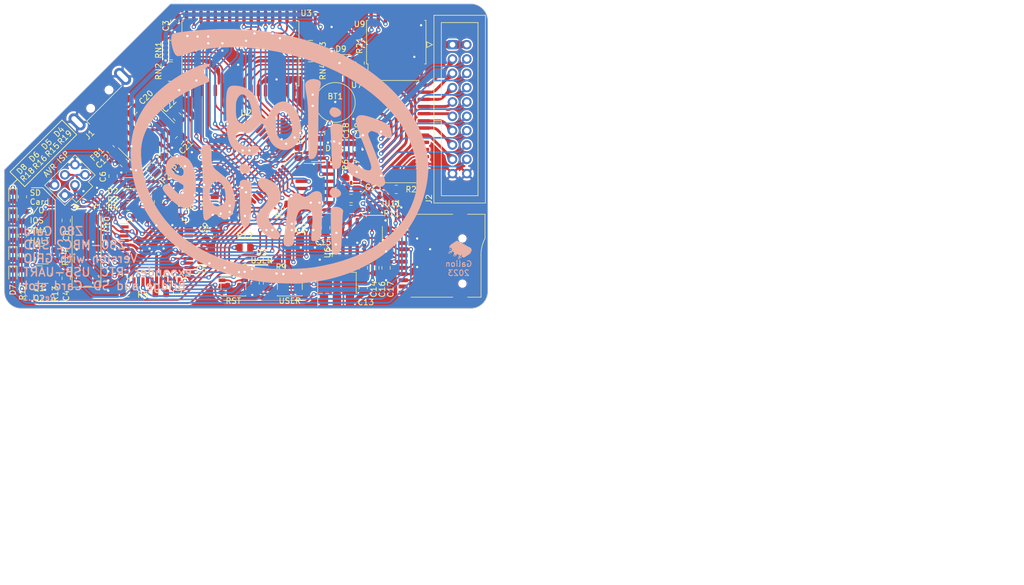
<source format=kicad_pcb>
(kicad_pcb (version 20221018) (generator pcbnew)
  (title_block (title "Z80 Card") (date "2023-03-04") (rev "1.1") (company "Galion") (comment 5 "Galion") (comment 6 "Galion"))
  (layers (0 "F.Cu" signal) (31 "B.Cu" signal) (34 "B.Paste" user) (35 "F.Paste" user) (36 "B.SilkS" user "B.Silkscreen") (37 "F.SilkS" user "F.Silkscreen") (38 "B.Mask" user) (39 "F.Mask" user) (44 "Edge.Cuts" user))
  (net 0 "")
  (net 1 "GND")
  (net 2 "+5V")
  (net 3 "Net-(U4-XTAL1)")
  (net 4 "/CPU And Core ICs/UART.~{DTR}")
  (net 5 "Net-(D2-A)")
  (net 6 "Net-(U4-XTAL2)")
  (net 7 "Net-(U4-AREF)")
  (net 8 "+3V3")
  (net 9 "/CPU And Core ICs/BANK1")
  (net 10 "Net-(D1-Pad2)")
  (net 11 "/CPU And Core ICs/RAM_A16")
  (net 12 "/CPU And Core ICs/PIN_USER")
  (net 13 "Net-(U8-V3)")
  (net 14 "/Peripherals/SPI.SS")
  (net 15 "Net-(D3-A)")
  (net 16 "Net-(D4-A)")
  (net 17 "Net-(D5-A)")
  (net 18 "Net-(D6-A)")
  (net 19 "Net-(D7-A)")
  (net 20 "Net-(D8-A)")
  (net 21 "/Peripherals/USB.D-")
  (net 22 "/Peripherals/USB.D+")
  (net 23 "/Peripherals/IO.B7")
  (net 24 "/Peripherals/IO.B6")
  (net 25 "/Peripherals/IO.B5")
  (net 26 "/Peripherals/IO.B4")
  (net 27 "/Peripherals/IO.B3")
  (net 28 "/Peripherals/IO.B2")
  (net 29 "/Peripherals/IO.B1")
  (net 30 "/Peripherals/IO.B0")
  (net 31 "/CPU And Core ICs/MCU.MISO")
  (net 32 "/CPU And Core ICs/MCU.SCK")
  (net 33 "/CPU And Core ICs/MCU.MOSI")
  (net 34 "/CPU And Core ICs/RESET_BUTTON")
  (net 35 "Net-(D9-A)")
  (net 36 "/Peripherals/SPI.MOSI")
  (net 37 "/Peripherals/SPI.SCK")
  (net 38 "/Peripherals/SPI.MISO")
  (net 39 "Net-(J1-VBUS)")
  (net 41 "/CPU And Core ICs/~{M1}")
  (net 42 "/CPU And Core ICs/~{CTS}")
  (net 43 "/CPU And Core ICs/UART.~{CTS}")
  (net 44 "/CPU And Core ICs/~{WAIT_RES}")
  (net 45 "/CPU And Core ICs/LED_BUFF.IOS")
  (net 46 "/CPU And Core ICs/~{HALT}")
  (net 47 "/CPU And Core ICs/LED.~{HALT}")
  (net 48 "/CPU And Core ICs/~{BUSACK}")
  (net 49 "/CPU And Core ICs/LED.~{DMA}")
  (net 52 "Net-(Q1-B)")
  (net 53 "Net-(Q1-C)")
  (net 54 "/CPU And Core ICs/~{IORQ}")
  (net 55 "/CPU And Core ICs/~{CLK}")
  (net 56 "Net-(Q2-B)")
  (net 57 "/CPU And Core ICs/I2C.SCL")
  (net 58 "/CPU And Core ICs/I2C.SDA")
  (net 59 "/CPU And Core ICs/~{RESET}")
  (net 60 "Net-(Q2-C)")
  (net 61 "/CPU And Core ICs/MCU.SS")
  (net 62 "/CPU And Core ICs/LED_BUFF.IO_OP")
  (net 63 "Net-(R12-Pad2)")
  (net 64 "/CPU And Core ICs/A15")
  (net 65 "/CPU And Core ICs/A14")
  (net 66 "/CPU And Core ICs/A13")
  (net 67 "/CPU And Core ICs/A12")
  (net 68 "/CPU And Core ICs/A11")
  (net 69 "/CPU And Core ICs/A10")
  (net 70 "/CPU And Core ICs/A9")
  (net 71 "/CPU And Core ICs/A8")
  (net 72 "/CPU And Core ICs/A7")
  (net 73 "/CPU And Core ICs/A6")
  (net 74 "/CPU And Core ICs/A5")
  (net 75 "/CPU And Core ICs/A4")
  (net 76 "/CPU And Core ICs/A3")
  (net 77 "/CPU And Core ICs/A2")
  (net 78 "/CPU And Core ICs/A1")
  (net 79 "/CPU And Core ICs/~{NMI}")
  (net 80 "/CPU And Core ICs/~{WAIT}")
  (net 81 "/CPU And Core ICs/RAM_A15")
  (net 82 "/CPU And Core ICs/BANK0")
  (net 83 "/CPU And Core ICs/D4")
  (net 84 "/CPU And Core ICs/D3")
  (net 85 "/CPU And Core ICs/D5")
  (net 86 "/CPU And Core ICs/D6")
  (net 87 "/CPU And Core ICs/D2")
  (net 88 "/CPU And Core ICs/D7")
  (net 89 "/CPU And Core ICs/D0")
  (net 90 "/CPU And Core ICs/D1")
  (net 91 "Net-(U4-PD7)")
  (net 92 "/CPU And Core ICs/~{INT}")
  (net 93 "/CPU And Core ICs/~{MREQ}")
  (net 94 "Net-(SW1-B)")
  (net 95 "/CPU And Core ICs/~{RD}")
  (net 96 "/CPU And Core ICs/~{WR}")
  (net 97 "/CPU And Core ICs/~{BUSRQ}")
  (net 98 "Net-(U7-~{RESET})")
  (net 99 "/CPU And Core ICs/A0")
  (net 103 "/CPU And Core ICs/RAM_CS2")
  (net 104 "/CPU And Core ICs/UART.RX")
  (net 105 "/CPU And Core ICs/UART.TX")
  (net 106 "/CPU And Core ICs/UART.~{RTS}")
  (net 120 "VD")
  (net 122 "/Peripherals/IO.A7")
  (net 123 "/Peripherals/IO.A6")
  (net 124 "/Peripherals/IO.A5")
  (net 125 "/Peripherals/IO.A4")
  (net 126 "/Peripherals/IO.A3")
  (net 127 "/Peripherals/IO.A2")
  (net 128 "/Peripherals/IO.A1")
  (net 129 "/Peripherals/IO.A0")
  (footprint "Z80Card:NetTie-2_SMD_Pad0.3mm" (layer "F.Cu") (at 151.2 100.7 -90)
    (fp_text reference "NT3" hide)
    (fp_text value "Net Tie")
  )
  (footprint "Package_TO_SOT_SMD:SOT-23-5" (layer "F.Cu") (at 167.3 103.7 90)
    (fp_text reference "U11")
    (fp_text value "74AHC1G125")
  )
  (footprint "Capacitor_SMD:C_0805_2012Metric" (layer "F.Cu") (at 129.5 119.9)
    (fp_text reference "C7")
    (fp_text value "100nF")
  )
  (footprint "Capacitor_SMD:C_0805_2012Metric" (layer "F.Cu") (at 138.3 109.5 45)
    (fp_text reference "C9")
    (fp_text value "100nF")
  )
  (footprint "Z80Card:IDC-Header_2x03_P2.54mm_Vertical" (layer "F.Cu") (at 112.5 102.5 135)
    (fp_text reference "J3" hide)
    (fp_text value "AVR-ISP-6")
  )
  (footprint "Capacitor_SMD:C_0805_2012Metric" (layer "F.Cu") (at 164.4 94.3 90)
    (fp_text reference "C19")
    (fp_text value "100nF")
  )
  (footprint "Resistor_SMD:R_0805_2012Metric" (layer "F.Cu") (at 123.7 102.5)
    (fp_text reference "R3")
    (fp_text value "100")
  )
  (footprint "Z80Card:NetTie-2_SMD_Pad0.3mm" (layer "F.Cu") (at 146.9 104.75 180)
    (fp_text reference "NT2" hide)
    (fp_text value "Net Tie")
  )
  (footprint "Package_QFP:TQFP-44_10x10mm_P0.8mm" (layer "F.Cu") (at 128.75 112.15)
    (fp_text reference "U4")
    (fp_text value "ATmega32A-A")
  )
  (footprint "Resistor_SMD:R_0805_2012Metric" (layer "F.Cu") (at 120.625 94.375 -45)
    (fp_text reference "FB1")
    (fp_text value "80R")
  )
  (footprint "Jumper:SolderJumper-2_P1.3mm_Open_RoundedPad1.0x1.5mm" (layer "F.Cu") (at 128.3 98.2 135)
    (fp_text reference "JP2")
    (fp_text value "Jumper_2_Open")
  )
  (footprint "Capacitor_SMD:C_0805_2012Metric" (layer "F.Cu") (at 121.05 99.15 -90)
    (fp_text reference "C6")
    (fp_text value "100nF")
  )
  (footprint "Z80Card:IDC-Header_2x10_P2.54mm_Vertical" (layer "F.Cu") (at 181.16 75.84)
    (fp_text reference "J2")
    (fp_text value "2x10 IDC Female")
  )
  (footprint "Capacitor_SMD:C_0805_2012Metric" (layer "F.Cu") (at 158.7 108.3 90)
    (fp_text reference "C15")
    (fp_text value "100nF")
  )
  (footprint "Button_Switch_SMD:SW_SPST_PTS810" (layer "F.Cu") (at 142.35 118.6875)
    (fp_text reference "SW2" hide)
    (fp_text value "PTS810")
  )
  (footprint "Resistor_SMD:R_0805_2012Metric" (layer "F.Cu") (at 153.9 95.05 90)
    (fp_text reference "R8")
    (fp_text value "10k")
  )
  (footprint "Resistor_SMD:R_Array_Concave_4x0603" (layer "F.Cu") (at 131.2 76.8 180)
    (fp_text reference "RN1")
    (fp_text value "10k")
  )
  (footprint "Resistor_SMD:R_0805_2012Metric" (layer "F.Cu") (at 105 109.7 -90)
    (fp_text reference "R16")
    (fp_text value "2k2")
  )
  (footprint "Resistor_SMD:R_Array_Concave_4x0603" (layer "F.Cu") (at 131.2 80.6 180)
    (fp_text reference "RN2")
    (fp_text value "10k")
  )
  (footprint "Resistor_SMD:R_0805_2012Metric" (layer "F.Cu") (at 110.8 116.6 -90)
    (fp_text reference "R13")
    (fp_text value "10k")
  )
  (footprint "Capacitor_SMD:C_0805_2012Metric" (layer "F.Cu") (at 163.2 103.1 180)
    (fp_text reference "C23")
    (fp_text value "100nF")
  )
  (footprint "Resistor_SMD:R_0805_2012Metric" (layer "F.Cu") (at 152.1 104.9 -90)
    (fp_text reference "R1")
    (fp_text value "10k")
  )
  (footprint "Crystal:Crystal_SMD_HC49-SD" (layer "F.Cu") (at 116.340276 112.114644 90)
    (fp_text reference "Y1")
    (fp_text value "16MHz")
  )
  (footprint "Resistor_SMD:R_0805_2012Metric" (layer "F.Cu") (at 105 102.8 90)
    (fp_text reference "R19")
    (fp_text value "2k2")
  )
  (footprint "Resistor_SMD:R_0805_2012Metric" (layer "F.Cu") (at 163.2 105.05 180)
    (fp_text reference "R11")
    (fp_text value "10k")
  )
  (footprint "Package_TO_SOT_SMD:SOT-23" (layer "F.Cu") (at 156.8 95 180)
    (fp_text reference "D1")
    (fp_text value "BAT54A")
  )
  (footprint "Diode_SMD:D_SOD-123" (layer "F.Cu") (at 161.4 78.6)
    (fp_text reference "D9")
    (fp_text value "BAT42W-V")
  )
  (footprint "Resistor_SMD:R_0805_2012Metric" (layer "F.Cu") (at 110.8 113.15 -90)
    (fp_text reference "R14")
    (fp_text value "10k")
  )
  (footprint "Package_QFP:LQFP-44_10x10mm_P0.8mm" (layer "F.Cu") (at 144.6 96.6 45)
    (fp_text reference "U2")
    (fp_text value "Z84C00xxAEG")
  )
  (footprint "LED_SMD:LED_0603_1608Metric" (layer "F.Cu") (at 103.3 116.6 -90)
    (fp_text reference "D7")
    (fp_text value "RED")
  )
  (footprint "Resistor_SMD:R_0805_2012Metric" (layer "F.Cu") (at 162.2 100.4 -90)
    (fp_text reference "R6")
    (fp_text value "4k7")
  )
  (footprint "Capacitor_SMD:C_0805_2012Metric" (layer "F.Cu") (at 123 96.8 -45)
    (fp_text reference "C12")
    (fp_text value "4.7uF")
  )
  (footprint "Package_TO_SOT_SMD:SOT-23" (layer "F.Cu") (at 107.899999 116.6 180)
    (fp_text reference "Q2")
    (fp_text value "MMBT3906")
  )
  (footprint "Capacitor_SMD:C_0805_2012Metric" (layer "F.Cu") (at 136.7 113.3 90)
    (fp_text reference "C5")
    (fp_text value "100nF")
  )
  (footprint "Package_SO:SOIC-16W_7.5x10.3mm_P1.27mm" (layer "F.Cu") (at 171.2 75.4 90)
    (fp_text reference "U9")
    (fp_text value "DS3231")
  )
  (footprint "Battery:BatteryHolder_Seiko_MS621F" (layer "F.Cu") (at 160.4 81.081898 90)
    (fp_text reference "BT1")
    (fp_text value "MS621F")
  )
  (footprint "Resistor_SMD:R_0805_2012Metric" (layer "F.Cu") (at 105 116.6 -90)
    (fp_text reference "R17")
    (fp_text value "2k2")
  )
  (footprint "Capacitor_SMD:C_0805_2012Metric" (layer "F.Cu") (at 124.65 87.45 -135)
    (fp_text reference "C20")
    (fp_text value "100nF")
  )
  (footprint "Resistor_SMD:R_0805_2012Metric" (layer "F.Cu") (at 157.8 91.6 90)
    (fp_text reference "R2")
    (fp_text value "1k2")
  )
  (footprint "Resistor_SMD:R_0805_2012Metric" (layer "F.Cu") (at 164.8 79.1 -90)
    (fp_text reference "R21")
    (fp_text value "1k2")
  )
  (footprint "LED_SMD:LED_0603_1608Metric" (layer "F.Cu") (at 103.3 106.25 -90)
    (fp_text reference "D5")
    (fp_text value "GREEN")
  )
  (footprint "Package_SO:SSOP-32_11.305x20.495mm_P1.27mm" (layer "F.Cu") (at 143.6 77.4 90)
    (fp_text reference "U3")
    (fp_text value "628128")
  )
  (footprint "LED_SMD:LED_0603_1608Metric" (layer "F.Cu") (at 103.3 113.15 -90)
    (fp_text reference "D8")
    (fp_text value "BLUE")
  )
  (footprint "Capacitor_SMD:C_0805_2012Metric" (layer "F.Cu") (at 132 71.7 90)
    (fp_text reference "C3")
    (fp_text value "100nF")
  )
  (footprint "Capacitor_SMD:C_0805_2012Metric" (layer "F.Cu") (at 132.4 88.6 135)
    (fp_text reference "C22")
    (fp_text value "100nF")
  )
  (footprint "Resistor_SMD:R_0805_2012Metric" (layer "F.Cu") (at 105 106.25 -90)
    (fp_text reference "R15")
    (fp_text value "33k")
  )
  (footprint "Z80Card:USB_A_CNCTech_1001-011-01101_Horizontal" (layer "F.Cu") (at 113.82 80.62 135)
    (fp_text reference "J1")
    (fp_text value "USB_A_Plug")
  )
  (footprint "Package_SO:SOIC-14_3.9x8.7mm_P1.27mm" (layer "F.Cu") (at 164.3 110 90)
    (fp_text reference "U6")
    (fp_text value "74VHC125")
  )
  (footprint "Capacitor_SMD:C_0805_2012Metric" (layer "F.Cu") (at 139.05 103.7 90)
    (fp_text reference "C1")
    (fp_text value "100nF")
  )
  (footprint "Capacitor_SMD:C_0805_2012Metric" (layer "F.Cu") (at 162.35 94.3 90)
    (fp_text reference "C18")
    (fp_text value "1uF")
  )
  (footprint "LED_SMD:LED_0603_1608Metric" (layer "F.Cu") (at 147.35 115.6)
    (fp_text reference "D3")
    (fp_text value "WHITE")
  )
  (footprint "Package_TO_SOT_SMD:SOT-23" (layer "F.Cu") (at 107.9 113.15 180)
    (fp_text reference "Q1")
    (fp_text value "MMBT3906")
  )
  (footprint "LED_SMD:LED_0603_1608Metric" (layer "F.Cu") (at 103.3 109.7 -90)
    (fp_text reference "D6")
    (fp_text value "YELLOW")
  )
  (footprint "Resistor_SMD:R_Array_Concave_4x0603" (layer "F.Cu") (at 156 76.8)
    (fp_text reference "RN3")
    (fp_text value "10k")
  )
  (footprint "Resistor_SMD:R_0805_2012Metric" (layer "F.Cu") (at 123.7 104.45)
    (fp_text reference "R4")
    (fp_text value "10k")
  )
  (footprint "Capacitor_SMD:C_0805_2012Metric" (layer "F.Cu") (at 165.35 118.9 -90)
    (fp_text reference "C13")
    (fp_text value "1uF")
  )
  (footprint "Package_TO_SOT_SMD:SOT-223" (layer "F.Cu") (at 160.7 118.1 90)
    (fp_text reference "U5")
    (fp_text value "TC2117-3.3VDB")
  )
  (footprint "Resistor_SMD:R_0805_2012Metric" (layer "F.Cu") (at 104.999999 113.15 -90)
    (fp_text reference "R18")
    (fp_text value "4k7")
  )
  (footprint "Resistor_SMD:R_0805_2012Metric" (layer "F.Cu") (at 164.2 100.4 -90)
    (fp_text reference "R7")
    (fp_text value "4k7")
  )
  (footprint "LED_SMD:LED_0603_1608Metric" (layer "F.Cu") (at 103.3 102.8 -90)
    (fp_text reference "D4")
    (fp_text value "YELLOW")
  )
  (footprint "Package_SO:SOIC-28W_7.5x17.9mm_P1.27mm" (layer "F.Cu") (at 171.35 91.25)
    (fp_text reference "U7")
    (fp_text value "MCP23017_SO")
  )
  (footprint "Button_Switch_SMD:SW_SPST_PTS810" (layer "F.Cu") (at 152.35 118.6875)
    (fp_text reference "SW1" hide)
    (fp_text value "PTS810")
  )
  (footprint "Diode_SMD:D_SOD-123" (layer "F.Cu") (at 124.4 100.4 180)
    (fp_text reference "D2")
    (fp_text value "BAT42W-V")
  )
  (footprint "Capacitor_SMD:C_0805_2012Metric" (layer "F.Cu") (at 120 111 -90)
    (fp_text reference "C10")
    (fp_text value "100nF")
  )
  (footprint "Resistor_SMD:R_0805_2012Metric" (layer "F.Cu") (at 148.4 118.1 90)
    (fp_text reference "R9")
    (fp_text value "10k")
  )
  (footprint "Resistor_SMD:R_0805_2012Metric" (layer "F.Cu") (at 123.7 119.8)
    (fp_text reference "R5")
    (fp_text value "100")
  )
  (footprint "Capacitor_SMD:C_0805_2012Metric" (layer "F.Cu") (at 129.1 103.7 90)
    (fp_text reference "C11")
    (fp_text value "100nF")
  )
  (footprint "Capacitor_SMD:C_0805_2012Metric" (layer "F.Cu") (at 112.75 117.25 90)
    (fp_text reference "C4")
    (fp_text value "10pF")
  )
  (footprint "Resistor_SMD:R_Array_Concave_4x0603" (layer "F.Cu") (at 156 80.6)
    (fp_text reference "RN4")
    (fp_text value "10k")
  )
  (footprint "Capacitor_SMD:C_0805_2012Metric" (layer "F.Cu") (at 155 106.9 180)
    (fp_text reference "C2")
    (fp_text value "100nF")
  )
  (footprint "Package_SO:SOIC-16_3.9x9.9mm_P1.27mm" (layer "F.Cu") (at 126.940054 91.940104 -45)
    (fp_text reference "U8")
    (fp_text value "CH343G")
  )
  (footprint "Capacitor_SMD:C_0805_2012Metric" (layer "F.Cu") (at 169.4 115.4 90)
    (fp_text reference "C17")
    (fp_text value "100nF")
  )
  (footprint "Jumper:SolderJumper-2_P1.3mm_Open_RoundedPad1.0x1.5mm" (layer "F.Cu") (at 130.45 96.1 135)
    (fp_text reference "JP1")
    (fp_text value "Jumper_2_Open")
  )
  (footprint "Package_SO:SOIC-14_3.9x8.7mm_P1.27mm" (layer "F.Cu") (at 156.795011 101.325011 180)
    (fp_text reference "U1")
    (fp_text value "74HC00")
  )
  (footprint "Capacitor_SMD:C_0805_2012Metric" (layer "F.Cu") (at 165.35 115.4 90)
    (fp_text reference "C14")
    (fp_text value "1uF")
  )
  (footprint "Capacitor_SMD:C_0805_2012Metric" (layer "F.Cu") (at 132.775 92.8 -135)
    (fp_text reference "C21")
    (fp_text value "100nF")
  )
  (footprint "Capacitor_SMD:C_0805_2012Metric" (layer "F.Cu") (at 112.75 107 -90)
    (fp_text reference "C8")
    (fp_text value "10pF")
  )
  (footprint "Resistor_SMD:R_0805_2012Metric" (layer "F.Cu") (at 146.2 118.1 90)
    (fp_text reference "R10")
    (fp_text value "100")
  )
  (footprint "Z80Card:microSD_HC_TF-015" (layer "F.Cu") (at 179.4175 113.25 90)
    (fp_text reference "J4")
    (fp_text value "Micro SD Card Slot TF-015")
  )
  (footprint "Resistor_SMD:R_0805_2012Metric" (layer "F.Cu") (at 144.4 111.8)
    (fp_text reference "R12")
    (fp_text value "100")
  )
  (footprint "Resistor_SMD:R_0805_2012Metric" (layer "F.Cu") (at 171.2 101.5)
    (fp_text reference "R20")
    (fp_text value "10k")
  )
  (footprint "Capacitor_SMD:C_0805_2012Metric" (layer "F.Cu") (at 167.4 115.4 90)
    (fp_text reference "C16")
    (fp_text value "1uF")
  )
  (footprint "Z80Card:Galion_Logo_Small" (layer "B.Cu") (at 182.543001 113.022003 180)
    (fp_text reference "SYM1" hide)
    (fp_text value "Galion_Logo" hide)
  )
  (footprint "Z80Card:NetTie-2_SMD_Pad0.3mm" (layer "B.Cu") (at 108.9 106.2 -135)
    (fp_text reference "NT1" hide)
    (fp_text value "Net Tie")
  )
  (gr_poly (pts (xy 164.960823 88.389965) (xy 164.888372 88.393282) (xy 164.821481 88.39877) (xy 164.759662 88.406607) (xy 164.702426 88.41697) (xy 164.649285 88.430038) (xy 164.599752 88.445988) (xy 164.553338 88.464998) (xy 164.509556 88.487246) (xy 164.467915 88.512909) (xy 164.42793 88.542166) (xy 164.389111 88.575194) (xy 164.350971 88.61217) (xy 164.31302 88.653273) (xy 164.274772 88.69868) (xy 164.240547 88.743564) (xy 164.209422 88.790076) (xy 164.181449 88.83848) (xy 164.156681 88.889043) (xy 164.13517 88.942031) (xy 164.116967 88.997708) (xy 164.102126 89.05634) (xy 164.090699 89.118193) (xy 164.082739 89.183532) (xy 164.078296 89.252623) (xy 164.077425 89.325731) (xy 164.080176 89.403121) (xy 164.086603 89.48506) (xy 164.096758 89.571813) (xy 164.110694 89.663645) (xy 164.128461 89.760822) (xy 164.150114 89.863609) (xy 164.175704 89.972272) (xy 164.238904 90.208287) (xy 164.318482 90.470992) (xy 164.414855 90.762509) (xy 164.528443 91.084965) (xy 164.659664 91.440482) (xy 164.808936 91.831184) (xy 164.97668 92.259197) (xy 165.788539 94.347879) (xy 166.106217 95.197993) (xy 166.365463 95.919768) (xy 166.566575 96.514062) (xy 166.709855 96.981735) (xy 166.795603 97.323646) (xy 166.816996 97.447709) (xy 166.824119 97.540653) (xy 166.822084 97.620783) (xy 166.815913 97.695418) (xy 166.805507 97.76455) (xy 166.790766 97.828172) (xy 166.771589 97.886276) (xy 166.747877 97.938855) (xy 166.719531 97.9859) (xy 166.703588 98.007345) (xy 166.68645 98.027404) (xy 166.668102 98.046076) (xy 166.648534 98.06336) (xy 166.627732 98.079255) (xy 166.605684 98.09376) (xy 166.582377 98.106874) (xy 166.5578 98.118596) (xy 166.504782 98.137861) (xy 166.446531 98.151547) (xy 166.382946 98.159647) (xy 166.313927 98.162153) (xy 166.239376 98.159056) (xy 166.159192 98.150351) (xy 166.073275 98.136028) (xy 165.981525 98.116081) (xy 165.883844 98.090502) (xy 165.78013 98.059283) (xy 165.670284 98.022417) (xy 165.554207 97.979895) (xy 165.431798 97.931711) (xy 165.302958 97.877857) (xy 165.167586 97.818325) (xy 165.025584 97.753108) (xy 164.876851 97.682197) (xy 164.721287 97.605586) (xy 164.558793 97.523267) (xy 164.212615 97.341472) (xy 163.787158 97.11941) (xy 163.604552 97.02959) (xy 163.440667 96.953684) (xy 163.294481 96.891521) (xy 163.164974 96.842932) (xy 163.051123 96.807745) (xy 162.951909 96.78579) (xy 162.86631 96.776897) (xy 162.828297 96.777295) (xy 162.793305 96.780895) (xy 162.761206 96.787675) (xy 162.731872 96.797614) (xy 162.705177 96.810691) (xy 162.680992 96.826884) (xy 162.65919 96.846172) (xy 162.639642 96.868534) (xy 162.622223 96.893948) (xy 162.606803 96.922393) (xy 162.581451 96.988291) (xy 162.562568 97.066059) (xy 162.551703 97.153585) (xy 162.549655 97.252944) (xy 162.555809 97.362185) (xy 162.569556 97.479354) (xy 162.590282 97.6025) (xy 162.617375 97.729668) (xy 162.650223 97.858908) (xy 162.688216 97.988266) (xy 162.730739 98.115789) (xy 162.777182 98.239526) (xy 162.826933 98.357523) (xy 162.879379 98.467828) (xy 162.933908 98.568489) (xy 162.989909 98.657553) (xy 163.046769 98.733067) (xy 163.103877 98.793079) (xy 163.243262 98.895711) (xy 163.458318 99.02331) (xy 163.738416 99.171519) (xy 164.072928 99.335979) (xy 164.862674 99.696214) (xy 165.742523 100.069147) (xy 166.627439 100.419905) (xy 167.432391 100.71362) (xy 167.778307 100.828189) (xy 168.072344 100.91542) (xy 168.303873 100.970956) (xy 168.462264 100.990436) (xy 168.479585 100.989368) (xy 168.499414 100.986233) (xy 168.52152 100.981137) (xy 168.545673 100.974186) (xy 168.571642 100.965485) (xy 168.599198 100.95514) (xy 168.62811 100.943257) (xy 168.658148 100.929941) (xy 168.689081 100.915297) (xy 168.72068 100.899432) (xy 168.752713 100.88245) (xy 168.784952 100.864458) (xy 168.817165 100.845561) (xy 168.849122 100.825865) (xy 168.880594 100.805474) (xy 168.911349 100.784496) (xy 168.911342 100.784511) (xy 168.947084 100.75788) (xy 168.980494 100.729684) (xy 168.996325 100.714997) (xy 169.011574 100.699917) (xy 169.026242 100.684441) (xy 169.04033 100.66857) (xy 169.053836 100.652302) (xy 169.066763 100.635636) (xy 169.07911 100.618572) (xy 169.090879 100.601107) (xy 169.102068 100.583242) (xy 169.11268 100.564976) (xy 169.122714 100.546306) (xy 169.132171 100.527234) (xy 169.141051 100.507756) (xy 169.149354 100.487874) (xy 169.164235 100.446887) (xy 169.176816 100.404268) (xy 169.187102 100.360007) (xy 169.195095 100.314096) (xy 169.2008 100.266529) (xy 169.20422 100.217297) (xy 169.205359 100.166393) (xy 169.187746 100.050235) (xy 169.136906 99.850506) (xy 168.947527 99.233709) (xy 168.6612 98.382758) (xy 168.301897 97.36441) (xy 167.893596 96.245421) (xy 167.46027 95.092548) (xy 167.025894 93.972547) (xy 166.614444 92.952175) (xy 166.443943 92.533753) (xy 166.375527 92.358927) (xy 166.317991 92.204531) (xy 166.271079 92.068694) (xy 166.234533 91.949544) (xy 166.208097 91.84521) (xy 166.191514 91.753822) (xy 166.184528 91.673509) (xy 166.186881 91.602399) (xy 166.198317 91.538622) (xy 166.218578 91.480307) (xy 166.247409 91.425583) (xy 166.284551 91.372579) (xy 166.32975 91.319424) (xy 166.382747 91.264247) (xy 166.410452 91.237848) (xy 166.438688 91.213702) (xy 166.467668 91.191862) (xy 166.497604 91.172376) (xy 166.528707 91.155296) (xy 166.56119 91.140673) (xy 166.595265 91.128555) (xy 166.631143 91.118995) (xy 166.669038 91.112041) (xy 166.70916 91.107746) (xy 166.751723 91.106158) (xy 166.796938 91.107329) (xy 166.845017 91.111308) (xy 166.896172 91.118147) (xy 166.950616 91.127896) (xy 167.008561 91.140605) (xy 167.070218 91.156324) (xy 167.1358 91.175104) (xy 167.205519 91.196995) (xy 167.279586 91.222048) (xy 167.358215 91.250313) (xy 167.441616 91.281841) (xy 167.623587 91.354886) (xy 167.827195 91.441585) (xy 168.054136 91.542343) (xy 168.306108 91.657563) (xy 168.584807 91.787647) (xy 168.846649 91.908944) (xy 169.098622 92.022104) (xy 169.334661 92.12465) (xy 169.548701 92.214105) (xy 169.734676 92.287993) (xy 169.886522 92.343836) (xy 169.998173 92.379158) (xy 170.03703 92.38835) (xy 170.063563 92.391483) (xy 170.073671 92.391053) (xy 170.083864 92.389779) (xy 170.094125 92.387681) (xy 170.104435 92.384781) (xy 170.114778 92.381098) (xy 170.125134 92.376655) (xy 170.135486 92.371472) (xy 170.145818 92.365571) (xy 170.15611 92.358972) (xy 170.166344 92.351697) (xy 170.176504 92.343767) (xy 170.186572 92.335202) (xy 170.196529 92.326023) (xy 170.206358 92.316253) (xy 170.216041 92.305911) (xy 170.22556 92.295019) (xy 170.234897 92.283598) (xy 170.244035 92.271668) (xy 170.261643 92.246369) (xy 170.278239 92.219291) (xy 170.293682 92.1906) (xy 170.30783 92.160467) (xy 170.32054 92.129059) (xy 170.326312 92.112929) (xy 170.331671 92.096544) (xy 170.336599 92.079924) (xy 170.341079 92.063091) (xy 170.355093 91.983797) (xy 170.361722 91.889728) (xy 170.36144 91.783065) (xy 170.354723 91.66599) (xy 170.342046 91.540686) (xy 170.323882 91.409333) (xy 170.300708 91.274113) (xy 170.272997 91.137208) (xy 170.241224 91.000799) (xy 170.205865 90.867068) (xy 170.167394 90.738198) (xy 170.126286 90.616369) (xy 170.083016 90.503762) (xy 170.038058 90.402561) (xy 169.991888 90.314946) (xy 169.94498 90.243099) (xy 169.900378 90.192756) (xy 169.838811 90.138029) (xy 169.66883 90.016984) (xy 169.443137 89.883076) (xy 169.169831 89.739423) (xy 168.85701 89.589137) (xy 168.512774 89.435334) (xy 168.145222 89.28113) (xy 167.762452 89.129637) (xy 167.372564 88.983973) (xy 166.983657 88.84725) (xy 166.60383 88.722585) (xy 166.241182 88.613091) (xy 165.903811 88.521885) (xy 165.599818 88.45208) (xy 165.3373 88.406791) (xy 165.124358 88.389133) (xy 165.039323 88.388641)) (stroke (width 0.1)) (fill solid) (layer "B.SilkS"))
  (gr_poly (pts (xy 156.296291 82) (xy 156.13785 82.023849) (xy 155.986593 82.059228) (xy 155.843717 82.105689) (xy 155.710415 82.162784) (xy 155.587884 82.230065) (xy 155.477318 82.307083) (xy 155.426897 82.349104) (xy 155.379915 82.39339) (xy 155.336522 82.439888) (xy 155.296868 82.488539) (xy 155.261102 82.539288) (xy 155.229373 82.59208) (xy 155.201832 82.646858) (xy 155.178627 82.703566) (xy 155.159907 82.762148) (xy 155.145823 82.822548) (xy 155.140108 82.868737) (xy 155.137438 82.930493) (xy 155.137705 83.006778) (xy 155.1408 83.096553) (xy 155.155036 83.312419) (xy 155.179273 83.569783) (xy 155.212637 83.860337) (xy 155.254256 84.175775) (xy 155.303256 84.507786) (xy 155.358764 84.848064) (xy 155.443451 85.372628) (xy 155.509641 85.87283) (xy 155.536503 86.129265) (xy 155.559582 86.398174) (xy 155.579162 86.685745) (xy 155.595522 86.998167) (xy 155.619708 87.722312) (xy 155.634388 88.620117) (xy 155.641812 89.741085) (xy 155.644225 91.134723) (xy 155.653368 92.945595) (xy 155.67691 94.453383) (xy 155.711267 95.500734) (xy 155.731381 95.802572) (xy 155.752856 95.930294) (xy 155.769016 95.952862) (xy 155.787168 95.973672) (xy 155.807198 95.992733) (xy 155.828995 96.010058) (xy 155.852446 96.025658) (xy 155.877439 96.039544) (xy 155.90386 96.051726) (xy 155.931598 96.062217) (xy 155.960539 96.071028) (xy 155.990572 96.07817) (xy 156.021583 96.083653) (xy 156.05346 96.08749) (xy 156.086091 96.089692) (xy 156.119364 96.090269) (xy 156.153164 96.089233) (xy 156.187381 96.086596) (xy 156.221901 96.082368) (xy 156.256611 96.076561) (xy 156.291401 96.069186) (xy 156.326155 96.060254) (xy 156.360763 96.049777) (xy 156.395112 96.037765) (xy 156.429089 96.02423) (xy 156.462582 96.009184) (xy 156.495477 95.992637) (xy 156.527663 95.9746) (xy 156.559027 95.955086) (xy 156.589456 95.934104) (xy 156.618838 95.911667) (xy 156.647061 95.887786) (xy 156.674011 95.862471) (xy 156.699576 95.835735) (xy 156.69958 95.835735) (xy 156.748655 95.778934) (xy 156.7952 95.719366) (xy 156.839283 95.656324) (xy 156.880976 95.589105) (xy 156.920348 95.517003) (xy 156.957467 95.439315) (xy 156.992404 95.355336) (xy 157.025229 95.264361) (xy 157.056011 95.165686) (xy 157.08482 95.058606) (xy 157.111725 94.942416) (xy 157.136796 94.816412) (xy 157.160102 94.67989) (xy 157.181714 94.532144) (xy 157.220132 94.200165) (xy 157.252607 93.814839) (xy 157.279695 93.370528) (xy 157.301954 92.861597) (xy 157.319941 92.282408) (xy 157.334213 91.627325) (xy 157.345327 90.890712) (xy 157.360309 89.150348) (xy 157.383153 86.574536) (xy 157.400508 85.677965) (xy 157.42422 84.990142) (xy 157.456094 84.47196) (xy 157.49793 84.084314) (xy 157.551532 83.788098) (xy 157.618701 83.544204) (xy 157.672531 83.369861) (xy 157.716402 83.209926) (xy 157.75008 83.063658) (xy 157.773332 82.930319) (xy 157.785927 82.809169) (xy 157.788154 82.752933) (xy 157.78763 82.699467) (xy 157.784324 82.648679) (xy 157.778209 82.600475) (xy 157.769254 82.554764) (xy 157.757431 82.511452) (xy 157.74271 82.470448) (xy 157.725063 82.431659) (xy 157.704461 82.394993) (xy 157.680873 82.360356) (xy 157.654272 82.327657) (xy 157.624628 82.296803) (xy 157.591911 82.267702) (xy 157.556094 82.240261) (xy 157.517146 82.214388) (xy 157.475039 82.18999) (xy 157.38123 82.14525) (xy 157.274434 82.105301) (xy 157.154418 82.069404) (xy 156.977988 82.028876) (xy 156.802764 82.00212) (xy 156.629944 81.988688) (xy 156.460721 81.988131)) (stroke (width 0.1)) (fill solid) (layer "B.SilkS"))
  (gr_poly (pts (xy 132.698403 95.464195) (xy 132.578397 95.471408) (xy 132.456887 95.484974) (xy 132.337336 95.503543) (xy 132.221035 95.526011) (xy 132.108016 95.55234) (xy 131.998315 95.582491) (xy 131.891963 95.616427) (xy 131.788995 95.654109) (xy 131.689443 95.695499) (xy 131.593341 95.74056) (xy 131.500723 95.789252) (xy 131.411621 95.841539) (xy 131.326069 95.897381) (xy 131.244101 95.956741) (xy 131.16575 96.019581) (xy 131.091048 96.085862) (xy 131.02003 96.155547) (xy 130.952729 96.228597) (xy 130.889178 96.304975) (xy 130.829411 96.384642) (xy 130.77346 96.46756) (xy 130.72136 96.553691) (xy 130.673143 96.642997) (xy 130.628844 96.735439) (xy 130.588494 96.830981) (xy 130.552128 96.929583) (xy 130.519779 97.031208) (xy 130.491481 97.135818) (xy 130.467266 97.243374) (xy 130.447169 97.353838) (xy 130.431221 97.467172) (xy 130.419458 97.583339) (xy 130.411912 97.7023) (xy 130.408616 97.824016) (xy 130.409031 98.060442) (xy 130.411905 98.162045) (xy 130.417012 98.254038) (xy 130.424694 98.337522) (xy 130.435293 98.413594) (xy 130.44915 98.483353) (xy 130.466607 98.547898) (xy 130.488005 98.608327) (xy 130.513686 98.66574) (xy 130.543992 98.721235) (xy 130.579265 98.77591) (xy 130.619845 98.830864) (xy 130.666074 98.887196) (xy 130.718295 98.946004) (xy 130.776849 99.008388) (xy 130.821117 99.051432) (xy 130.875915 99.099349) (xy 130.940455 99.15163) (xy 131.013954 99.207768) (xy 131.095625 99.267257) (xy 131.184683 99.329589) (xy 131.381818 99.460754) (xy 131.599076 99.597204) (xy 131.830174 99.734883) (xy 132.068828 99.869731) (xy 132.308755 99.997692) (xy 132.542144 100.121011) (xy 132.762055 100.242556) (xy 132.963519 100.359202) (xy 133.141567 100.467825) (xy 133.291231 100.565298) (xy 133.407541 100.648499) (xy 133.451636 100.68377) (xy 133.485529 100.7143) (xy 133.5086 100.7397) (xy 133.520226 100.759578) (xy 133.533656 100.80735) (xy 133.543089 100.858158) (xy 133.548678 100.911704) (xy 133.550575 100.967689) (xy 133.548934 101.025815) (xy 133.543908 101.085782) (xy 133.524308 101.210049) (xy 133.492999 101.338102) (xy 133.451202 101.467551) (xy 133.400139 101.596008) (xy 133.341033 101.721084) (xy 133.275105 101.840391) (xy 133.203578 101.951541) (xy 133.127673 102.052143) (xy 133.048613 102.139811) (xy 133.008281 102.178048) (xy 132.967619 102.212155) (xy 132.926779 102.241834) (xy 132.885914 102.266786) (xy 132.845177 102.286714) (xy 132.80472 102.301317) (xy 132.764696 102.310298) (xy 132.725259 102.313358) (xy 132.705721 102.311671) (xy 132.683952 102.306662) (xy 132.660031 102.298411) (xy 132.63404 102.286996) (xy 132.606059 102.272498) (xy 132.576169 102.254995) (xy 132.510983 102.21129) (xy 132.439127 102.156517) (xy 132.361247 102.091307) (xy 132.277986 102.016296) (xy 132.18999 101.932115) (xy 132.097904 101.839399) (xy 132.002372 101.738782) (xy 131.904039 101.630896) (xy 131.803551 101.516375) (xy 131.701552 101.395853) (xy 131.598687 101.269962) (xy 131.4956 101.139337) (xy 131.392938 101.004612) (xy 131.349405 100.949908) (xy 131.30382 100.899185) (xy 131.256362 100.852425) (xy 131.207212 100.809612) (xy 131.15655 100.77073) (xy 131.104556 100.73576) (xy 131.051409 100.704687) (xy 130.997291 100.677494) (xy 130.942381 100.654165) (xy 130.886859 100.634681) (xy 130.830905 100.619028) (xy 130.774701 100.607188) (xy 130.718425 100.599144) (xy 130.662257 100.59488) (xy 130.606379 100.594379) (xy 130.55097 100.597624) (xy 130.49621 100.604599) (xy 130.442279 100.615287) (xy 130.389358 100.629671) (xy 130.337627 100.647734) (xy 130.287265 100.66946) (xy 130.238453 100.694833) (xy 130.191371 100.723834) (xy 130.146199 100.756448) (xy 130.103117 100.792658) (xy 130.062305 100.832448) (xy 130.023944 100.8758) (xy 129.988213 100.922697) (xy 129.955294 100.973124) (xy 129.925365 101.027063) (xy 129.898606 101.084498) (xy 129.875199 101.145412) (xy 129.86397 101.201569) (xy 129.865407 101.26699) (xy 129.878944 101.341062) (xy 129.904012 101.423172) (xy 129.940043 101.512707) (xy 129.986468 101.609053) (xy 130.10823 101.819729) (xy 130.264751 102.050294) (xy 130.451487 102.295844) (xy 130.663892 102.551473) (xy 130.89742 102.812276) (xy 131.147526 103.073349) (xy 131.409664 103.329787) (xy 131.679289 103.576684) (xy 131.951856 103.809135) (xy 132.222818 104.022236) (xy 132.48763 104.211082) (xy 132.741746 104.370767) (xy 132.863374 104.438142) (xy 132.980622 104.496387) (xy 133.14275 104.569511) (xy 133.294531 104.63286) (xy 133.436782 104.686432) (xy 133.570318 104.730225) (xy 133.695956 104.764238) (xy 133.81451 104.788468) (xy 133.926799 104.802915) (xy 134.033636 104.807576) (xy 134.135839 104.80245) (xy 134.234223 104.787535) (xy 134.329604 104.76283) (xy 134.422798 104.728333) (xy 134.514621 104.684042) (xy 134.605889 104.629955) (xy 134.697418 104.566072) (xy 134.790025 104.492389) (xy 134.79004 104.492275) (xy 134.851704 104.438352) (xy 134.910693 104.382506) (xy 134.967053 104.324544) (xy 135.02083 104.264273) (xy 135.07207 104.201502) (xy 135.120821 104.136038) (xy 135.167128 104.067689) (xy 135.211038 103.996261) (xy 135.252598 103.921562) (xy 135.291853 103.843401) (xy 135.32885 103.761584) (xy 135.363637 103.675919) (xy 135.396258 103.586214) (xy 135.426761 103.492276) (xy 135.455191 103.393913) (xy 135.481596 103.290931) (xy 135.506022 103.18314) (xy 135.528514 103.070346) (xy 135.567887 102.828979) (xy 135.600085 102.565292) (xy 135.62548 102.277744) (xy 135.644444 101.964797) (xy 135.657348 101.62491) (xy 135.664562 101.256543) (xy 135.666459 100.858158) (xy 135.663059 100.308453) (xy 135.653587 99.847414) (xy 135.636317 99.458304) (xy 135.609525 99.124388) (xy 135.571484 98.82893) (xy 135.52047 98.555193) (xy 135.488385 98.423975) (xy 133.579215 98.423975) (xy 133.577844 98.494249) (xy 133.572703 98.562323) (xy 133.563806 98.627927) (xy 133.551166 98.69079) (xy 133.534795 98.75064) (xy 133.514707 98.807206) (xy 133.490913 98.860219) (xy 133.463427 98.909406) (xy 133.432262 98.954498) (xy 133.397429 98.995222) (xy 133.358943 99.031308) (xy 133.316815 99.062486) (xy 133.271059 99.088484) (xy 133.221687 99.10903) (xy 133.168711 99.123856) (xy 133.112146 99.132688) (xy 133.052003 99.135257) (xy 133.018724 99.133104) (xy 132.979645 99.127331) (xy 132.935255 99.118126) (xy 132.886043 99.105678) (xy 132.832499 99.090172) (xy 132.775113 99.071797) (xy 132.714372 99.05074) (xy 132.650767 99.027188) (xy 132.584788 99.001329) (xy 132.516923 98.97335) (xy 132.447662 98.943438) (xy 132.377494 98.911781) (xy 132.306909 98.878566) (xy 132.236395 98.843981) (xy 132.166444 98.808213) (xy 132.097543 98.77145) (xy 132.097543 98.771473) (xy 132.023496 98.730089) (xy 131.953568 98.688914) (xy 131.887747 98.647899) (xy 131.826018 98.606994) (xy 131.768369 98.566149) (xy 131.714786 98.525315) (xy 131.665257 98.484442) (xy 131.619766 98.44348) (xy 131.578303 98.402379) (xy 131.540853 98.361091) (xy 131.507402 98.319566) (xy 131.477939 98.277753) (xy 131.452448 98.235603) (xy 131.430918 98.193067) (xy 131.413335 98.150095) (xy 131.399685 98.106638) (xy 131.389955 98.062645) (xy 131.384133 98.018066) (xy 131.382204 97.972854) (xy 131.384156 97.926957) (xy 131.389975 97.880326) (xy 131.399648 97.832912) (xy 131.413161 97.784665) (xy 131.430502 97.735535) (xy 131.451657 97.685472) (xy 131.476613 97.634428) (xy 131.505356 97.582352) (xy 131.537874 97.529194) (xy 131.574153 97.474906) (xy 131.614179 97.419437) (xy 131.65794 97.362738) (xy 131.705422 97.30476) (xy 131.749202 97.254487) (xy 131.793225 97.207427) (xy 131.837473 97.16358) (xy 131.881928 97.122945) (xy 131.926572 97.085522) (xy 131.971389 97.051312) (xy 132.016359 97.020316) (xy 132.061466 96.992533) (xy 132.106692 96.967963) (xy 132.152018 96.946606) (xy 132.197428 96.928464) (xy 132.242903 96.913535) (xy 132.288425 96.90182) (xy 132.333978 96.89332) (xy 132.379543 96.888034) (xy 132.425103 96.885963) (xy 132.47064 96.887107) (xy 132.516135 96.891465) (xy 132.561572 96.899039) (xy 132.606933 96.909828) (xy 132.6522 96.923833) (xy 132.697355 96.941053) (xy 132.74238 96.961489) (xy 132.787258 96.985141) (xy 132.831971 97.01201) (xy 132.876502 97.042094) (xy 132.920832 97.075396) (xy 132.964944 97.111914) (xy 133.00882 97.151649) (xy 133.052442 97.194601) (xy 133.095794 97.24077) (xy 133.138856 97.290157) (xy 133.195548 97.360912) (xy 133.248279 97.433531) (xy 133.297063 97.507744) (xy 133.341912 97.58328) (xy 133.38284 97.659867) (xy 133.419858 97.737235) (xy 133.482218 97.893229) (xy 133.529095 98.049095) (xy 133.56059 98.202666) (xy 133.576806 98.351773) (xy 133.579215 98.423975) (xy 135.488385 98.423975) (xy 135.454757 98.286441) (xy 135.372621 98.005939) (xy 135.262467 97.681105) (xy 135.140997 97.377098) (xy 135.008575 97.094235) (xy 134.865568 96.832833) (xy 134.71234 96.593207) (xy 134.549258 96.375673) (xy 134.464136 96.27529) (xy 134.376688 96.180548) (xy 134.286958 96.091488) (xy 134.194994 96.008148) (xy 134.10084 95.930568) (xy 134.004543 95.858788) (xy 133.906147 95.792848) (xy 133.805699 95.732786) (xy 133.703245 95.678643) (xy 133.59883 95.630457) (xy 133.4925 95.588269) (xy 133.3843 95.552117) (xy 133.274277 95.522042) (xy 133.162475 95.498083) (xy 133.048941 95.480279) (xy 132.933721 95.46867) (xy 132.81686 95.463295)) (stroke (width 0.1)) (fill solid) (layer "B.SilkS"))
  (gr_poly (pts (xy 142.404442 83.149801) (xy 142.284279 83.155939) (xy 142.171526 83.167978) (xy 142.065961 83.18639) (xy 141.96736 83.211649) (xy 141.875502 83.244226) (xy 141.790161 83.284594) (xy 141.711116 83.333225) (xy 141.638144 83.390592) (xy 141.571021 83.457167) (xy 141.509524 83.533421) (xy 141.453431 83.619829) (xy 141.402518 83.716861) (xy 141.356563 83.824991) (xy 141.315341 83.944691) (xy 141.278631 84.076432) (xy 141.246209 84.220689) (xy 141.217853 84.377932) (xy 141.193338 84.548634) (xy 141.172443 84.733268) (xy 141.154943 84.932305) (xy 141.140617 85.146219) (xy 141.129241 85.375482) (xy 141.114446 85.881943) (xy 141.108775 86.455468) (xy 141.110444 87.099834) (xy 141.135594 88.727479) (xy 141.190579 90.082344) (xy 141.231249 90.667823) (xy 141.281767 91.197515) (xy 141.342929 91.675556) (xy 141.41553 92.106081) (xy 141.500367 92.493226) (xy 141.598237 92.841127) (xy 141.709935 93.15392) (xy 141.836258 93.435742) (xy 141.978002 93.690727) (xy 142.135964 93.923012) (xy 142.310939 94.136733) (xy 142.503724 94.336025) (xy 142.695191 94.503466) (xy 142.906018 94.658878) (xy 143.133401 94.801615) (xy 143.374531 94.931035) (xy 143.626602 95.046493) (xy 143.886809 95.147347) (xy 144.152345 95.232953) (xy 144.420404 95.302666) (xy 144.688179 95.355844) (xy 144.952863 95.391843) (xy 145.211651 95.410019) (xy 145.461736 95.409729) (xy 145.700312 95.390329) (xy 145.924572 95.351175) (xy 146.030456 95.32399) (xy 146.13171 95.291624) (xy 146.227981 95.253999) (xy 146.318919 95.211032) (xy 146.318904 95.211017) (xy 146.38798 95.174263) (xy 146.450296 95.138832) (xy 146.506226 95.104176) (xy 146.556147 95.069747) (xy 146.578971 95.052447) (xy 146.600433 95.034997) (xy 146.620581 95.017331) (xy 146.63946 94.999378) (xy 146.657118 94.981072) (xy 146.673602 94.962343) (xy 146.688959 94.943122) (xy 146.703236 94.923342) (xy 146.716478 94.902934) (xy 146.728735 94.881829) (xy 146.740052 94.859959) (xy 146.750475 94.837255) (xy 146.760053 94.813649) (xy 146.768833 94.789072) (xy 146.77686 94.763456) (xy 146.784181 94.736733) (xy 146.796897 94.679689) (xy 146.807355 94.617392) (xy 146.81593 94.549295) (xy 146.822997 94.474849) (xy 146.828653 94.399029) (xy 146.832281 94.330555) (xy 146.833643 94.268912) (xy 146.8325 94.213583) (xy 146.828613 94.164052) (xy 146.821745 94.1198) (xy 146.817118 94.099493) (xy 146.811656 94.080312) (xy 146.80533 94.062193) (xy 146.798109 94.045071) (xy 146.789964 94.028882) (xy 146.780864 94.01356) (xy 146.770781 93.999042) (xy 146.759684 93.985263) (xy 146.747544 93.972158) (xy 146.73433 93.959662) (xy 146.720013 93.947712) (xy 146.704562 93.936241) (xy 146.670144 93.914484) (xy 146.630836 93.893873) (xy 146.5864 93.873891) (xy 146.536597 93.854023) (xy 146.4961 93.839995) (xy 146.453702 93.827961) (xy 146.409487 93.817919) (xy 146.363539 93.809868) (xy 146.315942 93.803806) (xy 146.26678 93.799732) (xy 146.216136 93.797645) (xy 146.164096 93.797542) (xy 146.110742 93.799424) (xy 146.056159 93.803287) (xy 146.000431 93.809132) (xy 145.943641 93.816957) (xy 145.885874 93.826759) (xy 145.827214 93.838539) (xy 145.767744 93.852294) (xy 145.707549 93.868023) (xy 145.609395 93.892692) (xy 145.510328 93.912827) (xy 145.310128 93.939764) (xy 145.108297 93.949381) (xy 144.906185 93.942228) (xy 144.705141 93.918852) (xy 144.506513 93.879801) (xy 144.311652 93.825624) (xy 144.121905 93.756867) (xy 143.938622 93.67408) (xy 143.763152 93.57781) (xy 143.596845 93.468605) (xy 143.441048 93.347014) (xy 143.297111 93.213585) (xy 143.166384 93.068864) (xy 143.106395 92.992442) (xy 143.050214 92.913402) (xy 142.99801 92.831814) (xy 142.949952 92.747745) (xy 142.899101 92.646614) (xy 142.856736 92.547865) (xy 142.82285 92.451541) (xy 142.797437 92.357685) (xy 142.780491 92.266337) (xy 142.775191 92.221618) (xy 142.772004 92.177542) (xy 142.770932 92.134114) (xy 142.771971 92.09134) (xy 142.775123 92.049226) (xy 142.780385 92.007775) (xy 142.787757 91.966994) (xy 142.797239 91.926888) (xy 142.808829 91.887462) (xy 142.822527 91.848721) (xy 142.838332 91.810672) (xy 142.856242 91.773318) (xy 142.876258 91.736665) (xy 142.898379 91.700719) (xy 142.922602 91.665485) (xy 142.948929 91.630968) (xy 142.977358 91.597173) (xy 143.007887 91.564106) (xy 143.075247 91.500176) (xy 143.151002 91.43922) (xy 143.205102 91.399875) (xy 143.255524 91.365425) (xy 143.303174 91.335779) (xy 143.326242 91.32273) (xy 143.348957 91.310849) (xy 143.371431 91.300124) (xy 143.393777 91.290543) (xy 143.416109 91.282097) (xy 143.43854 91.274773) (xy 143.461184 91.26856) (xy 143.484152 91.263447) (xy 143.507559 91.259423) (xy 143.531517 91.256476) (xy 143.55614 91.254596) (xy 143.58154 91.25377) (xy 143.607832 91.253989) (xy 143.635128 91.255239) (xy 143.66354 91.257511) (xy 143.693184 91.260794) (xy 143.756614 91.270343) (xy 143.826323 91.283797) (xy 143.903216 91.301067) (xy 143.988199 91.322061) (xy 144.082177 91.346691) (xy 144.262344 91.390912) (xy 144.433158 91.424231) (xy 144.595761 91.44626) (xy 144.751297 91.456607) (xy 144.826771 91.457278) (xy 144.900908 91.454883) (xy 144.973849 91.449372) (xy 145.045738 91.440697) (xy 145.116717 91.42881) (xy 145.18693 91.41366) (xy 145.256519 91.395201) (xy 145.325627 91.373382) (xy 145.394397 91.348156) (xy 145.462972 91.319473) (xy 145.531495 91.287284) (xy 145.600109 91.251542) (xy 145.738179 91.1692) (xy 145.878328 91.072056) (xy 146.021697 90.959721) (xy 146.169429 90.831805) (xy 146.322669 90.687917) (xy 146.482558 90.527668) (xy 146.63708 90.370622) (xy 146.785217 90.224193) (xy 146.923443 90.091578) (xy 147.04823 89.975978) (xy 147.156053 89.88059) (xy 147.243383 89.808614) (xy 147.278261 89.782404) (xy 147.306694 89.763248) (xy 147.328241 89.751544) (xy 147.34246 89.747692) (xy 147.369576 89.749217) (xy 147.396208 89.752752) (xy 147.422408 89.758382) (xy 147.448227 89.766192) (xy 147.473717 89.776267) (xy 147.498927 89.788692) (xy 147.523909 89.803552) (xy 147.548714 89.820932) (xy 147.573394 89.840918) (xy 147.597999 89.863595) (xy 147.622581 89.889046) (xy 147.64719 89.917359) (xy 147.671878 89.948617) (xy 147.696696 89.982906) (xy 147.721695 90.02031) (xy 147.746925 90.060916) (xy 147.772439 90.104807) (xy 147.798287 90.152069) (xy 147.82452 90.202788) (xy 147.85119 90.257048) (xy 147.878347 90.314934) (xy 147.906042 90.376531) (xy 147.963254 90.5112) (xy 148.023232 90.661735) (xy 148.086387 90.828817) (xy 148.153127 91.013126) (xy 148.223861 91.215343) (xy 148.354835 91.581877) (xy 148.485962 91.920972) (xy 148.618126 92.233707) (xy 148.752213 92.521157) (xy 148.889109 92.784402) (xy 149.029699 93.024518) (xy 149.174868 93.242583) (xy 149.325502 93.439673) (xy 149.482487 93.616867) (xy 149.646708 93.775241) (xy 149.81905 93.915873) (xy 150.000399 94.039841) (xy 150.191641 94.148222) (xy 150.39366 94.242092) (xy 150.607343 94.32253) (xy 150.833575 94.390613) (xy 150.947052 94.418049) (xy 151.060596 94.439734) (xy 151.174093 94.45573) (xy 151.28743 94.466099) (xy 151.400492 94.470902) (xy 151.513164 94.4702) (xy 151.625333 94.464056) (xy 151.736885 94.452531) (xy 151.847704 94.435687) (xy 151.957677 94.413584) (xy 152.06669 94.386284) (xy 152.174628 94.35385) (xy 152.281377 94.316342) (xy 152.386823 94.273822) (xy 152.490852 94.226352) (xy 152.593349 94.173993) (xy 152.6942 94.116806) (xy 152.793291 94.054854) (xy 152.890508 93.988198) (xy 152.985736 93.916898) (xy 153.16977 93.760618) (xy 153.34448 93.586505) (xy 153.50895 93.395052) (xy 153.662267 93.186752) (xy 153.803518 92.962096) (xy 153.931788 92.721576) (xy 154.017042 92.530169) (xy 154.090883 92.328171) (xy 154.153312 92.116166) (xy 154.204331 91.894741) (xy 154.24394 91.66448) (xy 154.272139 91.425968) (xy 154.28893 91.179792) (xy 154.293148 90.981333) (xy 152.791228 90.981333) (xy 152.788722 91.070288) (xy 152.782914 91.152234) (xy 152.773623 91.228359) (xy 152.760672 91.299853) (xy 152.74388 91.367904) (xy 152.72307 91.433703) (xy 152.698061 91.498438) (xy 152.668675 91.563297) (xy 152.634732 91.629471) (xy 152.596055 91.698149) (xy 152.552463 91.770519) (xy 152.495398 91.858975) (xy 152.43586 91.943744) (xy 152.373961 92.024734) (xy 152.309816 92.101854) (xy 152.243541 92.175012) (xy 152.175249 92.244114) (xy 152.105055 92.309069) (xy 152.033073 92.369786) (xy 151.959419 92.426171) (xy 151.884206 92.478133) (xy 151.80755 92.52558) (xy 151.729564 92.568419) (xy 151.650363 92.606559) (xy 151.570063 92.639907) (xy 151.488776 92.668371) (xy 151.406619 92.69186) (xy 151.302898 92.718626) (xy 151.212005 92.742848) (xy 151.143741 92.761864) (xy 151.121157 92.768589) (xy 151.107905 92.773014) (xy 151.105385 92.773549) (xy 151.101928 92.773576) (xy 151.092311 92.772154) (xy 151.079268 92.768838) (xy 151.06301 92.763721) (xy 151.04375 92.756893) (xy 151.021699 92.748446) (xy 150.997069 92.738471) (xy 150.970073 92.727059) (xy 150.90983 92.700291) (xy 150.842664 92.668872) (xy 150.770274 92.633533) (xy 150.694354 92.595005) (xy 150.64361 92.5668) (xy 150.594446 92.535483) (xy 150.546861 92.501052) (xy 150.500854 92.463507) (xy 150.456426 92.422846) (xy 150.413575 92.379067) (xy 150.372302 92.33217) (xy 150.332605 92.282153) (xy 150.294485 92.229015) (xy 150.257941 92.172755) (xy 150.222972 92.113371) (xy 150.189578 92.050862) (xy 150.157759 91.985227) (xy 150.127515 91.916465) (xy 150.098844 91.844574) (xy 150.071746 91.769553) (xy 150.046222 91.691401) (xy 150.02227 91.610116) (xy 149.99989 91.525698) (xy 149.979081 91.438146) (xy 149.942178 91.25363) (xy 149.911556 91.056559) (xy 149.887212 90.846924) (xy 149.869143 90.624714) (xy 149.857344 90.389918) (xy 149.851813 90.142528) (xy 149.853078 89.906562) (xy 149.860834 89.666934) (xy 149.874441 89.430283) (xy 149.89326 89.203248) (xy 149.916651 88.992466) (xy 149.943972 88.804577) (xy 149.974585 88.646218) (xy 149.990926 88.580187) (xy 150.00785 88.524028) (xy 150.046967 88.420306) (xy 150.093145 88.319278) (xy 150.145774 88.221497) (xy 150.204247 88.127514) (xy 150.267957 88.03788) (xy 150.336294 87.953147) (xy 150.408651 87.873867) (xy 150.48442 87.800591) (xy 150.562993 87.73387) (xy 150.643762 87.674256) (xy 150.726119 87.622301) (xy 150.809456 87.578555) (xy 150.851302 87.559933) (xy 150.893165 87.543571) (xy 150.934969 87.529536) (xy 150.976638 87.517899) (xy 151.018096 87.508728) (xy 151.059267 87.502092) (xy 151.100075 87.498059) (xy 151.140445 87.4967) (xy 151.207116 87.500773) (xy 151.274105 87.512831) (xy 151.341275 87.532633) (xy 151.408493 87.559937) (xy 151.475621 87.594502) (xy 151.542527 87.636086) (xy 151.609073 87.684448) (xy 151.675125 87.739345) (xy 151.740547 87.800537) (xy 151.805205 87.867783) (xy 151.868963 87.94084) (xy 151.931686 88.019467) (xy 151.993238 88.103422) (xy 152.053485 88.192465) (xy 152.11229 88.286353) (xy 152.16952 88.384845) (xy 152.225038 88.4877) (xy 152.278709 88.594676) (xy 152.330399 88.705531) (xy 152.379972 88.820024) (xy 152.427292 88.937914) (xy 152.472224 89.058959) (xy 152.514634 89.182917) (xy 152.554386 89.309547) (xy 152.591344 89.438608) (xy 152.625374 89.569857) (xy 152.656339 89.703054) (xy 152.684106 89.837957) (xy 152.708539 89.974324) (xy 152.729502 90.111914) (xy 152.74686 90.250486) (xy 152.760478 90.389797) (xy 152.780717 90.66052) (xy 152.787046 90.777638) (xy 152.790609 90.88418) (xy 152.791228 90.981333) (xy 154.293148 90.981333) (xy 154.294313 90.926535) (xy 154.288289 90.666784) (xy 154.270859 90.401124) (xy 154.242023 90.130139) (xy 154.201782 89.854416) (xy 154.150138 89.574539) (xy 154.08709 89.291094) (xy 154.012639 89.004665) (xy 153.926787 88.715839) (xy 153.853797 88.496433) (xy 153.776189 88.285455) (xy 153.694113 88.082996) (xy 153.607721 87.88915) (xy 153.517163 87.704007) (xy 153.422588 87.527662) (xy 153.324147 87.360206) (xy 153.22199 87.20173) (xy 153.116268 87.052329) (xy 153.007131 86.912093) (xy 152.894729 86.781115) (xy 152.779212 86.659488) (xy 152.660731 86.547304) (xy 152.539435 86.444654) (xy 152.415476 86.351632) (xy 152.289003 86.268329) (xy 152.160167 86.194839) (xy 152.029118 86.131252) (xy 151.896007 86.077662) (xy 151.760982 86.03416) (xy 151.624196 86.00084) (xy 151.485798 85.977793) (xy 151.345938 85.965112) (xy 151.204767 85.962888) (xy 151.062435 85.971215) (xy 150.919091 85.990184) (xy 150.774888 86.019888) (xy 150.629974 86.060419) (xy 150.4845 86.11187) (xy 150.338617 86.174332) (xy 150.192474 86.247898) (xy 150.046222 86.33266) (xy 149.950259 86.398095) (xy 149.851854 86.476837) (xy 149.751831 86.567695) (xy 149.651011 86.66948) (xy 149.550219 86.781002) (xy 149.450277 86.901069) (xy 149.352009 87.028494) (xy 149.256237 87.162084) (xy 149.163785 87.300651) (xy 149.075476 87.443004) (xy 148.992132 87.587953) (xy 148.914578 87.734308) (xy 148.843635 87.880878) (xy 148.780128 88.026475) (xy 148.724878 88.169908) (xy 148.67871 88.309986) (xy 148.662231 88.361824) (xy 148.644456 88.411732) (xy 148.62542 88.459691) (xy 148.605155 88.505679) (xy 148.583694 88.549678) (xy 148.561071 88.591666) (xy 148.53732 88.631625) (xy 148.512473 88.669535) (xy 148.486563 88.705374) (xy 148.459625 88.739124) (xy 148.431691 88.770764) (xy 148.402795 88.800274) (xy 148.372969 88.827635) (xy 148.342248 88.852826) (xy 148.310664 88.875828) (xy 148.278252 88.89662) (xy 148.245043 88.915183) (xy 148.211072 88.931496) (xy 148.176371 88.94554) (xy 148.140975 88.957295) (xy 148.104915 88.96674) (xy 148.068227 88.973856) (xy 148.030942 88.978622) (xy 147.993094 88.98102) (xy 147.954717 88.981028) (xy 147.915844 88.978627) (xy 147.876508 88.973797) (xy 147.836742 88.966517) (xy 147.79658 88.956769) (xy 147.756055 88.944531) (xy 147.7152 88.929785) (xy 147.674048 88.91251) (xy 147.645748 88.899088) (xy 147.618572 88.884647) (xy 147.592449 88.868997) (xy 147.567309 88.851947) (xy 147.543081 88.833306) (xy 147.519695 88.812886) (xy 147.497078 88.790495) (xy 147.475161 88.765942) (xy 147.453873 88.739039) (xy 147.433143 88.709594) (xy 147.4129 88.677418) (xy 147.393073 88.642319) (xy 147.373592 88.604108) (xy 147.354386 88.562595) (xy 147.335383 88.517588) (xy 147.316513 88.468898) (xy 147.297706 88.416335) (xy 147.278891 88.359708) (xy 147.259996 88.298827) (xy 147.240951 88.233502) (xy 147.221685 88.163542) (xy 147.202127 88.088758) (xy 147.161853 87.923952) (xy 147.161747 87.923486) (xy 145.646175 87.923486) (xy 145.645983 88.091382) (xy 145.637835 88.247493) (xy 145.621393 88.389717) (xy 145.59632 88.515956) (xy 145.584297 88.555602) (xy 145.567271 88.599217) (xy 145.545556 88.646359) (xy 145.51947 88.696585) (xy 145.489327 88.749453) (xy 145.455443 88.80452) (xy 145.418135 88.861344) (xy 145.377717 88.919484) (xy 145.334507 88.978495) (xy 145.288819 89.037937) (xy 145.240969 89.097366) (xy 145.191274 89.15634) (xy 145.140048 89.214417) (xy 145.087609 89.271155) (xy 145.03427 89.32611) (xy 144.980349 89.378841) (xy 144.874479 89.475318) (xy 144.770609 89.561356) (xy 144.668613 89.636981) (xy 144.568363 89.702217) (xy 144.469732 89.757092) (xy 144.420984 89.780651) (xy 144.372592 89.801629) (xy 144.324541 89.820029) (xy 144.276816 89.835855) (xy 144.229399 89.849109) (xy 144.182276 89.859795) (xy 144.13543 89.867916) (xy 144.088845 89.873475) (xy 144.042505 89.876476) (xy 143.996395 89.87692) (xy 143.950498 89.874813) (xy 143.904799 89.870157) (xy 143.859281 89.862954) (xy 143.813929 89.853209) (xy 143.768727 89.840924) (xy 143.723658 89.826103) (xy 143.678707 89.808749) (xy 143.633858 89.788865) (xy 143.589095 89.766454) (xy 143.544402 89.74152) (xy 143.499764 89.714065) (xy 143.455163 89.684093) (xy 143.455171 89.684085) (xy 143.40744 89.649147) (xy 143.36162 89.612486) (xy 143.317687 89.574016) (xy 143.275613 89.533647) (xy 143.235373 89.491292) (xy 143.19694 89.44686) (xy 143.160289 89.400265) (xy 143.125394 89.351418) (xy 143.092228 89.300229) (xy 143.060766 89.246611) (xy 143.030982 89.190475) (xy 143.00285 89.131733) (xy 142.976343 89.070295) (xy 142.951436 89.006074) (xy 142.928102 88.938981) (xy 142.906317 88.868928) (xy 142.886053 88.795825) (xy 142.867285 88.719585) (xy 142.849986 88.640119) (xy 142.834131 88.557338) (xy 142.806649 88.381479) (xy 142.78463 88.1913) (xy 142.767866 87.986092) (xy 142.756149 87.765149) (xy 142.749272 87.52776) (xy 142.747025 87.27322) (xy 142.74961 86.89798) (xy 142.758546 86.584751) (xy 142.765948 86.447862) (xy 142.775603 86.32224) (xy 142.78773 86.206473) (xy 142.802551 86.09915) (xy 142.820288 85.998859) (xy 142.841162 85.904189) (xy 142.865395 85.813726) (xy 142.893207 85.72606) (xy 142.92482 85.639779) (xy 142.960455 85.553471) (xy 143.000335 85.465724) (xy 143.044679 85.375126) (xy 143.099297 85.27208) (xy 143.155348 85.176574) (xy 143.212761 85.088594) (xy 143.271465 85.008126) (xy 143.331387 84.93516) (xy 143.392459 84.869681) (xy 143.454609 84.811677) (xy 143.517765 84.761136) (xy 143.581858 84.718044) (xy 143.646815 84.682388) (xy 143.712566 84.654157) (xy 143.779041 84.633337) (xy 143.846168 84.619916) (xy 143.913876 84.61388) (xy 143.982094 84.615218) (xy 144.050752 84.623915) (xy 144.119778 84.639961) (xy 144.189102 84.663341) (xy 144.258652 84.694043) (xy 144.328358 84.732054) (xy 144.398149 84.777362) (xy 144.467953 84.829953) (xy 144.5377 84.889816) (xy 144.607319 84.956937) (xy 144.676739 85.031303) (xy 144.74589 85.112903) (xy 144.814699 85.201722) (xy 144.883096 85.297749) (xy 144.951011 85.40097) (xy 145.018372 85.511373) (xy 145.085108 85.628945) (xy 145.151149 85.753673) (xy 145.220025 85.899232) (xy 145.285007 86.058201) (xy 145.345756 86.228479) (xy 145.401933 86.407968) (xy 145.4532 86.594567) (xy 145.49922 86.786177) (xy 145.539653 86.980698) (xy 145.57416 87.176031) (xy 145.602405 87.370076) (xy 145.624048 87.560733) (xy 145.638751 87.745903) (xy 145.646175 87.923486) (xy 147.161747 87.923486) (xy 147.119563 87.737564) (xy 147.07469 87.528071) (xy 147.026667 87.29395) (xy 146.974929 87.03368) (xy 146.879286 86.615397) (xy 146.761167 86.218995) (xy 146.620958 85.844846) (xy 146.459045 85.49332) (xy 146.370069 85.326157) (xy 146.275813 85.164789) (xy 146.176323 85.009262) (xy 146.071649 84.859624) (xy 145.961838 84.71592) (xy 145.846939 84.578197) (xy 145.727 84.4465) (xy 145.602069 84.320878) (xy 145.472194 84.201376) (xy 145.337424 84.08804) (xy 145.197807 83.980917) (xy 145.053391 83.880054) (xy 144.904225 83.785496) (xy 144.750357 83.69729) (xy 144.591834 83.615483) (xy 144.428706 83.540121) (xy 144.26102 83.471251) (xy 144.088825 83.408918) (xy 143.912169 83.353169) (xy 143.7311 83.304052) (xy 143.545667 83.261611) (xy 143.355917 83.225894) (xy 142.963662 83.174816) (xy 142.667892 83.15334) (xy 142.532239 83.149092)) (stroke (width 0.1)) (fill solid) (layer "B.SilkS"))
  (gr_poly (pts (xy 144.185921 99.82858) (xy 144.097713 99.835766) (xy 144.057284 99.842043) (xy 144.019601 99.850185) (xy 143.984492 99.860045) (xy 143.949217 99.87197) (xy 143.914009 99.885796) (xy 143.879098 99.901363) (xy 143.844716 99.91851) (xy 143.811096 99.937075) (xy 143.778468 99.956896) (xy 143.747065 99.977812) (xy 143.717117 99.999662) (xy 143.688857 100.022285) (xy 143.662517 100.045518) (xy 143.638327 100.0692) (xy 143.61652 100.093171) (xy 143.597327 100.117268) (xy 143.580981 100.14133) (xy 143.567712 100.165195) (xy 143.556628 100.206121) (xy 143.546691 100.280239) (xy 143.530319 100.520665) (xy 143.518722 100.871693) (xy 143.512028 101.318543) (xy 143.510363 101.846436) (xy 143.513854 102.440593) (xy 143.522628 103.086235) (xy 143.536813 103.768581) (xy 143.588519 105.567766) (xy 143.616295 106.187665) (xy 143.64879 106.660467) (xy 143.688581 107.015696) (xy 143.738246 107.282876) (xy 143.80036 107.49153) (xy 143.877503 107.671184) (xy 143.934818 107.782574) (xy 143.963371 107.833577) (xy 143.99188 107.881462) (xy 144.020366 107.926235) (xy 144.048849 107.967901) (xy 144.077349 108.006468) (xy 144.105885 108.041942) (xy 144.134479 108.074329) (xy 144.163149 108.103635) (xy 144.191917 108.129867) (xy 144.220801 108.153031) (xy 144.249823 108.173134) (xy 144.279002 108.190182) (xy 144.308358 108.204181) (xy 144.337911 108.215138) (xy 144.367682 108.223059) (xy 144.39769 108.227951) (xy 144.427955 108.229819) (xy 144.458498 108.228671) (xy 144.489338 108.224512) (xy 144.520495 108.21735) (xy 144.55199 108.207189) (xy 144.583843 108.194038) (xy 144.616073 108.177902) (xy 144.648701 108.158787) (xy 144.681747 108.1367) (xy 144.71523 108.111647) (xy 144.749171 108.083635) (xy 144.78359 108.05267) (xy 144.818507 108.018758) (xy 144.853942 107.981906) (xy 144.853938 107.981906) (xy 144.883058 107.948774) (xy 144.912756 107.911393) (xy 144.942819 107.870178) (xy 144.973032 107.825543) (xy 145.003183 107.777902) (xy 145.03306 107.72767) (xy 145.062447 107.675261) (xy 145.091133 107.62109) (xy 145.118905 107.565569) (xy 145.145548 107.509114) (xy 145.17085 107.452139) (xy 145.194597 107.395058) (xy 145.216577 107.338286) (xy 145.236576 107.282236) (xy 145.254381 107.227323) (xy 145.269778 107.173961) (xy 145.305341 106.981906) (xy 145.340373 106.681456) (xy 145.406796 105.820634) (xy 145.464944 104.72202) (xy 145.510715 103.516137) (xy 145.540009 102.333508) (xy 145.548722 101.304658) (xy 145.532752 100.56011) (xy 145.514229 100.335238) (xy 145.487998 100.230388) (xy 145.468261 100.207378) (xy 145.444621 100.184513) (xy 145.417298 100.161848) (xy 145.386516 100.139443) (xy 145.315456 100.095638) (xy 145.233215 100.053558) (xy 145.141566 100.01366) (xy 145.042281 99.976405) (xy 144.937135 99.942251) (xy 144.8279 99.911658) (xy 144.716349 99.885084) (xy 144.604256 99.862989) (xy 144.493393 99.845833) (xy 144.385534 99.834073) (xy 144.282453 99.828169)) (stroke (width 0.1)) (fill solid) (layer "B.SilkS"))
  (gr_poly (pts (xy 147.26634 99.495851) (xy 147.204356 99.506298) (xy 147.175549 99.513859) (xy 147.147473 99.523985) (xy 147.120158 99.53659) (xy 147.093636 99.551587) (xy 147.06794 99.568892) (xy 147.043101 99.588418) (xy 147.019151 99.61008) (xy 146.996121 99.633791) (xy 146.974043 99.659466) (xy 146.952949 99.68702) (xy 146.932871 99.716365) (xy 146.91384 99.747418) (xy 146.895888 99.780091) (xy 146.879046 99.814299) (xy 146.863348 99.849956) (xy 146.848823 99.886977) (xy 146.835504 99.925275) (xy 146.823423 99.964765) (xy 146.812611 100.005361) (xy 146.8031 100.046978) (xy 146.794922 100.089528) (xy 146.788109 100.132928) (xy 146.782691 100.17709) (xy 146.778702 100.221929) (xy 146.776172 100.26736) (xy 146.775134 100.313296) (xy 146.775618 100.359652) (xy 146.777657 100.406341) (xy 146.781283 100.453279) (xy 146.786527 100.500379) (xy 146.793421 100.547555) (xy 146.801997 100.594722) (xy 146.810843 100.629927) (xy 146.823828 100.668405) (xy 146.861235 100.754026) (xy 146.912263 100.849284) (xy 146.974955 100.951874) (xy 147.047355 101.059493) (xy 147.127505 101.169839) (xy 147.213449 101.280606) (xy 147.30323 101.389494) (xy 147.394892 101.494197) (xy 147.486478 101.592412) (xy 147.576032 101.681837) (xy 147.661596 101.760168) (xy 147.741214 101.825101) (xy 147.81293 101.874334) (xy 147.845212 101.892343) (xy 147.874786 101.905563) (xy 147.901406 101.913706) (xy 147.924827 101.916484) (xy 147.929935 101.917096) (xy 147.935728 101.918912) (xy 147.94218 101.921901) (xy 147.949267 101.926034) (xy 147.956965 101.931281) (xy 147.965249 101.937612) (xy 147.983478 101.953405) (xy 148.003759 101.973173) (xy 148.025895 101.996677) (xy 148.049691 102.023676) (xy 148.074952 102.053931) (xy 148.101481 102.087202) (xy 148.129084 102.123248) (xy 148.157565 102.161831) (xy 148.186729 102.202709) (xy 148.216379 102.245644) (xy 148.24632 102.290396) (xy 148.276356 102.336723) (xy 148.306292 102.384388) (xy 148.344743 102.448731) (xy 148.379789 102.511974) (xy 148.411385 102.574267) (xy 148.439485 102.63576) (xy 148.464044 102.696606) (xy 148.485017 102.756954) (xy 148.502357 102.816956) (xy 148.516018 102.876761) (xy 148.525956 102.936521) (xy 148.532124 102.996386) (xy 148.534477 103.056508) (xy 148.53297 103.117037) (xy 148.527556 103.178124) (xy 148.51819 103.239919) (xy 148.504826 103.302573) (xy 148.487419 103.366237) (xy 148.465923 103.431062) (xy 148.440293 103.497199) (xy 148.410482 103.564798) (xy 148.376445 103.63401) (xy 148.338137 103.704986) (xy 148.295511 103.777876) (xy 148.248523 103.852831) (xy 148.197127 103.930003) (xy 148.080925 104.091597) (xy 147.946542 104.263865) (xy 147.793613 104.448012) (xy 147.621772 104.645244) (xy 147.41451 104.882711) (xy 147.229569 105.104288) (xy 147.066283 105.311953) (xy 146.923985 105.507681) (xy 146.802011 105.693451) (xy 146.699693 105.871239) (xy 146.616366 106.043022) (xy 146.581616 106.127279) (xy 146.551363 106.210777) (xy 146.525526 106.293762) (xy 146.504019 106.376481) (xy 146.486761 106.459182) (xy 146.473668 106.542111) (xy 146.464656 106.625516) (xy 146.459643 106.709644) (xy 146.458544 106.794741) (xy 146.461278 106.881056) (xy 146.477908 107.058326) (xy 146.508866 107.24343) (xy 146.553486 107.438344) (xy 146.611102 107.645046) (xy 146.632957 107.710299) (xy 146.660297 107.77887) (xy 146.730403 107.924833) (xy 146.819348 108.080676) (xy 146.925062 108.244139) (xy 147.045475 108.412961) (xy 147.178515 108.584884) (xy 147.322113 108.757645) (xy 147.474198 108.928987) (xy 147.6327 109.096649) (xy 147.795547 109.25837) (xy 147.960669 109.411891) (xy 148.125997 109.554952) (xy 148.289458 109.685294) (xy 148.448983 109.800655) (xy 148.602502 109.898776) (xy 148.747943 109.977398) (xy 148.867212 110.031442) (xy 148.988926 110.079559) (xy 149.112093 110.121681) (xy 149.235719 110.157737) (xy 149.35881 110.187659) (xy 149.480373 110.211378) (xy 149.599416 110.228823) (xy 149.714945 110.239926) (xy 149.825966 110.244618) (xy 149.931487 110.242829) (xy 150.030514 110.23449) (xy 150.122055 110.219531) (xy 150.205115 110.197885) (xy 150.278701 110.16948) (xy 150.311632 110.152722) (xy 150.341821 110.134249) (xy 150.369146 110.114051) (xy 150.393481 110.092121) (xy 150.393485 110.092121) (xy 150.426557 110.05695) (xy 150.456345 110.020859) (xy 150.482844 109.983838) (xy 150.506051 109.945878) (xy 150.525962 109.906969) (xy 150.542575 109.867102) (xy 150.555887 109.826268) (xy 150.565892 109.784457) (xy 150.572589 109.741661) (xy 150.575974 109.697869) (xy 150.576043 109.653072) (xy 150.572794 109.607261) (xy 150.566222 109.560427) (xy 150.556324 109.512559) (xy 150.543098 109.46365) (xy 150.526539 109.413689) (xy 150.506644 109.362667) (xy 150.48341 109.310576) (xy 150.456834 109.257404) (xy 150.426911 109.203143) (xy 150.393639 109.147785) (xy 150.357015 109.091318) (xy 150.317034 109.033735) (xy 150.273694 108.975025) (xy 150.226992 108.915179) (xy 150.176922 108.854188) (xy 150.066672 108.728734) (xy 149.942917 108.598587) (xy 149.805629 108.463672) (xy 149.631529 108.295707) (xy 149.473385 108.138656) (xy 149.330543 107.991486) (xy 149.202349 107.853163) (xy 149.08815 107.722653) (xy 148.987292 107.598922) (xy 148.899123 107.480937) (xy 148.822988 107.367664) (xy 148.758234 107.258069) (xy 148.704208 107.151119) (xy 148.660255 107.045779) (xy 148.625723 106.941017) (xy 148.599959 106.835797) (xy 148.582307 106.729087) (xy 148.572117 106.619853) (xy 148.568732 106.507061) (xy 148.571391 106.385509) (xy 148.580089 106.268803) (xy 148.595343 106.156021) (xy 148.617672 106.046243) (xy 148.647595 105.938551) (xy 148.68563 105.832024) (xy 148.732296 105.725742) (xy 148.78811 105.618785) (xy 148.853592 105.510235) (xy 148.929259 105.39917) (xy 149.01563 105.284671) (xy 149.113224 105.165819) (xy 149.222559 105.041693) (xy 149.344153 104.911373) (xy 149.478525 104.773941) (xy 149.626193 104.628475) (xy 149.767075 104.488309) (xy 149.905925 104.343453) (xy 150.039174 104.198084) (xy 150.163252 104.056381) (xy 150.27459 103.922521) (xy 150.369618 103.800683) (xy 150.409901 103.745577) (xy 150.444767 103.695044) (xy 150.473771 103.649605) (xy 150.496467 103.609783) (xy 150.531721 103.537375) (xy 150.563229 103.461419) (xy 150.591035 103.382159) (xy 150.615184 103.29984) (xy 150.65268 103.127003) (xy 150.676069 102.94486) (xy 150.6857 102.755368) (xy 150.681923 102.560481) (xy 150.665088 102.362153) (xy 150.635544 102.16234) (xy 150.593641 101.962995) (xy 150.539731 101.766075) (xy 150.474161 101.573533) (xy 150.397283 101.387324) (xy 150.309446 101.209403) (xy 150.210999 101.041724) (xy 150.102294 100.886243) (xy 149.98368 100.744915) (xy 149.850922 100.612066) (xy 149.701235 100.481497) (xy 149.537078 100.354305) (xy 149.360908 100.231583) (xy 149.175182 100.114427) (xy 148.982357 100.003933) (xy 148.784892 99.901195) (xy 148.585243 99.807309) (xy 148.385869 99.723369) (xy 148.189226 99.650472) (xy 147.997772 99.589711) (xy 147.813966 99.542183) (xy 147.640263 99.508983) (xy 147.479122 99.491205) (xy 147.333001 99.489945)) (stroke (width 0.1)) (fill solid) (layer "B.SilkS"))
  (gr_poly (pts (xy 137.508913 93.589686) (xy 137.463741 93.593135) (xy 137.41953 93.598532) (xy 137.376291 93.605873) (xy 137.334032 93.615153) (xy 137.292763 93.626369) (xy 137.252494 93.639514) (xy 137.213234 93.654586) (xy 137.174992 93.67158) (xy 137.137779 93.69049) (xy 137.101602 93.711314) (xy 137.066472 93.734045) (xy 137.032398 93.758679) (xy 136.99939 93.785213) (xy 136.967456 93.813642) (xy 136.936608 93.84396) (xy 136.906852 93.876165) (xy 136.878201 93.91025) (xy 136.850661 93.946212) (xy 136.824244 93.984047) (xy 136.798959 94.023749) (xy 136.75182 94.108738) (xy 136.709321 94.201145) (xy 136.67776 94.279459) (xy 136.650533 94.354407) (xy 136.627677 94.428065) (xy 136.609228 94.502513) (xy 136.601668 94.540682) (xy 136.595224 94.579828) (xy 136.5899 94.62021) (xy 136.585702 94.662088) (xy 136.580698 94.751372) (xy 136.580249 94.849758) (xy 136.584392 94.959323) (xy 136.593164 95.082146) (xy 136.606602 95.220306) (xy 136.624743 95.375879) (xy 136.647624 95.550945) (xy 136.675281 95.747582) (xy 136.745072 96.213878) (xy 136.809093 96.676168) (xy 136.861385 97.163745) (xy 136.903077 97.703652) (xy 136.935297 98.322929) (xy 136.959173 99.048617) (xy 136.975833 99.907759) (xy 136.986407 100.927393) (xy 136.992021 102.134563) (xy 136.998424 103.634279) (xy 137.012 104.786005) (xy 137.037848 105.635367) (xy 137.081067 106.227989) (xy 137.110784 106.44228) (xy 137.146756 106.609496) (xy 137.189621 106.735339) (xy 137.240015 106.825513) (xy 137.298577 106.88572) (xy 137.365944 106.921665) (xy 137.442753 106.939049) (xy 137.529641 106.943576) (xy 137.539369 106.942884) (xy 137.550557 106.940831) (xy 137.577111 106.932776) (xy 137.608899 106.919682) (xy 137.645519 106.901821) (xy 137.686568 106.879465) (xy 137.731644 106.852883) (xy 137.780344 106.822349) (xy 137.832264 106.788132) (xy 137.887002 106.750505) (xy 137.944156 106.709739) (xy 138.003321 106.666104) (xy 138.064097 106.619874) (xy 138.126079 106.571317) (xy 138.188866 106.520707) (xy 138.252054 106.468314) (xy 138.31524 106.414409) (xy 138.315255 106.414409) (xy 138.442094 106.308112) (xy 138.568193 106.208945) (xy 138.69024 106.11908) (xy 138.804916 106.040686) (xy 138.858455 106.00647) (xy 138.908908 105.975935) (xy 138.955861 105.949354) (xy 138.9989 105.926997) (xy 139.037609 105.909136) (xy 139.071575 105.896043) (xy 139.100384 105.887987) (xy 139.12362 105.885242) (xy 139.180662 105.88899) (xy 139.243877 105.899909) (xy 139.312391 105.917513) (xy 139.385329 105.941315) (xy 139.461816 105.970828) (xy 139.540979 106.005565) (xy 139.621943 106.045039) (xy 139.703833 106.088764) (xy 139.785774 106.136252) (xy 139.866894 106.187017) (xy 139.946316 106.240573) (xy 140.023167 106.296431) (xy 140.096573 106.354106) (xy 140.165658 106.41311) (xy 140.229548 106.472958) (xy 140.28737 106.533161) (xy 140.370419 106.615242) (xy 140.456557 106.681938) (xy 140.545409 106.733697) (xy 140.636599 106.770968) (xy 140.729751 106.794199) (xy 140.824491 106.803839) (xy 140.920442 106.800336) (xy 141.01723 106.784139) (xy 141.114478 106.755696) (xy 141.211811 106.715455) (xy 141.308854 106.663866) (xy 141.405231 106.601376) (xy 141.500567 106.528435) (xy 141.594486 106.44549) (xy 141.686614 106.35299) (xy 141.776573 106.251383) (xy 141.86399 106.141119) (xy 141.948487 106.022645) (xy 142.029691 105.896411) (xy 142.107225 105.762864) (xy 142.180715 105.622453) (xy 142.249783 105.475626) (xy 142.314056 105.322833) (xy 142.373157 105.164521) (xy 142.426712 105.001139) (xy 142.474344 104.833135) (xy 142.515678 104.660959) (xy 142.550339 104.485057) (xy 142.577951 104.30588) (xy 142.598139 104.123876) (xy 142.610527 103.939492) (xy 142.614739 103.753177) (xy 142.606288 103.446928) (xy 142.581478 103.135786) (xy 142.571023 103.054449) (xy 141.015187 103.054449) (xy 141.009606 103.201891) (xy 140.997712 103.336519) (xy 140.979063 103.459496) (xy 140.95322 103.571986) (xy 140.919743 103.675151) (xy 140.878192 103.770154) (xy 140.828126 103.858158) (xy 140.769105 103.940326) (xy 140.700688 104.01782) (xy 140.622436 104.091805) (xy 140.533909 104.163442) (xy 140.434665 104.233894) (xy 140.324265 104.304325) (xy 140.21908 104.36475) (xy 140.115731 104.416595) (xy 140.014129 104.459857) (xy 139.914186 104.494532) (xy 139.815811 104.520616) (xy 139.718916 104.538104) (xy 139.670996 104.543624) (xy 139.623412 104.546994) (xy 139.576154 104.548214) (xy 139.529209 104.547282) (xy 139.482568 104.544198) (xy 139.436218 104.538963) (xy 139.390149 104.531575) (xy 139.344349 104.522034) (xy 139.298808 104.510339) (xy 139.253514 104.49649) (xy 139.163623 104.462329) (xy 139.074587 104.419546) (xy 138.986316 104.368138) (xy 138.898722 104.3081) (xy 138.811715 104.239429) (xy 138.811715 104.239437) (xy 138.769485 104.202397) (xy 138.728541 104.163434) (xy 138.688886 104.122561) (xy 138.650526 104.079792) (xy 138.577705 103.988616) (xy 138.510114 103.890012) (xy 138.447787 103.784085) (xy 138.39076 103.67094) (xy 138.339068 103.550683) (xy 138.292746 103.42342) (xy 138.25183 103.289255) (xy 138.216354 103.148295) (xy 138.186354 103.000644) (xy 138.161865 102.846409) (xy 138.142922 102.685694) (xy 138.12956 102.518606) (xy 138.121815 102.345249) (xy 138.119721 102.165729) (xy 138.124551 102.0122) (xy 138.137404 101.857111) (xy 138.157802 101.701686) (xy 138.185262 101.547149) (xy 138.219304 101.394722) (xy 138.259447 101.245631) (xy 138.305209 101.101099) (xy 138.356111 100.962349) (xy 138.411672 100.830605) (xy 138.471409 100.707091) (xy 138.534843 100.593031) (xy 138.601492 100.489649) (xy 138.670876 100.398168) (xy 138.742514 100.319812) (xy 138.815924 100.255805) (xy 138.853143 100.229565) (xy 138.890626 100.20737) (xy 138.987915 100.159806) (xy 139.084525 100.121462) (xy 139.180322 100.09219) (xy 139.275171 100.071842) (xy 139.368937 100.060271) (xy 139.461485 100.057327) (xy 139.552681 100.062862) (xy 139.642388 100.076729) (xy 139.730474 100.09878) (xy 139.816802 100.128865) (xy 139.901238 100.166837) (xy 139.983646 100.212547) (xy 140.063893 100.265848) (xy 140.141843 100.326591) (xy 140.217362 100.394628) (xy 140.290314 100.46981) (xy 140.360564 100.55199) (xy 140.427979 100.64102) (xy 140.492422 100.73675) (xy 140.553759 100.839034) (xy 140.611856 100.947722) (xy 140.666576 101.062666) (xy 140.717787 101.183719) (xy 140.765352 101.310732) (xy 140.809136 101.443557) (xy 140.849006 101.582046) (xy 140.884825 101.72605) (xy 140.91646 101.875422) (xy 140.943774 102.030012) (xy 140.966635 102.189674) (xy 140.984906 102.354258) (xy 140.998452 102.523616) (xy 141.00917 102.716475) (xy 141.014895 102.893032) (xy 141.015187 103.054449) (xy 142.571023 103.054449) (xy 142.541131 102.821891) (xy 142.486063 102.507387) (xy 142.417096 102.194415) (xy 142.335047 101.885118) (xy 142.240735 101.581637) (xy 142.13498 101.286113) (xy 142.018601 101.00069) (xy 141.892416 100.727509) (xy 141.757245 100.468712) (xy 141.613906 100.226442) (xy 141.463219 100.002839) (xy 141.306003 99.800046) (xy 141.143077 99.620205) (xy 140.975259 99.465458) (xy 140.707295 99.24493) (xy 140.379342 98.978785) (xy 140.03293 98.700548) (xy 139.709588 98.443744) (xy 139.513068 98.285835) (xy 139.337684 98.137479) (xy 139.18226 97.996003) (xy 139.111665 97.92701) (xy 139.045619 97.858734) (xy 138.983973 97.790842) (xy 138.926581 97.722998) (xy 138.873296 97.65487) (xy 138.823971 97.586123) (xy 138.778458 97.516422) (xy 138.73661 97.445433) (xy 138.69828 97.372823) (xy 138.663321 97.298256) (xy 138.631586 97.2214) (xy 138.602927 97.141919) (xy 138.577197 97.05948) (xy 138.55425 96.973748) (xy 138.533937 96.884389) (xy 138.516112 96.79107) (xy 138.500627 96.693455) (xy 138.487335 96.59121) (xy 138.466744 96.371496) (xy 138.453159 96.129254) (xy 138.445403 95.861811) (xy 138.4423 95.566494) (xy 138.436257 95.043118) (xy 138.429659 94.82234) (xy 138.420065 94.626633) (xy 138.407013 94.454346) (xy 138.390045 94.303829) (xy 138.3687 94.173431) (xy 138.342519 94.0615) (xy 138.311041 93.966386) (xy 138.273808 93.886438) (xy 138.230359 93.820005) (xy 138.180235 93.765435) (xy 138.122975 93.721079) (xy 138.058121 93.685284) (xy 137.985211 93.656401) (xy 137.903787 93.632778) (xy 137.799618 93.610162) (xy 137.699033 93.595465) (xy 137.602106 93.588652) (xy 137.555038 93.58819)) (stroke (width 0.1)) (fill solid) (layer "B.SilkS"))
  (gr_poly (pts (xy 140.167344 73.12149) (xy 138.720926 73.171648) (xy 137.269697 73.250385) (xy 135.869399 73.35198) (xy 134.575772 73.470711) (xy 133.444557 73.600859) (xy 132.531494 73.736701) (xy 131.892324 73.872517) (xy 131.692868 73.938627) (xy 131.582787 74.002586) (xy 131.546571 74.045943) (xy 131.51445 74.099549) (xy 131.486342 74.162797) (xy 131.462165 74.235081) (xy 131.441837 74.315796) (xy 131.425278 74.404336) (xy 131.403137 74.602468) (xy 131.395089 74.82463) (xy 131.40048 75.065978) (xy 131.418658 75.321665) (xy 131.448969 75.586844) (xy 131.49076 75.856671) (xy 131.543379 76.126298) (xy 131.606172 76.39088) (xy 131.678485 76.645571) (xy 131.759667 76.885526) (xy 131.849064 77.105897) (xy 131.946022 77.301839) (xy 131.997133 77.389134) (xy 132.049889 77.468505) (xy 132.094154 77.529427) (xy 132.135701 77.583615) (xy 132.175206 77.631363) (xy 132.194403 77.652914) (xy 132.213343 77.672965) (xy 132.232109 77.691554) (xy 132.250786 77.708716) (xy 132.269458 77.72449) (xy 132.28821 77.73891) (xy 132.307125 77.752015) (xy 132.326289 77.763841) (xy 132.345785 77.774424) (xy 132.365698 77.783803) (xy 132.386112 77.792012) (xy 132.407111 77.799089) (xy 132.42878 77.805072) (xy 132.451203 77.809996) (xy 132.474464 77.813898) (xy 132.498648 77.816815) (xy 132.523838 77.818785) (xy 132.55012 77.819843) (xy 132.577578 77.820026) (xy 132.606295 77.819372) (xy 132.667847 77.815697) (xy 132.735449 77.809112) (xy 132.809777 77.799911) (xy 132.863224 77.791648) (xy 132.924424 77.780176) (xy 133.067235 77.748432) (xy 133.23252 77.706327) (xy 133.414591 77.65551) (xy 133.607757 77.597629) (xy 133.806328 77.534333) (xy 134.004616 77.467271) (xy 134.196931 77.39809) (xy 134.605819 77.252579) (xy 135.021469 77.117803) (xy 135.445192 76.993576) (xy 135.878296 76.879713) (xy 136.322091 76.776029) (xy 136.777887 76.682338) (xy 137.246993 76.598456) (xy 137.730719 76.524197) (xy 138.230376 76.459375) (xy 138.747271 76.403807) (xy 139.282715 76.357305) (xy 139.838018 76.319686) (xy 140.414488 76.290764) (xy 141.013437 76.270353) (xy 142.284005 76.254325) (xy 144.1968 76.302743) (xy 146.116944 76.445597) (xy 148.036538 76.67985) (xy 149.947685 77.002466) (xy 151.842487 77.410406) (xy 153.713044 77.900635) (xy 155.55146 78.470116) (xy 157.349836 79.115811) (xy 159.100274 79.834683) (xy 160.794876 80.623696) (xy 162.425744 81.479812) (xy 163.984979 82.399995) (xy 165.464684 83.381208) (xy 166.856961 84.420414) (xy 168.153911 85.514575) (xy 169.347636 86.660656) (xy 169.847637 87.186838) (xy 170.319526 87.709258) (xy 170.764274 88.22959) (xy 171.182855 88.749511) (xy 171.576242 89.270697) (xy 171.945409 89.794824) (xy 172.291329 90.323566) (xy 172.614973 90.858601) (xy 172.917317 91.401604) (xy 173.199333 91.954251) (xy 173.461993 92.518217) (xy 173.706272 93.09518) (xy 173.933142 93.686813) (xy 174.143576 94.294794) (xy 174.338548 94.920798) (xy 174.519031 95.566501) (xy 174.605684 95.912796) (xy 174.642073 96.077006) (xy 174.674188 96.239477) (xy 174.702293 96.403369) (xy 174.726651 96.571845) (xy 174.747525 96.748069) (xy 174.76518 96.935202) (xy 174.779878 97.136408) (xy 174.791883 97.354848) (xy 174.801458 97.593686) (xy 174.808868 97.856083) (xy 174.818242 98.464208) (xy 174.822114 99.204525) (xy 174.821874 99.964991) (xy 174.815763 100.578421) (xy 174.801357 101.073479) (xy 174.776231 101.478828) (xy 174.737962 101.823131) (xy 174.684126 102.135053) (xy 174.6123 102.443255) (xy 174.520059 102.776401) (xy 174.328439 103.382622) (xy 174.109551 103.977455) (xy 173.86373 104.560665) (xy 173.591313 105.132017) (xy 173.292634 105.691277) (xy 172.968031 106.238209) (xy 172.617839 106.772578) (xy 172.242394 107.294151) (xy 171.842031 107.80269) (xy 171.417086 108.297963) (xy 170.967896 108.779733) (xy 170.494795 109.247767) (xy 169.998121 109.701828) (xy 169.478208 110.141682) (xy 168.935393 110.567094) (xy 168.370011 110.97783) (xy 167.782399 111.373653) (xy 167.172891 111.75433) (xy 166.541825 112.119625) (xy 165.889535 112.469303) (xy 165.216358 112.80313) (xy 164.522629 113.120871) (xy 163.808685 113.42229) (xy 163.074861 113.707153) (xy 162.321492 113.975224) (xy 161.548916 114.22627) (xy 159.947482 114.676342) (xy 158.273245 115.05549) (xy 156.528892 115.361835) (xy 155.621281 115.470576) (xy 154.536988 115.554131) (xy 153.335316 115.611699) (xy 152.075565 115.642481) (xy 150.817038 115.645677) (xy 149.619036 115.620487) (xy 148.540861 115.56611) (xy 147.641814 115.481746) (xy 146.709715 115.353974) (xy 145.799893 115.208554) (xy 144.911765 115.045289) (xy 144.044746 114.863979) (xy 143.19825 114.664426) (xy 142.371693 114.446431) (xy 141.56449 114.209795) (xy 140.776057 113.95432) (xy 140.005808 113.679805) (xy 139.253158 113.386054) (xy 138.517524 113.072866) (xy 137.798319 112.740043) (xy 137.09496 112.387386) (xy 136.406861 112.014696) (xy 135.733438 111.621775) (xy 135.074105 111.208423) (xy 134.156169 110.58044) (xy 133.284442 109.918701) (xy 132.459329 109.223831) (xy 131.681237 108.496458) (xy 130.950572 107.737206) (xy 130.26774 106.946704) (xy 129.633148 106.125577) (xy 129.0472 105.274451) (xy 128.510304 104.393953) (xy 128.022866 103.48471) (xy 127.585292 102.547347) (xy 127.197987 101.582491) (xy 126.861359 100.590769) (xy 126.575813 99.572806) (xy 126.341755 98.52923) (xy 126.159593 97.460666) (xy 126.092066 96.958115) (xy 126.038152 96.477905) (xy 125.998036 96.018233) (xy 125.971904 95.577299) (xy 125.959941 95.153302) (xy 125.962335 94.744439) (xy 125.97927 94.348909) (xy 126.010933 93.96491) (xy 126.057509 93.590642) (xy 126.119184 93.224302) (xy 126.196144 92.86409) (xy 126.288576 92.508203) (xy 126.396664 92.154841) (xy 126.520595 91.802201) (xy 126.660554 91.448483) (xy 126.816728 91.091884) (xy 127.123061 90.484979) (xy 127.483201 89.88192) (xy 127.895035 89.284427) (xy 128.356453 88.694218) (xy 128.865342 88.113014) (xy 129.419591 87.542534) (xy 130.017088 86.984497) (xy 130.655723 86.440623) (xy 131.333382 85.912632) (xy 132.047955 85.402241) (xy 132.79733 84.911172) (xy 133.579396 84.441144) (xy 134.392041 83.993875) (xy 135.233153 83.571086) (xy 136.100621 83.174496) (xy 136.992333 82.805824) (xy 137.180654 82.730722) (xy 137.360785 82.656485) (xy 137.528464 82.585036) (xy 137.679433 82.518299) (xy 137.80943 82.458197) (xy 137.914196 82.406653) (xy 137.98947 82.36559) (xy 138.014716 82.349591) (xy 138.030991 82.336933) (xy 138.036055 82.330613) (xy 138.039649 82.322597) (xy 138.041802 82.312934) (xy 138.042541 82.301676) (xy 138.041894 82.288873) (xy 138.039887 82.274576) (xy 138.03655 82.258836) (xy 138.031908 82.241703) (xy 138.018825 82.203463) (xy 138.000857 82.160262) (xy 137.978225 82.112507) (xy 137.95115 82.060603) (xy 137.919852 82.004957) (xy 137.884552 81.945975) (xy 137.845469 81.884063) (xy 137.802826 81.819627) (xy 137.756841 81.753074) (xy 137.707735 81.684809) (xy 137.65573 81.615239) (xy 137.601045 81.544769) (xy 137.545775 81.473456) (xy 137.492055 81.401415) (xy 137.390378 81.257106) (xy 137.298237 81.115755) (xy 137.256439 81.047412) (xy 137.217859 80.981277) (xy 137.182777 80.917839) (xy 137.151469 80.857587) (xy 137.124215 80.80101) (xy 137.101292 80.748598) (xy 137.082979 80.70084) (xy 137.069554 80.658226) (xy 137.061295 80.621245) (xy 137.05848 80.590385) (xy 137.059215 80.575976) (xy 137.061397 80.560419) (xy 137.064988 80.543765) (xy 137.069954 80.526063) (xy 137.083865 80.487716) (xy 137.10284 80.445781) (xy 137.126592 80.400657) (xy 137.154831 80.352746) (xy 137.187271 80.302448) (xy 137.223622 80.250165) (xy 137.263597 80.196297) (xy 137.306907 80.141245) (xy 137.353264 80.085409) (xy 137.40238 80.029191) (xy 137.453967 79.972992) (xy 137.507736 79.917212) (xy 137.563398 79.862252) (xy 137.620667 79.808513) (xy 138.182847 79.294628) (xy 137.71988 79.295127) (xy 137.585292 79.298077) (xy 137.450218 79.306869) (xy 137.313237 79.321984) (xy 137.172927 79.343903) (xy 137.027868 79.373105) (xy 136.876639 79.41007) (xy 136.717817 79.455279) (xy 136.549983 79.50921) (xy 136.371715 79.572345) (xy 136.181591 79.645163) (xy 135.978192 79.728144) (xy 135.760095 79.821769) (xy 135.52588 79.926516) (xy 135.274125 80.042867) (xy 134.712312 80.312297) (xy 134.028631 80.659973) (xy 133.3583 81.028021) (xy 132.70284 81.415139) (xy 132.063768 81.820023) (xy 131.442605 82.241371) (xy 130.840869 82.67788) (xy 130.260079 83.128247) (xy 129.701755 83.59117) (xy 129.167417 84.065345) (xy 128.658582 84.549469) (xy 128.176771 85.04224) (xy 127.723502 85.542354) (xy 127.300295 86.048509) (xy 126.908668 86.559402) (xy 126.550142 87.07373) (xy 126.226235 87.590191) (xy 125.970199 88.037461) (xy 125.732893 88.482982) (xy 125.514016 88.927882) (xy 125.313268 89.373293) (xy 125.130348 89.820344) (xy 124.964954 90.270165) (xy 124.816786 90.723887) (xy 124.685543 91.18264) (xy 124.570924 91.647553) (xy 124.472629 92.119758) (xy 124.390357 92.600383) (xy 124.323806 93.09056) (xy 124.272676 93.591418) (xy 124.236665 94.104088) (xy 124.215475 94.6297) (xy 124.208802 95.169384) (xy 124.237028 96.257731) (xy 124.319188 97.329869) (xy 124.454431 98.384973) (xy 124.641907 99.422218) (xy 124.880763 100.44078) (xy 125.170149 101.439835) (xy 125.509214 102.418559) (xy 125.897106 103.376126) (xy 126.332974 104.311712) (xy 126.815968 105.224494) (xy 127.345236 106.113646) (xy 127.919927 106.978344) (xy 128.539189 107.817764) (xy 129.202173 108.631081) (xy 129.908026 109.417471) (xy 130.655897 110.176109) (xy 131.444935 110.906171) (xy 132.27429 111.606833) (xy 133.14311 112.277269) (xy 134.050543 112.916656) (xy 134.99574 113.52417) (xy 135.977848 114.098985) (xy 136.996016 114.640278) (xy 138.049394 115.147223) (xy 139.137129 115.618997) (xy 140.258372 116.054775) (xy 141.412271 116.453732) (xy 142.597975 116.815045) (xy 143.814632 117.137889) (xy 145.061392 117.421438) (xy 146.337403 117.66487) (xy 147.641814 117.867359) (xy 148.281638 117.936258) (xy 149.125201 117.999698) (xy 150.097349 118.054912) (xy 151.122926 118.099134) (xy 152.126775 118.129598) (xy 153.033741 118.143538) (xy 153.768668 118.138188) (xy 154.2564 118.110782) (xy 154.256408 118.111019) (xy 155.976195 117.918239) (xy 156.994481 117.786743) (xy 158.005969 117.618798) (xy 159.00841 117.415345) (xy 159.999556 117.177325) (xy 160.977158 116.90568) (xy 161.938967 116.601351) (xy 162.882735 116.265279) (xy 163.806211 115.898405) (xy 164.707148 115.501671) (xy 165.583296 115.076017) (xy 166.432407 114.622386) (xy 167.252231 114.141719) (xy 168.040521 113.634956) (xy 168.795027 113.10304) (xy 169.513499 112.54691) (xy 170.19369 111.96751) (xy 170.907603 111.296871) (xy 171.58465 110.595815) (xy 172.224172 109.865695) (xy 172.825512 109.107862) (xy 173.388011 108.32367) (xy 173.91101 107.514471) (xy 174.393853 106.681618) (xy 174.835879 105.826461) (xy 175.236432 104.950356) (xy 175.594853 104.054652) (xy 175.910484 103.140704) (xy 176.182667 102.209863) (xy 176.410742 101.263482) (xy 176.594054 100.302914) (xy 176.731942 99.32951) (xy 176.823749 98.344623) (xy 176.851377 97.423671) (xy 176.809379 96.483501) (xy 176.699443 95.52775) (xy 176.523258 94.560057) (xy 176.282513 93.584059) (xy 175.978899 92.603395) (xy 175.614104 91.621702) (xy 175.189817 90.642618) (xy 174.707729 89.669781) (xy 174.169527 88.70683) (xy 173.576901 87.757401) (xy 172.931541 86.825134) (xy 172.235136 85.913666) (xy 171.489376 85.026635) (xy 170.695948 84.167678) (xy 169.856543 83.340435) (xy 168.457827 82.099982) (xy 166.981516 80.934023) (xy 165.431184 79.843789) (xy 163.810406 78.830511) (xy 162.122755 77.895418) (xy 160.371808 77.03974) (xy 158.561137 76.264708) (xy 156.694317 75.571553) (xy 154.774924 74.961504) (xy 152.806531 74.435792) (xy 150.792712 73.995647) (xy 148.737042 73.6423) (xy 146.643096 73.37698) (xy 144.514448 73.200918) (xy 142.354673 73.115345)) (stroke (width 0.1)) (fill solid) (layer "B.SilkS"))
  (gr_poly (pts (xy 144.100312 97.047199) (xy 144.025604 97.054181) (xy 143.958258 97.062231) (xy 143.897747 97.071756) (xy 143.843546 97.083159) (xy 143.795129 97.096843) (xy 143.772925 97.104668) (xy 143.751971 97.113214) (xy 143.732199 97.122534) (xy 143.713545 97.132676) (xy 143.695943 97.143693) (xy 143.679327 97.155634) (xy 143.663631 97.168549) (xy 143.64879 97.18249) (xy 143.634738 97.197507) (xy 143.621409 97.21365) (xy 143.608738 97.230971) (xy 143.596659 97.249518) (xy 143.585105 97.269344) (xy 143.574012 97.290499) (xy 143.552945 97.336996) (xy 143.53293 97.389414) (xy 143.513444 97.448157) (xy 143.493958 97.51363) (xy 143.477634 97.575687) (xy 143.464426 97.636283) (xy 143.454308 97.695384) (xy 143.447254 97.752958) (xy 143.443234 97.808971) (xy 143.442224 97.863389) (xy 143.444195 97.916179) (xy 143.44912 97.967307) (xy 143.456973 98.016741) (xy 143.467726 98.064447) (xy 143.481352 98.110391) (xy 143.497824 98.154541) (xy 143.517115 98.196862) (xy 143.539198 98.237322) (xy 143.564046 98.275886) (xy 143.591632 98.312523) (xy 143.621928 98.347197) (xy 143.654908 98.379876) (xy 143.690544 98.410527) (xy 143.728809 98.439116) (xy 143.769676 98.465609) (xy 143.813119 98.489974) (xy 143.85911 98.512177) (xy 143.907622 98.532184) (xy 143.958627 98.549963) (xy 144.012099 98.56548) (xy 144.068011 98.5787) (xy 144.126336 98.589592) (xy 144.187046 98.598122) (xy 144.250114 98.604256) (xy 144.315514 98.607961) (xy 144.383218 98.609203) (xy 144.456362 98.608283) (xy 144.525934 98.605499) (xy 144.592049 98.600814) (xy 144.654823 98.594189) (xy 144.714371 98.585589) (xy 144.77081 98.574976) (xy 144.824254 98.562313) (xy 144.874821 98.547562) (xy 144.922624 98.530687) (xy 144.96778 98.51165) (xy 145.010404 98.490414) (xy 145.050613 98.466942) (xy 145.088521 98.441196) (xy 145.124245 98.413141) (xy 145.1579 98.382737) (xy 145.189601 98.349948) (xy 145.234005 98.296353) (xy 145.271596 98.241495) (xy 145.302551 98.185584) (xy 145.327045 98.128828) (xy 145.345251 98.071438) (xy 145.357346 98.013622) (xy 145.363504 97.95559) (xy 145.363902 97.897552) (xy 145.358713 97.839718) (xy 145.348112 97.782295) (xy 145.332276 97.725494) (xy 145.311379 97.669525) (xy 145.285596 97.614596) (xy 145.255103 97.560917) (xy 145.220073 97.508698) (xy 145.180684 97.458148) (xy 145.137109 97.409476) (xy 145.089523 97.362891) (xy 145.038103 97.318604) (xy 144.983023 97.276824) (xy 144.924457 97.237759) (xy 144.862582 97.20162) (xy 144.797572 97.168616) (xy 144.729602 97.138956) (xy 144.658848 97.112849) (xy 144.585485 97.090506) (xy 144.509687 97.072135) (xy 144.43163 97.057947) (xy 144.351489 97.048149) (xy 144.269439 97.042952) (xy 144.185655 97.042566)) (stroke (width 0.1)) (fill solid) (layer "B.SilkS"))
  (gr_poly (pts (xy 160.020061 101.276439) (xy 159.975133 101.280452) (xy 159.933582 101.287859) (xy 159.913921 101.292888) (xy 159.894924 101.298827) (xy 159.876529 101.305697) (xy 159.858677 101.31352) (xy 159.841306 101.322315) (xy 159.824356 101.332104) (xy 159.807767 101.342908) (xy 159.791479 101.354746) (xy 159.759562 101.38161) (xy 159.728123 101.412862) (xy 159.696677 101.448667) (xy 159.664742 101.489193) (xy 159.631835 101.534603) (xy 159.579408 101.613615) (xy 159.53475 101.690077) (xy 159.515342 101.727439) (xy 159.497886 101.764268) (xy 159.482386 101.800601) (xy 159.468846 101.836471) (xy 159.457267 101.871914) (xy 159.447655 101.906966) (xy 159.440012 101.941661) (xy 159.434342 101.976034) (xy 159.430648 102.010121) (xy 159.428933 102.043957) (xy 159.429202 102.077577) (xy 159.431457 102.111016) (xy 159.435702 102.144309) (xy 159.44194 102.177491) (xy 159.450175 102.210598) (xy 159.460411 102.243665) (xy 159.472649 102.276726) (xy 159.486895 102.309817) (xy 159.503152 102.342973) (xy 159.521422 102.37623) (xy 159.541709 102.409621) (xy 159.564017 102.443183) (xy 159.58835 102.476951) (xy 159.614709 102.51096) (xy 159.673525 102.57984) (xy 159.740493 102.650104) (xy 159.808295 102.715201) (xy 159.873975 102.772335) (xy 159.906241 102.797939) (xy 159.938245 102.82158) (xy 159.970075 102.843268) (xy 160.00182 102.863011) (xy 160.033569 102.880819) (xy 160.065412 102.896702) (xy 160.097439 102.910667) (xy 160.129737 102.922726) (xy 160.162396 102.932886) (xy 160.195506 102.941158) (xy 160.229156 102.947549) (xy 160.263434 102.952071) (xy 160.298431 102.954731) (xy 160.334235 102.95554) (xy 160.370935 102.954505) (xy 160.408621 102.951638) (xy 160.447382 102.946946) (xy 160.487307 102.94044) (xy 160.528485 102.932128) (xy 160.571006 102.922019) (xy 160.614958 102.910123) (xy 160.660431 102.89645) (xy 160.756296 102.863806) (xy 160.859316 102.824162) (xy 160.970202 102.777591) (xy 160.970202 102.777599) (xy 161.041222 102.74341) (xy 161.105178 102.705858) (xy 161.162185 102.665201) (xy 161.212359 102.6217) (xy 161.255815 102.575612) (xy 161.292669 102.527199) (xy 161.323037 102.476718) (xy 161.347034 102.42443) (xy 161.364776 102.370593) (xy 161.376378 102.315468) (xy 161.381956 102.259313) (xy 161.381626 102.202387) (xy 161.375503 102.144951) (xy 161.363702 102.087263) (xy 161.34634 102.029583) (xy 161.323532 101.972169) (xy 161.295393 101.915283) (xy 161.26204 101.859182) (xy 161.223587 101.804125) (xy 161.180151 101.750374) (xy 161.131846 101.698186) (xy 161.078789 101.647821) (xy 161.021095 101.599538) (xy 160.95888 101.553598) (xy 160.892259 101.510258) (xy 160.821348 101.469779) (xy 160.746263 101.432419) (xy 160.667118 101.398439) (xy 160.58403 101.368097) (xy 160.497115 101.341652) (xy 160.406487 101.319365) (xy 160.312262 101.301494) (xy 160.243203 101.291019) (xy 160.179936 101.283111) (xy 160.121979 101.277934) (xy 160.068848 101.275655)) (stroke (width 0.1)) (fill solid) (layer "B.SilkS"))
  (gr_poly (pts (xy 160.020061 86.988933) (xy 159.975133 86.992946) (xy 159.933582 87.000353) (xy 159.913921 87.005382) (xy 159.894924 87.011321) (xy 159.876529 87.018191) (xy 159.858677 87.026014) (xy 159.841306 87.034809) (xy 159.824356 87.044598) (xy 159.807767 87.055402) (xy 159.791479 87.06724) (xy 159.759562 87.094104) (xy 159.728123 87.125356) (xy 159.696677 87.161161) (xy 159.664742 87.201687) (xy 159.631835 87.247097) (xy 159.579408 87.326109) (xy 159.53475 87.402571) (xy 159.515342 87.439933) (xy 159.497886 87.476762) (xy 159.482386 87.513095) (xy 159.468846 87.548965) (xy 159.457267 87.584408) (xy 159.447655 87.61946) (xy 159.440012 87.654155) (xy 159.434342 87.688528) (xy 159.430648 87.722615) (xy 159.428933 87.756451) (xy 159.429202 87.790071) (xy 159.431457 87.82351) (xy 159.435702 87.856803) (xy 159.44194 87.889985) (xy 159.450175 87.923092) (xy 159.460411 87.956158) (xy 159.472649 87.98922) (xy 159.486895 88.022311) (xy 159.503152 88.055467) (xy 159.521422 88.088723) (xy 159.541709 88.122115) (xy 159.564017 88.155677) (xy 159.58835 88.189445) (xy 159.614709 88.223454) (xy 159.673525 88.292333) (xy 159.740493 88.362598) (xy 159.808295 88.427694) (xy 159.873975 88.484828) (xy 159.906241 88.510433) (xy 159.938245 88.534074) (xy 159.970075 88.555762) (xy 160.00182 88.575505) (xy 160.033569 88.593313) (xy 160.065412 88.609196) (xy 160.097439 88.623161) (xy 160.129737 88.63522) (xy 160.162396 88.64538) (xy 160.195506 88.653652) (xy 160.229156 88.660043) (xy 160.263434 88.664565) (xy 160.298431 88.667225) (xy 160.334235 88.668033) (xy 160.370935 88.666999) (xy 160.408621 88.664132) (xy 160.447382 88.65944) (xy 160.487307 88.652934) (xy 160.528485 88.644621) (xy 160.571006 88.634513) (xy 160.614958 88.622617) (xy 160.660431 88.608944) (xy 160.756296 88.5763) (xy 160.859316 88.536656) (xy 160.970202 88.490085) (xy 160.970202 88.490093) (xy 161.041222 88.455904) (xy 161.105178 88.418352) (xy 161.162185 88.377695) (xy 161.212359 88.334194) (xy 161.255815 88.288106) (xy 161.292669 88.239693) (xy 161.323037 88.189212) (xy 161.347034 88.136924) (xy 161.364776 88.083087) (xy 161.376378 88.027962) (xy 161.381956 87.971807) (xy 161.381626 87.914881) (xy 161.375503 87.857445) (xy 161.363702 87.799757) (xy 161.34634 87.742077) (xy 161.323532 87.684663) (xy 161.295393 87.627777) (xy 161.26204 87.571675) (xy 161.223587 87.516619) (xy 161.180151 87.462868) (xy 161.131846 87.41068) (xy 161.078789 87.360315) (xy 161.021095 87.312032) (xy 160.95888 87.266091) (xy 160.892259 87.222752) (xy 160.821348 87.182272) (xy 160.746263 87.144913) (xy 160.667118 87.110932) (xy 160.58403 87.08059) (xy 160.497115 87.054146) (xy 160.406487 87.031859) (xy 160.312262 87.013988) (xy 160.243203 87.003513) (xy 160.179936 86.995604) (xy 160.121979 86.990428) (xy 160.068848 86.988149)) (stroke (width 0.1)) (fill solid) (layer "B.SilkS"))
  (gr_poly (pts (xy 160.364905 104.620197) (xy 160.270536 104.628164) (xy 160.181031 104.641741) (xy 160.096876 104.660838) (xy 160.01856 104.685363) (xy 159.946569 104.715223) (xy 159.88139 104.750328) (xy 159.823511 104.790585) (xy 159.773418 104.835903) (xy 159.751443 104.860432) (xy 159.731598 104.886191) (xy 159.713943 104.91317) (xy 159.698539 104.941356) (xy 159.688059 104.981233) (xy 159.678722 105.055006) (xy 159.663527 105.296742) (xy 159.653052 105.651568) (xy 159.647393 106.10449) (xy 159.646647 106.640512) (xy 159.650913 107.24464) (xy 159.660286 107.901878) (xy 159.674865 108.597232) (xy 159.711797 109.891469) (xy 159.756661 110.91162) (xy 159.815498 111.688976) (xy 159.852045 111.996384) (xy 159.894353 112.254827) (xy 159.943175 112.468217) (xy 159.999269 112.640465) (xy 160.063388 112.775482) (xy 160.136289 112.87718) (xy 160.218727 112.949469) (xy 160.311458 112.996262) (xy 160.415236 113.021469) (xy 160.530818 113.029003) (xy 160.578178 113.027481) (xy 160.600906 113.025529) (xy 160.623047 113.022737) (xy 160.644641 113.019072) (xy 160.665726 113.0145) (xy 160.686338 113.008987) (xy 160.706515 113.0025) (xy 160.726295 112.995005) (xy 160.745716 112.986468) (xy 160.764815 112.976855) (xy 160.783631 112.966133) (xy 160.802199 112.954268) (xy 160.82056 112.941225) (xy 160.838749 112.926973) (xy 160.856804 112.911476) (xy 160.874764 112.894701) (xy 160.892666 112.876614) (xy 160.910547 112.857181) (xy 160.928446 112.83637) (xy 160.946399 112.814145) (xy 160.964445 112.790473) (xy 161.000965 112.738655) (xy 161.038306 112.680644) (xy 161.076771 112.616172) (xy 161.11666 112.544968) (xy 161.158275 112.466762) (xy 161.158278 112.466755) (xy 161.205818 112.371955) (xy 161.248288 112.277799) (xy 161.286116 112.180241) (xy 161.303424 112.128923) (xy 161.319731 112.075238) (xy 161.335092 112.018681) (xy 161.34956 111.958746) (xy 161.376031 111.826719) (xy 161.399572 111.675115) (xy 161.420611 111.499887) (xy 161.439576 111.296993) (xy 161.456895 111.062387) (xy 161.472994 110.792025) (xy 161.488304 110.481864) (xy 161.50325 110.127858) (xy 161.518262 109.725964) (xy 161.550193 108.762333) (xy 161.595034 107.532079) (xy 161.64376 106.505186) (xy 161.690492 105.788997) (xy 161.711272 105.580961) (xy 161.72935 105.490856) (xy 161.742534 105.466634) (xy 161.752717 105.441612) (xy 161.759971 105.415865) (xy 161.764363 105.389469) (xy 161.765962 105.3625) (xy 161.764838 105.335035) (xy 161.76106 105.307148) (xy 161.754696 105.278917) (xy 161.745816 105.250416) (xy 161.73449 105.221723) (xy 161.720785 105.192912) (xy 161.704771 105.16406) (xy 161.686517 105.135243) (xy 161.666093 105.106537) (xy 161.643567 105.078017) (xy 161.619008 105.04976) (xy 161.592486 105.021842) (xy 161.564069 104.994338) (xy 161.533826 104.967325) (xy 161.501827 104.940879) (xy 161.468141 104.915074) (xy 161.432837 104.889989) (xy 161.395983 104.865697) (xy 161.357649 104.842276) (xy 161.317905 104.819801) (xy 161.276818 104.798349) (xy 161.234458 104.777994) (xy 161.190895 104.758814) (xy 161.146197 104.740884) (xy 161.100433 104.72428) (xy 161.053672 104.709078) (xy 161.005984 104.695354) (xy 160.892661 104.667732) (xy 160.781278 104.64627) (xy 160.672325 104.630877) (xy 160.566286 104.621462) (xy 160.463651 104.617932)) (stroke (width 0.1)) (fill solid) (layer "B.SilkS"))
  (gr_poly (pts (xy 157.071442 101.845396) (xy 157.009685 101.850653) (xy 156.947122 101.859109) (xy 156.883852 101.870752) (xy 156.819969 101.885573) (xy 156.755571 101.90356) (xy 156.690753 101.924702) (xy 156.625611 101.94899) (xy 156.560243 101.976412) (xy 156.494744 102.006958) (xy 156.429211 102.040618) (xy 156.363739 102.07738) (xy 156.298425 102.117234) (xy 156.233366 102.16017) (xy 156.168657 102.206176) (xy 156.104395 102.255243) (xy 156.040675 102.307359) (xy 155.977595 102.362514) (xy 155.859024 102.464881) (xy 155.743611 102.554713) (xy 155.631038 102.632036) (xy 155.575716 102.666016) (xy 155.520984 102.69688) (xy 155.466802 102.72463) (xy 155.41313 102.749272) (xy 155.359929 102.770807) (xy 155.307157 102.78924) (xy 155.254776 102.804574) (xy 155.202745 102.816813) (xy 155.151024 102.82596) (xy 155.099573 102.832018) (xy 155.048353 102.834992) (xy 154.997323 102.834885) (xy 154.946444 102.831699) (xy 154.895675 102.82544) (xy 154.844977 102.816109) (xy 154.794309 102.803711) (xy 154.743632 102.78825) (xy 154.692906 102.769728) (xy 154.642091 102.74815) (xy 154.591146 102.723518) (xy 154.540032 102.695836) (xy 154.488709 102.665109) (xy 154.437138 102.631338) (xy 154.385277 102.594529) (xy 154.280528 102.511806) (xy 154.185513 102.437305) (xy 154.089255 102.372379) (xy 153.992034 102.316848) (xy 153.894128 102.27053) (xy 153.795816 102.233246) (xy 153.697377 102.204814) (xy 153.599092 102.185055) (xy 153.501238 102.173787) (xy 153.404095 102.170831) (xy 153.307942 102.176006) (xy 153.213058 102.18913) (xy 153.119722 102.210025) (xy 153.028213 102.238508) (xy 152.938811 102.2744) (xy 152.851794 102.317521) (xy 152.767442 102.367689) (xy 152.686033 102.424724) (xy 152.607847 102.488446) (xy 152.533163 102.558674) (xy 152.462261 102.635227) (xy 152.395418 102.717925) (xy 152.332914 102.806588) (xy 152.275029 102.901035) (xy 152.222041 103.001086) (xy 152.17423 103.10656) (xy 152.131874 103.217276) (xy 152.095253 103.333054) (xy 152.064646 103.453713) (xy 152.040331 103.579074) (xy 152.022589 103.708955) (xy 152.011698 103.843175) (xy 152.007937 103.981556) (xy 151.991025 104.479503) (xy 151.945136 105.158264) (xy 151.87642 105.959024) (xy 151.791026 106.822968) (xy 151.695104 107.691279) (xy 151.594802 108.505143) (xy 151.49627 109.205743) (xy 151.405658 109.734264) (xy 151.359239 109.983336) (xy 151.324173 110.211253) (xy 151.300761 110.418717) (xy 151.289303 110.606428) (xy 151.290099 110.77509) (xy 151.303451 110.925403) (xy 151.314928 110.993899) (xy 151.329658 111.058071) (xy 151.347677 111.118006) (xy 151.369022 111.173793) (xy 151.393731 111.22552) (xy 151.421843 111.273273) (xy 151.453393 111.317142) (xy 151.488421 111.357212) (xy 151.526964 111.393573) (xy 151.569058 111.426312) (xy 151.614742 111.455517) (xy 151.664054 111.481275) (xy 151.71703 111.503674) (xy 151.773709 111.522802) (xy 151.834128 111.538746) (xy 151.898324 111.551595) (xy 152.0382 111.568356) (xy 152.193637 111.573787) (xy 152.225368 111.5722) (xy 152.259136 111.567542) (xy 152.294641 111.55997) (xy 152.331583 111.549641) (xy 152.369664 111.536713) (xy 152.408583 111.521342) (xy 152.44804 111.503684) (xy 152.487737 111.483898) (xy 152.527373 111.462139) (xy 152.56665 111.438564) (xy 152.605267 111.413332) (xy 152.642925 111.386597) (xy 152.679323 111.358518) (xy 152.714164 111.32925) (xy 152.747147 111.298952) (xy 152.777972 111.26778) (xy 152.777976 111.267772) (xy 152.822995 111.21704) (xy 152.843854 111.191011) (xy 152.863678 111.164199) (xy 152.882515 111.136346) (xy 152.900412 111.107195) (xy 152.917419 111.076489) (xy 152.933584 111.043971) (xy 152.948955 111.009384) (xy 152.96358 110.972472) (xy 152.977507 110.932977) (xy 152.990786 110.890642) (xy 153.003463 110.845211) (xy 153.015588 110.796426) (xy 153.027208 110.744031) (xy 153.038372 110.687768) (xy 153.049129 110.62738) (xy 153.059526 110.562611) (xy 153.079435 110.418901) (xy 153.098486 110.254581) (xy 153.117065 110.067596) (xy 153.135557 109.855891) (xy 153.154351 109.617408) (xy 153.173831 109.350094) (xy 153.194385 109.051891) (xy 153.247978 108.293095) (xy 153.298041 107.68012) (xy 153.348547 107.189034) (xy 153.403469 106.795905) (xy 153.433827 106.628595) (xy 153.466779 106.4768) (xy 153.502821 106.337528) (xy 153.542449 106.207787) (xy 153.586161 106.084586) (xy 153.634454 105.964934) (xy 153.746764 105.724308) (xy 153.804154 105.614501) (xy 153.861688 105.515095) (xy 153.890772 105.469149) (xy 153.920207 105.425632) (xy 153.950098 105.384485) (xy 153.980551 105.345653) (xy 154.011671 105.309078) (xy 154.043562 105.274702) (xy 154.076331 105.242469) (xy 154.110081 105.212322) (xy 154.144919 105.184202) (xy 154.180949 105.158053) (xy 154.218277 105.133819) (xy 154.257008 105.11144) (xy 154.297246 105.090861) (xy 154.339097 105.072025) (xy 154.382666 105.054873) (xy 154.428058 105.039349) (xy 154.475379 105.025395) (xy 154.524733 105.012955) (xy 154.576226 105.001971) (xy 154.629962 104.992386) (xy 154.686047 104.984143) (xy 154.744586 104.977185) (xy 154.869447 104.966893) (xy 155.005386 104.961054) (xy 155.153243 104.959209) (xy 155.257426 104.961329) (xy 155.356645 104.967798) (xy 155.450963 104.978775) (xy 155.540443 104.994421) (xy 155.625146 105.014897) (xy 155.705138 105.040363) (xy 155.780479 105.070979) (xy 155.851234 105.106907) (xy 155.917465 105.148308) (xy 155.979235 105.19534) (xy 156.036607 105.248166) (xy 156.089644 105.306946) (xy 156.138409 105.371839) (xy 156.182965 105.443008) (xy 156.223374 105.520612) (xy 156.2597 105.604812) (xy 156.292006 105.695769) (xy 156.320354 105.793643) (xy 156.344807 105.898594) (xy 156.365428 106.010784) (xy 156.382281 106.130373) (xy 156.395428 106.257521) (xy 156.404931 106.392389) (xy 156.410855 106.535138) (xy 156.413262 106.685928) (xy 156.412214 106.844919) (xy 156.407775 107.012273) (xy 156.400008 107.18815) (xy 156.37474 107.566115) (xy 156.336913 107.980098) (xy 156.263813 108.729609) (xy 156.214406 109.323654) (xy 156.189546 109.780083) (xy 156.186588 109.96227) (xy 156.190087 110.116746) (xy 156.200149 110.245742) (xy 156.216882 110.35149) (xy 156.240392 110.436221) (xy 156.270786 110.502166) (xy 156.308171 110.551555) (xy 156.352653 110.586622) (xy 156.404339 110.609595) (xy 156.463336 110.622707) (xy 156.499486 110.626555) (xy 156.537234 110.628094) (xy 156.576445 110.627395) (xy 156.616985 110.624527) (xy 156.701514 110.612571) (xy 156.789743 110.592789) (xy 156.880598 110.565747) (xy 156.973 110.532008) (xy 157.065875 110.492137) (xy 157.158145 110.446698) (xy 157.248734 110.396255) (xy 157.336567 110.341374) (xy 157.420566 110.282617) (xy 157.499656 110.220551) (xy 157.572759 110.155738) (xy 157.638801 110.088743) (xy 157.696703 110.020131) (xy 157.722266 109.985395) (xy 157.745391 109.950466) (xy 157.75831 109.927321) (xy 157.770784 109.899844) (xy 157.794455 109.831089) (xy 157.816511 109.742581) (xy 157.837061 109.632704) (xy 157.856212 109.499838) (xy 157.874074 109.342365) (xy 157.890754 109.158668) (xy 157.90636 108.947127) (xy 157.921001 108.706125) (xy 157.934784 108.434043) (xy 157.960211 107.790166) (xy 157.983506 107.002552) (xy 158.005534 106.058254) (xy 158.041444 104.066063) (xy 158.043854 103.417058) (xy 158.033745 102.949934) (xy 158.009502 102.627555) (xy 157.991576 102.50904) (xy 157.96951 102.412786) (xy 157.943103 102.334152) (xy 157.912153 102.268494) (xy 157.835814 102.157543) (xy 157.797675 102.113552) (xy 157.757287 102.07292) (xy 157.714747 102.035634) (xy 157.670151 102.001684) (xy 157.623596 101.97106) (xy 157.575177 101.943751) (xy 157.524991 101.919747) (xy 157.473135 101.899036) (xy 157.419704 101.881608) (xy 157.364795 101.867453) (xy 157.308503 101.85656) (xy 157.250926 101.848919) (xy 157.192159 101.844518) (xy 157.132299 101.843347)) (stroke (width 0.1)) (fill solid) (layer "B.SilkS"))
  (gr_poly (pts (xy 160.33408 89.894365) (xy 160.187011 89.912317) (xy 160.11735 89.925476) (xy 160.050836 89.941488) (xy 159.987892 89.960403) (xy 159.928943 89.98227) (xy 159.874412 90.007136) (xy 159.824723 90.035051) (xy 159.780299 90.066064) (xy 159.741565 90.100223) (xy 159.709633 90.13414) (xy 159.694992 90.151361) (xy 159.681222 90.168859) (xy 159.66831 90.186712) (xy 159.656246 90.204996) (xy 159.64502 90.223788) (xy 159.634621 90.243165) (xy 159.625038 90.263205) (xy 159.61626 90.283984) (xy 159.608278 90.305579) (xy 159.60108 90.328067) (xy 159.594656 90.351525) (xy 159.588995 90.37603) (xy 159.584086 90.401659) (xy 159.579919 90.428489) (xy 159.576483 90.456597) (xy 159.573767 90.48606) (xy 159.571761 90.516955) (xy 159.570455 90.549358) (xy 159.569896 90.618999) (xy 159.572006 90.695598) (xy 159.5767 90.779772) (xy 159.583892 90.872136) (xy 159.593497 90.973306) (xy 159.60543 91.083896) (xy 159.624092 91.292775) (xy 159.644128 91.595766) (xy 159.685816 92.426627) (xy 159.725484 93.461575) (xy 159.75812 94.585704) (xy 159.793596 95.667761) (xy 159.840989 96.588144) (xy 159.867219 96.957268) (xy 159.894108 97.249447) (xy 159.920881 97.452504) (xy 159.933982 97.516807) (xy 159.946765 97.554264) (xy 159.962857 97.58239) (xy 159.980313 97.609233) (xy 159.999083 97.634782) (xy 160.019118 97.659026) (xy 160.040369 97.681954) (xy 160.062786 97.703556) (xy 160.086319 97.723819) (xy 160.110919 97.742734) (xy 160.136537 97.760289) (xy 160.163123 97.776474) (xy 160.190628 97.791277) (xy 160.219003 97.804687) (xy 160.248197 97.816694) (xy 160.278161 97.827287) (xy 160.308847 97.836454) (xy 160.340204 97.844185) (xy 160.372183 97.850469) (xy 160.404734 97.855295) (xy 160.437809 97.858652) (xy 160.471358 97.860528) (xy 160.505331 97.860914) (xy 160.539678 97.859798) (xy 160.574351 97.857169) (xy 160.6093 97.853016) (xy 160.644475 97.847328) (xy 160.679828 97.840095) (xy 160.715308 97.831305) (xy 160.750866 97.820947) (xy 160.786452 97.809011) (xy 160.822018 97.795485) (xy 160.857514 97.780359) (xy 160.89289 97.763622) (xy 160.892894 97.763622) (xy 160.937717 97.739593) (xy 160.980504 97.712952) (xy 161.021298 97.683486) (xy 161.060143 97.650981) (xy 161.097082 97.615223) (xy 161.132159 97.576) (xy 161.165419 97.533097) (xy 161.196905 97.486301) (xy 161.226661 97.4354) (xy 161.254731 97.380178) (xy 161.281158 97.320424) (xy 161.305987 97.255923) (xy 161.329261 97.186463) (xy 161.351024 97.111829) (xy 161.371321 97.031808) (xy 161.390194 96.946187) (xy 161.407688 96.854752) (xy 161.423846 96.75729) (xy 161.438713 96.653588) (xy 161.452332 96.543431) (xy 161.464747 96.426608) (xy 161.476002 96.302903) (xy 161.495207 96.033997) (xy 161.510298 95.735007) (xy 161.521625 95.404225) (xy 161.52954 95.039942) (xy 161.534392 94.640453) (xy 161.548893 93.760762) (xy 161.575898 92.881384) (xy 161.611547 92.104327) (xy 161.631408 91.786045) (xy 161.651984 91.531597) (xy 161.671169 91.31599) (xy 161.687045 91.10903) (xy 161.699407 90.915663) (xy 161.708055 90.740835) (xy 161.712784 90.58949) (xy 161.713393 90.466575) (xy 161.709679 90.377036) (xy 161.706137 90.346327) (xy 161.701438 90.325817) (xy 161.68335 90.285117) (xy 161.658242 90.246101) (xy 161.626536 90.208817) (xy 161.588656 90.173313) (xy 161.545025 90.139639) (xy 161.496069 90.107844) (xy 161.442209 90.077976) (xy 161.383871 90.050083) (xy 161.321476 90.024215) (xy 161.255451 90.000421) (xy 161.114198 89.959247) (xy 160.963503 89.926952) (xy 160.806754 89.903926) (xy 160.647341 89.89056) (xy 160.488653 89.887243)) (stroke (width 0.1)) (fill solid) (layer "B.SilkS"))
  (gr_line (start 106.6 101.2) (end 108.6 101.2) (stroke (width 0.15)) (layer "F.SilkS"))
  (gr_line (start 165.4 106.1) (end 165 105.7) (stroke (width 0.15)) (layer "F.SilkS"))
  (gr_line (start 110.8 103.4) (end 110.8 111.2) (stroke (width 0.15)) (layer "F.SilkS"))
  (gr_line (start 103.3 100.5) (end 103.3 101.1) (stroke (width 0.15)) (layer "F.SilkS"))
  (gr_line (start 114.6 91.8) (end 105.4 101) (stroke (width 0.15)) (layer "F.SilkS"))
  (gr_line (start 165.7 101.6) (end 165.1 102.2) (stroke (width 0.15)) (layer "F.SilkS"))
  (gr_line (start 169 106.1) (end 165.4 106.1) (stroke (width 0.15)) (layer "F.SilkS"))
  (gr_line (start 112 89.2) (end 114.6 91.8) (stroke (width 0.15)) (layer "F.SilkS"))
  (gr_line (start 105.4 101) (end 102.8 98.4) (stroke (width 0.15)) (layer "F.SilkS"))
  (gr_line (start 102.8 98.4) (end 112 89.2) (stroke (width 0.15)) (layer "F.SilkS"))
  (gr_line (start 108.6 101.2) (end 110.8 103.4) (stroke (width 0.15)) (layer "F.SilkS"))
  (gr_line (start 104.1 99.7) (end 103.3 100.5) (stroke (width 0.15)) (layer "F.SilkS"))
  (gr_arc (start 187.4 119.6) (mid 186.52132 121.72132) (end 184.4 122.6) (stroke (width 0.1)) (layer "Edge.Cuts"))
  (gr_line (start 104.8 122.6) (end 184.4 122.6) (stroke (width 0.1)) (layer "Edge.Cuts"))
  (gr_line (start 101.8 98) (end 131.2 68.6) (stroke (width 0.1)) (layer "Edge.Cuts"))
  (gr_line (start 184.4 68.6) (end 131.2 68.6) (stroke (width 0.1)) (layer "Edge.Cuts"))
  (gr_line (start 187.4 119.6) (end 187.4 71.6) (stroke (width 0.1)) (layer "Edge.Cuts"))
  (gr_arc (start 184.4 68.6) (mid 186.52132 69.47868) (end 187.4 71.6) (stroke (width 0.1)) (layer "Edge.Cuts"))
  (gr_line (start 101.8 98) (end 101.8 119.6) (stroke (width 0.1)) (layer "Edge.Cuts"))
  (gr_arc (start 104.8 122.6) (mid 102.67868 121.72132) (end 101.8 119.6) (stroke (width 0.1)) (layer "Edge.Cuts"))
  (gr_text "Z80 Card\nZ80-MBC2 SMD\nVersion with GPIO\nexpander, RTC, USB-UART\nBridge and SD-Card slot" (at 105 113.75) (layer "B.SilkS") (effects (font (size 1.5 1.5) (thickness 0.25)) (justify right mirror)))
  (gr_text "Galion\n2023" (at 182.25 115.5) (layer "B.SilkS") (effects (font (size 1 1)) (justify mirror)))
  (gr_text "Rev 1.1" (at 107.95 121.285) (layer "B.SilkS") (effects (font (size 1 1)) (justify bottom mirror)))
  (gr_text "DMA" (at 106.2 108.8) (layer "F.SilkS") (effects (font (size 1 1)) (justify left)))
  (gr_text "HALT" (at 106.2 110.6) (layer "F.SilkS") (effects (font (size 1 1)) (justify left)))
  (gr_text "SD\nCard" (at 106.2 102.9) (layer "F.SilkS") (effects (font (size 1 1)) (justify left)))
  (gr_text "IOS" (at 106.2 107) (layer "F.SilkS") (effects (font (size 1 1)) (justify left)))
  (gr_text "I/O\n" (at 106.2 105.2) (layer "F.SilkS") (effects (font (size 1 1)) (justify left)))
  (segment (start 135.808578 112.15) (end 134.45 112.15) (width 0.5) (layer "F.Cu") (net 1))
  (segment (start 160.49 111.266072) (end 160.49 112.475) (width 0.5) (layer "F.Cu") (net 1))
  (segment (start 150.149576 93.313165) (end 149.321149 94.141592) (width 0.5) (layer "F.Cu") (net 1))
  (segment (start 164.798448 94.851551) (end 165.225 94.425) (width 0.5) (layer "F.Cu") (net 1))
  (segment (start 154.999009 95.9625) (end 153.9 95.9625) (width 0.5) (layer "F.Cu") (net 1))
  (segment (start 138.499479 112.00052) (end 138.475 112.025) (width 0.3) (layer "F.Cu") (net 1))
  (segment (start 160.151872 110.900873) (end 160.5 111.249001) (width 0.5) (layer "F.Cu") (net 1))
  (segment (start 150.9 92.6) (end 150.881371 92.6) (width 0.5) (layer "F.Cu") (net 1))
  (segment (start 157.479178 97.515011) (end 159.270011 97.515011) (width 0.5) (layer "F.Cu") (net 1))
  (segment (start 149.321149 94.141592) (end 148.883883 94.578858) (width 0.3) (layer "F.Cu") (net 1))
  (segment (start 120.1 112.05) (end 120 111.95) (width 0.5) (layer "F.Cu") (net 1))
  (segment (start 138.7 106) (end 138.875 105.825) (width 0.8) (layer "F.Cu") (net 1))
  (segment (start 163.836509 95.25) (end 162.35 95.25) (width 0.5) (layer "F.Cu") (net 1))
  (segment (start 156.6 97) (end 156.857505 97.257505) (width 0.5) (layer "F.Cu") (net 1))
  (segment (start 164.3 110.95) (end 164.3 112.475) (width 0.5) (layer "F.Cu") (net 1))
  (segment (start 140.275 119.7625) (end 140.3375 119.7) (width 0.5) (layer "F.Cu") (net 1))
  (segment (start 120.341421 112.15) (end 121.38 112.15) (width 0.5) (layer "F.Cu") (net 1))
  (segment (start 169.3875 112.4875) (end 169.4 112.5) (width 0.3) (layer "F.Cu") (net 1))
  (segment (start 137.69038 112.35) (end 136.975 112.35) (width 0.3) (layer "F.Cu") (net 1))
  (segment (start 139.05 105.402512) (end 139.05 104.65) (width 0.8) (layer "F.Cu") (net 1))
  (segment (start 132.09441 93.505589) (end 131.5 94.1) (width 0.8) (layer "F.Cu") (net 1))
  (segment (start 165.225 94.425) (end 166.7 94.425) (width 0.5) (layer "F.Cu") (net 1))
  (segment (start 136.975 112.35) (end 136.425 112.35) (width 0.3) (layer "F.Cu") (net 1))
  (segment (start 138.975 108.828249) (end 138.971751 108.828249) (width 0.3) (layer "F.Cu") (net 1))
  (segment (start 150.149576 93.313165) (end 150.849569 92.613172) (width 0.5) (layer "F.Cu") (net 1))
  (segment (start 132 73.6) (end 132 72.65) (width 0.3) (layer "F.Cu") (net 1))
  (segment (start 168.25 105.625) (end 168.25 104.8375) (width 0.3) (layer "F.Cu") (net 1))
  (segment (start 160.5 111.249001) (end 160.495 111.254001) (width 0.5) (layer "F.Cu") (net 1))
  (segment (start 155.960948 96.360948) (end 156.6 97) (width 0.5) (layer "F.Cu") (net 1))
  (segment (start 138.980546 108.830546) (end 139.546446 109.396446) (width 0.3) (layer "F.Cu") (net 1))
  (segment (start 162.4845 109.9957) (end 162.12225 109.63345) (width 0.3) (layer "F.Cu") (net 1))
  (segment (start 159.212132 110.6) (end 159.425499 110.6) (width 0.5) (layer "F.Cu") (net 1))
  (segment (start 128.7 107.9) (end 128.725 107.875) (width 0.5) (layer "F.Cu") (net 1))
  (segment (start 130.2 102.75) (end 129.1 102.75) (width 0.5) (layer "F.Cu") (net 1))
  (segment (start 129.55 118.436509) (end 129.55 117.85) (width 0.5) (layer "F.Cu") (net 1))
  (segment (start 139.546446 110.103552) (end 139.10052 110.549479) (width 0.3) (layer "F.Cu") (net 1))
  (segment (start 169.129289 106.1) (end 168.725 106.1) (width 0.3) (layer "F.Cu") (net 1))
  (segment (start 121.38 112.15) (end 123.05 112.15) (width 0.5) (layer "F.Cu") (net 1))
  (segment (start 148.8 94.9) (end 148.8 94.781371) (width 0.3) (layer "F.Cu") (net 1))
  (segment (start 128.75 107.814644) (end 128.75 106.45) (width 0.5) (layer "F.Cu") (net 1))
  (segment (start 158.7 110.087867) (end 158.7 109.25) (width 0.5) (layer "F.Cu") (net 1))
  (segment (start 169.3 107) (end 169.3 106.27071) (width 0.3) (layer "F.Cu") (net 1))
  (segment (start 161.76 108.758901) (end 161.76 107.525) (width 0.3) (layer "F.Cu") (net 1))
  (segment (start 136.291421 112.35) (end 136.425 112.35) (width 0.5) (layer "F.Cu") (net 1))
  (segment (start 169.357322 112.475) (end 168.11 112.475) (width 0.3) (layer "F.Cu") (net 1))
  (segment (start 161.150001 79.1) (end 161.15 81.081898) (width 0.8) (layer "F.Cu") (net 1))
  (segment (start 164.25 103) (end 164.15 103.1) (width 0.8) (layer "F.Cu") (net 1))
  (segment (start 165.2 102.9) (end 164.491421 102.9) (width 0.8) (layer "F.Cu") (net 1))
  (segment (start 129.948448 119.398448) (end 130.45 119.9) (width 0.5) (layer "F.Cu") (net 1))
  (segment (start 132.103249 93.484251) (end 132.103249 93.471751) (width 0.8) (layer "F.Cu") (net 1))
  (via (at 136.8 97.4) (size 0.75) (drill 0.4) (layers "F.Cu" "B.Cu") (net 1))
  (via (at 106.6 112) (size 0.75) (drill 0.4) (layers "F.Cu" "B.Cu") (net 1))
  (via (at 169.4 112.5) (size 0.75) (drill 0.4) (layers "F.Cu" "B.Cu") (net 1))
  (via (at 172.1 104.7) (size 0.8) (drill 0.4) (layers "F.Cu" "B.Cu") (net 1))
  (via (at 163.6 89) (size 0.8) (drill 0.4) (layers "F.Cu" "B.Cu") (net 1))
  (via (at 145.7 120.2) (size 0.75) (drill 0.4) (layers "F.Cu" "B.Cu") (net 1))
  (via (at 140.4 76.9) (size 0.75) (drill 0.4) (layers "F.Cu" "B.Cu") (net 1))
  (via (at 121.38 112.15) (size 0.75) (drill 0.4) (layers "F.Cu" "B.Cu") (net 1))
  (via (at 132 73.6) (size 0.75) (drill 0.4) (layers "F.Cu" "B.Cu") (net 1))
  (via (at 132.5 98.4) (size 0.8) (drill 0.4) (layers "F.Cu" "B.Cu") (net 1))
  (via (at 154.3 111.8) (size 0.75) (drill 0.4) (layers "F.Cu" "B.Cu") (net 1))
  (via (at 177.2 112.1) (size 0.8) (drill 0.4) (layers "F.Cu" "B.Cu") (net 1))
  (via (at 135.8 82.2) (size 0.8) (drill 0.4) (layers "F.Cu" "B.Cu") (net 1))
  (via (at 156.6 97) (size 0.75) (drill 0.4) (layers "F.Cu" "B.Cu") (net 1))
  (via (at 109 119.3) (size 0.8) (drill 0.4) (layers "F.Cu" "B.Cu") (net 1))
  (via (at 169.3 107) (size 0.8) (drill 0.4) (layers "F.Cu" "B.Cu") (net 1))
  (via (at 150 116.4) (size 0.8) (drill 0.4) (layers "F.Cu" "B.Cu") (net 1))
  (via (at 161.150001 79.1) (size 0.75) (drill 0.4) (layers "F.Cu" "B.Cu") (net 1))
  (via (at 117.5 110.8) (size 0.75) (drill 0.4) (layers "F.Cu" "B.Cu") (net 1))
  (via (at 157.65 113.95) (size 0.75) (drill 0.4) (layers "F.Cu" "B.Cu") (net 1))
  (via (at 150.9 92.6) (size 0.75) (drill 0.4) (layers "F.Cu" "B.Cu") (net 1))
  (via (at 141.6 106.6) (size 0.75) (drill 0.4) (layers "F.Cu" "B.Cu") (net 1))
  (via (at 174.9 115.25) (size 0.8) (drill 0.4) (layers "F.Cu" "B.Cu") (net 1))
  (via (at 156.8 111.8) (size 0.75) (drill 0.4) (layers "F.Cu" "B.Cu") (net 1))
  (via (at 120.2 116) (size 0.8) (drill 0.4) (layers "F.Cu" "B.Cu") (net 1))
  (via (at 160.5 111.249001) (size 0.8) (drill 0.4) (layers "F.Cu" "B.Cu") (net 1))
  (via (at 131.5 94.1) (size 0.75) (drill 0.4) (layers "F.Cu" "B.Cu") (net 1))
  (via (at 160.4 86) (size 0.8) (drill 0.4) (layers "F.Cu" "B.Cu") (net 1))
  (via (at 131.55 107.8255) (size 0.75) (drill 0.4) (layers "F.Cu" "B.Cu") (net 1))
  (via (at 120.2 119.45) (size 0.8) (drill 0.4) (layers "F.Cu" "B.Cu") (net 1))
  (via (at 118.2 101.2) (size 0.75) (drill 0.4) (layers "F.Cu" "B.Cu") (net 1))
  (via (at 127.5 111.975) (size 0.75) (drill 0.4) (layers "F.Cu" "B.Cu") (net 1))
  (via (at 130 111.975) (size 0.8) (drill 0.4) (layers "F.Cu" "B.Cu") (net 1))
  (via (at 135 94.9) (size 0.8) (drill 0.4) (layers "F.Cu" "B.Cu") (net 1))
  (via (at 174.9 110.2) (size 0.8) (drill 0.4) (layers "F.Cu" "B.Cu") (net 1))
  (via (at 156.4 84.7) (size 0.75) (drill 0.4) (layers "F.Cu" "B.Cu") (net 1))
  (via (at 175.6 72.4) (size 0.75) (drill 0.4) (layers "F.Cu" "B.Cu") (net 1))
  (via (at 162.4845 109.9957) (size 0.75) (drill 0.4) (layers "F.Cu" "B.Cu") (net 1))
  (via (at 159.75 72.7) (size 0.75) (drill 0.4) (layers "F.Cu" "B.Cu") (net 1))
  (via (at 165.225 94.425) (size 0.75) (drill 0.4) (layers "F.Cu" "B.Cu") (net 1))
  (via (at 150 82) (size 0.75) (drill 0.4) (layers "F.Cu" "B.Cu") (net 1))
  (via (at 165.2 102.9) (size 0.8) (drill 0.4) (layers "F.Cu" "B.Cu") (net 1))
  (via (at 128.7 107.9) (size 0.75) (drill 0.4) (layers "F.Cu" "B.Cu") (net 1))
  (via (at 132.75 83.9) (size 0.8) (drill 0.4) (layers "F.Cu" "B.Cu") (net 1))
  (via (at 134.2 74.3) (size 0.75) (drill 0.4) (layers "F.Cu" "B.Cu") (net 1))
  (via (at 138.7 106) (size 0.75) (drill 0.4) (layers "F.Cu" "B.Cu") (net 1))
  (via (at 114.6 112.15) (size 0.8) (drill 0.4) (layers "F.Cu" "B.Cu") (net 1))
  (via (at 122.5 98.5) (size 0.75) (drill 0.4) (layers "F.Cu" "B.Cu") (net 1))
  (via (at 120.2 117.65) (size 0.75) (drill 0.4) (layers "F.Cu" "B.Cu") (net 1))
  (via (at 143.2 79.4) (size 0.75) (drill 0.4) (layers "F.Cu" "B.Cu") (net 1))
  (via (at 148.8 94.9) (size 0.75) (drill 0.4) (layers "F.Cu" "B.Cu") (net 1))
  (via (at 130.2 102.75) (size 0.75) (drill 0.4) (layers "F.Cu" "B.Cu") (net 1))
  (via (at 156.5 108.7) (size 0.75) (drill 0.4) (layers "F.Cu" "B.Cu") (net 1))
  (via (at 164.3 110.95) (size 0.75) (drill 0.4) (layers "F.Cu" "B.Cu") (net 1))
  (via (at 115.8 101.8) (size 0.75) (drill 0.4) (layers "F.Cu" "B.Cu") (net 1))
  (via (at 174.4 78) (size 0.75) (drill 0.4) (layers "F.Cu" "B.Cu") (net 1))
  (via (at 154.4 116.4) (size 0.75) (drill 0.4) (layers "F.Cu" "B.Cu") (net 1))
  (via (at 159.1 93.2) (size 0.75) (drill 0.4) (layers "F.Cu" "B.Cu") (net 1))
  (via (at 169.4 117.6) (size 0.75) (drill 0.4) (layers "F.Cu" "B.Cu") (net 1))
  (arc (start 138.475 112.025) (mid 138.115013 112.265535) (end 137.69038 112.35) (width 0.3) (layer "F.Cu") (net 1))
  (arc (start 138.8 111.275) (mid 138.721897 111.667648) (end 138.499479 112.00052) (width 0.3) (layer "F.Cu") (net 1))
  (arc (start 164.798448 94.851551) (mid 164.357106 95.146446) (end 163.836509 95.25) (width 0.5) (layer "F.Cu") (net 1))
  (arc (start 128.75 107.814644) (mid 128.743502 107.847308) (end 128.725 107.875) (width 0.5) (layer "F.Cu") (net 1))
  (arc (start 158.85 110.45) (mid 159.016147 110.561016) (end 159.212132 110.6) (width 0.5) (layer "F.Cu") (net 1))
  (arc (start 160.495 111.254001) (mid 160.491299 111.259539) (end 160.49 111.266072) (width 0.5) (layer "F.Cu") (net 1))
  (arc (start 136.05 112.25) (mid 135.939234 112.175989) (end 135.808578 112.15) (width 0.5) (layer "F.Cu") (net 1))
  (arc (start 164.491421 102.9) (mid 164.360764 102.925989) (end 164.25 103) (width 0.8) (layer "F.Cu") (net 1))
  (arc (start 155.960948 96.360948) (mid 155.519606 96.066053) (end 154.999009 95.9625) (width 0.5) (layer "F.Cu") (net 1))
  (arc (start 150.881371 92.6) (mid 150.864159 92.603423) (end 150.849569 92.613172) (width 0.5) (layer "F.Cu") (net 1))
  (arc (start 136.05 112.25) (mid 136.160764 112.32401) (end 136.291421 112.35) (width 0.5) (layer "F.Cu") (net 1))
  (arc (start 120.1 112.05) (mid 120.210764 112.12401) (end 120.341421 112.15) (width 0.5) (layer "F.Cu") (net 1))
  (arc (start 138.980546 108.830546) (mid 138.978001 108.828845) (end 138.975 108.828249) (width 0.3) (layer "F.Cu") (net 1))
  (arc (start 169.25 106.15) (mid 169.194617 106.112994) (end 169.129289 106.1) (width 0.3) (layer "F.Cu") (net 1))
  (arc (start 156.857505 97.257505) (mid 157.142731 97.448087) (end 157.479178 97.515011) (width 0.5) (layer "F.Cu") (net 1))
  (arc (start 168.25 105.625) (mid 168.389124 105.960875) (end 168.725 106.1) (width 0.3) (layer "F.Cu") (net 1))
  (arc (start 139.10052 110.549479) (mid 138.878102 110.882351) (end 138.8 111.275) (width 0.3) (layer "F.Cu") (net 1))
  (arc (start 158.7 110.087867) (mid 158.738983 110.283852) (end 158.85 110.45) (width 0.5) (layer "F.Cu") (net 1))
  (arc (start 139.546446 109.396446) (mid 139.692892 109.749999) (end 139.546446 110.103552) (width 0.3) (layer "F.Cu") (net 1))
  (arc (start 132.103249 93.484251) (mid 132.100951 93.495799) (end 132.09441 93.505589) (width 0.8) (layer "F.Cu") (net 1))
  (arc (start 161.76 108.758901) (mid 161.854145 109.232203) (end 162.12225 109.63345) (width 0.3) (layer "F.Cu") (net 1))
  (arc (start 148.883883 94.578858) (mid 148.8218 94.671771) (end 148.8 94.781371) (width 0.3) (layer "F.Cu") (net 1))
  (arc (start 129.55 118.436509) (mid 129.653553 118.957106) (end 129.948448 119.398448) (width 0.5) (layer "F.Cu") (net 1))
  (arc (start 139.05 105.402512) (mid 139.004518 105.63116) (end 138.875 105.825) (width 0.8) (layer "F.Cu") (net 1))
  (arc (start 160.151872 110.900873) (mid 159.818609 110.678194) (end 159.425499 110.6) (width 0.5) (layer "F.Cu") (net 1))
  (arc (start 169.3875 112.4875) (mid 169.373654 112.478248) (end 169.357322 112.475) (width 0.3) (layer "F.Cu") (net 1))
  (arc (start 169.25 106.15) (mid 169.287005 106.205382) (end 169.3 106.27071) (width 0.3) (layer "F.Cu") (net 1))
  (segment (start 169.4 112.5) (end 169.4 117.6) (width 0.3) (layer "B.Cu") (net 1))
  (segment (start 162.4845 109.9957) (end 162.9151 109.9957) (width 0.3) (layer "B.Cu") (net 1))
  (segment (start 164.3 110.95) (end 163.65018 110.30018) (width 0.3) (layer "B.Cu") (net 1))
  (segment (start 162.4845 109.9957) (end 161.489716 110.990483) (width 0.3) (layer "B.Cu") (net 1))
  (segment (start 160.5 111.249001) (end 160.865599 111.249001) (width 0.3) (layer "B.Cu") (net 1))
  (arc (start 161.489716 110.990483) (mid 161.203369 111.181814) (end 160.865599 111.249001) (width 0.3) (layer "B.Cu") (net 1))
  (arc (start 163.65018 110.30018) (mid 163.312922 110.074831) (end 162.9151 109.9957) (width 0.3) (layer "B.Cu") (net 1))
  (segment (start 167 117.6) (end 167 118.436509) (width 0.5) (layer "F.Cu") (net 2))
  (segment (start 107.101551 103.989051) (end 105.240275 102.127775) (width 0.3) (layer "F.Cu") (net 2))
  (segment (start 105.860294 100.703949) (end 110.703949 100.703949) (width 0.3) (layer "F.Cu") (net 2))
  (segment (start 168.025 78.88849) (end 168.025 80.05) (width 0.5) (layer "F.Cu") (net 2))
  (segment (start 169.775367 101.2) (end 167.63033 101.2) (width 0.5) (layer "F.Cu") (net 2))
  (segment (start 121.696446 110.996446) (end 121.30052 110.60052) (width 0.5) (layer "F.Cu") (net 2))
  (segment (start 128.65 119.8) (end 128.55 119.9) (width 0.5) (layer "F.Cu") (net 2))
  (segment (start 122.328249 96.1) (end 122.328249 95.975) (width 0.5) (layer "F.Cu") (net 2))
  (segment (start 156.85 82.385786) (end 156.85 82.686509) (width 0.5) (layer "F.Cu") (net 2))
  (segment (start 154.129084 105.135011) (end 153.256546 105.135011) (width 0.5) (layer "F.Cu") (net 2))
  (segment (start 154.05 105.595948) (end 154.05 106.9) (width 0.5) (layer "F.Cu") (net 2))
  (segment (start 166.432842 119.567156) (end 166.601551 119.398448) (width 0.5) (layer "F.Cu") (net 2))
  (segment (start 156.85 75.014214) (end 156.85 76.185786) (width 0.5) (layer "F.Cu") (net 2))
  (segment (start 159.935948 91.085948) (end 160.813284 91.963284) (width 0.5) (layer "F.Cu") (net 2))
  (segment (start 133.058727 89.321609) (end 132.186786 90.19355) (width 0.5) (layer "F.Cu") (net 2))
  (segment (start 108.51875 112.2) (end 108.8375 112.2) (width 0.3) (layer "F.Cu") (net 2))
  (segment (start 161.1755 92.83775) (end 161.1755 93.35) (width 0.5) (layer "F.Cu") (net 2))
  (segment (start 162.2875 104.486509) (end 162.2875 103.261871) (width 0.5) (layer "F.Cu") (net 2))
  (segment (start 157.248448 83.648448) (end 157.701551 84.101551) (width 0.5) (layer "F.Cu") (net 2))
  (segment (start 156.85 70.585355) (end 156.85 75.014214) (width 0.5) (layer "F.Cu") (net 2))
  (segment (start 132.1 112.2) (end 132.475 112.575) (width 0.5) (layer "F.Cu") (net 2))
  (segment (start 170.1375 101.35) (end 170.2875 101.5) (width 0.5) (layer "F.Cu") (net 2))
  (segment (start 126.05 100.223223) (end 126.05 99.61349) (width 0.5) (layer "F.Cu") (net 2))
  (segment (start 158.1 90.175367) (end 158.1 85.06349) (width 0.5) (layer "F.Cu") (net 2))
  (segment (start 166.35 102.25) (end 166.35 102.5625) (width 0.5) (layer "F.Cu") (net 2))
  (segment (start 154.129084 105.135011) (end 154.510937 105.135011) (width 0.5) (layer "F.Cu") (net 2))
  (segment (start 124.278849 93.769027) (end 122.944901 92.435079) (width 0.5) (layer "F.Cu") (net 2))
  (segment (start 180.574214 75.84) (end 171.08599 75.84) (width 0.5) (layer "F.Cu") (net 2))
  (segment (start 126.175 100.275) (end 126.2 100.25) (width 0.5) (layer "F.Cu") (net 2))
  (segment (start 130.35 78.65) (end 130.35 81.8) (width 0.3) (layer "F.Cu") (net 2))
  (segment (start 154.583686 119.0125) (end 148.4 119.0125) (width 0.3) (layer "F.Cu") (net 2))
  (segment (start 152.438744 105.473755) (end 152.1 105.8125) (width 0.5) (layer "F.Cu") (net 2))
  (segment (start 124.3 93.85) (end 124.3 93.820089) (width 0.5) (layer "F.Cu") (net 2))
  (segment (start 164.7 101.3125) (end 163.7 101.3125) (width 0.5) (layer "F.Cu") (net 2))
  (segment (start 106.8 114.9) (end 107.2 114.9) (width 0.3) (layer "F.Cu") (net 2))
  (segment (start 130.35 75.375) (end 130.35 75.825) (width 0.3) (layer "F.Cu") (net 2))
  (segment (start 125.8 102.699009) (end 125.8 100.826776) (width 0.3) (layer "F.Cu") (net 2))
  (segment (start 163.19375 101.30625) (end 163.1875 101.3) (width 0.5) (layer "F.Cu") (net 2))
  (segment (start 139.414644 102.75) (end 139.05 102.75) (width 0.5) (layer "F.Cu") (net 2))
  (segment (start 132.036509 74.4) (end 131.63033 74.4) (width 0.3) (layer "F.Cu") (net 2))
  (segment (start 133.904289 70.75) (end 132 70.75) (width 0.5) (layer "F.Cu") (net 2))
  (segment (start 130.509099 74.9909) (end 130.725 74.775) (width 0.3) (layer "F.Cu") (net 2))
  (segment (start 122.251775 96.148224) (end 121.4 97) (width 0.8) (layer "F.Cu") (net 2))
  (segment (start 155.517157 118.582842) (end 155.44375 118.65625) (width 0.3) (layer "F.Cu") (net 2))
  (segment (start 125.401551 103.660948) (end 124.6125 104.45) (width 0.3) (layer "F.Cu") (net 2))
  (segment (start 166.03125 101.63125) (end 166.279289 101.879289) (width 0.5) (layer "F.Cu") (net 2))
  (segment (start 129.575 106.492677) (end 129.575 107.761509) (width 0.5) (layer "F.Cu") (net 2))
  (segment (start 107.5 111.5) (end 107.5 104.95099) (width 0.3) (layer "F.Cu") (net 2))
  (segment (start 130.35 75.825) (end 130.35 78.65) (width 0.3) (layer "F.Cu") (net 2))
  (segment (start 164.7 101.3125) (end 165.261719 101.3125) (width 0.5) (layer "F.Cu") (net 2))
  (segment (start 158.974009 90.6875) (end 158.012132 90.6875) (width 0.5) (layer "F.Cu") (net 2))
  (segment (start 166.724999 101.574999) (end 166.42071 101.879289) (width 0.5) (layer "F.Cu") (net 2))
  (segment (start 162.2 101.8) (end 162.2 103.050628) (width 0.5) (layer "F.Cu") (net 2))
  (segment (start 131.195521 91.184814) (end 131.419019 90.961317) (width 0.5) (layer "F.Cu") (net 2))
  (segment (start 156.9 70.5) (end 159.636509 70.5) (width 0.5) (layer "F.Cu") (net 2))
  (segment (start 127.78899 90.9245) (end 130.046437 90.9245) (width 0.5) (layer "F.Cu") (net 2))
  (segment (start 160.774009 106) (end 157.76349 106) (width 0.5) (layer "F.Cu") (net 2))
  (segment (start 162.935786 93.35) (end 161.764214 93.35) (width 0.8) (layer "F.Cu") (net 2))
  (segment (start 107.5 111.5) (end 107.974609 111.974609) (width 0.3) (layer "F.Cu") (net 2))
  (segment (start 129.325 104.875) (end 129.260757 104.810757) (width 0.5) (layer "F.Cu") (net 2))
  (segment (start 126.175 100.275) (end 125.925 100.525) (width 0.5) (layer "F.Cu") (net 2))
  (segment (start 162.6875 101.3125) (end 163.166161 101.3125) (width 0.5) (layer "F.Cu") (net 2))
  (segment (start 128.75 117.264214) (end 128.75 118.435786) (width 0.5) (layer "F.Cu") (net 2))
  (segment (start 166.35 102.05) (end 166.35 102.25) (width 0.5) (layer "F.Cu") (net 2))
  (segment (start 165.067157 120.132842) (end 164.285875 120.914124) (width 0.8) (layer "F.Cu") (net 2))
  (segment (start 161.764214 93.35) (end 161.1755 93.35) (width 0.5) (layer "F.Cu") (net 2))
  (segment (start 125.6 112.3) (end 125.048448 111.748448) (width 0.5) (layer "F.Cu") (net 2))
  (segment (start 124.3 93.85) (end 126.827051 91.322948) (width 0.5) (layer "F.Cu") (net 2))
  (segment (start 139.5 101.7) (end 139.5 102.664644) (width 0.5) (layer "F.Cu") (net 2))
  (segment (start 133.402932 92.116803) (end 132.186786 90.900657) (width 0.5) (layer "F.Cu") (net 2))
  (segment (start 122.55 111.35) (end 123.050001 111.35) (width 0.5) (layer "F.Cu") (net 2))
  (segment (start 156.85 81.214214) (end 156.85 82.385786) (width 0.5) (layer "F.Cu") (net 2))
  (segment (start 131.4 100.1) (end 126.562132 100.1) (width 0.5) (layer "F.Cu") (net 2))
  (segment (start 128.75 117.264214) (end 128.75 113.497487) (width 0.5) (layer "F.Cu") (net 2))
  (segment (start 134.925 112.95) (end 133.975 112.95) (width 0.5) (layer "F.Cu") (net 2))
  (segment (start 181.745786 75.84) (end 183.7 75.84) (width 1) (layer "F.Cu") (net 2))
  (segment (start 154.510937 105.135011) (end 155.77152 105.135011) (width 0.5) (layer "F.Cu") (net 2))
  (segment (start 156.801551 105.601551) (end 156.733459 105.533459) (width 0.5) (layer "F.Cu") (net 2))
  (segment (start 128.75 118.435786) (end 128.75 119.558578) (width 0.5) (layer "F.Cu") (net 2))
  (segment (start 125.6 112.3) (end 129.176551 108.723448) (width 0.5) (layer "F.Cu") (net 2))
  (segment (start 133.676551 73.323447) (end 132.998448 74.001551) (width 0.3) (layer "F.Cu") (net 2))
  (segment (start 156.85 81.214214) (end 156.85 76.185786) (width 0.5) (layer "F.Cu") (net 2))
  (segment (start 164.732885 93.155) (end 166.7 93.155) (width 0.5) (layer "F.Cu") (net 2))
  (segment (start 120.2 110.3) (end 120.575 110.3) (width 0.5) (layer "F.Cu") (net 2))
  (segment (start 105.251974 100.955923) (end 105.240275 100.967622) (width 0.3) (layer "F.Cu") (net 2))
  (segment (start 129.1 112.9) (end 128.925 113.075) (width 0.5) (layer "F.Cu") (net 2))
  (segment (start 156.6 118.3) (end 156.2 118.3) (width 0.3) (layer "F.Cu") (net 2))
  (segment (start 133.975 112.95) (end 133.38033 112.95) (width 0.5) (layer "F.Cu") (net 2))
  (segment (start 122.308273 96.108273) (end 121.287912 95.087912) (width 0.8) (layer "F.Cu") (net 2))
  (segment (start 167.626551 77.926551) (end 160.598448 70.898448) (width 0.5) (layer "F.Cu") (net 2))
  (segment (start 108.593749 115.65) (end 108.837499 115.65) (width 0.3) (layer "F.Cu") (net 2))
  (segment (start 133.430564 92.128249) (end 133.446751 92.128249) (width 0.5) (layer "F.Cu") (net 2))
  (segment (start 121.270235 95.045235) (end 121.270235 95.020235) (width 0.8) (layer "F.Cu") (net 2))
  (segment (start 163.18125 101.30625) (end 163.1875 101.3) (width 0.5) (layer "F.Cu") (net 2))
  (segment (start 133.071751 89.290168) (end 133.071751 89.271751) (width 0.5) (layer "F.Cu") (net 2))
  (segment (start 135.735875 113.285875) (end 136.7 114.25) (width 0.5) (layer "F.Cu") (net 2))
  (segment (start 130.377345 103.827345) (end 129.715447 104.489242) (width 0.5) (layer "F.Cu") (net 2))
  (segment (start 131.419019 90.961317) (end 132.186786 90.19355) (width 0.5) (layer "F.Cu") (net 2))
  (segment (start 156.875 70.525) (end 156.9 70.5) (width 0.5) (layer "F.Cu") (net 2))
  (segment (start 124.3 93.85) (end 122.436612 95.713387) (width 0.5) (layer "F.Cu") (net 2))
  (segment (start 170.124051 76.238448) (end 168.025 78.3375) (width 0.5) (layer "F.Cu") (net 2))
  (segment (start 163.475 121.25) (end 163 121.25) (width 0.8) (layer "F.Cu") (net 2))
  (segment (start 129.55 105.418198) (end 129.55 106.432322) (width 0.5) (layer "F.Cu") (net 2))
  (segment (start 162.935786 93.35) (end 164.262114 93.35) (width 0.8) (layer "F.Cu") (net 2))
  (segment (start 139.5 101.7) (end 140.596008 100.603992) (width 0.3) (layer "F.Cu") (net 2))
  (segment (start 125.1 98.1) (end 125.651551 98.651551) (width 0.5) (layer "F.Cu") (net 2))
  (segment (start 108.177643 115.477643) (end 107.882842 115.182842) (width 0.3) (layer "F.Cu") (net 2))
  (segment (start 163.7 101.3125) (end 163.208838 101.3125) (width 0.5) (layer "F.Cu") (net 2))
  (segment (start 181.745786 75.84) (end 180.574214 75.84) (width 1) (layer "F.Cu") (net 2))
  (segment (start 120.114644 110.164644) (end 120 110.05) (width 0.5) (layer "F.Cu") (net 2))
  (segment (start 124.086509 111.35) (end 123.05 111.35) (width 0.5) (layer "F.Cu") (net 2))
  (segment (start 134.075 72.361509) (end 134.075 70.92071) (width 0.3) (layer "F.Cu") (net 2))
  (segment (start 161.735947 105.601551) (end 161.889051 105.448448) (width 0.5) (layer "F.Cu") (net 2))
  (via (at 163.1875 101.3) (size 0.75) (drill 0.4) (layers "F.Cu" "B.Cu") (net 2))
  (via (at 156.6 118.3) (size 0.75) (drill 0.4) (layers "F.Cu" "B.Cu") (net 2))
  (via (at 139.5 101.7) (size 0.75) (drill 0.4) (layers "F.Cu" "B.Cu") (net 2))
  (via (at 156.9 70.5) (size 0.75) (drill 0.4) (layers "F.Cu" "B.Cu") (net 2))
  (via (at 125.1 98.1) (size 0.75) (drill 0.4) (layers "F.Cu" "B.Cu") (net 2))
  (via (at 129.1 112.9) (size 0.75) (drill 0.4) (layers "F.Cu" "B.Cu") (net 2))
  (via (at 121.4 97) (size 0.75) (drill 0.4) (layers "F.Cu" "B.Cu") (net 2))
  (via (at 131.4 100.1) (size 0.75) (drill 0.4) (layers "F.Cu" "B.Cu") (net 2))
  (via (at 167 117.6) (size 0.75) (drill 0.4) (layers "F.Cu" "B.Cu") (net 2))
  (via (at 130.35 78.65) (size 0.75) (drill 0.4) (layers "F.Cu" "B.Cu") (net 2))
  (via (at 161.1755 93.35) (size 0.75) (drill 0.4) (layers "F.Cu" "B.Cu") (net 2))
  (via (at 133.25 70.75) (size 0.8) (drill 0.4) (layers "F.Cu" "B.Cu") (net 2))
  (via (at 107.5 111.5) (size 0.75) (drill 0.4) (layers "F.Cu" "B.Cu") (net 2))
  (via (at 106.8 114.9) (size 0.75) (drill 0.4) (layers "F.Cu" "B.Cu") (net 2))
  (via (at 124.3 93.85) (size 0.75) (drill 0.4) (layers "F.Cu" "B.Cu") (net 2))
  (via (at 125.6 112.3) (size 0.75) (drill 0.4) (layers "F.Cu" "B.Cu") (net 2))
  (via (at 130.377345 103.827345) (size 0.75) (drill 0.4) (layers "F.Cu" "B.Cu") (net 2))
  (via (at 132.1 112.2) (size 0.75) (drill 0.4) (layers "F.Cu" "B.Cu") (net 2))
  (arc (start 156.85 82.686509) (mid 156.953553 83.207106) (end 157.248448 83.648448) (width 0.5) (layer "F.Cu") (net 2))
  (arc (start 132.998448 74.001551) (mid 132.557106 74.296446) (end 132.036509 74.4) (width 0.3) (layer "F.Cu") (net 2))
  (arc (start 125.925 100.525) (mid 126.017513 100.386543) (end 126.05 100.223223) (width 0.3) (layer "F.Cu") (net 2))
  (arc (start 163.19375 101.30625) (mid 163.200672 101.310875) (end 163.208838 101.3125) (width 0.5) (layer "F.Cu") (net 2))
  (arc (start 129.325 104.875) (mid 129.491524 105.124221) (end 129.55 105.418198) (width 0.5) (layer "F.Cu") (net 2))
  (arc (start 122.436612 95.713387) (mid 122.356411 95.833416) (end 122.328249 95.975) (width 0.5) (layer "F.Cu") (net 2))
  (arc (start 166.35 102.05) (mid 166.331622 101.957611) (end 166.279289 101.879289) (width 0.5) (layer "F.Cu") (net 2))
  (arc (start 129.55 106.432322) (mid 129.553248 106.448654) (end 129.5625 106.4625) (width 0.5) (layer "F.Cu") (net 2))
  (arc (start 157.95 90.5375) (mid 157.930952 90.633257) (end 158.012132 90.6875) (width 0.5) (layer "F.Cu") (net 2))
  (arc (start 128.925 113.075) (mid 128.795481 113.268838) (end 128.75 113.497487) (width 0.5) (layer "F.Cu") (net 2))
  (arc (start 120.15 110.25) (mid 120.164644 110.285355) (end 120.2 110.3) (width 0.5) (layer "F.Cu") (net 2))
  (arc (start 107.882842 115.182842) (mid 107.569551 114.973508) (end 107.2 114.9) (width 0.3) (layer "F.Cu") (net 2))
  (arc (start 134.075 72.361509) (mid 133.971446 72.882106) (end 133.676551 73.323447) (width 0.3) (layer "F.Cu") (net 2))
  (arc (start 127.78899 90.9245) (mid 127.268392 91.028053) (end 126.827051 91.322948) (width 0.5) (layer "F.Cu") (net 2))
  (arc (start 135.735875 113.285875) (mid 135.363842 113.037291) (end 134.925 112.95) (width 0.5) (layer "F.Cu") (net 2))
  (arc (start 156.733459 105.533459) (mid 156.292117 105.238564) (end 155.77152 105.135011) (width 0.5) (layer "F.Cu") (net 2))
  (arc (start 108.177643 115.477643) (mid 108.368554 115.605205) (end 108.593749 115.65) (width 0.3) (layer "F.Cu") (net 2))
  (arc (start 128.75 119.558578) (mid 128.72401 119.689234) (end 128.65 119.8) (width 0.5) (layer "F.Cu") (net 2))
  (arc (start 154.510937 105.135011) (mid 154.334544 105.170097) (end 154.185005 105.270016) (width 0.5) (layer "F.Cu") (net 2))
  (arc (start 160.813284 91.963284) (mid 161.081363 92.364492) (end 161.1755 92.83775) (width 0.5) (layer "F.Cu") (net 2))
  (arc (start 130.674892 91.184814) (mid 130.935206 91.29264) (end 131.195521 91.184814) (width 0.5) (layer "F.Cu") (net 2))
  (arc (start 161.735947 105.601551) (mid 161.294606 105.896446) (end 160.774009 106) (width 0.5) (layer "F.Cu") (net 2))
  (arc (start 167 118.436509) (mid 166.896446 118.957106) (end 166.601551 119.398448) (width 0.5) (layer "F.Cu") (net 2))
  (arc (start 125.651551 98.651551) (mid 125.946446 99.092892) (end 126.05 99.61349) (width 0.5) (layer "F.Cu") (net 2))
  (arc (start 157.701551 84.101551) (mid 157.996446 84.542892) (end 158.1 85.06349) (width 0.5) (layer "F.Cu") (net 2))
  (arc (start 167.63033 101.2) (mid 167.140368 101.297459) (end 166.724999 101.574999) (width 0.5) (layer "F.Cu") (net 2))
  (arc (start 121.30052 110.60052) (mid 120.967648 110.378102) (end 120.575 110.3) (width 0.5) (layer "F.Cu") (net 2))
  (arc (start 170.1375 101.35) (mid 169.971352 101.238983) (end 169.775367 101.2) (width 0.5) (layer "F.Cu") (net 2))
  (arc (start 121.696446 110.996446) (mid 122.08806 111.258114) (end 122.55 111.35) (width 0.5) (layer "F.Cu") (net 2))
  (arc (start 105 101.547699) (mid 105.062445 101.861634) (end 105.240275 102.127775) (width 0.3) (layer "F.Cu") (net 2))
  (arc (start 156.875 70.525) (mid 156.856497 70.552691) (end 156.85 70.585355) (width 0.5) (layer "F.Cu") (net 2))
  (arc (start 130.674892 91.184814) (mid 130.386554 90.992153) (end 130.046437 90.9245) (width 0.5) (layer "F.Cu") (net 2))
  (arc (start 131.63033 74.4) (mid 131.140368 74.497459) (end 130.725 74.775) (width 0.3) (layer "F.Cu") (net 2))
  (arc (start 132.186786 90.900657) (mid 131.815465 90.771977) (end 131.419019 90.961317) (width 0.5) (layer "F.Cu") (net 2))
  (arc (start 162.24375 103.15625) (mid 162.276129 103.204709) (end 162.2875 103.261871) (width 0.5) (layer "F.Cu") (net 2))
  (arc (start 160.598448 70.898448) (mid 160.157106 70.603553) (end 159.636509 70.5) (width 0.5) (layer "F.Cu") (net 2))
  (arc (start 164.285875 120.914124) (mid 163.913842 121.162708) (end 163.475 121.25) (width 0.8) (layer "F.Cu") (net 2))
  (arc (start 129.327345 104.65) (mid 129.240343 104.708132) (end 129.260757 104.810757) (width 0.5) (layer "F.Cu") (net 2))
  (arc (start 166.03125 101.63125) (mid 165.678186 101.39534) (end 165.261719 101.3125) (width 0.5) (layer "F.Cu") (net 2))
  (arc (start 167.626551 77.926551) (mid 167.921446 78.367892) (end 168.025 78.88849) (width 0.5) (layer "F.Cu") (net 2))
  (arc (start 159.935948 91.085948) (mid 159.494606 90.791053) (end 158.974009 90.6875) (width 0.5) (layer "F.Cu") (net 2))
  (arc (start 164.732885 93.155) (mid 164.605495 93.180339) (end 164.4975 93.2525) (width 0.5) (layer "F.Cu") (net 2))
  (arc (start 126.562132 100.1) (mid 126.366147 100.138983) (end 126.2 100.25) (width 0.5) (layer "F.Cu") (net 2))
  (arc (start 158.1 90.175367) (mid 158.061016 90.371352) (end 157.95 90.5375) (width 0.5) (layer "F.Cu") (net 2))
  (arc (start 155.44375 118.65625) (mid 155.049149 118.919913) (end 154.583686 119.0125) (width 0.3) (layer "F.Cu") (net 2))
  (arc (start 105.860294 100.703949) (mid 105.531073 100.769434) (end 105.251974 100.955923) (width 0.3) (layer "F.Cu") (net 2))
  (arc (start 130.509099 74.9909) (mid 130.391348 75.167126) (end 130.35 75.375) (width 0.3) (layer "F.Cu") (net 2))
  (arc (start 171.08599 75.84) (mid 170.565392 75.943553) (end 170.124051 76.238448) (width 0.5) (layer "F.Cu") (net 2))
  (arc (start 125.048448 111.748448) (mid 124.607106 111.453553) (end 124.086509 111.35) (width 0.5) (layer "F.Cu") (net 2))
  (arc (start 154.185005 105.270016) (mid 154.085086 105.419555) (end 154.05 105.595948) (width 0.5) (layer "F.Cu") (net 2))
  (arc (start 139.475 102.725) (mid 139.447308 102.743502) (end 139.414644 102.75) (width 0.5) (layer "F.Cu") (net 2))
  (arc (start 154.185005 105.270016) (mid 154.202148 105.18383) (end 154.129084 105.135011) (width 0.5) (layer "F.Cu") (net 2))
  (arc (start 134.025 70.8) (mid 134.062005 70.855382) (end 134.075 70.92071) (width 0.5) (layer "F.Cu") (net 2))
  (arc (start 122.3 96.128249) (mid 122.31081 96.121025) (end 122.308273 96.108273) (width 0.8) (layer "F.Cu") (net 2))
  (arc (start 105.240275 100.967622) (mid 105.062445 101.233763) (end 105 101.547699) (width 0.3) (layer "F.Cu") (net 2))
  (arc (start 163.18125 101.30625) (mid 163.174327 101.310875) (end 163.166161 101.3125) (width 0.5) (layer "F.Cu") (net 2))
  (arc (start 162.2 103.050628) (mid 162.21137 103.10779) (end 162.24375 103.15625) (width 0.5) (layer "F.Cu") (net 2))
  (arc (start 156.2 118.3) (mid 155.830448 118.373508) (end 155.517157 118.582842) (width 0.3) (layer "F.Cu") (net 2))
  (arc (start 166.279289 101.879289) (mid 166.349999 101.908578) (end 166.42071 101.879289) (width 0.5) (layer "F.Cu") (net 2))
  (arc (start 133.071751 89.290168) (mid 133.068366 89.307183) (end 133.058727 89.321609) (width 0.5) (layer "F.Cu") (net 2))
  (arc (start 132.475 112.575) (mid 132.890368 112.85254) (end 133.38033 112.95) (width 0.5) (layer "F.Cu") (net 2))
  (arc (start 129.715447 104.489242) (mid 129.537384 104.60822) (end 129.327345 104.65) (width 0.5) (layer "F.Cu") (net 2))
  (arc (start 107.101551 103.989051) (mid 107.396446 104.430392) (end 107.5 104.95099) (width 0.3) (layer "F.Cu") (net 2))
  (arc (start 121.270235 95.045235) (mid 121.274829 95.068331) (end 121.287912 95.087912) (width 0.8) (layer "F.Cu") (net 2))
  (arc (start 124.278849 93.769027) (mid 124.294503 93.792454) (end 124.3 93.820089) (width 0.5) (layer "F.Cu") (net 2))
  (arc (start 164.4975 93.2525) (mid 164.389504 93.32466) (end 164.262114 93.35) (width 0.5) (layer "F.Cu") (net 2))
  (arc (start 165.75 119.85) (mid 165.380448 119.923508) (end 165.067157 120.132842) (width 0.5) (layer "F.Cu") (net 2))
  (arc (start 122.308273 96.108273) (mid 122.321025 96.11081) (end 122.328249 96.1) (width 0.8) (layer "F.Cu") (net 2))
  (arc (start 162.2875 104.486509) (mid 162.183946 105.007106) (end 161.889051 105.448448) (width 0.5) (layer "F.Cu") (net 2))
  (arc (start 156.801551 105.601551) (mid 157.242892 105.896446) (end 157.76349 106) (width 0.5) (layer "F.Cu") (net 2))
  (arc (start 122.3 96.128249) (mid 122.273901 96.13344) (end 122.251775 96.148224) (width 0.8) (layer "F.Cu") (net 2))
  (arc (start 139.5 102.664644) (mid 139.493502 102.697308) (end 139.475 102.725) (width 0.5) (layer "F.Cu") (net 2))
  (arc (start 153.256546 105.135011) (mid 152.813954 105.223047) (end 152.438744 105.473755) (width 0.5) (layer "F.Cu") (net 2))
  (arc (start 129.5625 106.4625) (mid 129.571751 106.476345) (end 129.575 106.492677) (width 0.5) (layer "F.Cu") (net 2))
  (arc (start 122.328249 96.1) (mid 122.319975 96.119975) (end 122.3 96.128249) (width 0.5) (layer "F.Cu") (net 2))
  (arc (start 134.025 70.8) (mid 133.969617 70.762994) (end 133.904289 70.75) (width 0.5) (layer "F.Cu") (net 2))
  (arc (start 120.114644 110.164644) (mid 120.140811 110.203805) (end 120.15 110.25) (width 0.5) (layer "F.Cu") (net 2))
  (arc (start 133.402932 92.116803) (mid 133.415609 92.125274) (end 133.430564 92.128249) (width 0.5) (layer "F.Cu") (net 2))
  (arc (start 162.6875 101.3125) (mid 162.342785 101.455285) (end 162.2 101.8) (width 0.5) (layer "F.Cu") (net 2))
  (arc (start 107.974609 111.974609) (mid 108.224263 112.141422) (end 108.51875 112.2) (width 0.3) (layer "F.Cu") (net 2))
  (arc (start 125.8 102.699009) (mid 125.696446 103.219606) (end 125.401551 103.660948) (width 0.3) (layer "F.Cu") (net 2))
  (arc (start 166.42071 101.879289) (mid 166.368376 101.957611) (end 166.35 102.05) (width 0.5) (layer "F.Cu") (net 2))
  (arc (start 125.925 100.525) (mid 125.832486 100.663456) (end 125.8 100.826776) (width 0.3) (layer "F.Cu") (net 2))
  (arc (start 129.575 107.761509) (mid 129.471446 108.282106) (end 129.176551 108.723448) (width 0.5) (layer "F.Cu") (net 2))
  (arc (start 126.05 100.223223) (mid 126.095201 100.290872) (end 126.175 100.275) (width 0.5) (layer "F.Cu") (net 2))
  (arc (start 132.186786 90.19355) (mid 132.040339 90.547103) (end 132.186786 90.900657) (width 0.5) (layer "F.Cu") (net 2))
  (arc (start 166.432842 119.567156) (mid 166.119551 119.776491) (end 165.75 119.85) (width 0.5) (layer "F.Cu") (net 2))
  (segment (start 164.336509 101.3) (end 163.1875 101.3) (width 0.5) (layer "B.Cu") (net 2))
  (segment (start 130.799999 112.549999) (end 130.814124 112.535875) (width 0.5) (layer "B.Cu") (net 2))
  (segment (start 170.2 107.16349) (end 170.2 109.086509) (width 0.5) (layer "B.Cu") (net 2))
  (segment (start 106.8 114.9) (end 107.15 114.55) (width 0.3) (layer "B.Cu") (net 2))
  (segment (start 125.6 112.3) (end 125.9 112.6) (width 0.5) (layer "B.Cu") (net 2))
  (segment (start 131.001551 103.203138) (end 130.377345 103.827345) (width 0.5) (layer "B.Cu") (net 2))
  (segment (start 112.301551 95.298448) (end 111.102397 96.497602) (width 0.3) (layer "B.Cu") (net 2))
  (segment (start 165.298448 101.698448) (end 169.801551 106.201551) (width 0.5) (layer "B.Cu") (net 2))
  (segment (start 132.1 112.2) (end 131.625 112.2) (width 0.5) (layer "B.Cu") (net 2))
  (segment (start 107.5 111.5) (end 107.5 113.705025) (width 0.3) (layer "B.Cu") (net 2))
  (segment (start 119.698448 95.298448) (end 121.4 97) (width 0.3) (layer "B.Cu") (net 2))
  (segment (start 163.1875 101.3) (end 161.573948 99.686448) (width 0.5) (layer "B.Cu") (net 2))
  (segment (start 129.955025 112.9) (end 129.1 112.9) (width 0.5) (layer "B.Cu") (net 2))
  (segment (start 137.898448 100.098448) (end 139.5 101.7) (width 0.5) (layer "B.Cu") (net 2))
  (segment (start 110.703949 97.459541) (end 110.703949 100.703949) (width 0.3) (layer "B.Cu") (net 2))
  (segment (start 156.9 70.5) (end 133.676776 70.5) (width 0.8) (layer "B.Cu") (net 2))
  (segment (start 136.936509 99.7) (end 132.082842 99.7) (width 0.5) (layer "B.Cu") (net 2))
  (segment (start 118.736509 94.9) (end 113.26349 94.9) (width 0.3) (layer "B.Cu") (net 2))
  (segment (start 131.4 100.1) (end 131.6 99.9) (width 0.5) (layer "B.Cu") (net 2))
  (segment (start 125.1 98.1) (end 124.698448 97.698448) (width 0.8) (layer "B.Cu") (net 2))
  (segment (start 161.1755 93.35) (end 161.1755 98.724509) (width 0.5) (layer "B.Cu") (net 2))
  (segment (start 167 117.6) (end 167 113.41349) (width 0.5) (layer "B.Cu") (net 2))
  (segment (start 133.25 70.75) (end 130.748448 73.251551) (width 0.8) (layer "B.Cu") (net 2))
  (segment (start 131.4 102.241199) (end 131.4 100.1) (width 0.5) (layer "B.Cu") (net 2))
  (segment (start 124.3 93.85) (end 124.3 85.26349) (width 0.8) (layer "B.Cu") (net 2))
  (segment (start 169.801551 110.048448) (end 167.398448 112.451551) (width 0.5) (layer "B.Cu") (net 2))
  (segment (start 166.65 117.95) (end 167 117.6) (width 0.5) (layer "B.Cu") (net 2))
  (segment (start 124.698448 84.301551) (end 130.35 78.65) (width 0.8) (layer "B.Cu") (net 2))
  (segment (start 129.1 112.9) (end 126.624264 112.9) (width 0.5) (layer "B.Cu") (net 2))
  (segment (start 165.805025 118.3) (end 156.6 118.3) (width 0.5) (layer "B.Cu") (net 2))
  (segment (start 133.25 70.75) (end 133.375 70.625) (width 0.8) (layer "B.Cu") (net 2))
  (segment (start 130.35 78.65) (end 130.35 74.21349) (width 0.8) (layer "B.Cu") (net 2))
  (segment (start 124.3 93.85) (end 124.3 96.736509) (width 0.8) (layer "B.Cu") (net 2))
  (arc (start 125.9 112.6) (mid 126.232295 112.822032) (end 126.624264 112.9) (width 0.5) (layer "B.Cu") (net 2))
  (arc (start 170.2 109.086509) (mid 170.096446 109.607106) (end 169.801551 110.048448) (width 0.5) (layer "B.Cu") (net 2))
  (arc (start 169.801551 106.201551) (mid 170.096446 106.642892) (end 170.2 107.16349) (width 0.5) (layer "B.Cu") (net 2))
  (arc (start 124.3 96.736509) (mid 124.403553 97.257106) (end 124.698448 97.698448) (width 0.8) (layer "B.Cu") (net 2))
  (arc (start 161.1755 98.724509) (mid 161.279053 99.245106) (end 161.573948 99.686448) (width 0.5) (layer "B.Cu") (net 2))
  (arc (start 131.625 112.2) (mid 131.186157 112.287291) (end 130.814124 112.535875) (width 0.5) (layer "B.Cu") (net 2))
  (arc (start 130.799999 112.549999) (mid 130.412321 112.809037) (end 129.955025 112.9) (width 0.5) (layer "B.Cu") (net 2))
  (arc (start 137.898448 100.098448) (mid 137.457106 99.803553) (end 136.936509 99.7) (width 0.5) (layer "B.Cu") (net 2))
  (arc (start 132.082842 99.7) (mid 131.821529 99.751978) (end 131.6 99.9) (width 0.5) (layer "B.Cu") (net 2))
  (arc (start 133.676776 70.5) (mid 133.513456 70.532486) (end 133.375 70.625) (width 0.8) (layer "B.Cu") (net 2))
  (arc (start 107.5 113.705025) (mid 107.409037 114.162322) (end 107.15 114.55) (width 0.3) (layer "B.Cu") (net 2))
  (arc (start 166.65 117.95) (mid 166.262322 118.209037) (end 165.805025 118.3) (width 0.5) (layer "B.Cu") (net 2))
  (arc (start 130.748448 73.251551) (mid 130.453553 73.692892) (end 130.35 74.21349) (width 0.8) (layer "B.Cu") (net 2))
  (arc (start 119.698448 95.298448) (mid 119.257106 95.003553) (end 118.736509 94.9) (width 0.3) (layer "B.Cu") (net 2))
  (arc (start 167.398448 112.451551) (mid 167.103553 112.892892) (end 167 113.41349) (width 0.5) (layer "B.Cu") (net 2))
  (arc (start 165.298448 101.698448) (mid 164.857106 101.403553) (end 164.336509 101.3) (width 0.5) (layer "B.Cu") (net 2))
  (arc (start 111.102397 96.497602) (mid 110.807502 96.938943) (end 110.703949 97.459541) (width 0.3) (layer "B.Cu") (net 2))
  (arc (start 113.26349 94.9) (mid 112.742892 95.003553) (end 112.301551 95.298448) (width 0.3) (layer "B.Cu") (net 2))
  (arc (start 124.698448 84.301551) (mid 124.403553 84.742892) (end 124.3 85.26349) (width 0.8) (layer "B.Cu") (net 2))
  (arc (start 131.4 102.241199) (mid 131.296446 102.761796) (end 131.001551 103.203138) (width 0.5) (layer "B.Cu") (net 2))
  (segment (start 122.964644 113.7) (end 118.41349 113.7) (width 0.3) (layer "F.Cu") (net 3))
  (segment (start 123.025 113.725) (end 123.05 113.75) (width 0.3) (layer "F.Cu") (net 3))
  (segment (start 116.340276 116.942104) (end 116.340276 117.960533) (width 0.5) (layer "F.Cu") (net 3))
  (segment (start 116.738724 114.811275) (end 117.451551 114.098448) (width 0.3) (layer "F.Cu") (net 3))
  (segment (start 116.100809 118.2) (end 112.75 118.2) (width 0.5) (layer "F.Cu") (net 3))
  (segment (start 116.340276 115.787184) (end 116.340276 115.773214) (width 0.3) (layer "F.Cu") (net 3))
  (segment (start 116.340276 115.787184) (end 116.340276 116.942104) (width 0.3) (layer "F.Cu") (net 3))
  (arc (start 118.41349 113.7) (mid 117.892892 113.803553) (end 117.451551 114.098448) (width 0.3) (layer "F.Cu") (net 3))
  (arc (start 123.025 113.725) (mid 122.997308 113.706497) (end 122.964644 113.7) (width 0.3) (layer "F.Cu") (net 3))
  (arc (start 116.270138 118.129862) (mid 116.192449 118.181771) (end 116.100809 118.2) (width 0.5) (layer "F.Cu") (net 3))
  (arc (start 116.340276 117.960533) (mid 116.322047 118.052173) (end 116.270138 118.129862) (width 0.5) (layer "F.Cu") (net 3))
  (arc (start 116.738724 114.811275) (mid 116.443829 115.252616) (end 116.340276 115.773214) (width 0.3) (layer "F.Cu") (net 3))
  (segment (start 126.17745 95.667628) (end 126.445079 95.935257) (width 0.3) (layer "F.Cu") (net 4))
  (segment (start 125.531338 95.4) (end 124.96349 95.4) (width 0.3) (layer "F.Cu") (net 4))
  (segment (start 121.794454 98.005545) (end 124.001551 95.798448) (width 0.3) (layer "F.Cu") (net 4))
  (segment (start 121.325 98.2) (end 121.05 98.2) (width 0.3) (layer "F.Cu") (net 4))
  (arc (start 121.794454 98.005545) (mid 121.579066 98.149462) (end 121.325 98.2) (width 0.3) (layer "F.Cu") (net 4))
  (arc (start 126.17745 95.667628) (mid 125.881011 95.469554) (end 125.531338 95.4) (width 0.3) (layer "F.Cu") (net 4))
  (arc (start 124.96349 95.4) (mid 124.442892 95.503553) (end 124.001551 95.798448) (width 0.3) (layer "F.Cu") (net 4))
  (segment (start 123.786509 110.55) (end 123.05 110.55) (width 0.3) (layer "F.Cu") (net 5))
  (segment (start 123.2 106.036509) (end 123.2 105.154181) (width 0.3) (layer "F.Cu") (net 5))
  (segment (start 122.55 100.25) (end 122.7 100.4) (width 0.3) (layer "F.Cu") (net 5))
  (segment (start 122.831694 104.494194) (end 122.99375 104.65625) (width 0.3) (layer "F.Cu") (net 5))
  (segment (start 123.598448 106.998448) (end 124.981801 108.381801) (width 0.3) (layer "F.Cu") (net 5))
  (segment (start 124.528531 102.583968) (end 122.831694 104.280805) (width 0.3) (layer "F.Cu") (net 5))
  (segment (start 124.748447 110.151551) (end 124.981801 109.918198) (width 0.3) (layer "F.Cu") (net 5))
  (segment (start 122.187867 100.1) (end 121.05 100.1) (width 0.3) (layer "F.Cu") (net 5))
  (segment (start 124.528531 102.178531) (end 122.75 100.4) (width 0.3) (layer "F.Cu") (net 5))
  (arc (start 124.6125 102.38125) (mid 124.590677 102.49096) (end 124.528531 102.583968) (width 0.3) (layer "F.Cu") (net 5))
  (arc (start 124.748447 110.151551) (mid 124.307106 110.446446) (end 123.786509 110.55) (width 0.3) (layer "F.Cu") (net 5))
  (arc (start 122.55 100.25) (mid 122.383852 100.138983) (end 122.187867 100.1) (width 0.3) (layer "F.Cu") (net 5))
  (arc (start 124.528531 102.178531) (mid 124.590677 102.271539) (end 124.6125 102.38125) (width 0.3) (layer "F.Cu") (net 5))
  (arc (start 123.2 106.036509) (mid 123.303553 106.557106) (end 123.598448 106.998448) (width 0.3) (layer "F.Cu") (net 5))
  (arc (start 122.831694 104.280805) (mid 122.798985 104.329757) (end 122.7875 104.3875) (width 0.3) (layer "F.Cu") (net 5))
  (arc (start 122.99375 104.65625) (mid 123.146397 104.884702) (end 123.2 105.154181) (width 0.3) (layer "F.Cu") (net 5))
  (arc (start 124.981801 108.381801) (mid 125.217302 108.734253) (end 125.3 109.15) (width 0.3) (layer "F.Cu") (net 5))
  (arc (start 125.3 109.15) (mid 125.217302 109.565745) (end 124.981801 109.918198) (width 0.3) (layer "F.Cu") (net 5))
  (arc (start 122.7875 104.3875) (mid 122.798985 104.445242) (end 122.831694 104.494194) (width 0.3) (layer "F.Cu") (net 5))
  (segment (start 118.41349 112.95) (end 123.05 112.95) (width 0.3) (layer "F.Cu") (net 6))
  (segment (start 116.738724 111.838724) (end 117.451551 112.551551) (width 0.3) (layer "F.Cu") (net 6))
  (segment (start 116.340276 108.45043) (end 116.340276 110.876785) (width 0.3) (layer "F.Cu") (net 6))
  (segment (start 116.340276 107.278858) (end 116.340276 108.45043) (width 0.5) (layer "F.Cu") (net 6))
  (segment (start 115.844743 106.05) (end 112.75 106.05) (width 0.5) (layer "F.Cu") (net 6))
  (segment (start 116.340276 107.278858) (end 116.340276 106.545532) (width 0.5) (layer "F.Cu") (net 6))
  (arc (start 117.451551 112.551551) (mid 117.892892 112.846446) (end 118.41349 112.95) (width 0.3) (layer "F.Cu") (net 6))
  (arc (start 116.195138 106.195138) (mid 116.302555 106.3559) (end 116.340276 106.545532) (width 0.5) (layer "F.Cu") (net 6))
  (arc (start 116.195138 106.195138) (mid 116.034375 106.08772) (end 115.844743 106.05) (width 0.5) (layer "F.Cu") (net 6))
  (arc (start 116.340276 110.876785) (mid 116.443829 111.397382) (end 116.738724 111.838724) (width 0.3) (layer "F.Cu") (net 6))
  (segment (start 137.278249 110.171751) (end 137.628249 110.171751) (width 0.5) (layer "F.Cu") (net 7))
  (segment (start 135.186509 111.35) (end 134.45 111.35) (width 0.5) (layer "F.Cu") (net 7))
  (segment (start 136.680761 110.419238) (end 136.148448 110.951551) (width 0.5) (layer "F.Cu") (net 7))
  (arc (start 137.278249 110.171751) (mid 136.95489 110.23607) (end 136.680761 110.419238) (width 0.5) (layer "F.Cu") (net 7))
  (arc (start 136.148448 110.951551) (mid 135.707106 111.246446) (end 135.186509 111.35) (width 0.5) (layer "F.Cu") (net 7))
  (segment (start 160.074264 114.95) (end 160.275735 114.95) (width 0.5) (layer "F.Cu") (net 8))
  (segment (start 163.6 91.3) (end 164.501551 90.398448) (width 0.3) (layer "F.Cu") (net 8))
  (segment (start 169.329289 114.45) (end 167.4 114.45) (width 0.5) (layer "F.Cu") (net 8))
  (segment (start 159.175 107.35) (end 158.225 107.35) (width 0.5) (layer "F.Cu") (net 8))
  (segment (start 164.9 89.436509) (end 164.9 80.18321) (width 0.3) (layer "F.Cu") (net 8))
  (segment (start 158.225 107.35) (end 157.997487 107.35) (width 0.5) (layer "F.Cu") (net 8))
  (segment (start 158.651551 111.651551) (end 157.798448 110.798448) (width 0.5) (layer "F.Cu") (net 8))
  (segment (start 161.724264 114.35) (end 165.179289 114.35) (width 0.8) (layer "F.Cu") (net 8))
  (segment (start 157.4 107.947487) (end 157.4 109.836509) (width 0.5) (layer "F.Cu") (net 8))
  (segment (start 164.85 80.0625) (end 164.8 80.0125) (width 0.3) (layer "F.Cu") (net 8))
  (segment (start 171.1 104.1) (end 171.1 107.5) (width 0.3) (layer "F.Cu") (net 8))
  (segment (start 169.475 114.375) (end 169.45 114.4) (width 0.5) (layer "F.Cu") (net 8))
  (segment (start 169.229289 114.35) (end 165.52071 114.35) (width 0.8) (layer "F.Cu") (net 8))
  (segment (start 169.656066 114.3) (end 172.4175 114.3) (width 0.5) (layer "F.Cu") (net 8))
  (segment (start 159.05 112.61349) (end 159.05 113.925735) (width 0.5) (layer "F.Cu") (net 8))
  (segment (start 160.7 115.374264) (end 160.7 121.25) (width 1.2) (layer "F.Cu") (net 8))
  (segment (start 160.4025 107.4375) (end 160.49 107.525) (width 0.5) (layer "F.Cu") (net 8))
  (segment (start 160.191256 107.35) (end 159.175 107.35) (width 0.5) (layer "F.Cu") (net 8))
  (via (at 170.8 114.3) (size 0.75) (drill 0.4) (layers "F.Cu" "B.Cu") (net 8))
  (via (at 171.1 104.1) (size 0.75) (drill 0.4) (layers "F.Cu" "B.Cu") (net 8))
  (via (at 171.1 107.5) (size 0.75) (drill 0.4) (layers "F.Cu" "B.Cu") (net 8))
  (via (at 163.6 91.3) (size 0.75) (drill 0.4) (layers "F.Cu" "B.Cu") (net 8))
  (arc (start 169.656066 114.3) (mid 169.558073 114.319491) (end 169.475 114.375) (width 0.5) (layer "F.Cu") (net 8))
  (arc (start 165.52071 114.35) (mid 165.455382 114.362994) (end 165.4 114.4) (width 0.8) (layer "F.Cu") (net 8))
  (arc (start 165.3 114.4) (mid 165.244617 114.362994) (end 165.179289 114.35) (width 0.8) (layer "F.Cu") (net 8))
  (arc (start 159.35 114.65) (mid 159.682295 114.872032) (end 160.074264 114.95) (width 0.5) (layer "F.Cu") (net 8))
  (arc (start 160.7 115.374264) (mid 160.575735 115.074264) (end 160.275735 114.95) (width 1.2) (layer "F.Cu") (net 8))
  (arc (start 164.85 80.0625) (mid 164.887005 80.117882) (end 164.9 80.18321) (width 0.3) (layer "F.Cu") (net 8))
  (arc (start 157.575 107.525) (mid 157.445481 107.718838) (end 157.4 107.947487) (width 0.5) (layer "F.Cu") (net 8))
  (arc (start 169.35 114.4) (mid 169.294617 114.362994) (end 169.229289 114.35) (width 0.8) (layer "F.Cu") (net 8))
  (arc (start 160.4025 107.4375) (mid 160.30558 107.37274) (end 160.191256 107.35) (width 0.5) (layer "F.Cu") (net 8))
  (arc (start 164.9 89.436509) (mid 164.796446 89.957106) (end 164.501551 90.398448) (width 0.3) (layer "F.Cu") (net 8))
  (arc (start 159.05 113.925735) (mid 159.127967 114.317704) (end 159.35 114.65) (width 0.5) (layer "F.Cu") (net 8))
  (arc (start 161 114.65) (mid 160.777967 114.982295) (end 160.7 115.374264) (width 0.8) (layer "F.Cu") (net 8))
  (arc (start 169.329289 114.45) (mid 169.356349 114.431919) (end 169.35 114.4) (width 0.5) (layer "F.Cu") (net 8))
  (arc (start 157.997487 107.35) (mid 157.768838 107.395481) (end 157.575 107.525) (width 0.5) (layer "F.Cu") (net 8))
  (arc (start 158.651551 111.651551) (mid 158.946446 112.092892) (end 159.05 112.61349) (width 0.5) (layer "F.Cu") (net 8))
  (arc (start 169.35 114.4) (mid 169.4 114.42071) (end 169.45 114.4) (width 0.8) (layer "F.Cu") (net 8))
  (arc (start 161.724264 114.35) (mid 161.332295 114.427967) (end 161 114.65) (width 0.8) (layer "F.Cu") (net 8))
  (arc (start 169.45 114.4) (mid 169.394617 114.437005) (end 169.329289 114.45) (width 0.5) (layer "F.Cu") (net 8))
  (arc (start 165.3 114.4) (mid 165.35 114.42071) (end 165.4 114.4) (width 0.8) (layer "F.Cu") (net 8))
  (arc (start 160.275735 114.95) (mid 160.667704 114.872032) (end 161 114.65) (width 0.5) (layer "F.Cu") (net 8))
  (arc (start 157.4 109.836509) (mid 157.503553 110.357106) (end 157.798448 110.798448) (width 0.5) (layer "F.Cu") (net 8))
  (segment (start 171.1 113.787867) (end 171.1 107.5) (width 0.3) (layer "B.Cu") (net 8))
  (segment (start 170.8 114.3) (end 170.95 114.15) (width 0.3) (layer "B.Cu") (net 8))
  (segment (start 163.998448 96.998448) (end 171.1 104.1) (width 0.3) (layer "B.Cu") (net 8))
  (segment (start 163.6 91.3) (end 163.6 96.036509) (width 0.3) (layer "B.Cu") (net 8))
  (arc (start 163.6 96.036509) (mid 163.703553 96.557106) (end 163.998448 96.998448) (width 0.3) (layer "B.Cu") (net 8))
  (arc (start 171.1 113.787867) (mid 171.061016 113.983852) (end 170.95 114.15) (width 0.3) (layer "B.Cu") (net 8))
  (segment (start 124.55 117.85) (end 124.75 117.85) (width 0.3) (layer "F.Cu") (net 9))
  (segment (start 153 110.26349) (end 153 114.4) (width 0.3) (layer "F.Cu") (net 9))
  (segment (start 158.956451 95.95) (end 157.7375 95.95) (width 0.5) (layer "F.Cu") (net 9))
  (segment (start 124.208578 117.991421) (end 123.8 118.4) (width 0.3) (layer "F.Cu") (net 9))
  (segment (start 154 108.7) (end 153.398448 109.301551) (width 0.3) (layer "F.Cu") (net 9))
  (via (at 158.956451 95.95) (size 0.75) (drill 0.4) (layers "F.Cu" "B.Cu") (net 9))
  (via (at 154 108.7) (size 0.75) (drill 0.4) (layers "F.Cu" "B.Cu") (net 9))
  (via (at 153 114.4) (size 0.75) (drill 0.4) (layers "F.Cu" "B.Cu") (net 9))
  (via (at 123.8 118.4) (size 0.75) (drill 0.4) (layers "F.Cu" "B.Cu") (net 9))
  (arc (start 124.55 117.85) (mid 124.365223 117.886754) (end 124.208578 117.991421) (width 0.3) (layer "F.Cu") (net 9))
  (arc (start 153.398448 109.301551) (mid 153.103553 109.742892) (end 153 110.26349) (width 0.3) (layer "F.Cu") (net 9))
  (segment (start 158.558002 104.141997) (end 154 108.7) (width 0.3) (layer "B.Cu") (net 9))
  (segment (start 135.676551 114.198448) (end 134.923448 114.951551) (width 0.3) (layer "B.Cu") (net 9))
  (segment (start 133.961509 115.35) (end 125.56349 115.35) (width 0.3) (layer "B.Cu") (net 9))
  (segment (start 123.8 117.11349) (end 123.8 118.4) (width 0.3) (layer "B.Cu") (net 9))
  (segment (start 152.7 114.1) (end 153 114.4) (width 0.3) (layer "B.Cu") (net 9))
  (segment (start 136.63849 113.8) (end 151.975735 113.8) (width 0.3) (layer "B.Cu") (net 9))
  (segment (start 158.956451 95.95) (end 158.956451 103.180058) (width 0.3) (layer "B.Cu") (net 9))
  (segment (start 124.601551 115.748447) (end 124.198448 116.151551) (width 0.3) (layer "B.Cu") (net 9))
  (arc (start 158.956451 103.180058) (mid 158.852897 103.700655) (end 158.558002 104.141997) (width 0.3) (layer "B.Cu") (net 9))
  (arc (start 136.63849 113.8) (mid 136.117892 113.903553) (end 135.676551 114.198448) (width 0.3) (layer "B.Cu") (net 9))
  (arc (start 152.7 114.1) (mid 152.367704 113.877967) (end 151.975735 113.8) (width 0.3) (layer "B.Cu") (net 9))
  (arc (start 124.198448 116.151551) (mid 123.903553 116.592892) (end 123.8 117.11349) (width 0.3) (layer "B.Cu") (net 9))
  (arc (start 134.923448 114.951551) (mid 134.482106 115.246446) (end 133.961509 115.35) (width 0.3) (layer "B.Cu") (net 9))
  (arc (start 125.56349 115.35) (mid 125.042892 115.453552) (end 124.601551 115.748447) (width 0.3) (layer "B.Cu") (net 9))
  (segment (start 159.27001 101.325011) (end 159.270011 102.595011) (width 0.3) (layer "F.Cu") (net 10))
  (segment (start 160.291913 101.058085) (end 160.451551 100.898448) (width 0.3) (layer "F.Cu") (net 10))
  (segment (start 160.451551 95.551551) (end 159.348448 94.448448) (width 0.3) (layer "F.Cu") (net 10))
  (segment (start 158.386509 94.05) (end 157.7375 94.05) (width 0.3) (layer "F.Cu") (net 10))
  (segment (start 160.85 96.51349) (end 160.85 99.936509) (width 0.3) (layer "F.Cu") (net 10))
  (segment (start 159.6475 101.325011) (end 159.270011 101.325011) (width 0.3) (layer "F.Cu") (net 10))
  (arc (start 160.85 99.936509) (mid 160.746446 100.457106) (end 160.451551 100.898448) (width 0.3) (layer "F.Cu") (net 10))
  (arc (start 160.291913 101.058085) (mid 159.996254 101.255639) (end 159.6475 101.325011) (width 0.3) (layer "F.Cu") (net 10))
  (arc (start 160.451551 95.551551) (mid 160.746446 95.992892) (end 160.85 96.51349) (width 0.3) (layer "F.Cu") (net 10))
  (arc (start 159.348448 94.448448) (mid 158.907106 94.153553) (end 158.386509 94.05) (width 0.3) (layer "F.Cu") (net 10))
  (segment (start 135.345 86.873266) (end 135.345 83.95) (width 0.3) (layer "F.Cu") (net 11))
  (segment (start 157.34375 92.5125) (end 157.8 92.5125) (width 0.3) (layer "F.Cu") (net 11))
  (segment (start 135.8 87.971733) (end 135.8 92.1) (width 0.3) (layer "F.Cu") (net 11))
  (segment (start 155.8625 94.10099) (end 155.8625 94.964644) (width 0.3) (layer "F.Cu") (net 11))
  (segment (start 152.701551 95.448448) (end 151.948448 96.201551) (width 0.3) (layer "F.Cu") (net 11))
  (segment (start 143.42019 92.729809) (end 141.55 94.6) (width 0.3) (layer "F.Cu") (net 11))
  (segment (start 155.777144 95.05) (end 153.66349 95.05) (width 0.3) (layer "F.Cu") (net 11))
  (segment (start 144.529809 92.729809) (end 148.001551 96.201551) (width 0.3) (layer "F.Cu") (net 11))
  (segment (start 156.564882 92.835117) (end 156.260948 93.139051) (width 0.3) (layer "F.Cu") (net 11))
  (segment (start 148.96349 96.6) (end 150.986509 96.6) (width 0.3) (layer "F.Cu") (net 11))
  (via (at 135.8 92.1) (size 0.75) (drill 0.4) (layers "F.Cu" "B.Cu") (net 11))
  (via (at 141.55 94.6) (size 0.75) (drill 0.4) (layers "F.Cu" "B.Cu") (net 11))
  (arc (start 143.975 92.5) (mid 143.674739 92.559725) (end 143.42019 92.729809) (width 0.3) (layer "F.Cu") (net 11))
  (arc (start 135.5725 87.4225) (mid 135.740874 87.67449) (end 135.8 87.971733) (width 0.3) (layer "F.Cu") (net 11))
  (arc (start 153.66349 95.05) (mid 153.142892 95.153553) (end 152.701551 95.448448) (width 0.3) (layer "F.Cu") (net 11))
  (arc (start 144.529809 92.729809) (mid 144.27526 92.559725) (end 143.975 92.5) (width 0.3) (layer "F.Cu") (net 11))
  (arc (start 155.8625 94.964644) (mid 155.856002 94.997308) (end 155.8375 95.025) (width 0.3) (layer "F.Cu") (net 11))
  (arc (start 156.260948 93.139051) (mid 155.966053 93.580392) (end 155.8625 94.10099) (width 0.3) (layer "F.Cu") (net 11))
  (arc (start 155.8375 95.025) (mid 155.809808 95.043502) (end 155.777144 95.05) (width 0.3) (layer "F.Cu") (net 11))
  (arc (start 157.34375 92.5125) (mid 156.922229 92.596345) (end 156.564882 92.835117) (width 0.3) (layer "F.Cu") (net 11))
  (arc (start 135.345 86.873266) (mid 135.404125 87.170509) (end 135.5725 87.4225) (width 0.3) (layer "F.Cu") (net 11))
  (arc (start 151.948448 96.201551) (mid 151.507106 96.496446) (end 150.986509 96.6) (width 0.3) (layer "F.Cu") (net 11))
  (arc (start 148.001551 96.201551) (mid 148.442892 96.496446) (end 148.96349 96.6) (width 0.3) (layer "F.Cu") (net 11))
  (segment (start 135.8 92.1) (end 135.8 92.4) (width 0.3) (layer "B.Cu") (net 11))
  (segment (start 137.66349 93.7) (end 140.086509 93.7) (width 0.3) (layer "B.Cu") (net 11))
  (segment (start 135.8 92.4) (end 136.701551 93.301551) (width 0.3) (layer "B.Cu") (net 11))
  (segment (start 141.048448 94.098448) (end 141.55 94.6) (width 0.3) (layer "B.Cu") (net 11))
  (arc (start 136.701551 93.301551) (mid 137.142892 93.596446) (end 137.66349 93.7) (width 0.3) (layer "B.Cu") (net 11))
  (arc (start 140.086509 93.7) (mid 140.607106 93.803553) (end 141.048448 94.098448) (width 0.3) (layer "B.Cu") (net 11))
  (segment (start 126.35 118.95) (end 126.35 117.85) (width 0.5) (layer "F.Cu") (net 12))
  (segment (start 146.38125 117.00625) (end 146.2 117.1875) (width 0.5) (layer "F.Cu") (net 12))
  (segment (start 145.65 115.6) (end 146.10625 115.6) (width 0.3) (layer "F.Cu") (net 12))
  (segment (start 146.5625 116.05625) (end 146.5625 116.568673) (width 0.5) (layer "F.Cu") (net 12))
  (via (at 145.65 115.6) (size 0.75) (drill 0.4) (layers "F.Cu" "B.Cu") (net 12))
  (via (at 126.35 118.95) (size 0.75) (drill 0.4) (layers "F.Cu" "B.Cu") (net 12))
  (arc (start 146.5625 116.568673) (mid 146.515394 116.805488) (end 146.38125 117.00625) (width 0.5) (layer "F.Cu") (net 12))
  (arc (start 146.5625 116.05625) (mid 146.428867 115.733632) (end 146.10625 115.6) (width 0.5) (layer "F.Cu") (net 12))
  (segment (start 142.036509 120.4) (end 128.36349 120.4) (width 0.3) (layer "B.Cu") (net 12))
  (segment (start 142.998448 120.001551) (end 145.251551 117.748448) (width 0.3) (layer "B.Cu") (net 12))
  (segment (start 145.65 115.6) (end 145.65 116.786509) (width 0.3) (layer "B.Cu") (net 12))
  (segment (start 127.401551 120.001551) (end 126.35 118.95) (width 0.3) (layer "B.Cu") (net 12))
  (arc (start 145.65 116.786509) (mid 145.546446 117.307106) (end 145.251551 117.748448) (width 0.3) (layer "B.Cu") (net 12))
  (arc (start 127.401551 120.001551) (mid 127.842892 120.296446) (end 128.36349 120.4) (width 0.3) (layer "B.Cu") (net 12))
  (arc (start 142.998448 120.001551) (mid 142.557106 120.296446) (end 142.036509 120.4) (width 0.3) (layer "B.Cu") (net 12))
  (segment (start 123.998988 88.121751) (end 123.978249 88.121751) (width 0.5) (layer "F.Cu") (net 13))
  (segment (start 124.034391 88.136415) (end 125.638978 89.741002) (width 0.5) (layer "F.Cu") (net 13))
  (arc (start 124.034391 88.136415) (mid 124.018148 88.125562) (end 123.998988 88.121751) (width 0.5) (layer "F.Cu") (net 13))
  (segment (start 173.00125 112.1) (end 173.8 112.1) (width 0.3) (layer "F.Cu") (net 14))
  (segment (start 169.648448 110.498448) (end 170.851551 111.701551) (width 0.3) (layer "F.Cu") (net 14))
  (segment (start 173.00125 112.1) (end 171.83375 112.1) (width 0.3) (layer "F.Cu") (net 14))
  (segment (start 103.3 101.2) (end 103.3 102.0125) (width 0.8) (layer "F.Cu") (net 14))
  (segment (start 171.83375 112.1) (end 171.81349 112.1) (width 0.3) (layer "F.Cu") (net 14))
  (segment (start 163.03 111.329116) (end 163.03 112.475) (width 0.3) (layer "F.Cu") (net 14))
  (segment (start 164.259116 110.1) (end 168.686509 110.1) (width 0.3) (layer "F.Cu") (net 14))
  (via (at 173.8 112.1) (size 0.75) (drill 0.4) (layers "F.Cu" "B.Cu") (net 14))
  (via (at 103.3 101.2) (size 0.75) (drill 0.4) (layers "F.Cu" "B.Cu") (net 14))
  (arc (start 170.851551 111.701551) (mid 171.292892 111.996446) (end 171.81349 112.1) (width 0.3) (layer "F.Cu") (net 14))
  (arc (start 169.648448 110.498448) (mid 169.207106 110.203553) (end 168.686509 110.1) (width 0.3) (layer "F.Cu") (net 14))
  (arc (start 164.259116 110.1) (mid 163.788753 110.19356) (end 163.39 110.46) (width 0.3) (layer "F.Cu") (net 14))
  (arc (start 163.39 110.46) (mid 163.12356 110.858753) (end 163.03 111.329116) (width 0.3) (layer "F.Cu") (net 14))
  (segment (start 103.698448 119.898448) (end 105.001551 121.201551) (width 0.3) (layer "B.Cu") (net 14))
  (segment (start 105.96349 121.6) (end 169.436509 121.6) (width 0.3) (layer "B.Cu") (net 14))
  (segment (start 173.8 112.1) (end 173.8 117.236509) (width 0.3) (layer "B.Cu") (net 14))
  (segment (start 103.3 101.2) (end 103.3 118.936509) (width 0.3) (layer "B.Cu") (net 14))
  (segment (start 170.398448 121.201551) (end 173.401551 118.198448) (width 0.3) (layer "B.Cu") (net 14))
  (arc (start 173.8 117.236509) (mid 173.696446 117.757106) (end 173.401551 118.198448) (width 0.3) (layer "B.Cu") (net 14))
  (arc (start 103.3 118.936509) (mid 103.403553 119.457106) (end 103.698448 119.898448) (width 0.3) (layer "B.Cu") (net 14))
  (arc (start 105.001551 121.201551) (mid 105.442892 121.496446) (end 105.96349 121.6) (width 0.3) (layer "B.Cu") (net 14))
  (arc (start 170.398448 121.201551) (mid 169.957106 121.496446) (end 169.436509 121.6) (width 0.3) (layer "B.Cu") (net 14))
  (segment (start 148.1375 116.739384) (end 148.1375 115.6) (width 0.5) (layer "F.Cu") (net 15))
  (segment (start 148.26875 117.05625) (end 148.4 117.1875) (width 0.5) (layer "F.Cu") (net 15))
  (arc (start 148.1375 116.739384) (mid 148.17161 116.91087) (end 148.26875 117.05625) (width 0.5) (layer "F.Cu") (net 15))
  (segment (start 103.513388 103.7125) (end 105 103.7125) (width 0.5) (layer "F.Cu") (net 16))
  (segment (start 103.3625 103.65) (end 103.3 103.5875) (width 0.5) (layer "F.Cu") (net 16))
  (arc (start 103.3625 103.65) (mid 103.431728 103.696256) (end 103.513388 103.7125) (width 0.5) (layer "F.Cu") (net 16))
  (segment (start 104.786611 107.0375) (end 103.3 107.0375) (width 0.5) (layer "F.Cu") (net 17))
  (segment (start 104.9375 107.1) (end 105 107.1625) (width 0.5) (layer "F.Cu") (net 17))
  (arc (start 104.9375 107.1) (mid 104.868271 107.053743) (end 104.786611 107.0375) (width 0.5) (layer "F.Cu") (net 17))
  (segment (start 104.786611 110.4875) (end 103.3 110.4875) (width 0.5) (layer "F.Cu") (net 18))
  (segment (start 104.9375 110.55) (end 105 110.6125) (width 0.5) (layer "F.Cu") (net 18))
  (arc (start 104.9375 110.55) (mid 104.868271 110.503743) (end 104.786611 110.4875) (width 0.5) (layer "F.Cu") (net 18))
  (segment (start 104.786611 117.3875) (end 103.3 117.3875) (width 0.5) (layer "F.Cu") (net 19))
  (segment (start 104.9375 117.45) (end 105 117.5125) (width 0.5) (layer "F.Cu") (net 19))
  (arc (start 104.9375 117.45) (mid 104.868271 117.403743) (end 104.786611 117.3875) (width 0.5) (layer "F.Cu") (net 19))
  (segment (start 104.937499 114) (end 104.999999 114.0625) (width 0.5) (layer "F.Cu") (net 20))
  (segment (start 104.78661 113.9375) (end 103.3 113.9375) (width 0.5) (layer "F.Cu") (net 20))
  (arc (start 104.937499 114) (mid 104.86827 113.953743) (end 104.78661 113.9375) (width 0.5) (layer "F.Cu") (net 20))
  (segment (start 120.196517 88.150687) (end 119.936474 88.150687) (width 0.5) (layer "F.Cu") (net 21))
  (segment (start 120.640438 88.334565) (end 123.642926 91.337053) (width 0.5) (layer "F.Cu") (net 21))
  (arc (start 120.640438 88.334565) (mid 120.436765 88.198475) (end 120.196517 88.150687) (width 0.5) (layer "F.Cu") (net 21))
  (segment (start 121.531808 87.429884) (end 124.740952 90.639028) (width 0.5) (layer "F.Cu") (net 22))
  (segment (start 121.350687 86.992618) (end 121.350687 86.736474) (width 0.5) (layer "F.Cu") (net 22))
  (arc (start 121.350687 86.992618) (mid 121.397758 87.229264) (end 121.531808 87.429884) (width 0.5) (layer "F.Cu") (net 22))
  (segment (start 166.674393 91.9) (end 165.3 91.9) (width 0.5) (layer "F.Cu") (net 23))
  (segment (start 166.6925 91.8925) (end 166.7 91.885) (width 0.5) (layer "F.Cu") (net 23))
  (via (at 165.3 91.9) (size 0.75) (drill 0.4) (layers "F.Cu" "B.Cu") (net 23))
  (arc (start 166.6925 91.8925) (mid 166.684192 91.89805) (end 166.674393 91.9) (width 0.5) (layer "F.Cu") (net 23))
  (segment (start 177.151551 80.048448) (end 165.3 91.9) (width 0.3) (layer "B.Cu") (net 23))
  (segment (start 182.828448 79.251551) (end 183.7 78.38) (width 0.3) (layer "B.Cu") (net 23))
  (segment (start 181.866509 79.65) (end 178.11349 79.65) (width 0.3) (layer "B.Cu") (net 23))
  (arc (start 178.11349 79.65) (mid 177.592892 79.753553) (end 177.151551 80.048448) (width 0.3) (layer "B.Cu") (net 23))
  (arc (start 182.828448 79.251551) (mid 182.387106 79.546446) (end 181.866509 79.65) (width 0.3) (layer "B.Cu") (net 23))
  (segment (start 168.3425 90.7725) (end 168.386862 90.816862) (width 0.5) (layer "F.Cu") (net 24))
  (segment (start 167.962261 90.615) (end 166.7 90.615) (width 0.5) (layer "F.Cu") (net 24))
  (segment (start 168.5 91.25) (end 168.5 91.09) (width 0.5) (layer "F.Cu") (net 24))
  (via (at 168.5 91.25) (size 0.75) (drill 0.4) (layers "F.Cu" "B.Cu") (net 24))
  (arc (start 168.386862 90.816862) (mid 168.470596 90.942179) (end 168.5 91.09) (width 0.5) (layer "F.Cu") (net 24))
  (arc (start 168.3425 90.7725) (mid 168.168044 90.655932) (end 167.962261 90.615) (width 0.5) (layer "F.Cu") (net 24))
  (segment (start 182.828448 81.791551) (end 183.7 80.92) (width 0.3) (layer "B.Cu") (net 24))
  (segment (start 177.161551 82.588448) (end 168.5 91.25) (width 0.3) (layer "B.Cu") (net 24))
  (segment (start 178.12349 82.19) (end 181.866509 82.19) (width 0.3) (layer "B.Cu") (net 24))
  (arc (start 182.828448 81.791551) (mid 182.387106 82.086446) (end 181.866509 82.19) (width 0.3) (layer "B.Cu") (net 24))
  (arc (start 178.12349 82.19) (mid 177.602892 82.293553) (end 177.161551 82.588448) (width 0.3) (layer "B.Cu") (net 24))
  (segment (start 169.4 91.086509) (end 169.4 90.76349) (width 0.5) (layer "F.Cu") (net 25))
  (segment (start 168.943448 89.743448) (end 169.001551 89.801551) (width 0.5) (layer "F.Cu") (net 25))
  (segment (start 167.981509 89.345) (end 166.7 89.345) (width 0.5) (layer "F.Cu") (net 25))
  (segment (start 169.001551 92.048448) (end 168.5 92.55) (width 0.5) (layer "F.Cu") (net 25))
  (via (at 168.5 92.55) (size 0.75) (drill 0.4) (layers "F.Cu" "B.Cu") (net 25))
  (arc (start 169.4 91.086509) (mid 169.296446 91.607106) (end 169.001551 92.048448) (width 0.5) (layer "F.Cu") (net 25))
  (arc (start 169.001551 89.801551) (mid 169.296446 90.242892) (end 169.4 90.76349) (width 0.5) (layer "F.Cu") (net 25))
  (arc (start 168.943448 89.743448) (mid 168.502106 89.448553) (end 167.981509 89.345) (width 0.5) (layer "F.Cu") (net 25))
  (segment (start 168.5 92.55) (end 175.921551 85.128448) (width 0.3) (layer "B.Cu") (net 25))
  (segment (start 182.828448 84.331551) (end 183.7 83.46) (width 0.3) (layer "B.Cu") (net 25))
  (segment (start 181.866509 84.73) (end 176.88349 84.73) (width 0.3) (layer "B.Cu") (net 25))
  (arc (start 176.88349 84.73) (mid 176.362892 84.833553) (end 175.921551 85.128448) (width 0.3) (layer "B.Cu") (net 25))
  (arc (start 182.828448 84.331551) (mid 182.387106 84.626446) (end 181.866509 84.73) (width 0.3) (layer "B.Cu") (net 25))
  (segment (start 169.273448 88.473448) (end 169.901551 89.101551) (width 0.5) (layer "F.Cu") (net 26))
  (segment (start 168.311509 88.075) (end 166.7 88.075) (width 0.5) (layer "F.Cu") (net 26))
  (segment (start 170.3 91.486509) (end 170.3 90.06349) (width 0.5) (layer "F.Cu") (net 26))
  (segment (start 169.901551 92.448448) (end 168.5 93.85) (width 0.5) (layer "F.Cu") (net 26))
  (via (at 168.5 93.85) (size 0.75) (drill 0.4) (layers "F.Cu" "B.Cu") (net 26))
  (arc (start 169.901551 89.101551) (mid 170.196446 89.542892) (end 170.3 90.06349) (width 0.5) (layer "F.Cu") (net 26))
  (arc (start 170.3 91.486509) (mid 170.196446 92.007106) (end 169.901551 92.448448) (width 0.5) (layer "F.Cu") (net 26))
  (arc (start 169.273448 88.473448) (mid 168.832106 88.178553) (end 168.311509 88.075) (width 0.5) (layer "F.Cu") (net 26))
  (segment (start 182.828448 86.871551) (end 183.7 86) (width 0.3) (layer "B.Cu") (net 26))
  (segment (start 181.866509 87.27) (end 175.64349 87.27) (width 0.3) (layer "B.Cu") (net 26))
  (segment (start 168.5 93.85) (end 174.681551 87.668448) (width 0.3) (layer "B.Cu") (net 26))
  (arc (start 175.64349 87.27) (mid 175.122892 87.373553) (end 174.681551 87.668448) (width 0.3) (layer "B.Cu") (net 26))
  (arc (start 182.828448 86.871551) (mid 182.387106 87.166446) (end 181.866509 87.27) (width 0.3) (layer "B.Cu") (net 26))
  (segment (start 168.5 95.15) (end 170.801551 92.848448) (width 0.5) (layer "F.Cu") (net 27))
  (segment (start 169.241509 86.805) (end 166.7 86.805) (width 0.5) (layer "F.Cu") (net 27))
  (segment (start 171.2 88.76349) (end 171.2 91.886509) (width 0.5) (layer "F.Cu") (net 27))
  (segment (start 170.203448 87.203448) (end 170.801551 87.801551) (width 0.5) (layer "F.Cu") (net 27))
  (via (at 168.5 95.15) (size 0.75) (drill 0.4) (layers "F.Cu" "B.Cu") (net 27))
  (arc (start 171.2 91.886509) (mid 171.096446 92.407106) (end 170.801551 92.848448) (width 0.5) (layer "F.Cu") (net 27))
  (arc (start 170.203448 87.203448) (mid 169.762106 86.908553) (end 169.241509 86.805) (width 0.5) (layer "F.Cu") (net 27))
  (arc (start 170.801551 87.801551) (mid 171.096446 88.242892) (end 171.2 88.76349) (width 0.5) (layer "F.Cu") (net 27))
  (segment (start 174.40349 89.81) (end 181.866509 89.81) (width 0.3) (layer "B.Cu") (net 27))
  (segment (start 182.828448 89.411551) (end 183.7 88.54) (width 0.3) (layer "B.Cu") (net 27))
  (segment (start 173.441551 90.208448) (end 168.5 95.15) (width 0.3) (layer "B.Cu") (net 27))
  (arc (start 174.40349 89.81) (mid 173.882892 89.913553) (end 173.441551 90.208448) (width 0.3) (layer "B.Cu") (net 27))
  (arc (start 182.828448 89.411551) (mid 182.387106 89.706446) (end 181.866509 89.81) (width 0.3) (layer "B.Cu") (net 27))
  (segment (start 169.371509 85.535) (end 166.7 85.535) (width 0.5) (layer "F.Cu") (net 28))
  (segment (start 171.701551 93.248448) (end 168.5 96.45) (width 0.5) (layer "F.Cu") (net 28))
  (segment (start 171.701551 87.301551) (end 170.333448 85.933448) (width 0.5) (layer "F.Cu") (net 28))
  (segment (start 172.1 92.286509) (end 172.1 88.26349) (width 0.5) (layer "F.Cu") (net 28))
  (via (at 168.5 96.45) (size 0.75) (drill 0.4) (layers "F.Cu" "B.Cu") (net 28))
  (arc (start 170.333448 85.933448) (mid 169.892106 85.638553) (end 169.371509 85.535) (width 0.5) (layer "F.Cu") (net 28))
  (arc (start 171.701551 87.301551) (mid 171.996446 87.742892) (end 172.1 88.26349) (width 0.5) (layer "F.Cu") (net 28))
  (arc (start 172.1 92.286509) (mid 171.996446 92.807106) (end 171.701551 93.248448) (width 0.5) (layer "F.Cu") (net 28))
  (segment (start 168.5 96.45) (end 172.201551 92.748448) (width 0.3) (layer "B.Cu") (net 28))
  (segment (start 181.866509 92.35) (end 173.16349 92.35) (width 0.3) (layer "B.Cu") (net 28))
  (segment (start 182.828448 91.951551) (end 183.7 91.08) (width 0.3) (layer "B.Cu") (net 28))
  (arc (start 182.828448 91.951551) (mid 182.387106 92.246446) (end 181.866509 92.35) (width 0.3) (layer "B.Cu") (net 28))
  (arc (start 173.16349 92.35) (mid 172.642892 92.453553) (end 172.201551 92.748448) (width 0.3) (layer "B.Cu") (net 28))
  (segment (start 169.601509 84.265) (end 166.7 84.265) (width 0.5) (layer "F.Cu") (net 29))
  (segment (start 173 92.686509) (end 173 87.66349) (width 0.5) (layer "F.Cu") (net 29))
  (segment (start 172.601551 93.648448) (end 168.5 97.75) (width 0.5) (layer "F.Cu") (net 29))
  (segment (start 170.563448 84.663448) (end 172.601551 86.701551) (width 0.5) (layer "F.Cu") (net 29))
  (via (at 168.5 97.75) (size 0.75) (drill 0.4) (layers "F.Cu" "B.Cu") (net 29))
  (arc (start 172.601551 86.701551) (mid 172.896446 87.142892) (end 173 87.66349) (width 0.5) (layer "F.Cu") (net 29))
  (arc (start 173 92.686509) (mid 172.896446 93.207106) (end 172.601551 93.648448) (width 0.5) (layer "F.Cu") (net 29))
  (arc (start 170.563448 84.663448) (mid 170.122106 84.368553) (end 169.601509 84.265) (width 0.5) (layer "F.Cu") (net 29))
  (segment (start 181.866509 94.89) (end 171.92349 94.89) (width 0.3) (layer "B.Cu") (net 29))
  (segment (start 182.828448 94.491551) (end 183.7 93.62) (width 0.3) (layer "B.Cu") (net 29))
  (segment (start 168.5 97.75) (end 170.961551 95.288448) (width 0.3) (layer "B.Cu") (net 29))
  (arc (start 182.828448 94.491551) (mid 182.387106 94.786446) (end 181.866509 94.89) (width 0.3) (layer "B.Cu") (net 29))
  (arc (start 171.92349 94.89) (mid 171.402892 94.993553) (end 170.961551 95.288448) (width 0.3) (layer "B.Cu") (net 29))
  (segment (start 170.236509 83) (end 168.103535 83) (width 0.5) (layer "F.Cu") (net 30))
  (segment (start 173.501551 94.048448) (end 168.5 99.05) (width 0.5) (layer "F.Cu") (net 30))
  (segment (start 173.501551 85.701551) (end 171.198448 83.398448) (width 0.5) (layer "F.Cu") (net 30))
  (segment (start 173.9 86.66349) (end 173.9 93.086509) (width 0.5) (layer "F.Cu") (net 30))
  (segment (start 168.091464 82.995) (end 166.7 82.995) (width 0.5) (layer "F.Cu") (net 30))
  (via (at 168.5 99.05) (size 0.75) (drill 0.4) (layers "F.Cu" "B.Cu") (net 30))
  (arc (start 173.9 93.086509) (mid 173.796446 93.607106) (end 173.501551 94.048448) (width 0.5) (layer "F.Cu") (net 30))
  (arc (start 173.501551 85.701551) (mid 173.796446 86.142892) (end 173.9 86.66349) (width 0.5) (layer "F.Cu") (net 30))
  (arc (start 171.198448 83.398448) (mid 170.757106 83.103553) (end 170.236509 83) (width 0.5) (layer "F.Cu") (net 30))
  (arc (start 168.0975 82.9975) (mid 168.100268 82.99935) (end 168.103535 83) (width 0.5) (layer "F.Cu") (net 30))
  (arc (start 168.0975 82.9975) (mid 168.09473 82.995649) (end 168.091464 82.995) (width 0.5) (layer "F.Cu") (net 30))
  (segment (start 169.721551 97.828448) (end 168.5 99.05) (width 0.3) (layer "B.Cu") (net 30))
  (segment (start 170.68349 97.43) (end 181.866509 97.43) (width 0.3) (layer "B.Cu") (net 30))
  (segment (start 182.828448 97.031551) (end 183.7 96.16) (width 0.3) (layer "B.Cu") (net 30))
  (arc (start 182.828448 97.031551) (mid 182.387106 97.326446) (end 181.866509 97.43) (width 0.3) (layer "B.Cu") (net 30))
  (arc (start 170.68349 97.43) (mid 170.162892 97.533553) (end 169.721551 97.828448) (width 0.3) (layer "B.Cu") (net 30))
  (segment (start 116.736509 103.7) (end 115.8 103.7) (width 0.3) (layer "F.Cu") (net 31))
  (segment (start 123.575 108.95) (end 122.525 108.95) (width 0.3) (layer "F.Cu") (net 31))
  (segment (start 117.698448 104.098448) (end 118.501551 104.901551) (width 0.3) (layer "F.Cu") (net 31))
  (segment (start 167.510948 103.301551) (end 168.25 102.5625) (width 0.3) (layer "F.Cu") (net 31))
  (segment (start 124.4 108.95) (end 123.575 108.95) (width 0.3) (layer "F.Cu") (net 31))
  (segment (start 165.812132 103.7) (end 166.549009 103.7) (width 0.3) (layer "F.Cu") (net 31))
  (segment (start 118.9 105.86349) (end 118.9 106.775735) (width 0.3) (layer "F.Cu") (net 31))
  (segment (start 119.924264 107.8) (end 120.286509 107.8) (width 0.3) (layer "F.Cu") (net 31))
  (segment (start 165.3 104) (end 165.45 103.85) (width 0.3) (layer "F.Cu") (net 31))
  (segment (start 121.248448 108.198448) (end 121.628768 108.578768) (width 0.3) (layer "F.Cu") (net 31))
  (via (at 115.8 103.7) (size 0.75) (drill 0.4) (layers "F.Cu" "B.Cu") (net 31))
  (via (at 165.3 104) (size 0.8) (drill 0.4) (layers "F.Cu" "B.Cu") (net 31))
  (via (at 124.4 108.95) (size 0.75) (drill 0.4) (layers "F.Cu" "B.Cu") (net 31))
  (arc (start 165.812132 103.7) (mid 165.616147 103.738983) (end 165.45 103.85) (width 0.3) (layer "F.Cu") (net 31))
  (arc (start 167.510948 103.301551) (mid 167.069606 103.596446) (end 166.549009 103.7) (width 0.3) (layer "F.Cu") (net 31))
  (arc (start 121.248448 108.198448) (mid 120.807106 107.903553) (end 120.286509 107.8) (width 0.3) (layer "F.Cu") (net 31))
  (arc (start 119.2 107.5) (mid 119.532295 107.722032) (end 119.924264 107.8) (width 0.3) (layer "F.Cu") (net 31))
  (arc (start 118.501551 104.901551) (mid 118.796446 105.342892) (end 118.9 105.86349) (width 0.3) (layer "F.Cu") (net 31))
  (arc (start 117.698448 104.098448) (mid 117.257106 103.803553) (end 116.736509 103.7) (width 0.3) (layer "F.Cu") (net 31))
  (arc (start 121.628768 108.578768) (mid 122.039963 108.853519) (end 122.525 108.95) (width 0.3) (layer "F.Cu") (net 31))
  (arc (start 118.9 106.775735) (mid 118.977967 107.167704) (end 119.2 107.5) (width 0.3) (layer "F.Cu") (net 31))
  (segment (start 114.036509 102.5) (end 112.5 102.5) (width 0.3) (layer "B.Cu") (net 31))
  (segment (start 165.193751 106.145294) (end 161.287993 110.051052) (width 0.3) (layer "B.Cu") (net 31))
  (segment (start 114.998448 102.898448) (end 115.8 103.7) (width 0.3) (layer "B.Cu") (net 31))
  (segment (start 126.462991 110.449501) (end 160.326054 110.449501) (width 0.3) (layer "B.Cu") (net 31))
  (segment (start 124.4 108.95) (end 125.501052 110.051052) (width 0.3) (layer "B.Cu") (net 31))
  (segment (start 166.055545 105.694454) (end 165.895294 105.854705) (width 0.3) (layer "B.Cu") (net 31))
  (segment (start 165.3 104) (end 166.055545 104.755545) (width 0.3) (layer "B.Cu") (net 31))
  (arc (start 166.25 105.225) (mid 166.199462 105.479066) (end 166.055545 105.694454) (width 0.3) (layer "B.Cu") (net 31))
  (arc (start 114.998448 102.898448) (mid 114.557106 102.603553) (end 114.036509 102.5) (width 0.3) (layer "B.Cu") (net 31))
  (arc (start 125.501052 110.051052) (mid 125.942393 110.345947) (end 126.462991 110.449501) (width 0.3) (layer "B.Cu") (net 31))
  (arc (start 165.895294 105.854705) (mid 165.734358 105.962239) (end 165.544523 106) (width 0.3) (layer "B.Cu") (net 31))
  (arc (start 165.544523 106) (mid 165.354686 106.03776) (end 165.193751 106.145294) (width 0.3) (layer "B.Cu") (net 31))
  (arc (start 161.287993 110.051052) (mid 160.846651 110.345947) (end 160.326054 110.449501) (width 0.3) (layer "B.Cu") (net 31))
  (arc (start 166.055545 104.755545) (mid 166.199462 104.970932) (end 166.25 105.225) (width 0.3) (layer "B.Cu") (net 31))
  (segment (start 119.557089 108.5) (end 119.936509 108.5) (width 0.3) (layer "F.Cu") (net 32))
  (segment (start 142.5 111.8) (end 143.4875 111.8) (width 0.8) (layer "F.Cu") (net 32))
  (segment (start 114.296051 102.93256) (end 114.296051 100.703949) (width 0.3) (layer "F.Cu") (net 32))
  (segment (start 118.1 106.16349) (end 118.1 107.04291) (width 0.3) (layer "F.Cu") (net 32))
  (segment (start 117.701551 105.201551) (end 117.398448 104.898448) (width 0.3) (layer "F.Cu") (net 32))
  (segment (start 121.785355 109.75) (end 123.05 109.75) (width 0.3) (layer "F.Cu") (net 32))
  (segment (start 115.86349 104.5) (end 116.436509 104.5) (width 0.3) (layer "F.Cu") (net 32))
  (segment (start 120.898448 108.898448) (end 121.7 109.7) (width 0.3) (layer "F.Cu") (net 32))
  (segment (start 114.694499 103.894499) (end 114.901551 104.101551) (width 0.3) (layer "F.Cu") (net 32))
  (segment (start 118.59515 108.101551) (end 118.498448 108.004849) (width 0.3) (layer "F.Cu") (net 32))
  (segment (start 121.725 109.725) (end 121.7 109.7) (width 0.3) (layer "F.Cu") (net 32))
  (via (at 142.5 111.8) (size 0.75) (drill 0.4) (layers "F.Cu" "B.Cu") (net 32))
  (via (at 121.7 109.7) (size 0.75) (drill 0.4) (layers "F.Cu" "B.Cu") (net 32))
  (arc (start 118.59515 108.101551) (mid 119.036491 108.396446) (end 119.557089 108.5) (width 0.3) (layer "F.Cu") (net 32))
  (arc (start 114.296051 102.93256) (mid 114.399604 103.453157) (end 114.694499 103.894499) (width 0.3) (layer "F.Cu") (net 32))
  (arc (start 117.701551 105.201551) (mid 117.996446 105.642892) (end 118.1 106.16349) (width 0.3) (layer "F.Cu") (net 32))
  (arc (start 118.1 107.04291) (mid 118.203553 107.563507) (end 118.498448 108.004849) (width 0.3) (layer "F.Cu") (net 32))
  (arc (start 117.398448 104.898448) (mid 116.957106 104.603553) (end 116.436509 104.5) (width 0.3) (layer "F.Cu") (net 32))
  (arc (start 120.898448 108.898448) (mid 120.457106 108.603553) (end 119.936509 108.5) (width 0.3) (layer "F.Cu") (net 32))
  (arc (start 114.901551 104.101551) (mid 115.342892 104.396446) (end 115.86349 104.5) (width 0.3) (layer "F.Cu") (net 32))
  (arc (start 121.725 109.725) (mid 121.752691 109.743502) (end 121.785355 109.75) (width 0.3) (layer "F.Cu") (net 32))
  (segment (start 125.301551 113.301551) (end 121.7 109.7) (width 0.3) (layer "B.Cu") (net 32))
  (segment (start 131.794974 113) (end 131.936509 113) (width 0.3) (layer "B.Cu") (net 32))
  (segment (start 142.5 111.8) (end 134.26349 111.8) (width 0.3) (layer "B.Cu") (net 32))
  (segment (start 130.105025 113.7) (end 126.26349 113.7) (width 0.3) (layer "B.Cu") (net 32))
  (segment (start 133.301551 112.198447) (end 132.898448 112.601551) (width 0.3) (layer "B.Cu") (net 32))
  (arc (start 130.95 113.35) (mid 130.562322 113.609037) (end 130.105025 113.7) (width 0.3) (layer "B.Cu") (net 32))
  (arc (start 131.794974 113) (mid 131.337677 113.090962) (end 130.95 113.35) (width 0.3) (layer "B.Cu") (net 32))
  (arc (start 134.26349 111.8) (mid 133.742892 111.903552) (end 133.301551 112.198447) (width 0.3) (layer "B.Cu") (net 32))
  (arc (start 125.301551 113.301551) (mid 125.742892 113.596446) (end 126.26349 113.7) (width 0.3) (layer "B.Cu") (net 32))
  (arc (start 132.898448 112.601551) (mid 132.457106 112.896446) (end 131.936509 113) (width 0.3) (layer "B.Cu") (net 32))
  (segment (start 121.101551 105.701551) (end 114.706346 99.306346) (width 0.3) (layer "F.Cu") (net 33))
  (segment (start 122.7 108.15) (end 123.05 108.15) (width 0.3) (layer "F.Cu") (net 33))
  (segment (start 165.57 110.984142) (end 165.57 112.475) (width 0.5) (layer "F.Cu") (net 33))
  (segment (start 165.56 110.96) (end 165.55 110.95) (width 0.5) (layer "F.Cu") (net 33))
  (segment (start 113.744407 98.907898) (end 112.5 98.907898) (width 0.3) (layer "F.Cu") (net 33))
  (segment (start 122.102512 107.902512) (end 121.5 107.3) (width 0.3) (layer "F.Cu") (net 33))
  (segment (start 121.5 106.66349) (end 121.5 107.3) (width 0.3) (layer "F.Cu") (net 33))
  (via (at 165.55 110.95) (size 0.75) (drill 0.4) (layers "F.Cu" "B.Cu") (net 33))
  (via (at 121.5 107.3) (size 0.75) (drill 0.4) (layers "F.Cu" "B.Cu") (net 33))
  (arc (start 165.56 110.96) (mid 165.567401 110.971076) (end 165.57 110.984142) (width 0.5) (layer "F.Cu") (net 33))
  (arc (start 121.101551 105.701551) (mid 121.396446 106.142892) (end 121.5 106.66349) (width 0.3) (layer "F.Cu") (net 33))
  (arc (start 122.102512 107.902512) (mid 122.376642 108.085679) (end 122.7 108.15) (width 0.3) (layer "F.Cu") (net 33))
  (arc (start 114.706346 99.306346) (mid 114.265004 99.011451) (end 113.744407 98.907898) (width 0.3) (layer "F.Cu") (net 33))
  (segment (start 160.361991 112.048501) (end 163.888008 112.048501) (width 0.3) (layer "B.Cu") (net 33))
  (segment (start 159.148448 111.398448) (end 159.400052 111.650052) (width 0.3) (layer "B.Cu") (net 33))
  (segment (start 165.55 110.95) (end 164.849947 111.650052) (width 0.3) (layer "B.Cu") (net 33))
  (segment (start 124.801551 110.601551) (end 121.5 107.3) (width 0.3) (layer "B.Cu") (net 33))
  (segment (start 125.76349 111) (end 158.186509 111) (width 0.3) (layer "B.Cu") (net 33))
  (arc (start 164.849947 111.650052) (mid 164.408605 111.944947) (end 163.888008 112.048501) (width 0.3) (layer "B.Cu") (net 33))
  (arc (start 159.400052 111.650052) (mid 159.841393 111.944947) (end 160.361991 112.048501) (width 0.3) (layer "B.Cu") (net 33))
  (arc (start 159.148448 111.398448) (mid 158.707106 111.103553) (end 158.186509 111) (width 0.3) (layer "B.Cu") (net 33))
  (arc (start 124.801551 110.601551) (mid 125.242892 110.896446) (end 125.76349 111) (width 0.3) (layer "B.Cu") (net 33))
  (segment (start 142.71875 117.93125) (end 142.4 118.25) (width 0.3) (layer "F.Cu") (net 34))
  (segment (start 142.08125 117.93125) (end 142.4 118.25) (width 0.3) (layer "F.Cu") (net 34))
  (segment (start 120.801551 102.101551) (end 118.006346 99.306346) (width 0.3) (layer "F.Cu") (net 34))
  (segment (start 121.76349 102.5) (end 122.7875 102.5) (width 0.3) (layer "F.Cu") (net 34))
  (segment (start 143.48828 117.6125) (end 144.425 117.6125) (width 0.3) (layer "F.Cu") (net 34))
  (segment (start 141.311719 117.6125) (end 140.275 117.6125) (width 0.3) (layer "F.Cu") (net 34))
  (segment (start 117.044407 98.907898) (end 116.092102 98.907898) (width 0.3) (layer "F.Cu") (net 34))
  (via (at 142.4 118.25) (size 0.75) (drill 0.4) (layers "F.Cu" "B.Cu") (net 34))
  (arc (start 143.48828 117.6125) (mid 143.071813 117.69534) (end 142.71875 117.93125) (width 0.3) (layer "F.Cu") (net 34))
  (arc (start 118.006346 99.306346) (mid 117.565004 99.011451) (end 117.044407 98.907898) (width 0.3) (layer "F.Cu") (net 34))
  (arc (start 142.08125 117.93125) (mid 141.728186 117.69534) (end 141.311719 117.6125) (width 0.3) (layer "F.Cu") (net 34))
  (arc (start 120.801551 102.101551) (mid 121.242892 102.396446) (end 121.76349 102.5) (width 0.3) (layer "F.Cu") (net 34))
  (segment (start 131.401551 118.801551) (end 128.948448 116.348448) (width 0.3) (layer "B.Cu") (net 34))
  (segment (start 114.855592 98.907898) (end 116.092102 98.907898) (width 0.3) (layer "B.Cu") (net 34))
  (segment (start 118.01349 120.5) (end 122.336509 120.5) (width 0.3) (layer "B.Cu") (net 34))
  (segment (start 124.201551 119.198448) (end 123.298448 120.101551) (width 0.3) (layer "B.Cu") (net 34))
  (segment (start 113.893653 99.306346) (end 110.698448 102.501551) (width 0.3) (layer "B.Cu") (net 34))
  (segment (start 141.848448 118.801551) (end 142.4 118.25) (width 0.3) (layer "B.Cu") (net 34))
  (segment (start 124.6 116.974264) (end 124.6 118.236509) (width 0.3) (layer "B.Cu") (net 34))
  (segment (start 140.886509 119.2) (end 132.36349 119.2) (width 0.3) (layer "B.Cu") (net 34))
  (segment (start 110.698448 113.748448) (end 117.051551 120.101551) (width 0.3) (layer "B.Cu") (net 34))
  (segment (start 110.3 112.786509) (end 110.3 103.46349) (width 0.3) (layer "B.Cu") (net 34))
  (segment (start 127.986509 115.95) (end 125.624264 115.95) (width 0.3) (layer "B.Cu") (net 34))
  (arc (start 110.698448 102.501551) (mid 110.403553 102.942892) (end 110.3 103.46349) (width 0.3) (layer "B.Cu") (net 34))
  (arc (start 125.624264 115.95) (mid 125.232295 116.027967) (end 124.9 116.25) (width 0.3) (layer "B.Cu") (net 34))
  (arc (start 124.9 116.25) (mid 124.677967 116.582295) (end 124.6 116.974264) (width 0.3) (layer "B.Cu") (net 34))
  (arc (start 141.848448 118.801551) (mid 141.407106 119.096446) (end 140.886509 119.2) (width 0.3) (layer "B.Cu") (net 34))
  (arc (start 114.855592 98.907898) (mid 114.334994 99.011451) (end 113.893653 99.306346) (width 0.3) (layer "B.Cu") (net 34))
  (arc (start 117.051551 120.101551) (mid 117.492892 120.396446) (end 118.01349 120.5) (width 0.3) (layer "B.Cu") (net 34))
  (arc (start 124.6 118.236509) (mid 124.496446 118.757106) (end 124.201551 119.198448) (width 0.3) (layer "B.Cu") (net 34))
  (arc (start 123.298448 120.101551) (mid 122.857106 120.396446) (end 122.336509 120.5) (width 0.3) (layer "B.Cu") (net 34))
  (arc (start 110.3 112.786509) (mid 110.403553 113.307106) (end 110.698448 113.748448) (width 0.3) (layer "B.Cu") (net 34))
  (arc (start 131.401551 118.801551) (mid 131.842892 119.096446) (end 132.36349 119.2) (width 0.3) (layer "B.Cu") (net 34))
  (arc (start 128.948448 116.348448) (mid 128.507106 116.053553) (end 127.986509 115.95) (width 0.3) (layer "B.Cu") (net 34))
  (segment (start 163.225 78.425) (end 163.05 78.6) (width 0.5) (layer "F.Cu") (net 35))
  (segment (start 163.647487 78.25) (end 164.693305 78.25) (width 0.5) (layer "F.Cu") (net 35))
  (segment (start 164.76875 78.21875) (end 164.8 78.1875) (width 0.5) (layer "F.Cu") (net 35))
  (arc (start 163.647487 78.25) (mid 163.418838 78.295481) (end 163.225 78.425) (width 0.5) (layer "F.Cu") (net 35))
  (arc (start 164.76875 78.21875) (mid 164.734135 78.241878) (end 164.693305 78.25) (width 0.5) (layer "F.Cu") (net 35))
  (segment (start 166.84 111.314558) (end 166.84 112.475) (width 0.3) (layer "F.Cu") (net 36))
  (segment (start 167.454558 110.7) (end 168.136509 110.7) (width 0.3) (layer "F.Cu") (net 36))
  (segment (start 171.76349 113.2) (end 172.4175 113.2) (width 0.3) (layer "F.Cu") (net 36))
  (segment (start 169.098448 111.098448) (end 170.801551 112.801551) (width 0.3) (layer "F.Cu") (net 36))
  (arc (start 170.801551 112.801551) (mid 171.242892 113.096446) (end 171.76349 113.2) (width 0.3) (layer "F.Cu") (net 36))
  (arc (start 167.02 110.88) (mid 166.88678 111.079376) (end 166.84 111.314558) (width 0.3) (layer "F.Cu") (net 36))
  (arc (start 167.454558 110.7) (mid 167.219376 110.74678) (end 167.02 110.88) (width 0.3) (layer "F.Cu") (net 36))
  (arc (start 169.098448 111.098448) (mid 168.657106 110.803553) (end 168.136509 110.7) (width 0.3) (layer "F.Cu") (net 36))
  (segment (start 174.8 111.86349) (end 174.8 113.536509) (width 0.3) (layer "F.Cu") (net 37))
  (segment (start 168.11 108.0675) (end 168.11 107.525) (width 0.3) (layer "F.Cu") (net 37))
  (segment (start 174.401551 110.901551) (end 173.398448 109.898448) (width 0.3) (layer "F.Cu") (net 37))
  (segment (start 173.882721 115.017278) (end 174.401551 114.498448) (width 0.3) (layer "F.Cu") (net 37))
  (segment (start 169.56349 109.5) (end 172.436509 109.5) (width 0.3) (layer "F.Cu") (net 37))
  (segment (start 172.95875 115.4) (end 172.4175 115.4) (width 0.3) (layer "F.Cu") (net 37))
  (segment (start 168.601551 109.101551) (end 168.493605 108.993605) (width 0.3) (layer "F.Cu") (net 37))
  (arc (start 174.401551 110.901551) (mid 174.696446 111.342892) (end 174.8 111.86349) (width 0.3) (layer "F.Cu") (net 37))
  (arc (start 168.601551 109.101551) (mid 169.042892 109.396446) (end 169.56349 109.5) (width 0.3) (layer "F.Cu") (net 37))
  (arc (start 173.398448 109.898448) (mid 172.957106 109.603553) (end 172.436509 109.5) (width 0.3) (layer "F.Cu") (net 37))
  (arc (start 174.8 113.536509) (mid 174.696446 114.057106) (end 174.401551 114.498448) (width 0.3) (layer "F.Cu") (net 37))
  (arc (start 173.882721 115.017278) (mid 173.458799 115.300533) (end 172.95875 115.4) (width 0.3) (layer "F.Cu") (net 37))
  (arc (start 168.11 108.0675) (mid 168.209695 108.568704) (end 168.493605 108.993605) (width 0.3) (layer "F.Cu") (net 37))
  (segment (start 174.698448 108.798448) (end 175.801551 109.901551) (width 0.3) (layer "F.Cu") (net 38))
  (segment (start 174.198448 117.201551) (end 175.801551 115.598448) (width 0.3) (layer "F.Cu") (net 38))
  (segment (start 171.124264 108.4) (end 173.736509 108.4) (width 0.3) (layer "F.Cu") (net 38))
  (segment (start 167.599999 103.999999) (end 167.490034 104.109965) (width 0.3) (layer "F.Cu") (net 38))
  (segment (start 167.3 104.56875) (end 167.3 104.8375) (width 0.3) (layer "F.Cu") (net 38))
  (segment (start 170.1 105.36349) (end 170.1 107.375735) (width 0.3) (layer "F.Cu") (net 38))
  (segment (start 176.2 114.636509) (end 176.2 110.86349) (width 0.3) (layer "F.Cu") (net 38))
  (segment (start 169.388908 104.088908) (end 169.701551 104.401551) (width 0.3) (layer "F.Cu") (net 38))
  (segment (start 173.236509 117.6) (end 172.4175 117.6) (width 0.3) (layer "F.Cu") (net 38))
  (segment (start 168.45 103.7) (end 168.324264 103.7) (width 0.3) (layer "F.Cu") (net 38))
  (arc (start 169.701551 104.401551) (mid 169.996446 104.842892) (end 170.1 105.36349) (width 0.3) (layer "F.Cu") (net 38))
  (arc (start 167.490034 104.109965) (mid 167.349388 104.320457) (end 167.3 104.56875) (width 0.3) (layer "F.Cu") (net 38))
  (arc (start 174.698448 108.798448) (mid 174.257106 108.503553) (end 173.736509 108.4) (width 0.3) (layer "F.Cu") (net 38))
  (arc (start 174.198448 117.201551) (mid 173.757106 117.496446) (end 173.236509 117.6) (width 0.3) (layer "F.Cu") (net 38))
  (arc (start 168.324264 103.7) (mid 167.932294 103.777967) (end 167.599999 103.999999) (width 0.3) (layer "F.Cu") (net 38))
  (arc (start 175.801551 109.901551) (mid 176.096446 110.342892) (end 176.2 110.86349) (width 0.3) (layer "F.Cu") (net 38))
  (arc (start 169.388908 104.088908) (mid 168.958133 103.801073) (end 168.45 103.7) (width 0.3) (layer "F.Cu") (net 38))
  (arc (start 170.1 107.375735) (mid 170.177967 107.767704) (end 170.4 108.1) (width 0.3) (layer "F.Cu") (net 38))
  (arc (start 170.4 108.1) (mid 170.732295 108.322032) (end 171.124264 108.4) (width 0.3) (layer "F.Cu") (net 38))
  (arc (start 176.2 114.636509) (mid 176.096446 115.157106) (end 175.801551 115.598448) (width 0.3) (layer "F.Cu") (net 38))
  (segment (start 119.001551 90.751298) (end 118.168707 89.918454) (width 1) (layer "F.Cu") (net 39))
  (segment (start 119.4 91.713237) (end 119.4 92.740044) (width 1) (layer "F.Cu") (net 39))
  (segment (start 119.689882 93.439882) (end 119.979765 93.729765) (width 1) (layer "F.Cu") (net 39))
  (arc (start 119.001551 90.751298) (mid 119.296446 91.192639) (end 119.4 91.713237) (width 1) (layer "F.Cu") (net 39))
  (arc (start 119.4 92.740044) (mid 119.475337 93.118793) (end 119.689882 93.439882) (width 1) (layer "F.Cu") (net 39))
  (segment (start 130.978553 96.6) (end 137.861509 96.6) (width 0.3) (layer "F.Cu") (net 41))
  (segment (start 138.823448 96.201551) (end 142.826551 92.198448) (width 0.3) (layer "F.Cu") (net 41))
  (segment (start 148.189252 95.401551) (end 144.986149 92.198448) (width 0.3) (layer "F.Cu") (net 41))
  (segment (start 149.361993 95.8) (end 149.151191 95.8) (width 0.3) (layer "F.Cu") (net 41))
  (segment (start 130.929809 96.579809) (end 130.909619 96.559619) (width 0.3) (layer "F.Cu") (net 41))
  (segment (start 150.323932 95.401551) (end 150.866734 94.85875) (width 0.3) (layer "F.Cu") (net 41))
  (segment (start 144.02421 91.8) (end 143.78849 91.8) (width 0.3) (layer "F.Cu") (net 41))
  (arc (start 150.323932 95.401551) (mid 149.88259 95.696446) (end 149.361993 95.8) (width 0.3) (layer "F.Cu") (net 41))
  (arc (start 138.823448 96.201551) (mid 138.382106 96.496446) (end 137.861509 96.6) (width 0.3) (layer "F.Cu") (net 41))
  (arc (start 144.986149 92.198448) (mid 144.544807 91.903553) (end 144.02421 91.8) (width 0.3) (layer "F.Cu") (net 41))
  (arc (start 148.189252 95.401551) (mid 148.630593 95.696446) (end 149.151191 95.8) (width 0.3) (layer "F.Cu") (net 41))
  (arc (start 130.929809 96.579809) (mid 130.952173 96.594752) (end 130.978553 96.6) (width 0.3) (layer "F.Cu") (net 41))
  (arc (start 143.78849 91.8) (mid 143.267892 91.903553) (end 142.826551 92.198448) (width 0.3) (layer "F.Cu") (net 41))
  (segment (start 129.888605 95.7) (end 128.8 95.7) (width 0.3) (layer "F.Cu") (net 42))
  (segment (start 129.281066 98.138171) (end 128.759619 98.659619) (width 0.3) (layer "F.Cu") (net 42))
  (segment (start 121.325 116.875) (end 121.696446 116.503553) (width 0.3) (layer "F.Cu") (net 42))
  (segment (start 129.281066 97.081066) (end 129.118198 96.918198) (width 0.3) (layer "F.Cu") (net 42))
  (segment (start 122.55 116.15) (end 123.05 116.15) (width 0.3) (layer "F.Cu") (net 42))
  (segment (start 129.960571 95.67019) (end 129.990381 95.640381) (width 0.3) (layer "F.Cu") (net 42))
  (segment (start 128.8 96.15) (end 128.8 95.7) (width 0.3) (layer "F.Cu") (net 42))
  (via (at 128.8 95.7) (size 0.75) (drill 0.4) (layers "F.Cu" "B.Cu") (net 42))
  (via (at 121.325 116.875) (size 0.75) (drill 0.4) (layers "F.Cu" "B.Cu") (net 42))
  (arc (start 129.281066 97.081066) (mid 129.4431 97.323568) (end 129.5 97.609619) (width 0.3) (layer "F.Cu") (net 42))
  (arc (start 122.55 116.15) (mid 122.08806 116.241885) (end 121.696446 116.503553) (width 0.3) (layer "F.Cu") (net 42))
  (arc (start 128.8 96.15) (mid 128.882696 96.565745) (end 129.118198 96.918198) (width 0.3) (layer "F.Cu") (net 42))
  (arc (start 129.5 97.609619) (mid 129.4431 97.895669) (end 129.281066 98.138171) (width 0.3) (layer "F.Cu") (net 42))
  (arc (start 129.960571 95.67019) (mid 129.927552 95.692252) (end 129.888605 95.7) (width 0.3) (layer "F.Cu") (net 42))
  (segment (start 121.325 116.875) (end 120.03849 116.875) (width 0.3) (layer "B.Cu") (net 42))
  (segment (start 116.748448 114.148448) (end 119.076551 116.476551) (width 0.3) (layer "B.Cu") (net 42))
  (segment (start 116.748448 105.401551) (end 122.851551 99.298448) (width 0.3) (layer "B.Cu") (net 42))
  (segment (start 116.35 106.36349) (end 116.35 113.186509) (width 0.3) (layer "B.Cu") (net 42))
  (segment (start 128.8 95.7) (end 125.998448 98.501551) (width 0.3) (layer "B.Cu") (net 42))
  (segment (start 123.81349 98.9) (end 125.036509 98.9) (width 0.3) (layer "B.Cu") (net 42))
  (arc (start 116.35 113.186509) (mid 116.453553 113.707106) (end 116.748448 114.148448) (width 0.3) (layer "B.Cu") (net 42))
  (arc (start 123.81349 98.9) (mid 123.292892 99.003553) (end 122.851551 99.298448) (width 0.3) (layer "B.Cu") (net 42))
  (arc (start 125.998448 98.501551) (mid 125.557106 98.796446) (end 125.036509 98.9) (width 0.3) (layer "B.Cu") (net 42))
  (arc (start 116.748448 105.401551) (mid 116.453553 105.842892) (end 116.35 106.36349) (width 0.3) (layer "B.Cu") (net 42))
  (arc (start 119.076551 116.476551) (mid 119.517892 116.771446) (end 120.03849 116.875) (width 0.3) (layer "B.Cu") (net 42))
  (segment (start 127.621716 95.215793) (end 127.403051 94.997128) (width 0.3) (layer "F.Cu") (net 43))
  (segment (start 127.840381 95.743697) (end 127.840381 97.740381) (width 0.3) (layer "F.Cu") (net 43))
  (arc (start 127.621716 95.215793) (mid 127.783551 95.457997) (end 127.840381 95.743697) (width 0.3) (layer "F.Cu") (net 43))
  (segment (start 155.7 100.1) (end 155.677505 100.077505) (width 0.3) (layer "F.Cu") (net 44))
  (segment (start 126.2 109.4) (end 126.3 109.4) (width 0.3) (layer "F.Cu") (net 44))
  (segment (start 155.623198 100.055011) (end 154.320011 100.055011) (width 0.3) (layer "F.Cu") (net 44))
  (segment (start 128.863389 101.6) (end 131.636509 101.6) (width 0.3) (layer "F.Cu") (net 44))
  (segment (start 127.95 102.513389) (end 127.95 106.432675) (width 0.3) (layer "F.Cu") (net 44))
  (segment (start 122.3 105.960544) (end 122.282856 105.9434) (width 0.3) (layer "F.Cu") (net 44))
  (segment (start 122.087867 105.587867) (end 119.176776 102.676776) (width 0.3) (layer "F.Cu") (net 44))
  (segment (start 119 102) (end 119 102.25) (width 0.3) (layer "F.Cu") (net 44))
  (segment (start 127.9255 106.491824) (end 127.9255 107.311009) (width 0.3) (layer "F.Cu") (net 44))
  (segment (start 122.3 106.1) (end 122.3 106.4) (width 0.3) (layer "F.Cu") (net 44))
  (segment (start 135.6 98.2) (end 132.598448 101.201551) (width 0.3) (layer "F.Cu") (net 44))
  (segment (start 122.3 106.4) (end 122.3 105.960544) (width 0.3) (layer "F.Cu") (net 44))
  (segment (start 109.1 104.65) (end 114.149999 104.649999) (width 0.3) (layer "F.Cu") (net 44))
  (segment (start 126.47071 109.329289) (end 127.527051 108.272948) (width 0.3) (layer "F.Cu") (net 44))
  (via (at 114.149999 104.649999) (size 0.75) (drill 0.4) (layers "F.Cu" "B.Cu") (net 44))
  (via (at 135.6 98.2) (size 0.75) (drill 0.4) (layers "F.Cu" "B.Cu") (net 44))
  (via (at 109.1 104.65) (size 0.75) (drill 0.4) (layers "F.Cu" "B.Cu") (net 44))
  (via (at 119 102) (size 0.75) (drill 0.4) (layers "F.Cu" "B.Cu") (net 44))
  (via (at 155.7 100.1) (size 0.75) (drill 0.4) (layers "F.Cu" "B.Cu") (net 44))
  (via (at 122.3 106.4) (size 0.75) (drill 0.4) (layers "F.Cu" "B.Cu") (net 44))
  (via (at 126.2 109.4) (size 0.75) (drill 0.4) (layers "F.Cu" "B.Cu") (net 44))
  (arc (start 122.087867 105.587867) (mid 122.244868 105.822835) (end 122.3 106.1) (width 0.3) (layer "F.Cu") (net 44))
  (arc (start 128.217525 101.867525) (mid 128.019527 102.16385) (end 127.95 102.513389) (width 0.3) (layer "F.Cu") (net 44))
  (arc (start 127.9255 107.311009) (mid 127.821946 107.831606) (end 127.527051 108.272948) (width 0.3) (layer "F.Cu") (net 44))
  (arc (start 126.47071 109.329289) (mid 126.392387 109.381622) (end 126.3 109.4) (width 0.3) (layer "F.Cu") (net 44))
  (arc (start 128.863389 101.6) (mid 128.51385 101.669527) (end 128.217525 101.867525) (width 0.3) (layer "F.Cu") (net 44))
  (arc (start 155.677505 100.077505) (mid 155.652589 100.060857) (end 155.623198 100.055011) (width 0.3) (layer "F.Cu") (net 44))
  (arc (start 127.93775 106.46225) (mid 127.928683 106.475818) (end 127.9255 106.491824) (width 0.3) (layer "F.Cu") (net 44))
  (arc (start 127.95 106.432675) (mid 127.946816 106.448681) (end 127.93775 106.46225) (width 0.3) (layer "F.Cu") (net 44))
  (arc (start 132.598448 101.201551) (mid 132.157106 101.496446) (end 131.636509 101.6) (width 0.3) (layer "F.Cu") (net 44))
  (arc (start 119 102.25) (mid 119.045942 102.480969) (end 119.176776 102.676776) (width 0.3) (layer "F.Cu") (net 44))
  (segment (start 116.748449 104.25155) (end 119 102) (width 0.3) (layer "B.Cu") (net 44))
  (segment (start 143.4 104.26349) (end 143.4 106.061091) (width 0.3) (layer "B.Cu") (net 44))
  (segment (start 146.85 105.58849) (end 146.85 106.146446) (width 0.3) (layer "B.Cu") (net 44))
  (segment (start 126.2 109.4) (end 123.518198 106.718198) (width 0.3) (layer "B.Cu") (net 44))
  (segment (start 109.112132 104.67071) (end 109.112132 105.987868) (width 0.3) (layer "B.Cu") (net 44))
  (segment (start 144.338908 107) (end 145.996446 107) (width 0.3) (layer "B.Cu") (net 44))
  (segment (start 109.106066 104.656066) (end 109.1 104.65) (width 0.3) (layer "B.Cu") (net 44))
  (segment (start 122.3 106.4) (end 122.75 106.4) (width 0.3) (layer "B.Cu") (net 44))
  (segment (start 155.425 99.825) (end 155.7 100.1) (width 0.3) (layer "B.Cu") (net 44))
  (segment (start 154.761091 99.55) (end 152.88849 99.55) (width 0.3) (layer "B.Cu") (net 44))
  (segment (start 147.248448 104.626551) (end 151.926551 99.948448) (width 0.3) (layer "B.Cu") (net 44))
  (segment (start 143.001551 103.301551) (end 138.298448 98.598448) (width 0.3) (layer "B.Cu") (net 44))
  (segment (start 135.6 98.2) (end 137.336509 98.2) (width 0.3) (layer "B.Cu") (net 44))
  (segment (start 115.78651 104.649999) (end 114.149999 104.649999) (width 0.3) (layer "B.Cu") (net 44))
  (arc (start 143.675 106.725) (mid 143.979603 106.928529) (end 144.338908 107) (width 0.3) (layer "B.Cu") (net 44))
  (arc (start 138.298448 98.598448) (mid 137.857106 98.303553) (end 137.336509 98.2) (width 0.3) (layer "B.Cu") (net 44))
  (arc (start 116.748449 104.25155) (mid 116.307107 104.546445) (end 115.78651 104.649999) (width 0.3) (layer "B.Cu") (net 44))
  (arc (start 109.106066 104.656066) (mid 109.110555 104.662784) (end 109.112132 104.67071) (width 0.3) (layer "B.Cu") (net 44))
  (arc (start 155.425 99.825) (mid 155.120396 99.62147) (end 154.761091 99.55) (width 0.3) (layer "B.Cu") (net 44))
  (arc (start 143.4 106.061091) (mid 143.47147 106.420396) (end 143.675 106.725) (width 0.3) (layer "B.Cu") (net 44))
  (arc (start 152.88849 99.55) (mid 152.367892 99.653553) (end 151.926551 99.948448) (width 0.3) (layer "B.Cu") (net 44))
  (arc (start 123.518198 106.718198) (mid 123.165745 106.482696) (end 122.75 106.4) (width 0.3) (layer "B.Cu") (net 44))
  (arc (start 146.6 106.75) (mid 146.323087 106.935027) (end 145.996446 107) (width 0.3) (layer "B.Cu") (net 44))
  (arc (start 146.85 106.146446) (mid 146.785027 106.473087) (end 146.6 106.75) (width 0.3) (layer "B.Cu") (net 44))
  (arc (start 147.248448 104.626551) (mid 146.953553 105.067892) (end 146.85 105.58849) (width 0.3) (layer "B.Cu") (net 44))
  (arc (start 143.001551 103.301551) (mid 143.296446 103.742892) (end 143.4 104.26349) (width 0.3) (layer "B.Cu") (net 44))
  (segment (start 105.00125 108.78875) (end 105 108.7875) (width 0.5) (layer "F.Cu") (net 45))
  (segment (start 106.3 108.79) (end 105.004267 108.79) (width 0.5) (layer "F.Cu") (net 45))
  (via (at 106.3 108.79) (size 0.75) (drill 0.4) (layers "F.Cu" "B.Cu") (net 45))
  (arc (start 105.00125 108.78875) (mid 105.002634 108.789675) (end 105.004267 108.79) (width 0.5) (layer "F.Cu") (net 45))
  (segment (start 106.3 108.79) (end 106.305 108.79) (width 0.3) (layer "B.Cu") (net 45))
  (segment (start 106.313535 108.786464) (end 108.687868 106.412132) (width 0.3) (layer "B.Cu") (net 45))
  (arc (start 106.313535 108.786464) (mid 106.309619 108.789081) (end 106.305 108.79) (width 0.3) (layer "B.Cu") (net 45))
  (segment (start 147.275 104.75) (end 147.2 104.75) (width 0.3) (layer "F.Cu") (net 46))
  (segment (start 147.403032 104.696966) (end 147.921141 104.178858) (width 0.3) (layer "F.Cu") (net 46))
  (segment (start 147.921141 103.315253) (end 146.906936 102.301048) (width 0.3) (layer "F.Cu") (net 46))
  (arc (start 147.403032 104.696966) (mid 147.34429 104.736216) (end 147.275 104.75) (width 0.3) (layer "F.Cu") (net 46))
  (arc (start 148.1 103.747056) (mid 148.053516 103.980745) (end 147.921141 104.178858) (width 0.3) (layer "F.Cu") (net 46))
  (arc (start 147.921141 103.315253) (mid 148.053516 103.513366) (end 148.1 103.747056) (width 0.3) (layer "F.Cu") (net 46))
  (segment (start 143.228768 107.271231) (end 139.898448 110.601551) (width 0.3) (layer "F.Cu") (net 47))
  (segment (start 110.8 119.036509) (end 110.8 117.5125) (width 0.3) (layer "F.Cu") (net 47))
  (segment (start 139.5 113.886509) (end 139.5 111.56349) (width 0.3) (layer "F.Cu") (net 47))
  (segment (start 144.301551 105.148447) (end 143.971231 105.478768) (width 0.3) (layer "F.Cu") (net 47))
  (segment (start 145.26349 104.75) (end 146.6 104.75) (width 0.3) (layer "F.Cu") (net 47))
  (segment (start 132.286509 121.1) (end 112.86349 121.1) (width 0.3) (layer "F.Cu") (net 47))
  (segment (start 111.198448 119.998448) (end 111.901551 120.701551) (width 0.3) (layer "F.Cu") (net 47))
  (segment (start 139.101551 114.848448) (end 133.248448 120.701551) (width 0.3) (layer "F.Cu") (net 47))
  (arc (start 110.8 119.036509) (mid 110.903553 119.557106) (end 111.198448 119.998448) (width 0.3) (layer "F.Cu") (net 47))
  (arc (start 111.901551 120.701551) (mid 112.342892 120.996446) (end 112.86349 121.1) (width 0.3) (layer "F.Cu") (net 47))
  (arc (start 143.971231 105.478768) (mid 143.696479 105.889963) (end 143.6 106.375) (width 0.3) (layer "F.Cu") (net 47))
  (arc (start 133.248448 120.701551) (mid 132.807106 120.996446) (end 132.286509 121.1) (width 0.3) (layer "F.Cu") (net 47))
  (arc (start 145.26349 104.75) (mid 144.742892 104.853552) (end 144.301551 105.148447) (width 0.3) (layer "F.Cu") (net 47))
  (arc (start 143.6 106.375) (mid 143.503519 106.860036) (end 143.228768 107.271231) (width 0.3) (layer "F.Cu") (net 47))
  (arc (start 139.5 113.886509) (mid 139.396446 114.407106) (end 139.101551 114.848448) (width 0.3) (layer "F.Cu") (net 47))
  (arc (start 139.898448 110.601551) (mid 139.603553 111.042892) (end 139.5 111.56349) (width 0.3) (layer "F.Cu") (net 47))
  (segment (start 150.309017 98.909017) (end 150.987867 99.587867) (width 0.3) (layer "F.Cu") (net 48))
  (segment (start 150.303992 98.906936) (end 150.301048 98.906936) (width 0.3) (layer "F.Cu") (net 48))
  (segment (start 151.2 100.1) (end 151.2 100.4) (width 0.3) (layer "F.Cu") (net 48))
  (arc (start 150.987867 99.587867) (mid 151.144868 99.822835) (end 151.2 100.1) (width 0.3) (layer "F.Cu") (net 48))
  (arc (start 150.309017 98.909017) (mid 150.306711 98.907476) (end 150.303992 98.906936) (width 0.3) (layer "F.Cu") (net 48))
  (segment (start 151.2 101.589104) (end 151.2 101) (width 0.3) (layer "F.Cu") (net 49))
  (segment (start 110.83125 112.26875) (end 110.8 112.2375) (width 0.3) (layer "F.Cu") (net 49))
  (segment (start 112.1 112.3) (end 110.906694 112.3) (width 0.8) (layer "F.Cu") (net 49))
  (segment (start 151.587276 102.437276) (end 151.525902 102.375902) (width 0.3) (layer "F.Cu") (net 49))
  (segment (start 149.25 108.7) (end 149.25 112.4) (width 0.3) (layer "F.Cu") (net 49))
  (segment (start 152.225902 102.701804) (end 152.6 102.701804) (width 0.3) (layer "F.Cu") (net 49))
  (via (at 149.25 108.7) (size 0.75) (drill 0.4) (layers "F.Cu" "B.Cu") (net 49))
  (via (at 112.1 112.3) (size 0.75) (drill 0.4) (layers "F.Cu" "B.Cu") (net 49))
  (via (at 152.6 102.701804) (size 0.75) (drill 0.4) (layers "F.Cu" "B.Cu") (net 49))
  (via (at 149.25 112.4) (size 0.75) (drill 0.4) (layers "F.Cu" "B.Cu") (net 49))
  (arc (start 151.2 101.589104) (mid 151.284699 102.014916) (end 151.525902 102.375902) (width 0.3) (layer "F.Cu") (net 49))
  (arc (start 151.587276 102.437276) (mid 151.88028 102.633055) (end 152.225902 102.701804) (width 0.3) (layer "F.Cu") (net 49))
  (arc (start 110.83125 112.26875) (mid 110.865864 112.291878) (end 110.906694 112.3) (width 0.3) (layer "F.Cu") (net 49))
  (segment (start 149.15 112.5) (end 149.25 112.4) (width 0.3) (layer "B.Cu") (net 49))
  (segment (start 124.151551 115.198448) (end 121.248448 118.101551) (width 0.3) (layer "B.Cu") (net 49))
  (segment (start 149.25 108.7) (end 149.25 108.2) (width 0.3) (layer "B.Cu") (net 49))
  (segment (start 131.286509 114.8) (end 125.11349 114.8) (width 0.3) (layer "B.Cu") (net 49))
  (segment (start 148.908578 112.6) (end 134.61349 112.6) (width 0.3) (layer "B.Cu") (net 49))
  (segment (start 152.6 102.701804) (end 152.6 103.786509) (width 0.3) (layer "B.Cu") (net 49))
  (segment (start 117.901551 118.101551) (end 112.1 112.3) (width 0.3) (layer "B.Cu") (net 49))
  (segment (start 149.603553 107.346446) (end 152.201551 104.748448) (width 0.3) (layer "B.Cu") (net 49))
  (segment (start 133.651551 112.998448) (end 132.248448 114.401551) (width 0.3) (layer "B.Cu") (net 49))
  (segment (start 120.286509 118.5) (end 118.86349 118.5) (width 0.3) (layer "B.Cu") (net 49))
  (arc (start 132.248448 114.401551) (mid 131.807106 114.696446) (end 131.286509 114.8) (width 0.3) (layer "B.Cu") (net 49))
  (arc (start 125.11349 114.8) (mid 124.592892 114.903553) (end 124.151551 115.198448) (width 0.3) (layer "B.Cu") (net 49))
  (arc (start 134.61349 112.6) (mid 134.092892 112.703553) (end 133.651551 112.998448) (width 0.3) (layer "B.Cu") (net 49))
  (arc (start 121.248448 118.101551) (mid 120.807106 118.396446) (end 120.286509 118.5) (width 0.3) (layer "B.Cu") (net 49))
  (arc (start 152.6 103.786509) (mid 152.496446 104.307106) (end 152.201551 104.748448) (width 0.3) (layer "B.Cu") (net 49))
  (arc (start 149.603553 107.346446) (mid 149.341885 107.73806) (end 149.25 108.2) (width 0.3) (layer "B.Cu") (net 49))
  (arc (start 117.901551 118.101551) (mid 118.342892 118.396446) (end 118.86349 118.5) (width 0.3) (layer "B.Cu") (net 49))
  (arc (start 149.15 112.5) (mid 149.039234 112.57401) (end 148.908578 112.6) (width 0.3) (layer "B.Cu") (net 49))
  (segment (start 110.78125 114.08125) (end 110.8 114.0625) (width 0.5) (layer "F.Cu") (net 52))
  (segment (start 110.735983 114.1) (end 108.8375 114.1) (width 0.5) (layer "F.Cu") (net 52))
  (arc (start 110.78125 114.08125) (mid 110.760481 114.095127) (end 110.735983 114.1) (width 0.5) (layer "F.Cu") (net 52))
  (segment (start 106.60625 113.15) (end 106.9625 113.15) (width 0.5) (layer "F.Cu") (net 53))
  (segment (start 105.456824 112.356824) (end 105.998093 112.898093) (width 0.5) (layer "F.Cu") (net 53))
  (segment (start 105.168749 112.2375) (end 104.999999 112.2375) (width 0.5) (layer "F.Cu") (net 53))
  (arc (start 105.456824 112.356824) (mid 105.324654 112.268511) (end 105.168749 112.2375) (width 0.5) (layer "F.Cu") (net 53))
  (arc (start 105.998093 112.898093) (mid 106.277117 113.084531) (end 106.60625 113.15) (width 0.5) (layer "F.Cu") (net 53))
  (segment (start 149.4 104.075735) (end 149.4 103.094861) (width 0.3) (layer "F.Cu") (net 54))
  (segment (start 149.001551 102.132922) (end 148.038307 101.169678) (width 0.3) (layer "F.Cu") (net 54))
  (segment (start 152.309101 103.865011) (end 154.320011 103.865011) (width 0.3) (layer "F.Cu") (net 54))
  (segment (start 152.038755 104.048744) (end 151.336633 104.750866) (width 0.3) (layer "F.Cu") (net 54))
  (segment (start 152.161244 103.926255) (end 152.038755 104.048744) (width 0.3) (layer "F.Cu") (net 54))
  (segment (start 150.424264 105.1) (end 150.49375 105.1) (width 0.3) (layer "F.Cu") (net 54))
  (arc (start 149.001551 102.132922) (mid 149.296446 102.574263) (end 149.4 103.094861) (width 0.3) (layer "F.Cu") (net 54))
  (arc (start 151.336633 104.750866) (mid 150.949915 105.009263) (end 150.49375 105.1) (width 0.3) (layer "F.Cu") (net 54))
  (arc (start 149.4 104.075735) (mid 149.477967 104.467704) (end 149.7 104.8) (width 0.3) (layer "F.Cu") (net 54))
  (arc (start 152.309101 103.865011) (mid 152.229081 103.880927) (end 152.161244 103.926255) (width 0.3) (layer "F.Cu") (net 54))
  (arc (start 149.7 104.8) (mid 150.032295 105.022032) (end 150.424264 105.1) (width 0.3) (layer "F.Cu") (net 54))
  (segment (start 122.7875 118.57599) (end 122.7875 119.8) (width 0.3) (layer "F.Cu") (net 55))
  (segment (start 133.396573 102.1) (end 133.35 102.1) (width 0.3) (layer "F.Cu") (net 55))
  (segment (start 133.476078 102.067067) (end 137.767581 97.775565) (width 0.3) (layer "F.Cu") (net 55))
  (segment (start 123.185948 117.614051) (end 133.95 106.85) (width 0.3) (layer "F.Cu") (net 55))
  (via (at 133.95 106.85) (size 0.75) (drill 0.4) (layers "F.Cu" "B.Cu") (net 55))
  (via (at 133.35 102.1) (size 0.75) (drill 0.4) (layers "F.Cu" "B.Cu") (net 55))
  (arc (start 123.185948 117.614051) (mid 122.891053 118.055392) (end 122.7875 118.57599) (width 0.3) (layer "F.Cu") (net 55))
  (arc (start 133.476078 102.067067) (mid 133.4396 102.09144) (end 133.396573 102.1) (width 0.3) (layer "F.Cu") (net 55))
  (segment (start 133 105.336509) (end 133 102.697487) (width 0.3) (layer "B.Cu") (net 55))
  (segment (start 133.35 102.1) (end 133.175 102.275) (width 0.3) (layer "B.Cu") (net 55))
  (segment (start 133.95 106.85) (end 133.398448 106.298448) (width 0.3) (layer "B.Cu") (net 55))
  (arc (start 133.175 102.275) (mid 133.045481 102.468838) (end 133 102.697487) (width 0.3) (layer "B.Cu") (net 55))
  (arc (start 133 105.336509) (mid 133.103553 105.857106) (end 133.398448 106.298448) (width 0.3) (layer "B.Cu") (net 55))
  (segment (start 110.749999 115.6875) (end 110.8 115.6875) (width 0.3) (layer "F.Cu") (net 56))
  (segment (start 110.664643 115.722855) (end 108.837499 117.55) (width 0.3) (layer "F.Cu") (net 56))
  (arc (start 110.749999 115.6875) (mid 110.703804 115.696688) (end 110.664643 115.722855) (width 0.3) (layer "F.Cu") (net 56))
  (segment (start 139.964051 121.001551) (end 139.548448 120.585948) (width 0.3) (layer "F.Cu") (net 57))
  (segment (start 130.35 116.926776) (end 130.35 117.85) (width 0.3) (layer "F.Cu") (net 57))
  (segment (start 139.15 118.4) (end 139.15 119.624009) (width 0.3) (layer "F.Cu") (net 57))
  (segment (start 130.6 116.5) (end 130.475 116.625) (width 0.3) (layer "F.Cu") (net 57))
  (segment (start 164.19849 96.965) (end 166.7 96.965) (width 0.3) (layer "F.Cu") (net 57))
  (segment (start 155.698448 121.001551) (end 156.6 120.1) (width 0.3) (layer "F.Cu") (net 57))
  (segment (start 166.8018 73.2282) (end 166.8018 70.7968) (width 0.3) (layer "F.Cu") (net 57))
  (segment (start 162.2 98.4) (end 162.2 99.4875) (width 0.3) (layer "F.Cu") (net 57))
  (segment (start 140.92599 121.4) (end 154.736509 121.4) (width 0.3) (layer "F.Cu") (net 57))
  (segment (start 162.2 98.4) (end 163.236551 97.363448) (width 0.3) (layer "F.Cu") (net 57))
  (segment (start 166.8018 70.7968) (end 166.755 70.75) (width 0.3) (layer "F.Cu") (net 57))
  (via (at 139.15 118.4) (size 0.75) (drill 0.4) (layers "F.Cu" "B.Cu") (net 57))
  (via (at 130.6 116.5) (size 0.75) (drill 0.4) (layers "F.Cu" "B.Cu") (net 57))
  (via (at 162.2 98.4) (size 0.75) (drill 0.4) (layers "F.Cu" "B.Cu") (net 57))
  (via (at 166.8018 73.2282) (size 0.8) (drill 0.4) (layers "F.Cu" "B.Cu") (net 57))
  (via (at 156.6 120.1) (size 0.75) (drill 0.4) (layers "F.Cu" "B.Cu") (net 57))
  (arc (start 139.964051 121.001551) (mid 140.405392 121.296446) (end 140.92599 121.4) (width 0.3) (layer "F.Cu") (net 57))
  (arc (start 130.475 116.625) (mid 130.382486 116.763456) (end 130.35 116.926776) (width 0.3) (layer "F.Cu") (net 57))
  (arc (start 139.15 119.624009) (mid 139.253553 120.144606) (end 139.548448 120.585948) (width 0.3) (layer "F.Cu") (net 57))
  (arc (start 164.19849 96.965) (mid 163.677892 97.068553) (end 163.236551 97.363448) (width 0.3) (layer "F.Cu") (net 57))
  (arc (start 155.698448 121.001551) (mid 155.257106 121.296446) (end 154.736509 121.4) (width 0.3) (layer "F.Cu") (net 57))
  (segment (start 166.8 73.23) (end 166.8018 73.2282) (width 0.3) (layer "B.Cu") (net 57))
  (segment (start 171.801551 116.798448) (end 168.898448 119.701551) (width 0.3) (layer "B.Cu") (net 57))
  (segment (start 139.1 118.45) (end 139.15 118.4) (width 0.3) (layer "B.Cu") (net 57))
  (segment (start 171.801551 107.101551) (end 163.418198 98.718198) (width 0.3) (layer "B.Cu") (net 57))
  (segment (start 162.2 98.4) (end 162.1 98.3) (width 0.3) (layer "B.Cu") (net 57))
  (segment (start 166.8 73.45) (end 166.8 73.23) (width 0.3) (layer "B.Cu") (net 57))
  (segment (start 162.398448 77.851551) (end 166.8 73.45) (width 0.3) (layer "B.Cu") (net 57))
  (segment (start 138.979289 118.5) (end 133.16349 118.5) (width 0.3) (layer "B.Cu") (net 57))
  (segment (start 156.6 120.1) (end 167.936509 120.1) (width 0.3) (layer "B.Cu") (net 57))
  (segment (start 130.6 116.5) (end 132.201551 118.101551) (width 0.3) (layer "B.Cu") (net 57))
  (segment (start 162.2 98.4) (end 162.65 98.4) (width 0.3) (layer "B.Cu") (net 57))
  (segment (start 162 78.81349) (end 162 98.058578) (width 0.3) (layer "B.Cu") (net 57))
  (segment (start 172.2 108.06349) (end 172.2 115.836509) (width 0.3) (layer "B.Cu") (net 57))
  (arc (start 162.398448 77.851551) (mid 162.103553 78.292892) (end 162 78.81349) (width 0.3) (layer "B.Cu") (net 57))
  (arc (start 168.898448 119.701551) (mid 168.457106 119.996446) (end 167.936509 120.1) (width 0.3) (layer "B.Cu") (net 57))
  (arc (start 132.201551 118.101551) (mid 132.642892 118.396446) (end 133.16349 118.5) (width 0.3) (layer "B.Cu") (net 57))
  (arc (start 172.2 115.836509) (mid 172.096446 116.357106) (end 171.801551 116.798448) (width 0.3) (layer "B.Cu") (net 57))
  (arc (start 163.418198 98.718198) (mid 163.065745 98.482696) (end 162.65 98.4) (width 0.3) (layer "B.Cu") (net 57))
  (arc (start 171.801551 107.101551) (mid 172.096446 107.542892) (end 172.2 108.06349) (width 0.3) (layer "B.Cu") (net 57))
  (arc (start 139.1 118.45) (mid 139.044617 118.487005) (end 138.979289 118.5) (width 0.3) (layer "B.Cu") (net 57))
  (arc (start 162 98.058578) (mid 162.025989 98.189234) (end 162.1 98.3) (width 0.3) (layer "B.Cu") (net 57))
  (segment (start 137.993933 115.006066) (end 133.748448 119.251551) (width 0.3) (layer "F.Cu") (net 58))
  (segment (start 164.2 98.4) (end 164.2 99.4875) (width 0.3) (layer "F.Cu") (net 58))
  (segment (start 131.15 118.375) (end 131.15 117.85) (width 0.3) (layer "F.Cu") (net 58))
  (segment (start 164.2 98.4) (end 164.2825 98.3175) (width 0.3) (layer "F.Cu") (net 58))
  (segment (start 132.43033 119.65) (end 132.786509 119.65) (width 0.3) (layer "F.Cu") (net 58))
  (segment (start 131.521231 119.271231) (end 131.525 119.275) (width 0.3) (layer "F.Cu") (net 58))
  (segment (start 164.481672 98.235) (end 166.7 98.235) (width 0.3) (layer "F.Cu") (net 58))
  (segment (start 168.025 70.75) (end 168.025 73.2282) (width 0.25) (layer "F.Cu") (net 58))
  (segment (start 138.1 114.6) (end 138.1 114.75) (width 0.3) (layer "F.Cu") (net 58))
  (via (at 138.1 114.6) (size 0.75) (drill 0.4) (layers "F.Cu" "B.Cu") (net 58))
  (via (at 164.2 98.4) (size 0.75) (drill 0.4) (layers "F.Cu" "B.Cu") (net 58))
  (via (at 168.025 73.2282) (size 0.8) (drill 0.4) (layers "F.Cu" "B.Cu") (net 58))
  (arc (start 131.15 118.375) (mid 131.246479 118.860036) (end 131.521231 119.271231) (width 0.3) (layer "F.Cu") (net 58))
  (arc (start 164.481672 98.235) (mid 164.373881 98.256441) (end 164.2825 98.3175) (width 0.3) (layer "F.Cu") (net 58))
  (arc (start 131.525 119.275) (mid 131.940368 119.55254) (end 132.43033 119.65) (width 0.3) (layer "F.Cu") (net 58))
  (arc (start 133.748448 119.251551) (mid 133.307106 119.546446) (end 132.786509 119.65) (width 0.3) (layer "F.Cu") (net 58))
  (arc (start 138.1 114.75) (mid 138.072434 114.888581) (end 137.993933 115.006066) (width 0.3) (layer "F.Cu") (net 58))
  (segment (start 150.836509 114.6) (end 138.1 114.6) (width 0.3) (layer "B.Cu") (net 58))
  (segment (start 168.025 73.374999) (end 168.025 73.2282) (width 0.3) (layer "B.Cu") (net 58))
  (segment (start 164.2 98.4) (end 163.198448 97.398448) (width 0.3) (layer "B.Cu") (net 58))
  (segment (start 164.2 98.4) (end 172.551551 106.751551) (width 0.3) (layer "B.Cu") (net 58))
  (segment (start 172.95 116.186509) (end 172.95 107.71349) (width 0.3) (layer "B.Cu") (net 58))
  (segment (start 163.198448 78.201551) (end 168.025 73.374999) (width 0.3) (layer "B.Cu") (net 58))
  (segment (start 168.236509 120.9) (end 154.26349 120.9) (width 0.3) (layer "B.Cu") (net 58))
  (segment (start 172.551551 117.148448) (end 169.198448 120.501551) (width 0.3) (layer "B.Cu") (net 58))
  (segment (start 152.998448 120.198448) (end 153.301551 120.501551) (width 0.3) (layer "B.Cu") (net 58))
  (segment (start 162.8 96.436509) (end 162.8 79.16349) (width 0.3) (layer "B.Cu") (net 58))
  (segment (start 152.6 116.36349) (end 152.6 119.236509) (width 0.3) (layer "B.Cu") (net 58))
  (segment (start 151.798448 114.998448) (end 152.201551 115.401551) (width 0.3) (layer "B.Cu") (net 58))
  (arc (start 152.201551 115.401551) (mid 152.496446 115.842892) (end 152.6 116.36349) (width 0.3) (layer "B.Cu") (net 58))
  (arc (start 172.95 116.186509) (mid 172.846446 116.707106) (end 172.551551 117.148448) (width 0.3) (layer "B.Cu") (net 58))
  (arc (start 172.551551 106.751551) (mid 172.846446 107.192892) (end 172.95 107.71349) (width 0.3) (layer "B.Cu") (net 58))
  (arc (start 153.301551 120.501551) (mid 153.742892 120.796446) (end 154.26349 120.9) (width 0.3) (layer "B.Cu") (net 58))
  (arc (start 162.8 79.16349) (mid 162.903556 78.642894) (end 163.198448 78.201551) (width 0.3) (layer "B.Cu") (net 58))
  (arc (start 152.6 119.236509) (mid 152.703553 119.757106) (end 152.998448 120.198448) (width 0.3) (layer "B.Cu") (net 58))
  (arc (start 151.798448 114.998448) (mid 151.357106 114.703553) (end 150.836509 114.6) (width 0.3) (layer "B.Cu") (net 58))
  (arc (start 163.198448 97.398448) (mid 162.903553 96.957106) (end 162.8 96.436509) (width 0.3) (layer "B.Cu") (net 58))
  (arc (start 169.198448 120.501551) (mid 168.757106 120.796446) (end 168.236509 120.9) (width 0.3) (layer "B.Cu") (net 58))
  (segment (start 155.3 108.7) (end 155.3 113.4) (width 0.3) (layer "F.Cu") (net 59))
  (segment (start 152.320905 94.535948) (end 151.432419 95.424435) (width 0.3) (layer "F.Cu") (net 59))
  (segment (start 153.282844 94.1375) (end 153.336509 94.1375) (width 0.3) (layer "F.Cu") (net 59))
  (segment (start 158.236509 91.6) (end 157.00099 91.6) (width 0.3) (layer "F.Cu") (net 59))
  (segment (start 133.35 114.55) (end 134.45 114.55) (width 0.5) (layer "F.Cu") (net 59))
  (segment (start 154.298448 93.739051) (end 156.039051 91.998448) (width 0.3) (layer "F.Cu") (net 59))
  (segment (start 160.2 93) (end 159.198448 91.998448) (width 0.3) (layer "F.Cu") (net 59))
  (via (at 133.35 114.55) (size 0.75) (drill 0.4) (layers "F.Cu" "B.Cu") (net 59))
  (via (at 155.3 113.4) (size 0.75) (drill 0.4) (layers "F.Cu" "B.Cu") (net 59))
  (via (at 160.2 93) (size 0.75) (drill 0.4) (layers "F.Cu" "B.Cu") (net 59))
  (via (at 155.3 108.7) (size 0.75) (drill 0.4) (layers "F.Cu" "B.Cu") (net 59))
  (arc (start 153.282844 94.1375) (mid 152.762246 94.241053) (end 152.320905 94.535948) (width 0.3) (layer "F.Cu") (net 59))
  (arc (start 157.00099 91.6) (mid 156.480392 91.703553) (end 156.039051 91.998448) (width 0.3) (layer "F.Cu") (net 59))
  (arc (start 159.198448 91.998448) (mid 158.757106 91.703553) (end 158.236509 91.6) (width 0.3) (layer "F.Cu") (net 59))
  (arc (start 154.298448 93.739051) (mid 153.857106 94.033946) (end 153.336509 94.1375) (width 0.3) (layer "F.Cu") (net 59))
  (segment (start 154.958578 113.2) (end 135.26349 113.2) (width 0.3) (layer "B.Cu") (net 59))
  (segment (start 134.301551 113.598448) (end 133.35 114.55) (width 0.3) (layer "B.Cu") (net 59))
  (segment (start 159.801551 104.198448) (end 155.3 108.7) (width 0.3) (layer "B.Cu") (net 59))
  (segment (start 160.2 93) (end 160.2 103.236509) (width 0.3) (layer "B.Cu") (net 59))
  (segment (start 155.3 113.4) (end 155.2 113.3) (width 0.3) (layer "B.Cu") (net 59))
  (arc (start 155.2 113.3) (mid 155.089234 113.225989) (end 154.958578 113.2) (width 0.3) (layer "B.Cu") (net 59))
  (arc (start 160.2 103.236509) (mid 160.096446 103.757106) (end 159.801551 104.198448) (width 0.3) (layer "B.Cu") (net 59))
  (arc (start 135.26349 113.2) (mid 134.742892 113.303553) (end 134.301551 113.598448) (width 0.3) (layer "B.Cu") (net 59))
  (segment (start 106.632812 116.6) (end 106.962499 116.6) (width 0.5) (layer "F.Cu") (net 60))
  (segment (start 105.195312 115.6875) (end 105 115.6875) (width 0.5) (layer "F.Cu") (net 60))
  (segment (start 106.070001 116.366876) (end 105.528731 115.825606) (width 0.5) (layer "F.Cu") (net 60))
  (arc (start 105.528731 115.825606) (mid 105.375757 115.723392) (end 105.195312 115.6875) (width 0.5) (layer "F.Cu") (net 60))
  (arc (start 106.070001 116.366876) (mid 106.32822 116.539413) (end 106.632812 116.6) (width 0.5) (layer "F.Cu") (net 60))
  (segment (start 161.76 110.92349) (end 161.76 112.475) (width 0.3) (layer "F.Cu") (net 61))
  (segment (start 160.6 109.2) (end 161.361551 109.961551) (width 0.3) (layer "F.Cu") (net 61))
  (segment (start 165.25 105.1) (end 166.243307 105.099999) (width 0.5) (layer "F.Cu") (net 61))
  (segment (start 124.541421 106.241421) (end 124.75 106.45) (width 0.5) (layer "F.Cu") (net 61))
  (segment (start 124.2 106.1) (end 124 106.1) (width 0.5) (layer "F.Cu") (net 61))
  (segment (start 164.1375 105.075) (end 164.1125 105.05) (width 0.5) (layer "F.Cu") (net 61))
  (segment (start 166.35 104.993306) (end 166.35 104.8375) (width 0.3) (layer "F.Cu") (net 61))
  (segment (start 165.25 105.1) (end 164.197855 105.1) (width 0.5) (layer "F.Cu") (net 61))
  (via (at 165.25 105.1) (size 0.8) (drill 0.4) (layers "F.Cu" "B.Cu") (net 61))
  (via (at 124 106.1) (size 0.75) (drill 0.4) (layers "F.Cu" "B.Cu") (net 61))
  (via (at 160.6 109.2) (size 0.75) (drill 0.4) (layers "F.Cu" "B.Cu") (net 61))
  (arc (start 166.31875 105.068749) (mid 166.284136 105.091877) (end 166.243307 105.099999) (width 0.3) (layer "F.Cu") (net 61))
  (arc (start 161.361551 109.961551) (mid 161.656446 110.402892) (end 161.76 110.92349) (width 0.3) (layer "F.Cu") (net 61))
  (arc (start 124.541421 106.241421) (mid 124.384775 106.136754) (end 124.2 106.1) (width 0.5) (layer "F.Cu") (net 61))
  (arc (start 166.35 104.993306) (mid 166.341878 105.034135) (end 166.31875 105.068749) (width 0.3) (layer "F.Cu") (net 61))
  (arc (start 164.1375 105.075) (mid 164.165191 105.093502) (end 164.197855 105.1) (width 0.5) (layer "F.Cu") (net 61))
  (segment (start 124 106.1) (end 127.251551 109.351551) (width 0.3) (layer "B.Cu") (net 61))
  (segment (start 160.325 109.475) (end 160.6 109.2) (width 0.3) (layer "B.Cu") (net 61))
  (segment (start 165.25 105.1) (end 164.975 105.1) (width 0.3) (layer "B.Cu") (net 61))
  (segment (start 159.661091 109.75) (end 128.21349 109.75) (width 0.3) (layer "B.Cu") (net 61))
  (segment (start 160.6 109.2) (end 164.505545 105.294454) (width 0.3) (layer "B.Cu") (net 61))
  (arc (start 127.251551 109.351551) (mid 127.692892 109.646446) (end 128.21349 109.75) (width 0.3) (layer "B.Cu") (net 61))
  (arc (start 160.325 109.475) (mid 160.020396 109.678529) (end 159.661091 109.75) (width 0.3) (layer "B.Cu") (net 61))
  (arc (start 164.975 105.1) (mid 164.720932 105.150536) (end 164.505545 105.294454) (width 0.3) (layer "B.Cu") (net 61))
  (segment (start 155.12152 98.785011) (end 154.320011 98.785011) (width 0.3) (layer "F.Cu") (net 62))
  (segment (start 155.657303 101.325011) (end 154.320011 101.325011) (width 0.5) (layer "F.Cu") (net 62))
  (segment (start 155.687494 101.312505) (end 155.7 101.3) (width 0.5) (layer "F.Cu") (net 62))
  (segment (start 141.6 112.01349) (end 141.6 115.617157) (width 0.3) (layer "F.Cu") (net 62))
  (segment (start 156.181801 99.281801) (end 156.083459 99.183459) (width 0.3) (layer "F.Cu") (net 62))
  (segment (start 105.00625 105.34375) (end 105 105.3375) (width 0.5) (layer "F.Cu") (net 62))
  (segment (start 140.65 116.3) (end 140.917157 116.3) (width 0.3) (layer "F.Cu") (net 62))
  (segment (start 141.998448 111.051551) (end 145.051551 107.998448) (width 0.3) (layer "F.Cu") (net 62))
  (segment (start 106.3 105.35) (end 105.021338 105.35) (width 0.5) (layer "F.Cu") (net 62))
  (segment (start 151.5 107.6) (end 146.01349 107.6) (width 0.3) (layer "F.Cu") (net 62))
  (segment (start 107.051052 121.251052) (end 104.9 119.1) (width 0.3) (layer "F.Cu") (net 62))
  (segment (start 139.711091 116.688908) (end 135.148947 121.251052) (width 0.3) (layer "F.Cu") (net 62))
  (segment (start 156.181801 100.818198) (end 155.7 101.3) (width 0.3) (layer "F.Cu") (net 62))
  (segment (start 108.012991 121.649501) (end 134.187008 121.649501) (width 0.3) (layer "F.Cu") (net 62))
  (via (at 151.5 107.6) (size 0.75) (drill 0.4) (layers "F.Cu" "B.Cu") (net 62))
  (via (at 104.9 119.1) (size 0.75) (drill 0.4) (layers "F.Cu" "B.Cu") (net 62))
  (via (at 155.7 101.3) (size 0.75) (drill 0.4) (layers "F.Cu" "B.Cu") (net 62))
  (via (at 106.3 105.35) (size 0.75) (drill 0.4) (layers "F.Cu" "B.Cu") (net 62))
  (arc (start 107.051052 121.251052) (mid 107.492393 121.545947) (end 108.012991 121.649501) (width 0.3) (layer "F.Cu") (net 62))
  (arc (start 155.687494 101.312505) (mid 155.673642 101.32176) (end 155.657303 101.325011) (width 0.5) (layer "F.Cu") (net 62))
  (arc (start 141.6 115.617157) (mid 141.548021 115.878469) (end 141.4 116.1) (width 0.3) (layer "F.Cu") (net 62))
  (arc (start 156.181801 99.281801) (mid 156.417302 99.634253) (end 156.5 100.05) (width 0.3) (layer "F.Cu") (net 62))
  (arc (start 141.998448 111.051551) (mid 141.703553 111.492892) (end 141.6 112.01349) (width 0.3) (layer "F.Cu") (net 62))
  (arc (start 146.01349 107.6) (mid 145.492892 107.703553) (end 145.051551 107.998448) (width 0.3) (layer "F.Cu") (net 62))
  (arc (start 156.083459 99.183459) (mid 155.642117 98.888564) (end 155.12152 98.785011) (width 0.3) (layer "F.Cu") (net 62))
  (arc (start 105.00625 105.34375) (mid 105.013172 105.348375) (end 105.021338 105.35) (width 0.5) (layer "F.Cu") (net 62))
  (arc (start 140.65 116.3) (mid 140.141866 116.401073) (end 139.711091 116.688908) (width 0.3) (layer "F.Cu") (net 62))
  (arc (start 156.5 100.05) (mid 156.417302 100.465745) (end 156.181801 100.818198) (width 0.3) (layer "F.Cu") (net 62))
  (arc (start 135.148947 121.251052) (mid 134.707605 121.545947) (end 134.187008 121.649501) (width 0.3) (layer "F.Cu") (net 62))
  (arc (start 141.4 116.1) (mid 141.178469 116.248021) (end 140.917157 116.3) (width 0.3) (layer "F.Cu") (net 62))
  (segment (start 154.8 103.736509) (end 154.8 102.76349) (width 0.3) (layer "B.Cu") (net 62))
  (segment (start 104.9 107.31349) (end 104.9 119.1) (width 0.3) (layer "B.Cu") (net 62))
  (segment (start 151.5 107.6) (end 154.401551 104.698448) (width 0.3) (layer "B.Cu") (net 62))
  (segment (start 106.3 105.35) (end 105.298448 106.351551) (width 0.3) (layer "B.Cu") (net 62))
  (segment (start 155.198448 101.801551) (end 155.7 101.3) (width 0.3) (layer "B.Cu") (net 62))
  (arc (start 155.198448 101.801551) (mid 154.903553 102.242892) (end 154.8 102.76349) (width 0.3) (layer "B.Cu") (net 62))
  (arc (start 105.298448 106.351551) (mid 105.003553 106.792892) (end 104.9 107.31349) (width 0.3) (layer "B.Cu") (net 62))
  (arc (start 154.8 103.736509) (mid 154.696446 104.257106) (end 154.401551 104.698448) (width 0.3) (layer "B.Cu") (net 62))
  (segment (start 146.2 111.8) (end 145.3125 111.8) (width 0.8) (layer "F.Cu") (net 63))
  (segment (start 166.87 107.555) (end 166.84 107.525) (width 0.3) (layer "F.Cu") (net 63))
  (segment (start 166.9 109.2) (end 166.9 107.627426) (width 0.3) (layer "F.Cu") (net 63))
  (via (at 146.2 111.8) (size 0.75) (drill 0.4) (layers "F.Cu" "B.Cu") (net 63))
  (via (at 166.9 109.2) (size 0.75) (drill 0.4) (layers "F.Cu" "B.Cu") (net 63))
  (arc (start 166.87 107.555) (mid 166.892203 107.588229) (end 166.9 107.627426) (width 0.3) (layer "F.Cu") (net 63))
  (segment (start 166.501551 111.898447) (end 166.200446 112.199553) (width 0.3) (layer "B.Cu") (net 63))
  (segment (start 149.536509 111.6) (end 146.541421 111.6) (width 0.3) (layer "B.Cu") (net 63))
  (segment (start 166.9 110.936509) (end 166.9 109.2) (width 0.3) (layer "B.Cu") (net 63))
  (segment (start 165.238507 112.598002) (end 151.661492 112.598002) (width 0.3) (layer "B.Cu") (net 63))
  (segment (start 150.699553 112.199553) (end 150.498448 111.998448) (width 0.3) (layer "B.Cu") (net 63))
  (segment (start 146.2 111.8) (end 146.3 111.7) (width 0.3) (layer "B.Cu") (net 63))
  (arc (start 146.541421 111.6) (mid 146.410764 111.625989) (end 146.3 111.7) (width 0.3) (layer "B.Cu") (net 63))
  (arc (start 150.699553 112.199553) (mid 151.140894 112.494448) (end 151.661492 112.598002) (width 0.3) (layer "B.Cu") (net 63))
  (arc (start 150.498448 111.998448) (mid 150.057106 111.703553) (end 149.536509 111.6) (width 0.3) (layer "B.Cu") (net 63))
  (arc (start 166.200446 112.199553) (mid 165.759104 112.494448) (end 165.238507 112.598002) (width 0.3) (layer "B.Cu") (net 63))
  (arc (start 166.9 110.936509) (mid 166.796446 111.457106) (end 166.501551 111.898447) (width 0.3) (layer "B.Cu") (net 63))
  (segment (start 136.65 95.8) (end 137.126451 95.8) (width 0.3) (layer "F.Cu") (net 64))
  (segment (start 146.05 106.2) (end 146.35 106.5) (width 0.3) (layer "F.Cu") (net 64))
  (segment (start 134.501551 88.901551) (end 132.198448 86.598448) (width 0.3) (layer "F.Cu") (net 64))
  (segment (start 151.336509 106.8) (end 147.074264 106.8) (width 0.3) (layer "F.Cu") (net 64))
  (segment (start 131.8 81.925) (end 131.8 85.636509) (width 0.3) (layer "F.Cu") (net 64))
  (segment (start 157.898501 105.135011) (end 159.270011 105.135011) (width 0.3) (layer "F.Cu") (net 64))
  (segment (start 159.270011 103.865011) (end 159.27001 105.135011) (width 0.3) (layer "F.Cu") (net 64))
  (segment (start 152.7 107.6) (end 152.298448 107.198448) (width 0.3) (layer "F.Cu") (net 64))
  (segment (start 137.579798 95.236652) (end 135.298448 92.955302) (width 0.3) (layer "F.Cu") (net 64))
  (segment (start 131.925 81.8) (end 132.05 81.8) (width 0.3) (layer "F.Cu") (net 64))
  (segment (start 134.9 89.86349) (end 134.9 91.993363) (width 0.3) (layer "F.Cu") (net 64))
  (segment (start 156.05 103.85) (end 156.936562 104.736562) (width 0.3) (layer "F.Cu") (net 64))
  (via (at 156.05 103.85) (size 0.75) (drill 0.4) (layers "F.Cu" "B.Cu") (net 64))
  (via (at 152.7 107.6) (size 0.75) (drill 0.4) (layers "F.Cu" "B.Cu") (net 64))
  (via (at 146.05 106.2) (size 0.75) (drill 0.4) (layers "F.Cu" "B.Cu") (net 64))
  (via (at 136.65 95.8) (size 0.75) (drill 0.4) (layers "F.Cu" "B.Cu") (net 64))
  (arc (start 131.8 85.636509) (mid 131.903553 86.157106) (end 132.198448 86.598448) (width 0.3) (layer "F.Cu") (net 64))
  (arc (start 134.9 91.993363) (mid 135.003553 92.51396) (end 135.298448 92.955302) (width 0.3) (layer "F.Cu") (net 64))
  (arc (start 137.579798 95.612217) (mid 137.3718 95.751196) (end 137.126451 95.8) (width 0.3) (layer "F.Cu") (net 64))
  (arc (start 156.936562 104.736562) (mid 157.377903 105.031457) (end 157.898501 105.135011) (width 0.3) (layer "F.Cu") (net 64))
  (arc (start 152.298448 107.198448) (mid 151.857106 106.903553) (end 151.336509 106.8) (width 0.3) (layer "F.Cu") (net 64))
  (arc (start 131.925 81.8) (mid 131.836611 81.836611) (end 131.8 81.925) (width 0.3) (layer "F.Cu") (net 64))
  (arc (start 137.579798 95.236652) (mid 137.65758 95.424434) (end 137.579798 95.612217) (width 0.3) (layer "F.Cu") (net 64))
  (arc (start 146.35 106.5) (mid 146.682295 106.722032) (end 147.074264 106.8) (width 0.3) (layer "F.Cu") (net 64))
  (arc (start 134.501551 88.901551) (mid 134.796446 89.342892) (end 134.9 89.86349) (width 0.3) (layer "F.Cu") (net 64))
  (segment (start 142.4 100.336509) (end 142.4 99.36349) (width 0.3) (layer "B.Cu") (net 64))
  (segment (start 142.798448 101.298448) (end 145.651551 104.151551) (width 0.3) (layer "B.Cu") (net 64))
  (segment (start 156.05 104.05) (end 156.05 103.85) (width 0.3) (layer "B.Cu") (net 64))
  (segment (start 155.908578 104.391421) (end 152.7 107.6) (width 0.3) (layer "B.Cu") (net 64))
  (segment (start 138.21349 96.8) (end 139.836509 96.8) (width 0.3) (layer "B.Cu") (net 64))
  (segment (start 136.65 95.8) (end 137.251551 96.401551) (width 0.3) (layer "B.Cu") (net 64))
  (segment (start 140.798448 97.198448) (end 142.001551 98.401551) (width 0.3) (layer "B.Cu") (net 64))
  (segment (start 146.05 106.2) (end 146.05 105.11349) (width 0.3) (layer "B.Cu") (net 64))
  (arc (start 137.251551 96.401551) (mid 137.692892 96.696446) (end 138.21349 96.8) (width 0.3) (layer "B.Cu") (net 64))
  (arc (start 142.001551 98.401551) (mid 142.296446 98.842892) (end 142.4 99.36349) (width 0.3) (layer "B.Cu") (net 64))
  (arc (start 145.651551 104.151551) (mid 145.946446 104.592892) (end 146.05 105.11349) (width 0.3) (layer "B.Cu") (net 64))
  (arc (start 140.798448 97.198448) (mid 140.357106 96.903553) (end 139.836509 96.8) (width 0.3) (layer "B.Cu") (net 64))
  (arc (start 156.05 104.05) (mid 156.013245 104.234775) (end 155.908578 104.391421) (width 0.3) (layer "B.Cu") (net 64))
  (arc (start 142.4 100.336509) (mid 142.503553 100.857106) (end 142.798448 101.298448) (width 0.3) (layer "B.Cu") (net 64))
  (segment (start 137.013448 93.538932) (end 138.333266 94.85875) (width 0.3) (layer "F.Cu") (net 65))
  (segment (start 136.615 82.37849) (end 136.615 83.364214) (width 0.3) (layer "F.Cu") (net 65))
  (segment (start 136.615 92.576993) (end 136.615 84.535786) (width 0.3) (layer "F.Cu") (net 65))
  (segment (start 136.615 83.364214) (end 136.615 84.535786) (width 0.3) (layer "F.Cu") (net 65))
  (segment (start 135.236509 81) (end 132.05 81) (width 0.3) (layer "F.Cu") (net 65))
  (segment (start 136.216551 81.416551) (end 136.198448 81.398448) (width 0.3) (layer "F.Cu") (net 65))
  (arc (start 136.216551 81.416551) (mid 136.511446 81.857892) (end 136.615 82.37849) (width 0.3) (layer "F.Cu") (net 65))
  (arc (start 136.615 92.576993) (mid 136.718553 93.09759) (end 137.013448 93.538932) (width 0.3) (layer "F.Cu") (net 65))
  (arc (start 136.198448 81.398448) (mid 135.757106 81.103553) (end 135.236509 81) (width 0.3) (layer "F.Cu") (net 65))
  (segment (start 137.9 75.6) (end 132.05 75.6) (width 0.3) (layer "F.Cu") (net 66))
  (segment (start 138.896008 94.293064) (end 138.898952 94.293064) (width 0.3) (layer "F.Cu") (net 66))
  (segment (start 139.155 73.781509) (end 139.155 70.85) (width 0.3) (layer "F.Cu") (net 66))
  (segment (start 138.890982 94.290982) (end 137.4 92.8) (width 0.3) (layer "F.Cu") (net 66))
  (segment (start 138.756551 74.743448) (end 137.9 75.6) (width 0.3) (layer "F.Cu") (net 66))
  (via (at 137.9 75.6) (size 0.75) (drill 0.4) (layers "F.Cu" "B.Cu") (net 66))
  (via (at 137.4 92.8) (size 0.75) (drill 0.4) (layers "F.Cu" "B.Cu") (net 66))
  (arc (start 138.890982 94.290982) (mid 138.893288 94.292522) (end 138.896008 94.293064) (width 0.3) (layer "F.Cu") (net 66))
  (arc (start 139.155 73.781509) (mid 139.051446 74.302106) (end 138.756551 74.743448) (width 0.3) (layer "F.Cu") (net 66))
  (segment (start 137 77.06349) (end 137 92.117157) (width 0.3) (layer "B.Cu") (net 66))
  (segment (start 137.398448 76.101551) (end 137.9 75.6) (width 0.3) (layer "B.Cu") (net 66))
  (segment (start 137.4 92.8) (end 137.2 92.6) (width 0.3) (layer "B.Cu") (net 66))
  (arc (start 137 92.117157) (mid 137.051978 92.378469) (end 137.2 92.6) (width 0.3) (layer "B.Cu") (net 66))
  (arc (start 137.398448 76.101551) (mid 137.103553 76.542892) (end 137 77.06349) (width 0.3) (layer "B.Cu") (net 66))
  (segment (start 136.598448 80.598448) (end 137.486551 81.486551) (width 0.3) (layer "F.Cu") (net 67))
  (segment (start 138.283448 92.54619) (end 139.464637 93.727379) (width 0.3) (layer "F.Cu") (net 67))
  (segment (start 137.885 83.364214) (end 137.885 82.44849) (width 0.3) (layer "F.Cu") (net 67))
  (segment (start 137.885 84.535786) (end 137.885 91.584251) (width 0.3) (layer "F.Cu") (net 67))
  (segment (start 137.885 83.364214) (end 137.885 84.535786) (width 0.3) (layer "F.Cu") (net 67))
  (segment (start 135.636509 80.2) (end 132.05 80.2) (width 0.3) (layer "F.Cu") (net 67))
  (arc (start 137.885 91.584251) (mid 137.988553 92.104848) (end 138.283448 92.54619) (width 0.3) (layer "F.Cu") (net 67))
  (arc (start 136.598448 80.598448) (mid 136.157106 80.303553) (end 135.636509 80.2) (width 0.3) (layer "F.Cu") (net 67))
  (arc (start 137.486551 81.486551) (mid 137.781446 81.927892) (end 137.885 82.44849) (width 0.3) (layer "F.Cu") (net 67))
  (segment (start 142.965 74.251509) (end 142.965 70.85) (width 0.3) (layer "F.Cu") (net 68))
  (segment (start 139.1 91.9) (end 139.1 92.065685) (width 0.3) (layer "F.Cu") (net 68))
  (segment (start 139.217157 92.348528) (end 140.030322 93.161693) (width 0.3) (layer "F.Cu") (net 68))
  (segment (start 144.55 76.4) (end 155.15 76.4) (width 0.3) (layer "F.Cu") (net 68))
  (segment (start 143.363448 75.213448) (end 144.55 76.4) (width 0.3) (layer "F.Cu") (net 68))
  (via (at 139.1 91.9) (size 0.75) (drill 0.4) (layers "F.Cu" "B.Cu") (net 68))
  (via (at 144.55 76.4) (size 0.75) (drill 0.4) (layers "F.Cu" "B.Cu") (net 68))
  (arc (start 142.965 74.251509) (mid 143.068553 74.772106) (end 143.363448 75.213448) (width 0.3) (layer "F.Cu") (net 68))
  (arc (start 139.1 92.065685) (mid 139.130448 92.218758) (end 139.217157 92.348528) (width 0.3) (layer "F.Cu") (net 68))
  (segment (start 144.151551 88.548448) (end 141.198448 91.501551) (width 0.3) (layer "B.Cu") (net 68))
  (segment (start 144.55 87.586509) (end 144.55 76.4) (width 0.3) (layer "B.Cu") (net 68))
  (segment (start 140.236509 91.9) (end 139.1 91.9) (width 0.3) (layer "B.Cu") (net 68))
  (arc (start 141.198448 91.501551) (mid 140.757106 91.796446) (end 140.236509 91.9) (width 0.3) (layer "B.Cu") (net 68))
  (arc (start 144.55 87.586509) (mid 144.446446 88.107106) (end 144.151551 88.548448) (width 0.3) (layer "B.Cu") (net 68))
  (segment (start 145.505 72.581509) (end 145.505 70.85) (width 0.3) (layer "F.Cu") (net 69))
  (segment (start 145.106551 73.543447) (end 144.988908 73.661091) (width 0.3) (layer "F.Cu") (net 69))
  (segment (start 145.368198 75.6) (end 155.15 75.6) (width 0.3) (layer "F.Cu") (net 69))
  (segment (start 144.6 75.15) (end 144.825 75.375) (width 0.3) (layer "F.Cu") (net 69))
  (segment (start 139.1 89.9) (end 139.1 89.934314) (width 0.3) (layer "F.Cu") (net 69))
  (segment (start 139.124264 89.992893) (end 141.161693 92.030322) (width 0.3) (layer "F.Cu") (net 69))
  (segment (start 144.6 75.15) (end 144.6 74.6) (width 0.3) (layer "F.Cu") (net 69))
  (via (at 139.1 89.9) (size 0.75) (drill 0.4) (layers "F.Cu" "B.Cu") (net 69))
  (via (at 144.6 75.15) (size 0.75) (drill 0.4) (layers "F.Cu" "B.Cu") (net 69))
  (arc (start 139.1 89.934314) (mid 139.106306 89.966016) (end 139.124264 89.992893) (width 0.3) (layer "F.Cu") (net 69))
  (arc (start 145.505 72.581509) (mid 145.401446 73.102106) (end 145.106551 73.543447) (width 0.3) (layer "F.Cu") (net 69))
  (arc (start 144.825 75.375) (mid 145.074221 75.541524) (end 145.368198 75.6) (width 0.3) (layer "F.Cu") (net 69))
  (arc (start 144.988908 73.661091) (mid 144.701073 74.091866) (end 144.6 74.6) (width 0.3) (layer "F.Cu") (net 69))
  (segment (start 142 76.636509) (end 142 76.259619) (width 0.3) (layer "B.Cu") (net 69))
  (segment (start 143.109619 75.15) (end 144.6 75.15) (width 0.3) (layer "B.Cu") (net 69))
  (segment (start 139.1 89.9) (end 139.1 80.66349) (width 0.3) (layer "B.Cu") (net 69))
  (segment (start 139.498448 79.701551) (end 141.601551 77.598448) (width 0.3) (layer "B.Cu") (net 69))
  (arc (start 139.498448 79.701551) (mid 139.203553 80.142892) (end 139.1 80.66349) (width 0.3) (layer "B.Cu") (net 69))
  (arc (start 142.325 75.475) (mid 142.084464 75.834986) (end 142 76.259619) (width 0.3) (layer "B.Cu") (net 69))
  (arc (start 143.109619 75.15) (mid 142.684986 75.234464) (end 142.325 75.475) (width 0.3) (layer "B.Cu") (net 69))
  (arc (start 142 76.636509) (mid 141.896446 77.157106) (end 141.601551 77.598448) (width 0.3) (layer "B.Cu") (net 69))
  (segment (start 143.1 76.4) (end 142.093448 75.393448) (width 0.3) (layer "F.Cu") (net 70))
  (segment (start 140.2 89.9) (end 140.2 89.918629) (width 0.3) (layer "F.Cu") (net 70))
  (segment (start 141.695 74.431509) (end 141.695 70.85) (width 0.3) (layer "F.Cu") (net 70))
  (segment (start 140.213172 89.95043) (end 141.727379 91.464637) (width 0.3) (layer "F.Cu") (net 70))
  (segment (start 144.46349 77.2) (end 155.15 77.2) (width 0.3) (layer "F.Cu") (net 70))
  (segment (start 143.1 76.4) (end 143.501551 76.801551) (width 0.3) (layer "F.Cu") (net 70))
  (via (at 143.1 76.4) (size 0.75) (drill 0.4) (layers "F.Cu" "B.Cu") (net 70))
  (via (at 140.2 89.9) (size 0.75) (drill 0.4) (layers "F.Cu" "B.Cu") (net 70))
  (arc (start 141.695 74.431509) (mid 141.798553 74.952106) (end 142.093448 75.393448) (width 0.3) (layer "F.Cu") (net 70))
  (arc (start 140.2 89.918629) (mid 140.203423 89.935839) (end 140.213172 89.95043) (width 0.3) (layer "F.Cu") (net 70))
  (arc (start 143.501551 76.801551) (mid 143.942892 77.096446) (end 144.46349 77.2) (width 0.3) (layer "F.Cu") (net 70))
  (segment (start 140.2 81.36349) (end 140.2 89.9) (width 0.3) (layer "B.Cu") (net 70))
  (segment (start 143.1 76.4) (end 143.1 77.336509) (width 0.3) (layer "B.Cu") (net 70))
  (segment (start 140.598448 80.401551) (end 142.701551 78.298448) (width 0.3) (layer "B.Cu") (net 70))
  (arc (start 143.1 77.336509) (mid 142.996446 77.857106) (end 142.701551 78.298448) (width 0.3) (layer "B.Cu") (net 70))
  (arc (start 140.598448 80.401551) (mid 140.303553 80.842892) (end 140.2 81.36349) (width 0.3) (layer "B.Cu") (net 70))
  (segment (start 141.3 89.9) (end 141.3 89.902944) (width 0.3) (layer "F.Cu") (net 71))
  (segment (start 139.036509 76.4) (end 132.05 76.4) (width 0.3) (layer "F.Cu") (net 71))
  (segment (start 140.4 75.6) (end 140.4 70.892677) (width 0.3) (layer "F.Cu") (net 71))
  (segment (start 140.4 75.6) (end 139.998448 76.001551) (width 0.3) (layer "F.Cu") (net 71))
  (segment (start 140.4125 70.8625) (end 140.425 70.85) (width 0.3) (layer "F.Cu") (net 71))
  (segment (start 141.302081 89.907969) (end 142.293064 90.898952) (width 0.5) (layer "F.Cu") (net 71))
  (via (at 140.4 75.6) (size 0.75) (drill 0.4) (layers "F.Cu" "B.Cu") (net 71))
  (via (at 141.3 89.9) (size 0.75) (drill 0.4) (layers "F.Cu" "B.Cu") (net 71))
  (arc (start 140.4125 70.8625) (mid 140.403248 70.876345) (end 140.4 70.892677) (width 0.3) (layer "F.Cu") (net 71))
  (arc (start 139.998448 76.001551) (mid 139.557106 76.296446) (end 139.036509 76.4) (width 0.3) (layer "F.Cu") (net 71))
  (arc (start 141.3 89.902944) (mid 141.30054 89.905663) (end 141.302081 89.907969) (width 0.3) (layer "F.Cu") (net 71))
  (segment (start 140.4 75.6) (end 138.598448 77.401551) (width 0.3) (layer "B.Cu") (net 71))
  (segment (start 138.2 90.046446) (end 138.2 78.36349) (width 0.3) (layer "B.Cu") (net 71))
  (segment (start 141.3 89.9) (end 140.698448 90.501551) (width 0.3) (layer "B.Cu") (net 71))
  (segment (start 139.736509 90.9) (end 139.053553 90.9) (width 0.3) (layer "B.Cu") (net 71))
  (arc (start 138.45 90.65) (mid 138.726912 90.835027) (end 139.053553 90.9) (width 0.3) (layer "B.Cu") (net 71))
  (arc (start 138.598448 77.401551) (mid 138.303553 77.842892) (end 138.2 78.36349) (width 0.3) (layer "B.Cu") (net 71))
  (arc (start 138.2 90.046446) (mid 138.264972 90.373087) (end 138.45 90.65) (width 0.3) (layer "B.Cu") (net 71))
  (arc (start 140.698448 90.501551) (mid 140.257106 90.796446) (end 139.736509 90.9) (width 0.3) (layer "B.Cu") (net 71))
  (segment (start 139.155 83.364214) (end 139.155 84.535786) (width 0.3) (layer "F.Cu") (net 72))
  (segment (start 139.553448 87.027964) (end 142.85875 90.333266) (width 0.3) (layer "F.Cu") (net 72))
  (segment (start 138.756551 80.756551) (end 137.798448 79.798448) (width 0.3) (layer "F.Cu") (net 72))
  (segment (start 139.155 86.066025) (end 139.155 84.535786) (width 0.3) (layer "F.Cu") (net 72))
  (segment (start 136.836509 79.4) (end 132.05 79.4) (width 0.3) (layer "F.Cu") (net 72))
  (segment (start 139.155 81.71849) (end 139.155 83.364214) (width 0.3) (layer "F.Cu") (net 72))
  (arc (start 138.756551 80.756551) (mid 139.051446 81.197892) (end 139.155 81.71849) (width 0.3) (layer "F.Cu") (net 72))
  (arc (start 137.798448 79.798448) (mid 137.357106 79.503553) (end 136.836509 79.4) (width 0.3) (layer "F.Cu") (net 72))
  (arc (start 139.155 86.066025) (mid 139.258553 86.586622) (end 139.553448 87.027964) (width 0.3) (layer "F.Cu") (net 72))
  (segment (start 140.026551 79.526551) (end 138.898448 78.398448) (width 0.3) (layer "F.Cu") (net 73))
  (segment (start 140.823448 87.166594) (end 143.424435 89.767581) (width 0.3) (layer "F.Cu") (net 73))
  (segment (start 140.425 83.364214) (end 140.425 80.48849) (width 0.3) (layer "F.Cu") (net 73))
  (segment (start 140.425 83.364214) (end 140.425 84.535786) (width 0.3) (layer "F.Cu") (net 73))
  (segment (start 137.936509 78) (end 132.05 78) (width 0.3) (layer "F.Cu") (net 73))
  (segment (start 140.425 84.535786) (end 140.425 86.204655) (width 0.3) (layer "F.Cu") (net 73))
  (arc (start 140.425 86.204655) (mid 140.528553 86.725252) (end 140.823448 87.166594) (width 0.3) (layer "F.Cu") (net 73))
  (arc (start 140.026551 79.526551) (mid 140.321446 79.967892) (end 140.425 80.48849) (width 0.3) (layer "F.Cu") (net 73))
  (arc (start 138.898448 78.398448) (mid 138.457106 78.103553) (end 137.936509 78) (width 0.3) (layer "F.Cu") (net 73))
  (segment (start 144.201551 88.101551) (end 142.093448 85.993448) (width 0.3) (layer "F.Cu") (net 74))
  (segment (start 141.695 80.26849) (end 141.695 83.364214) (width 0.3) (layer "F.Cu") (net 74))
  (segment (start 141.296551 79.306551) (end 139.588448 77.598448) (width 0.3) (layer "F.Cu") (net 74))
  (segment (start 141.695 84.535786) (end 141.695 85.031509) (width 0.3) (layer "F.Cu") (net 74))
  (segment (start 144.6 89.06349) (end 144.6 90.231801) (width 0.3) (layer "F.Cu") (net 74))
  (segment (start 138.626509 77.2) (end 132.05 77.2) (width 0.3) (layer "F.Cu") (net 74))
  (segment (start 145.895315 90.7792) (end 146.34125 90.333266) (width 0.3) (layer "F.Cu") (net 74))
  (segment (start 144.8292 90.7792) (end 144.825 90.775) (width 0.3) (layer "F.Cu") (net 74))
  (segment (start 141.695 83.364214) (end 141.695 84.535786) (width 0.3) (layer "F.Cu") (net 74))
  (arc (start 141.296551 79.306551) (mid 141.591446 79.747892) (end 141.695 80.26849) (width 0.3) (layer "F.Cu") (net 74))
  (arc (start 144.6 90.231801) (mid 144.658475 90.525778) (end 144.825 90.775) (width 0.3) (layer "F.Cu") (net 74))
  (arc (start 145.895315 90.7792) (mid 145.650746 90.942615) (end 145.362258 91) (width 0.3) (layer "F.Cu") (net 74))
  (arc (start 141.695 85.031509) (mid 141.798553 85.552106) (end 142.093448 85.993448) (width 0.3) (layer "F.Cu") (net 74))
  (arc (start 144.201551 88.101551) (mid 144.496446 88.542892) (end 144.6 89.06349) (width 0.3) (layer "F.Cu") (net 74))
  (arc (start 144.8292 90.7792) (mid 145.073769 90.942615) (end 145.362258 91) (width 0.3) (layer "F.Cu") (net 74))
  (arc (start 139.588448 77.598448) (mid 139.147106 77.303553) (end 138.626509 77.2) (width 0.3) (layer "F.Cu") (net 74))
  (segment (start 147.385786 90.420101) (end 146.906936 90.898952) (width 0.3) (layer "F.Cu") (net 75))
  (segment (start 142.965 82.09849) (end 142.965 83.4425) (width 0.3) (layer "F.Cu") (net 75))
  (segment (start 142.965 83.4425) (end 142.965 84.4575) (width 0.3) (layer "F.Cu") (net 75))
  (segment (start 143.323856 85.323856) (end 147.385786 89.385786) (width 0.3) (layer "F.Cu") (net 75))
  (segment (start 146.101551 78.398448) (end 143.363448 81.136551) (width 0.3) (layer "F.Cu") (net 75))
  (segment (start 147.06349 78) (end 155.15 78) (width 0.3) (layer "F.Cu") (net 75))
  (arc (start 147.06349 78) (mid 146.542892 78.103553) (end 146.101551 78.398448) (width 0.3) (layer "F.Cu") (net 75))
  (arc (start 147.385786 89.385786) (mid 147.544327 89.62306) (end 147.6 89.902944) (width 0.3) (layer "F.Cu") (net 75))
  (arc (start 143.363448 81.136551) (mid 143.068553 81.577892) (end 142.965 82.09849) (width 0.3) (layer "F.Cu") (net 75))
  (arc (start 147.6 89.902944) (mid 147.544327 90.182827) (end 147.385786 90.420101) (width 0.3) (layer "F.Cu") (net 75))
  (arc (start 142.965 84.4575) (mid 143.058263 84.926368) (end 143.323856 85.323856) (width 0.3) (layer "F.Cu") (net 75))
  (segment (start 144.235 83.364214) (end 144.235 84.535786) (width 0.3) (layer "F.Cu") (net 76))
  (segment (start 144.235 83.364214) (end 144.235 82.32849) (width 0.3) (layer "F.Cu") (net 76))
  (segment (start 144.633448 85.608448) (end 147.801551 88.776551) (width 0.3) (layer "F.Cu") (net 76))
  (segment (start 147.83631 91.100947) (end 147.472621 91.464637) (width 0.3) (layer "F.Cu") (net 76))
  (segment (start 148.2 89.73849) (end 148.2 90.222923) (width 0.3) (layer "F.Cu") (net 76))
  (segment (start 147.16349 79.4) (end 155.15 79.4) (width 0.3) (layer "F.Cu") (net 76))
  (segment (start 146.201551 79.798448) (end 144.633448 81.366551) (width 0.3) (layer "F.Cu") (net 76))
  (segment (start 144.235 84.646509) (end 144.235 84.535786) (width 0.3) (layer "F.Cu") (net 76))
  (arc (start 144.235 84.646509) (mid 144.338553 85.167106) (end 144.633448 85.608448) (width 0.3) (layer "F.Cu") (net 76))
  (arc (start 147.801551 88.776551) (mid 148.096446 89.217892) (end 148.2 89.73849) (width 0.3) (layer "F.Cu") (net 76))
  (arc (start 148.2 90.222923) (mid 148.10548 90.698106) (end 147.83631 91.100947) (width 0.3) (layer "F.Cu") (net 76))
  (arc (start 144.633448 81.366551) (mid 144.338553 81.807892) (end 144.235 82.32849) (width 0.3) (layer "F.Cu") (net 76))
  (arc (start 147.16349 79.4) (mid 146.642892 79.503553) (end 146.201551 79.798448) (width 0.3) (layer "F.Cu") (net 76))
  (segment (start 148.501551 88.401551) (end 145.903448 85.803448) (width 0.3) (layer "F.Cu") (net 77))
  (segment (start 146.901551 80.598448) (end 145.903448 81.596551) (width 0.3) (layer "F.Cu") (net 77))
  (segment (start 145.505 82.55849) (end 145.505 83.364214) (width 0.3) (layer "F.Cu") (net 77))
  (segment (start 147.86349 80.2) (end 155.15 80.2) (width 0.3) (layer "F.Cu") (net 77))
  (segment (start 148.9 89.36349) (end 148.9 90.605138) (width 0.3) (layer "F.Cu") (net 77))
  (segment (start 145.505 84.841509) (end 145.505 84.535786) (width 0.3) (layer "F.Cu") (net 77))
  (segment (start 148.501551 91.567077) (end 148.038307 92.030322) (width 0.3) (layer "F.Cu") (net 77))
  (segment (start 145.505 83.364214) (end 145.505 84.535786) (width 0.3) (layer "F.Cu") (net 77))
  (arc (start 148.501551 88.401551) (mid 148.796446 88.842892) (end 148.9 89.36349) (width 0.3) (layer "F.Cu") (net 77))
  (arc (start 148.9 90.605138) (mid 148.796446 91.125735) (end 148.501551 91.567077) (width 0.3) (layer "F.Cu") (net 77))
  (arc (start 147.86349 80.2) (mid 147.342892 80.303553) (end 146.901551 80.598448) (width 0.3) (layer "F.Cu") (net 77))
  (arc (start 145.903448 81.596551) (mid 145.608553 82.037892) (end 145.505 82.55849) (width 0.3) (layer "F.Cu") (net 77))
  (arc (start 145.505 84.841509) (mid 145.608553 85.362106) (end 145.903448 85.803448) (width 0.3) (layer "F.Cu") (net 77))
  (segment (start 149.101551 92.098448) (end 148.603992 92.596008) (width 0.3) (layer "F.Cu") (net 78))
  (segment (start 146.775 83.364214) (end 146.775 84.535786) (width 0.3) (layer "F.Cu") (net 78))
  (segment (start 146.775 83.364214) (end 146.775 82.78849) (width 0.3) (layer "F.Cu") (net 78))
  (segment (start 149.5 91.136509) (end 149.5 88.86349) (width 0.3) (layer "F.Cu") (net 78))
  (segment (start 147.601551 81.398447) (end 147.173448 81.826551) (width 0.3) (layer "F.Cu") (net 78))
  (segment (start 146.775 85.011509) (end 146.775 84.535786) (width 0.3) (layer "F.Cu") (net 78))
  (segment (start 147.173448 85.973448) (end 149.101551 87.901551) (width 0.3) (layer "F.Cu") (net 78))
  (segment (start 148.56349 81) (end 155.15 81) (width 0.3) (layer "F.Cu") (net 78))
  (arc (start 149.101551 87.901551) (mid 149.396446 88.342892) (end 149.5 88.86349) (width 0.3) (layer "F.Cu") (net 78))
  (arc (start 146.775 85.011509) (mid 146.878553 85.532106) (end 147.173448 85.973448) (width 0.3) (layer "F.Cu") (net 78))
  (arc (start 147.173448 81.826551) (mid 146.878553 82.267892) (end 146.775 82.78849) (width 0.3) (layer "F.Cu") (net 78))
  (arc (start 148.56349 81) (mid 148.042892 81.103552) (end 147.601551 81.398447) (width 0.3) (layer "F.Cu") (net 78))
  (arc (start 149.5 91.136509) (mid 149.396446 91.657106) (end 149.101551 92.098448) (width 0.3) (layer "F.Cu") (net 78))
  (segment (start 146.375572 102.900572) (end 147.125 103.65) (width 0.5) (layer "F.Cu") (net 79))
  (segment (start 156.4 86.7) (end 155.548448 85.848448) (width 0.3) (layer "F.Cu") (net 79))
  (segment (start 155.15 84.886509) (end 155.15 81.8) (width 0.3) (layer "F.Cu") (net 79))
  (segment (start 146.354234 102.866734) (end 146.34125 102.866734) (width 0.3) (layer "F.Cu") (net 79))
  (via (at 156.4 86.7) (size 0.75) (drill 0.4) (layers "F.Cu" "B.Cu") (net 79))
  (via (at 147.125 103.65) (size 0.75) (drill 0.4) (layers "F.Cu" "B.Cu") (net 79))
  (arc (start 155.15 84.886509) (mid 155.253553 85.407106) (end 155.548448 85.848448) (width 0.3) (layer "F.Cu") (net 79))
  (arc (start 146.366734 102.879234) (mid 146.363072 102.870395) (end 146.354234 102.866734) (width 0.5) (layer "F.Cu") (net 79))
  (arc (start 146.366734 102.879234) (mid 146.36903 102.890782) (end 146.375572 102.900572) (width 0.5) (layer "F.Cu") (net 79))
  (segment (start 147.125 103.65) (end 156.001551 94.773448) (width 0.3) (layer "B.Cu") (net 79))
  (segment (start 156.4 86.7) (end 156.4 93.811509) (width 0.3) (layer "B.Cu") (net 79))
  (arc (start 156.4 93.811509) (mid 156.296446 94.332106) (end 156.001551 94.773448) (width 0.3) (layer "B.Cu") (net 79))
  (segment (start 154.657511 102.595011) (end 154.027118 102.595011) (width 0.3) (layer "F.Cu") (net 80))
  (segment (start 155.05152 97.515011) (end 154.320011 97.515011) (width 0.3) (layer "F.Cu") (net 80))
  (segment (start 153.982511 102.595011) (end 154.657511 102.595011) (width 0.3) (layer "F.Cu") (net 80))
  (segment (start 153.406362 102.356362) (end 152.962132 101.912132) (width 0.3) (layer "F.Cu") (net 80))
  (segment (start 152.45 101.7) (end 152.15 101.7) (width 0.3) (layer "F.Cu") (net 80))
  (segment (start 157.05 100.486509) (end 157.05 99.51349) (width 0.3) (layer "F.Cu") (net 80))
  (segment (start 156.651551 101.448448) (end 155.903437 102.196562) (width 0.3) (layer "F.Cu") (net 80))
  (segment (start 153.982511 102.595011) (end 154.027118 102.595011) (width 0.3) (layer "F.Cu") (net 80))
  (segment (start 154.941498 102.595011) (end 154.657511 102.595011) (width 0.3) (layer "F.Cu") (net 80))
  (segment (start 152.05 101.6) (end 152.15 101.7) (width 0.3) (layer "F.Cu") (net 80))
  (segment (start 125.55 105.209619) (end 125.55 106.45) (width 0.3) (layer "F.Cu") (net 80))
  (segment (start 151.551551 99.026067) (end 150.866734 98.34125) (width 0.3) (layer "F.Cu") (net 80))
  (segment (start 151.95 101.358578) (end 151.95 99.988006) (width 0.3) (layer "F.Cu") (net 80))
  (segment (start 126.2 104.1) (end 125.875 104.425) (width 0.3) (layer "F.Cu") (net 80))
  (segment (start 153.982511 102.595011) (end 153.545011 102.595011) (width 0.3) (layer "F.Cu") (net 80))
  (segment (start 156.651551 98.551551) (end 156.013459 97.913459) (width 0.3) (layer "F.Cu") (net 80))
  (via (at 152.15 101.7) (size 0.8) (drill 0.4) (layers "F.Cu" "B.Cu") (net 80))
  (via (at 126.2 104.1) (size 0.75) (drill 0.4) (layers "F.Cu" "B.Cu") (net 80))
  (arc (start 156.651551 98.551551) (mid 156.946446 98.992892) (end 157.05 99.51349) (width 0.3) (layer "F.Cu") (net 80))
  (arc (start 155.903437 102.196562) (mid 155.462095 102.491457) (end 154.941498 102.595011) (width 0.3) (layer "F.Cu") (net 80))
  (arc (start 153.406362 102.356362) (mid 153.670701 102.532988) (end 153.982511 102.595011) (width 0.3) (layer "F.Cu") (net 80))
  (arc (start 156.013459 97.913459) (mid 155.572117 97.618564) (end 155.05152 97.515011) (width 0.3) (layer "F.Cu") (net 80))
  (arc (start 151.95 101.358578) (mid 151.975989 101.489234) (end 152.05 101.6) (width 0.3) (layer "F.Cu") (net 80))
  (arc (start 157.05 100.486509) (mid 156.946446 101.007106) (end 156.651551 101.448448) (width 0.3) (layer "F.Cu") (net 80))
  (arc (start 125.875 104.425) (mid 125.634464 104.784986) (end 125.55 105.209619) (width 0.3) (layer "F.Cu") (net 80))
  (arc (start 151.551551 99.026067) (mid 151.846446 99.467408) (end 151.95 99.988006) (width 0.3) (layer "F.Cu") (net 80))
  (arc (start 152.962132 101.912132) (mid 152.727163 101.755131) (end 152.45 101.7) (width 0.3) (layer "F.Cu") (net 80))
  (arc (start 154.027118 102.595011) (mid 154.004814 102.595011) (end 153.982511 102.595011) (width 0.3) (layer "F.Cu") (net 80))
  (segment (start 139.798447 108.201551) (end 140.001551 107.998448) (width 0.3) (layer "B.Cu") (net 80))
  (segment (start 150.796446 102.053553) (end 147.948448 104.901551) (width 0.3) (layer "B.Cu") (net 80))
  (segment (start 151.65 101.7) (end 152.15 101.7) (width 0.3) (layer "B.Cu") (net 80))
  (segment (start 131.26349 108.6) (end 138.836509 108.6) (width 0.3) (layer "B.Cu") (net 80))
  (segment (start 130.301551 108.201551) (end 126.2 104.1) (width 0.3) (layer "B.Cu") (net 80))
  (segment (start 147.55 106.086509) (end 147.55 105.86349) (width 0.3) (layer "B.Cu") (net 80))
  (segment (start 147.151551 107.048447) (end 146.998448 107.201551) (width 0.3) (layer "B.Cu") (net 80))
  (segment (start 146.036509 107.6) (end 140.96349 107.6) (width 0.3) (layer "B.Cu") (net 80))
  (arc (start 130.301551 108.201551) (mid 130.742892 108.496446) (end 131.26349 108.6) (width 0.3) (layer "B.Cu") (net 80))
  (arc (start 146.998448 107.201551) (mid 146.557106 107.496446) (end 146.036509 107.6) (width 0.3) (layer "B.Cu") (net 80))
  (arc (start 147.948448 104.901551) (mid 147.653553 105.342892) (end 147.55 105.86349) (width 0.3) (layer "B.Cu") (net 80))
  (arc (start 139.798447 108.201551) (mid 139.357106 108.496446) (end 138.836509 108.6) (width 0.3) (layer "B.Cu") (net 80))
  (arc (start 151.65 101.7) (mid 151.18806 101.791885) (end 150.796446 102.053553) (width 0.3) (layer "B.Cu") (net 80))
  (arc (start 147.55 106.086509) (mid 147.446446 106.607106) (end 147.151551 107.048447) (width 0.3) (layer "B.Cu") (net 80))
  (arc (start 140.96349 107.6) (mid 140.442892 107.703553) (end 140.001551 107.998448) (width 0.3) (layer "B.Cu") (net 80))
  (segment (start 159.262516 98.792505) (end 159.270011 98.785011) (width 0.5) (layer "F.Cu") (net 81))
  (segment (start 157.8 81.736509) (end 157.8 72.7) (width 0.3) (layer "F.Cu") (net 81))
  (segment (start 135.35 72.7) (end 135.35 70.858535) (width 0.3) (layer "F.Cu") (net 81))
  (segment (start 159.4 84.46349) (end 159.4 89.8) (width 0.3) (layer "F.Cu") (net 81))
  (segment (start 157.9 98.8) (end 159.244423 98.8) (width 0.5) (layer "F.Cu") (net 81))
  (segment (start 158.198448 82.698448) (end 159.001551 83.501551) (width 0.3) (layer "F.Cu") (net 81))
  (segment (start 135.3475 70.8525) (end 135.345 70.85) (width 0.3) (layer "F.Cu") (net 81))
  (via (at 157.8 72.7) (size 0.75) (drill 0.4) (layers "F.Cu" "B.Cu") (net 81))
  (via (at 157.9 98.8) (size 0.75) (drill 0.4) (layers "F.Cu" "B.Cu") (net 81))
  (via (at 159.4 89.8) (size 0.75) (drill 0.4) (layers "F.Cu" "B.Cu") (net 81))
  (via (at 135.35 72.7) (size 0.75) (drill 0.4) (layers "F.Cu" "B.Cu") (net 81))
  (arc (start 159.001551 83.501551) (mid 159.296446 83.942892) (end 159.4 84.46349) (width 0.3) (layer "F.Cu") (net 81))
  (arc (start 159.262516 98.792505) (mid 159.254215 98.798052) (end 159.244423 98.8) (width 0.5) (layer "F.Cu") (net 81))
  (arc (start 135.3475 70.8525) (mid 135.34935 70.855268) (end 135.35 70.858535) (width 0.3) (layer "F.Cu") (net 81))
  (arc (start 157.8 81.736509) (mid 157.903553 82.257106) (end 158.198448 82.698448) (width 0.3) (layer "F.Cu") (net 81))
  (segment (start 158.198448 91.001551) (end 159.4 89.8) (width 0.3) (layer "B.Cu") (net 81))
  (segment (start 137.31349 71.3) (end 155.836509 71.3) (width 0.3) (layer "B.Cu") (net 81))
  (segment (start 136.351551 71.698448) (end 135.35 72.7) (width 0.3) (layer "B.Cu") (net 81))
  (segment (start 157.85 98.75) (end 157.9 98.8) (width 0.3) (layer "B.Cu") (net 81))
  (segment (start 157.8 72.7) (end 156.798448 71.698448) (width 0.3) (layer "B.Cu") (net 81))
  (segment (start 157.8 98.629289) (end 157.8 91.96349) (width 0.3) (layer "B.Cu") (net 81))
  (arc (start 157.8 98.629289) (mid 157.812994 98.694617) (end 157.85 98.75) (width 0.3) (layer "B.Cu") (net 81))
  (arc (start 158.198448 91.001551) (mid 157.903553 91.442892) (end 157.8 91.96349) (width 0.3) (layer "B.Cu") (net 81))
  (arc (start 137.31349 71.3) (mid 136.792892 71.403553) (end 136.351551 71.698448) (width 0.3) (layer "B.Cu") (net 81))
  (arc (start 156.798448 71.698448) (mid 156.357106 71.403553) (end 155.836509 71.3) (width 0.3) (layer "B.Cu") (net 81))
  (segment (start 151.2 116.5) (end 151.2 110.76349) (width 0.3) (layer "F.Cu") (net 82))
  (segment (start 152.7 108.7) (end 151.598448 109.801551) (width 0.3) (layer "F.Cu") (net 82))
  (segment (start 157.6 103.85) (end 157.6 101.46349) (width 0.3) (layer "F.Cu") (net 82))
  (segment (start 157.998447 100.501551) (end 158.153299 100.3467) (width 0.3) (layer "F.Cu") (net 82))
  (segment (start 125.55 116.75) (end 125.55 117.85) (width 0.5) (layer "F.Cu") (net 82))
  (segment (start 158.8575 100.055011) (end 159.270011 100.055011) (width 0.3) (layer "F.Cu") (net 82))
  (via (at 152.7 108.7) (size 0.75) (drill 0.4) (layers "F.Cu" "B.Cu") (net 82))
  (via (at 125.55 116.75) (size 0.75) (drill 0.4) (layers "F.Cu" "B.Cu") (net 82))
  (via (at 151.2 116.5) (size 0.75) (drill 0.4) (layers "F.Cu" "B.Cu") (net 82))
  (via (at 157.6 103.85) (size 0.75) (drill 0.4) (layers "F.Cu" "B.Cu") (net 82))
  (arc (start 158.8575 100.055011) (mid 158.476389 100.130818) (end 158.153299 100.3467) (width 0.3) (layer "F.Cu") (net 82))
  (arc (start 157.998447 100.501551) (mid 157.703552 100.942892) (end 157.6 101.46349) (width 0.3) (layer "F.Cu") (net 82))
  (arc (start 151.598448 109.801551) (mid 151.303553 110.242892) (end 151.2 110.76349) (width 0.3) (layer "F.Cu") (net 82))
  (segment (start 147.098448 120.601551) (end 151.2 116.5) (width 0.3) (layer "B.Cu") (net 82))
  (segment (start 146.136509 121) (end 127.76349 121) (width 0.3) (layer "B.Cu") (net 82))
  (segment (start 125.948448 119.748448) (end 126.801551 120.601551) (width 0.3) (layer "B.Cu") (net 82))
  (segment (start 157.6 103.85) (end 157.575 103.85) (width 0.3) (layer "B.Cu") (net 82))
  (segment (start 152.7 108.7) (end 157.532322 103.867677) (width 0.3) (layer "B.Cu") (net 82))
  (segment (start 125.55 118.786509) (end 125.55 116.75) (width 0.3) (layer "B.Cu") (net 82))
  (arc (start 147.098448 120.601551) (mid 146.657106 120.896446) (end 146.136509 121) (width 0.3) (layer "B.Cu") (net 82))
  (arc (start 157.575 103.85) (mid 157.551902 103.854594) (end 157.532322 103.867677) (width 0.3) (layer "B.Cu") (net 82))
  (arc (start 126.801551 120.601551) (mid 127.242892 120.896446) (end 127.76349 121) (width 0.3) (layer "B.Cu") (net 82))
  (arc (start 125.55 118.786509) (mid 125.653553 119.307106) (end 125.948448 119.748448) (width 0.3) (layer "B.Cu") (net 82))
  (segment (start 137.919052 98.755463) (end 136.698448 99.976067) (width 0.3) (layer "F.Cu") (net 83))
  (segment (start 138.747479 97.927036) (end 140.918018 95.756497) (width 0.3) (layer "F.Cu") (net 83))
  (segment (start 138.747479 97.927036) (end 137.919052 98.755463) (width 0.3) (layer "F.Cu") (net 83))
  (segment (start 142.156497 95.243502) (end 144 93.4) (width 0.3) (layer "F.Cu") (net 83))
  (segment (start 136.3 100.938006) (end 136.3 106.011509) (width 0.3) (layer "F.Cu") (net 83))
  (segment (start 134.5875 108.15) (end 134.45 108.15) (width 0.3) (layer "F.Cu") (net 83))
  (segment (start 150.8222 73.85) (end 149.3 73.85) (width 0.3) (layer "F.Cu") (net 83))
  (segment (start 134.822227 108.052772) (end 135.901551 106.973448) (width 0.3) (layer "F.Cu") (net 83))
  (segment (start 151.855 72.8172) (end 151.855 70.85) (width 0.3) (layer "F.Cu") (net 83))
  (via (at 144 93.4) (size 0.75) (drill 0.4) (layers "F.Cu" "B.Cu") (net 83))
  (via (at 149.3 73.85) (size 0.75) (drill 0.4) (layers "F.Cu" "B.Cu") (net 83))
  (arc (start 142.156497 95.243502) (mid 141.872387 95.433338) (end 141.537258 95.5) (width 0.3) (layer "F.Cu") (net 83))
  (arc (start 151.855 72.8172) (mid 151.776382 73.212435) (end 151.5525 73.5475) (width 0.3) (layer "F.Cu") (net 83))
  (arc (start 141.537258 95.5) (mid 141.202127 95.566661) (end 140.918018 95.756497) (width 0.3) (layer "F.Cu") (net 83))
  (arc (start 151.5525 73.5475) (mid 151.217435 73.771382) (end 150.8222 73.85) (width 0.3) (layer "F.Cu") (net 83))
  (arc (start 134.822227 108.052772) (mid 134.714533 108.124731) (end 134.5875 108.15) (width 0.3) (layer "F.Cu") (net 83))
  (arc (start 136.698448 99.976067) (mid 136.403553 100.417408) (end 136.3 100.938006) (width 0.3) (layer "F.Cu") (net 83))
  (arc (start 136.3 106.011509) (mid 136.196446 106.532106) (end 135.901551 106.973448) (width 0.3) (layer "F.Cu") (net 83))
  (segment (start 150.536509 89.3) (end 148.66349 89.3) (width 0.3) (layer "B.Cu") (net 83))
  (segment (start 149.698448 75.498448) (end 151.701551 77.501551) (width 0.3) (layer "B.Cu") (net 83))
  (segment (start 152.1 87.736509) (end 152.1 78.46349) (width 0.3) (layer "B.Cu") (net 83))
  (segment (start 147.701551 89.698448) (end 144.2 93.2) (width 0.3) (layer "B.Cu") (net 83))
  (segment (start 149.3 74.536509) (end 149.3 73.85) (width 0.3) (layer "B.Cu") (net 83))
  (segment (start 151.701551 88.698447) (end 151.498448 88.901551) (width 0.3) (layer "B.Cu") (net 83))
  (arc (start 151.701551 77.501551) (mid 151.996446 77.942892) (end 152.1 78.46349) (width 0.3) (layer "B.Cu") (net 83))
  (arc (start 151.498448 88.901551) (mid 151.057106 89.196446) (end 150.536509 89.3) (width 0.3) (layer "B.Cu") (net 83))
  (arc (start 152.1 87.736509) (mid 151.996446 88.257106) (end 151.701551 88.698447) (width 0.3) (layer "B.Cu") (net 83))
  (arc (start 148.66349 89.3) (mid 148.142892 89.403553) (end 147.701551 89.698448) (width 0.3) (layer "B.Cu") (net 83))
  (arc (start 149.3 74.536509) (mid 149.403553 75.057106) (end 149.698448 75.498448) (width 0.3) (layer "B.Cu") (net 83))
  (segment (start 137.170974 100.670974) (end 137.170974 100.652944) (width 0.3) (layer "F.Cu") (net 84))
  (segment (start 139.313165 98.492722) (end 138.484738 99.321149) (width 0.3) (layer "F.Cu") (net 84))
  (segment (start 153.125 73.011509) (end 153.125 70.85) (width 0.3) (layer "F.Cu") (net 84))
  (segment (start 133.95 105.55) (end 133.156066 106.343933) (width 0.3) (layer "F.Cu") (net 84))
  (segment (start 132.9 106.45) (end 132.75 106.45) (width 0.3) (layer "F.Cu") (net 84))
  (segment (start 139.313165 98.492722) (end 141.325127 96.48076) (width 0.3) (layer "F.Cu") (net 84))
  (segment (start 138.484738 99.321149) (end 137.183723 100.622164) (width 0.3) (layer "F.Cu") (net 84))
  (segment (start 152.726551 73.973447) (end 152.398448 74.301551) (width 0.3) (layer "F.Cu") (net 84))
  (segment (start 150.6 74.7) (end 151.436509 74.7) (width 0.3) (layer "F.Cu") (net 84))
  (segment (start 142.68076 95.919239) (end 144 94.6) (width 0.3) (layer "F.Cu") (net 84))
  (via (at 133.95 105.55) (size 0.75) (drill 0.4) (layers "F.Cu" "B.Cu") (net 84))
  (via (at 150.6 74.7) (size 0.75) (drill 0.4) (layers "F.Cu" "B.Cu") (net 84))
  (via (at 144 94.6) (size 0.75) (drill 0.4) (layers "F.Cu" "B.Cu") (net 84))
  (via (at 137.170974 100.670974) (size 0.75) (drill 0.4) (layers "F.Cu" "B.Cu") (net 84))
  (arc (start 142.68076 95.919239) (mid 142.369775 96.127032) (end 142.002944 96.2) (width 0.3) (layer "F.Cu") (net 84))
  (arc (start 133.156066 106.343933) (mid 133.038581 106.422434) (end 132.9 106.45) (width 0.3) (layer "F.Cu") (net 84))
  (arc (start 137.183723 100.622164) (mid 137.174287 100.636286) (end 137.170974 100.652944) (width 0.3) (layer "F.Cu") (net 84))
  (arc (start 153.125 73.011509) (mid 153.021446 73.532106) (end 152.726551 73.973447) (width 0.3) (layer "F.Cu") (net 84))
  (arc (start 152.398448 74.301551) (mid 151.957106 74.596446) (end 151.436509 74.7) (width 0.3) (layer "F.Cu") (net 84))
  (arc (start 142.002944 96.2) (mid 141.636112 96.272967) (end 141.325127 96.48076) (width 0.3) (layer "F.Cu") (net 84))
  (segment (start 134.548448 101.151551) (end 134.630577 101.069421) (width 0.3) (layer "B.Cu") (net 84))
  (segment (start 134.15 105.35) (end 134.15 102.11349) (width 0.3) (layer "B.Cu") (net 84))
  (segment (start 150.6 74.7) (end 152.501551 76.601551) (width 0.3) (layer "B.Cu") (net 84))
  (segment (start 133.95 105.55) (end 134.15 105.35) (width 0.3) (layer "B.Cu") (net 84))
  (segment (start 148.301551 90.298448) (end 144.2 94.4) (width 0.3) (layer "B.Cu") (net 84))
  (segment (start 152.9 87.836509) (end 152.9 77.56349) (width 0.3) (layer "B.Cu") (net 84))
  (segment (start 151.798448 89.501551) (end 152.501551 88.798448) (width 0.3) (layer "B.Cu") (net 84))
  (segment (start 150.836509 89.9) (end 149.26349 89.9) (width 0.3) (layer "B.Cu") (net 84))
  (segment (start 135.592516 100.670974) (end 137.170974 100.670974) (width 0.3) (layer "B.Cu") (net 84))
  (arc (start 134.15 102.11349) (mid 134.253553 101.592892) (end 134.548448 101.151551) (width 0.3) (layer "B.Cu") (net 84))
  (arc (start 134.630577 101.069421) (mid 135.071918 100.774526) (end 135.592516 100.670974) (width 0.3) (layer "B.Cu") (net 84))
  (arc (start 152.9 87.836509) (mid 152.796446 88.357106) (end 152.501551 88.798448) (width 0.3) (layer "B.Cu") (net 84))
  (arc (start 151.798448 89.501551) (mid 151.357106 89.796446) (end 150.836509 89.9) (width 0.3) (layer "B.Cu") (net 84))
  (arc (start 149.26349 89.9) (mid 148.742892 90.003553) (end 148.301551 90.298448) (width 0.3) (layer "B.Cu") (net 84))
  (arc (start 152.501551 76.601551) (mid 152.796446 77.042892) (end 152.9 77.56349) (width 0.3) (layer "B.Cu") (net 84))
  (segment (start 141.732232 97.205025) (end 139.87885 99.058407) (width 0.3) (layer "F.Cu") (net 85))
  (segment (start 135.668197 108.631801) (end 136.601551 107.698448) (width 0.3) (layer "F.Cu") (net 85))
  (segment (start 134.9 108.95) (end 134.45 108.95) (width 0.3) (layer "F.Cu") (net 85))
  (segment (start 150.585 72.640251) (end 150.585 70.85) (width 0.3) (layer "F.Cu") (net 85))
  (segment (start 139.050423 99.886834) (end 137.398448 101.538809) (width 0.3) (layer "F.Cu") (net 85))
  (segment (start 139.87885 99.058407) (end 139.050423 99.886834) (width 0.3) (layer "F.Cu") (net 85))
  (segment (start 145.2 94.6) (end 143.205025 96.594974) (width 0.3) (layer "F.Cu") (net 85))
  (segment (start 150.55 72.7) (end 150.5675 72.6825) (width 0.3) (layer "F.Cu") (net 85))
  (segment (start 137 106.736509) (end 137 102.500748) (width 0.3) (layer "F.Cu") (net 85))
  (via (at 150.55 72.7) (size 0.75) (drill 0.4) (layers "F.Cu" "B.Cu") (net 85))
  (via (at 145.2 94.6) (size 0.75) (drill 0.4) (layers "F.Cu" "B.Cu") (net 85))
  (arc (start 137.398448 101.538809) (mid 137.103553 101.98015) (end 137 102.500748) (width 0.3) (layer "F.Cu") (net 85))
  (arc (start 137 106.736509) (mid 136.896446 107.257106) (end 136.601551 107.698448) (width 0.3) (layer "F.Cu") (net 85))
  (arc (start 150.585 72.640251) (mid 150.580451 72.663116) (end 150.5675 72.6825) (width 0.3) (layer "F.Cu") (net 85))
  (arc (start 135.668197 108.631801) (mid 135.315745 108.867302) (end 134.9 108.95) (width 0.3) (layer "F.Cu") (net 85))
  (arc (start 143.205025 96.594974) (mid 142.867163 96.820726) (end 142.468629 96.9) (width 0.3) (layer "F.Cu") (net 85))
  (arc (start 142.468629 96.9) (mid 142.070093 96.979273) (end 141.732232 97.205025) (width 0.3) (layer "F.Cu") (net 85))
  (segment (start 149.86349 90.5) (end 151.136509 90.5) (width 0.3) (layer "B.Cu") (net 85))
  (segment (start 152.098448 90.101551) (end 153.301551 88.898448) (width 0.3) (layer "B.Cu") (net 85))
  (segment (start 153.301551 75.451551) (end 150.55 72.7) (width 0.3) (layer "B.Cu") (net 85))
  (segment (start 148.901551 90.898448) (end 145.4 94.4) (width 0.3) (layer "B.Cu") (net 85))
  (segment (start 153.7 76.41349) (end 153.7 87.936509) (width 0.3) (layer "B.Cu") (net 85))
  (arc (start 153.301551 75.451551) (mid 153.596446 75.892892) (end 153.7 76.41349) (width 0.3) (layer "B.Cu") (net 85))
  (arc (start 152.098448 90.101551) (mid 151.657106 90.396446) (end 151.136509 90.5) (width 0.3) (layer "B.Cu") (net 85))
  (arc (start 149.86349 90.5) (mid 149.342892 90.603553) (end 148.901551 90.898448) (width 0.3) (layer "B.Cu") (net 85))
  (arc (start 153.7 87.936509) (mid 153.596446 88.457106) (end 153.301551 88.898448) (width 0.3) (layer "B.Cu") (net 85))
  (segment (start 149.315 72.674393) (end 149.315 70.85) (width 0.3) (layer "F.Cu") (net 86))
  (segment (start 140.444535 99.624093) (end 139.616108 100.45252) (width 0.3) (layer "F.Cu") (net 86))
  (segment (start 139.616108 100.45252) (end 138.098448 101.97018) (width 0.3) (layer "F.Cu") (net 86))
  (segment (start 140.444535 99.624093) (end 142.139339 97.929289) (width 0.3) (layer "F.Cu") (net 86))
  (segment (start 145.2 95.8) (end 143.729289 97.27071) (width 0.3) (layer "F.Cu") (net 86))
  (segment (start 135.769714 109.405285) (end 137.301551 107.873448) (width 0.3) (layer "F.Cu") (net 86))
  (segment (start 137.7 102.932119) (end 137.7 106.911509) (width 0.3) (layer "F.Cu") (net 86))
  (segment (start 134.9375 109.75) (end 134.45 109.75) (width 0.3) (layer "F.Cu") (net 86))
  (segment (start 149.3 72.7) (end 149.3075 72.6925) (width 0.3) (layer "F.Cu") (net 86))
  (via (at 149.3 72.7) (size 0.75) (drill 0.4) (layers "F.Cu" "B.Cu") (net 86))
  (via (at 145.2 95.8) (size 0.75) (drill 0.4) (layers "F.Cu" "B.Cu") (net 86))
  (arc (start 138.098448 101.97018) (mid 137.803553 102.411521) (end 137.7 102.932119) (width 0.3) (layer "F.Cu") (net 86))
  (arc (start 149.315 72.674393) (mid 149.31305 72.684192) (end 149.3075 72.6925) (width 0.3) (layer "F.Cu") (net 86))
  (arc (start 143.729289 97.27071) (mid 143.364551 97.51442) (end 142.934314 97.6) (width 0.3) (layer "F.Cu") (net 86))
  (arc (start 142.934314 97.6) (mid 142.504076 97.685579) (end 142.139339 97.929289) (width 0.3) (layer "F.Cu") (net 86))
  (arc (start 137.7 106.911509) (mid 137.596446 107.432106) (end 137.301551 107.873448) (width 0.3) (layer "F.Cu") (net 86))
  (arc (start 135.769714 109.405285) (mid 135.387891 109.660411) (end 134.9375 109.75) (width 0.3) (layer "F.Cu") (net 86))
  (segment (start 150.66349 71.9) (end 150.936509 71.9) (width 0.3) (layer "B.Cu") (net 86))
  (segment (start 154.5 88.036509) (end 154.5 75.46349) (width 0.3) (layer "B.Cu") (net 86))
  (segment (start 152.298448 90.801551) (end 154.101551 88.998448) (width 0.3) (layer "B.Cu") (net 86))
  (segment (start 150.36349 91.2) (end 151.336509 91.2) (width 0.3) (layer "B.Cu") (net 86))
  (segment (start 151.898448 72.298448) (end 154.101551 74.501551) (width 0.3) (layer "B.Cu") (net 86))
  (segment (start 149.701551 72.298448) (end 149.3 72.7) (width 0.3) (layer "B.Cu") (net 86))
  (segment (start 149.401551 91.598448) (end 145.4 95.6) (width 0.3) (layer "B.Cu") (net 86))
  (arc (start 154.5 88.036509) (mid 154.396446 88.557106) (end 154.101551 88.998448) (width 0.3) (layer "B.Cu") (net 86))
  (arc (start 150.66349 71.9) (mid 150.142892 72.003553) (end 149.701551 72.298448) (width 0.3) (layer "B.Cu") (net 86))
  (arc (start 150.36349 91.2) (mid 149.842892 91.303553) (end 149.401551 91.598448) (width 0.3) (layer "B.Cu") (net 86))
  (arc (start 151.898448 72.298448) (mid 151.457106 72.003553) (end 150.936509 71.9) (width 0.3) (layer "B.Cu") (net 86))
  (arc (start 152.298448 90.801551) (mid 151.857106 91.096446) (end 151.336509 91.2) (width 0.3) (layer "B.Cu") (net 86))
  (arc (start 154.101551 74.501551) (mid 154.396446 74.942892) (end 154.5 75.46349) (width 0.3) (layer "B.Cu") (net 86))
  (segment (start 131.95 105.724264) (end 131.95 106.45) (width 0.3) (layer "F.Cu") (net 87))
  (segment (start 151.855 84.591509) (end 151.855 83.95) (width 0.3) (layer "F.Cu") (net 87))
  (segment (start 141.575906 100.755464) (end 140.747479 101.58389) (width 0.3) (layer "F.Cu") (net 87))
  (segment (start 140.15 105.75) (end 140.1 105.8) (width 0.3) (layer "F.Cu") (net 87))
  (segment (start 140.2 105.629289) (end 140.2 102.694861) (width 0.3) (layer "F.Cu") (net 87))
  (segment (start 141.575906 100.755464) (end 142.959619 99.371751) (width 0.3) (layer "F.Cu") (net 87))
  (segment (start 135.5 104.7) (end 132.974264 104.7) (width 0.3) (layer "F.Cu") (net 87))
  (segment (start 140.747479 101.58389) (end 140.598448 101.732922) (width 0.3) (layer "F.Cu") (net 87))
  (segment (start 146.252512 96.847487) (end 144.271751 98.828248) (width 0.3) (layer "F.Cu") (net 87))
  (segment (start 152.212132 93.1) (end 153.336509 93.1) (width 0.3) (layer "F.Cu") (net 87))
  (segment (start 146.85 96.6) (end 147.2 96.6) (width 0.3) (layer "F.Cu") (net 87))
  (segment (start 155.701551 91.298448) (end 154.298448 92.701551) (width 0.3) (layer "F.Cu") (net 87))
  (segment (start 151.7 93.4) (end 151.85 93.25) (width 0.3) (layer "F.Cu") (net 87))
  (segment (start 152.253448 85.553448) (end 155.701551 89.001551) (width 0.3) (layer "F.Cu") (net 87))
  (segment (start 156.1 89.96349) (end 156.1 90.336509) (width 0.3) (layer "F.Cu") (net 87))
  (via (at 140.1 105.8) (size 0.75) (drill 0.4) (layers "F.Cu" "B.Cu") (net 87))
  (via (at 147.2 96.6) (size 0.75) (drill 0.4) (layers "F.Cu" "B.Cu") (net 87))
  (via (at 135.5 104.7) (size 0.75) (drill 0.4) (layers "F.Cu" "B.Cu") (net 87))
  (via (at 151.7 93.4) (size 0.75) (drill 0.4) (layers "F.Cu" "B.Cu") (net 87))
  (arc (start 146.85 96.6) (mid 146.526642 96.664319) (end 146.252512 96.847487) (width 0.3) (layer "F.Cu") (net 87))
  (arc (start 154.298448 92.701551) (mid 153.857106 92.996446) (end 153.336509 93.1) (width 0.3) (layer "F.Cu") (net 87))
  (arc (start 140.598448 101.732922) (mid 140.303553 102.174263) (end 140.2 102.694861) (width 0.3) (layer "F.Cu") (net 87))
  (arc (start 132.974264 104.7) (mid 132.582295 104.777967) (end 132.25 105) (width 0.3) (layer "F.Cu") (net 87))
  (arc (start 151.855 84.591509) (mid 151.958553 85.112106) (end 152.253448 85.553448) (width 0.3) (layer "F.Cu") (net 87))
  (arc (start 155.701551 89.001551) (mid 155.996446 89.442892) (end 156.1 89.96349) (width 0.3) (layer "F.Cu") (net 87))
  (arc (start 156.1 90.336509) (mid 155.996446 90.857106) (end 155.701551 91.298448) (width 0.3) (layer "F.Cu") (net 87))
  (arc (start 144.271751 98.828248) (mid 143.970745 99.029373) (end 143.615685 99.1) (width 0.3) (layer "F.Cu") (net 87))
  (arc (start 140.2 105.629289) (mid 140.187005 105.694617) (end 140.15 105.75) (width 0.3) (layer "F.Cu") (net 87))
  (arc (start 152.212132 93.1) (mid 152.016147 93.138983) (end 151.85 93.25) (width 0.3) (layer "F.Cu") (net 87))
  (arc (start 132.25 105) (mid 132.027967 105.332295) (end 131.95 105.724264) (width 0.3) (layer "F.Cu") (net 87))
  (arc (start 143.615685 99.1) (mid 143.260624 99.170625) (end 142.959619 99.371751) (width 0.3) (layer "F.Cu") (net 87))
  (segment (start 151.7 93.4) (end 148.898448 96.201551) (width 0.3) (layer "B.Cu") (net 87))
  (segment (start 147.2 96.6) (end 147.936509 96.6) (width 0.3) (layer "B.Cu") (net 87))
  (segment (start 140.1 105.8) (end 139.398448 105.098448) (width 0.3) (layer "B.Cu") (net 87))
  (segment (start 135.5 104.7) (end 138.436509 104.7) (width 0.3) (layer "B.Cu") (net 87))
  (arc (start 139.398448 105.098448) (mid 138.957106 104.803553) (end 138.436509 104.7) (width 0.3) (layer "B.Cu") (net 87))
  (arc (start 148.898448 96.201551) (mid 148.457106 96.496446) (end 147.936509 96.6) (width 0.3) (layer "B.Cu") (net 87))
  (segment (start 147.36349 97.4) (end 149.8 97.4) (width 0.3) (layer "F.Cu") (net 88))
  (segment (start 148.0475 72.6975) (end 148.05 72.7) (width 0.3) (layer "F.Cu") (net 88))
  (segment (start 148.045 72.691464) (end 148.045 70.85) (width 0.3) (layer "F.Cu") (net 88))
  (segment (start 134.975 110.55) (end 134.45 110.55) (width 0.3) (layer "F.Cu") (net 88))
  (segment (start 153.2 92.3) (end 153.2 90.86349) (width 0.3) (layer "F.Cu") (net 88))
  (segment (start 146.401551 97.798448) (end 144.66066 99.539339) (width 0.3) (layer "F.Cu") (net 88))
  (segment (start 140.875 105.595656) (end 140.875 103.151232) (width 0.3) (layer "F.Cu") (net 88))
  (segment (start 141.273447 102.189293) (end 141.313165 102.149576) (width 0.3) (layer "F.Cu") (net 88))
  (segment (start 138.652051 107.397948) (end 135.871231 110.178768) (width 0.3) (layer "F.Cu") (net 88))
  (segment (start 142.141592 101.321149) (end 141.313165 102.149576) (width 0.3) (layer "F.Cu") (net 88))
  (segment (start 152.801551 89.901551) (end 151.1 88.2) (width 0.3) (layer "F.Cu") (net 88))
  (segment (start 140.476551 106.557594) (end 140.332095 106.702051) (width 0.3) (layer "F.Cu") (net 88))
  (segment (start 143.402081 100.060659) (end 142.141592 101.321149) (width 0.3) (layer "F.Cu") (net 88))
  (via (at 151.1 88.2) (size 0.75) (drill 0.4) (layers "F.Cu" "B.Cu") (net 88))
  (via (at 148.05 72.7) (size 0.75) (drill 0.4) (layers "F.Cu" "B.Cu") (net 88))
  (via (at 153.2 92.3) (size 0.75) (drill 0.4) (layers "F.Cu" "B.Cu") (net 88))
  (via (at 149.8 97.4) (size 0.75) (drill 0.4) (layers "F.Cu" "B.Cu") (net 88))
  (arc (start 148.045 72.691464) (mid 148.045649 72.69473) (end 148.0475 72.6975) (width 0.3) (layer "F.Cu") (net 88))
  (arc (start 147.36349 97.4) (mid 146.842892 97.503553) (end 146.401551 97.798448) (width 0.3) (layer "F.Cu") (net 88))
  (arc (start 135.871231 110.178768) (mid 135.460036 110.453519) (end 134.975 110.55) (width 0.3) (layer "F.Cu") (net 88))
  (arc (start 144.66066 99.539339) (mid 144.371939 99.732256) (end 144.031371 99.8) (width 0.3) (layer "F.Cu") (net 88))
  (arc (start 144.031371 99.8) (mid 143.690801 99.867743) (end 143.402081 100.060659) (width 0.3) (layer "F.Cu") (net 88))
  (arc (start 152.801551 89.901551) (mid 153.096446 90.342892) (end 153.2 90.86349) (width 0.3) (layer "F.Cu") (net 88))
  (arc (start 140.332095 106.702051) (mid 139.946689 106.959571) (end 139.492073 107.05) (width 0.3) (layer "F.Cu") (net 88))
  (arc (start 140.875 105.595656) (mid 140.771446 106.116253) (end 140.476551 106.557594) (width 0.3) (layer "F.Cu") (net 88))
  (arc (start 141.273447 102.189293) (mid 140.978552 102.630634) (end 140.875 103.151232) (width 0.3) (layer "F.Cu") (net 88))
  (arc (start 139.492073 107.05) (mid 139.037456 107.140428) (end 138.652051 107.397948) (width 0.3) (layer "F.Cu") (net 88))
  (segment (start 150.85 88.2) (end 151.1 88.2) (width 0.3) (layer "B.Cu") (net 88))
  (segment (start 148.448448 86.048448) (end 150.423223 88.023223) (width 0.3) (layer "B.Cu") (net 88))
  (segment (start 151.1 88.2) (end 150.717615 88.2) (width 0.3) (layer "B.Cu") (net 88))
  (segment (start 148.05 85.086509) (end 148.05 72.7) (width 0.3) (layer "B.Cu") (net 88))
  (segment (start 150.717615 88.2) (end 150.6982 88.180585) (width 0.3) (layer "B.Cu") (net 88))
  (segment (start 152.801551 94.398448) (end 149.8 97.4) (width 0.3) (layer "B.Cu") (net 88))
  (segment (start 153.2 93.436509) (end 153.2 92.3) (width 0.3) (layer "B.Cu") (net 88))
  (arc (start 148.05 85.086509) (mid 148.153553 85.607106) (end 148.448448 86.048448) (width 0.3) (layer "B.Cu") (net 88))
  (arc (start 153.2 93.436509) (mid 153.096446 93.957106) (end 152.801551 94.398448) (width 0.3) (layer "B.Cu") (net 88))
  (arc (start 150.423223 88.023223) (mid 150.61903 88.154057) (end 150.85 88.2) (width 0.3) (layer "B.Cu") (net 88))
  (segment (start 154.2 90.66349) (end 154.2 91.5) (width 0.3) (layer "F.Cu") (net 89))
  (segment (start 135.3 102.7) (end 135.5 102.5) (width 0.3) (layer "F.Cu") (net 89))
  (segment (start 141.7 103.313471) (end 141.7 104.4) (width 0.3) (layer "F.Cu") (net 89))
  (segment (start 142.589596 102.004516) (end 141.996532 102.59758) (width 0.3) (layer "F.Cu") (net 89))
  (segment (start 143.215253 101.378858) (end 142.589596 102.004516) (width 0.3) (layer "F.Cu") (net 89))
  (segment (start 130.35 105.51349) (end 130.35 106.45) (width 0.3) (layer "F.Cu") (net 89))
  (segment (start 143.647056 101.2) (end 143.9 101.2) (width 0.3) (layer "F.Cu") (net 89))
  (segment (start 134.817157 102.9) (end 132.96349 102.9) (width 0.3) (layer "F.Cu") (net 89))
  (segment (start 149.315 84.651509) (end 149.315 83.95) (width 0.3) (layer "F.Cu") (net 89))
  (segment (start 149.713448 85.613448) (end 153.801551 89.701551) (width 0.3) (layer "F.Cu") (net 89))
  (segment (start 130.748448 104.551551) (end 132.001551 103.298448) (width 0.3) (layer "F.Cu") (net 89))
  (via (at 154.2 91.5) (size 0.75) (drill 0.4) (layers "F.Cu" "B.Cu") (net 89))
  (via (at 143.9 101.2) (size 0.75) (drill 0.4) (layers "F.Cu" "B.Cu") (net 89))
  (via (at 135.5 102.5) (size 0.75) (drill 0.4) (layers "F.Cu" "B.Cu") (net 89))
  (via (at 141.7 104.4) (size 0.75) (drill 0.4) (layers "F.Cu" "B.Cu") (net 89))
  (arc (start 143.647056 101.2) (mid 143.413366 101.246483) (end 143.215253 101.378858) (width 0.3) (layer "F.Cu") (net 89))
  (arc (start 132.96349 102.9) (mid 132.442892 103.003553) (end 132.001551 103.298448) (width 0.3) (layer "F.Cu") (net 89))
  (arc (start 141.996532 102.59758) (mid 141.777066 102.926033) (end 141.7 103.313471) (width 0.3) (layer "F.Cu") (net 89))
  (arc (start 130.748448 104.551551) (mid 130.453553 104.992892) (end 130.35 105.51349) (width 0.3) (layer "F.Cu") (net 89))
  (arc (start 135.3 102.7) (mid 135.078469 102.848021) (end 134.817157 102.9) (width 0.3) (layer "F.Cu") (net 89))
  (arc (start 153.801551 89.701551) (mid 154.096446 90.142892) (end 154.2 90.66349) (width 0.3) (layer "F.Cu") (net 89))
  (arc (start 149.315 84.651509) (mid 149.418553 85.172106) (end 149.713448 85.613448) (width 0.3) (layer "F.Cu") (net 89))
  (segment (start 154.2 91.5) (end 154.2 94.086509) (width 0.3) (layer "B.Cu") (net 89))
  (segment (start 139.236509 102.5) (end 135.5 102.5) (width 0.3) (layer "B.Cu") (net 89))
  (segment (start 147.086509 101.2) (end 143.9 101.2) (width 0.3) (layer "B.Cu") (net 89))
  (segment (start 153.801551 95.048448) (end 148.048448 100.801551) (width 0.3) (layer "B.Cu") (net 89))
  (segment (start 140.198448 102.898448) (end 141.7 104.4) (width 0.3) (layer "B.Cu") (net 89))
  (arc (start 140.198448 102.898448) (mid 139.757106 102.603553) (end 139.236509 102.5) (width 0.3) (layer "B.Cu") (net 89))
  (arc (start 154.2 94.086509) (mid 154.096446 94.607106) (end 153.801551 95.048448) (width 0.3) (layer "B.Cu") (net 89))
  (arc (start 148.048448 100.801551) (mid 147.607106 101.096446) (end 147.086509 101.2) (width 0.3) (layer "B.Cu") (net 89))
  (segment (start 144.6 102) (end 144.6 102.661509) (width 0.3) (layer "F.Cu") (net 90))
  (segment (start 155.2 90.25) (end 155.2 90.7) (width 0.3) (layer "F.Cu") (net 90))
  (segment (start 142.0125 105.5) (end 141.7 105.5) (width 0.3) (layer "F.Cu") (net 90))
  (segment (start 131.15 105.71349) (end 131.15 106.45) (width 0.3) (layer "F.Cu") (net 90))
  (segment (start 142.54597 105.279029) (end 144.201551 103.623448) (width 0.3) (layer "F.Cu") (net 90))
  (segment (start 135.498861 103.6) (end 133.26349 103.6) (width 0.3) (layer "F.Cu") (net 90))
  (segment (start 150.585 84.621509) (end 150.585 83.95) (width 0.3) (layer "F.Cu") (net 90))
  (segment (start 144.6 102) (end 144.162742 102) (width 0.3) (layer "F.Cu") (net 90))
  (segment (start 131.548448 104.751551) (end 132.301551 103.998448) (width 0.3) (layer "F.Cu") (net 90))
  (segment (start 143.416295 102.309188) (end 142.85875 102.866734) (width 0.3) (layer "F.Cu") (net 90))
  (segment (start 150.983448 85.583448) (end 154.881801 89.481801) (width 0.3) (layer "F.Cu") (net 90))
  (via (at 135.498861 103.6) (size 0.75) (drill 0.4) (layers "F.Cu" "B.Cu") (net 90))
  (via (at 144.6 102) (size 0.75) (drill 0.4) (layers "F.Cu" "B.Cu") (net 90))
  (via (at 155.2 90.7) (size 0.75) (drill 0.4) (layers "F.Cu" "B.Cu") (net 90))
  (via (at 141.7 105.5) (size 0.75) (drill 0.4) (layers "F.Cu" "B.Cu") (net 90))
  (arc (start 154.881801 89.481801) (mid 155.117302 89.834253) (end 155.2 90.25) (width 0.3) (layer "F.Cu") (net 90))
  (arc (start 131.548448 104.751551) (mid 131.253553 105.192892) (end 131.15 105.71349) (width 0.3) (layer "F.Cu") (net 90))
  (arc (start 150.585 84.621509) (mid 150.688553 85.142106) (end 150.983448 85.583448) (width 0.3) (layer "F.Cu") (net 90))
  (arc (start 144.162742 102) (mid 143.758768 102.080355) (end 143.416295 102.309188) (width 0.3) (layer "F.Cu") (net 90))
  (arc (start 133.26349 103.6) (mid 132.742892 103.703553) (end 132.301551 103.998448) (width 0.3) (layer "F.Cu") (net 90))
  (arc (start 144.6 102.661509) (mid 144.496446 103.182106) (end 144.201551 103.623448) (width 0.3) (layer "F.Cu") (net 90))
  (arc (start 142.54597 105.279029) (mid 142.301212 105.442571) (end 142.0125 105.5) (width 0.3) (layer "F.Cu") (net 90))
  (segment (start 155.2 94.036509) (end 155.2 90.7) (width 0.3) (layer "B.Cu") (net 90))
  (segment (start 148.198448 101.601551) (end 154.801551 94.998448) (width 0.3) (layer "B.Cu") (net 90))
  (segment (start 139.236509 103.6) (end 135.498861 103.6) (width 0.3) (layer "B.Cu") (net 90))
  (segment (start 147.236509 102) (end 144.6 102) (width 0.3) (layer "B.Cu") (net 90))
  (segment (start 140.198448 103.998448) (end 141.7 105.5) (width 0.3) (layer "B.Cu") (net 90))
  (arc (start 155.2 94.036509) (mid 155.096446 94.557106) (end 154.801551 94.998448) (width 0.3) (layer "B.Cu") (net 90))
  (arc (start 140.198448 103.998448) (mid 139.757106 103.703553) (end 139.236509 103.6) (width 0.3) (layer "B.Cu") (net 90))
  (arc (start 148.198448 101.601551) (mid 147.757106 101.896446) (end 147.236509 102) (width 0.3) (layer "B.Cu") (net 90))
  (segment (start 126.286509 119.8) (end 124.6125 119.8) (width 0.3) (layer "F.Cu") (net 91))
  (segment (start 127.95 118.275) (end 127.95 117.85) (width 0.3) (layer "F.Cu") (net 91))
  (segment (start 127.649479 119.00052) (end 127.248448 119.401551) (width 0.3) (layer "F.Cu") (net 91))
  (arc (start 127.95 118.275) (mid 127.871897 118.667648) (end 127.649479 119.00052) (width 0.3) (layer "F.Cu") (net 91))
  (arc (start 127.248448 119.401551) (mid 126.807106 119.696446) (end 126.286509 119.8) (width 0.3) (layer "F.Cu") (net 91))
  (segment (start 143.265164 105.384834) (end 144.352722 104.297277) (width 0.3) (layer "F.Cu") (net 92))
  (segment (start 145.305261 103.902722) (end 145.775565 103.432419) (width 0.3) (layer "F.Cu") (net 92))
  (segment (start 127.15 107.443933) (end 127.15 106.45) (width 0.5) (layer "F.Cu") (net 92))
  (segment (start 127 107.7) (end 127.075 107.625) (width 0.5) (layer "F.Cu") (net 92))
  (segment (start 142.734834 106.665165) (end 141 108.4) (width 0.3) (layer "F.Cu") (net 92))
  (via (at 141 108.4) (size 0.75) (drill 0.4) (layers "F.Cu" "B.Cu") (net 92))
  (via (at 127 107.7) (size 0.75) (drill 0.4) (layers "F.Cu" "B.Cu") (net 92))
  (arc (start 145.305261 103.902722) (mid 145.086746 104.048729) (end 144.828992 104.1) (width 0.3) (layer "F.Cu") (net 92))
  (arc (start 143.265164 105.384834) (mid 143.068913 105.678544) (end 143 106.025) (width 0.3) (layer "F.Cu") (net 92))
  (arc (start 143 106.025) (mid 142.931085 106.371454) (end 142.734834 106.665165) (width 0.3) (layer "F.Cu") (net 92))
  (arc (start 127.15 107.443933) (mid 127.130508 107.541925) (end 127.075 107.625) (width 0.5) (layer "F.Cu") (net 92))
  (arc (start 144.828992 104.1) (mid 144.571236 104.15127) (end 144.352722 104.297277) (width 0.3) (layer "F.Cu") (net 92))
  (segment (start 129.01349 109.15) (end 139.719669 109.15) (width 0.3) (layer "B.Cu") (net 92))
  (segment (start 140.625 108.775) (end 141 108.4) (width 0.3) (layer "B.Cu") (net 92))
  (segment (start 127 107.7) (end 128.051551 108.751551) (width 0.3) (layer "B.Cu") (net 92))
  (arc (start 128.051551 108.751551) (mid 128.492892 109.046446) (end 129.01349 109.15) (width 0.3) (layer "B.Cu") (net 92))
  (arc (start 140.625 108.775) (mid 140.20963 109.05254) (end 139.719669 109.15) (width 0.3) (layer "B.Cu") (net 92))
  (segment (start 145.2 106.422953) (end 145.2 106.089143) (width 0.3) (layer "F.Cu") (net 93))
  (segment (start 148.301551 104.804848) (end 148.104849 105.001551) (width 0.3) (layer "F.Cu") (net 93))
  (segment (start 140.817219 111.932715) (end 140.817219 115.3755) (width 0.3) (layer "F.Cu") (net 93))
  (segment (start 136.456468 115.35) (end 134.45 115.35) (width 0.3) (layer "F.Cu") (net 93))
  (segment (start 147.858931 102.121673) (end 148.301551 102.564293) (width 0.3) (layer "F.Cu") (net 93))
  (segment (start 146.1 73.85) (end 146.4375 73.5125) (width 0.3) (layer "F.Cu") (net 93))
  (segment (start 141.215667 110.970776) (end 144.801551 107.384892) (width 0.3) (layer "F.Cu") (net 93))
  (segment (start 147.14291 105.4) (end 145.889143 105.4) (width 0.3) (layer "F.Cu") (net 93))
  (segment (start 146.7 99.8) (end 146.7 100.416416) (width 0.3) (layer "F.Cu") (net 93))
  (segment (start 136.5 115.3755) (end 136.48725 115.36275) (width 0.3) (layer "F.Cu") (net 93))
  (segment (start 146.775 72.697702) (end 146.775 70.85) (width 0.3) (layer "F.Cu") (net 93))
  (segment (start 148.7 103.84291) (end 148.7 103.526232) (width 0.3) (layer "F.Cu") (net 93))
  (segment (start 147.08631 101.349052) (end 147.858931 102.121673) (width 0.3) (layer "F.Cu") (net 93))
  (via (at 140.817219 115.3755) (size 0.75) (drill 0.4) (layers "F.Cu" "B.Cu") (net 93))
  (via (at 136.5 115.3755) (size 0.75) (drill 0.4) (layers "F.Cu" "B.Cu") (net 93))
  (via (at 146.7 99.8) (size 0.75) (drill 0.4) (layers "F.Cu" "B.Cu") (net 93))
  (via (at 146.1 73.85) (size 0.75) (drill 0.4) (layers "F.Cu" "B.Cu") (net 93))
  (arc (start 145.2 106.422953) (mid 145.096446 106.94355) (end 144.801551 107.384892) (width 0.3) (layer "F.Cu") (net 93))
  (arc (start 146.7 100.416416) (mid 146.800398 100.921155) (end 147.08631 101.349052) (width 0.3) (layer "F.Cu") (net 93))
  (arc (start 136.48725 115.36275) (mid 136.473127 115.353313) (end 136.456468 115.35) (width 0.3) (layer "F.Cu") (net 93))
  (arc (start 145.889143 105.4) (mid 145.625419 105.452457) (end 145.401845 105.601845) (width 0.3) (layer "F.Cu") (net 93))
  (arc (start 148.104849 105.001551) (mid 147.663507 105.296446) (end 147.14291 105.4) (width 0.3) (layer "F.Cu") (net 93))
  (arc (start 145.401845 105.601845) (mid 145.252457 105.825419) (end 145.2 106.089143) (width 0.3) (layer "F.Cu") (net 93))
  (arc (start 148.7 103.84291) (mid 148.596446 104.363507) (end 148.301551 104.804848) (width 0.3) (layer "F.Cu") (net 93))
  (arc (start 141.215667 110.970776) (mid 140.920772 111.412117) (end 140.817219 111.932715) (width 0.3) (layer "F.Cu") (net 93))
  (arc (start 146.775 72.697702) (mid 146.687286 73.138667) (end 146.4375 73.5125) (width 0.3) (layer "F.Cu") (net 93))
  (arc (start 148.301551 102.564293) (mid 148.596446 103.005634) (end 148.7 103.526232) (width 0.3) (layer "F.Cu") (net 93))
  (segment (start 142.798448 91.601551) (end 145.701551 88.698448) (width 0.3) (layer "B.Cu") (net 93))
  (segment (start 142.798448 95.898448) (end 146.7 99.8) (width 0.3) (layer "B.Cu") (net 93))
  (segment (start 136.5 115.3755) (end 136.51225 115.38775) (width 0.3) (layer "B.Cu") (net 93))
  (segment (start 136.541824 115.4) (end 140.775394 115.4) (width 0.3) (layer "B.Cu") (net 93))
  (segment (start 142.4 94.936509) (end 142.4 92.56349) (width 0.3) (layer "B.Cu") (net 93))
  (segment (start 146.1 87.736509) (end 146.1 73.85) (width 0.3) (layer "B.Cu") (net 93))
  (segment (start 140.804969 115.38775) (end 140.817219 115.3755) (width 0.3) (layer "B.Cu") (net 93))
  (arc (start 136.51225 115.38775) (mid 136.525818 115.396816) (end 136.541824 115.4) (width 0.3) (layer "B.Cu") (net 93))
  (arc (start 140.804969 115.38775) (mid 140.7914 115.396816) (end 140.775394 115.4) (width 0.3) (layer "B.Cu") (net 93))
  (arc (start 142.798448 91.601551) (mid 142.503553 92.042892) (end 142.4 92.56349) (width 0.3) (layer "B.Cu") (net 93))
  (arc (start 146.1 87.736509) (mid 145.996446 88.257106) (end 145.701551 88.698448) (width 0.3) (layer "B.Cu") (net 93))
  (arc (start 142.4 94.936509) (mid 142.503553 95.457106) (end 142.798448 95.898448) (width 0.3) (layer "B.Cu") (net 93))
  (segment (start 146.729051 119.541551) (end 146.2 119.0125) (width 0.3) (layer "F.Cu") (net 94))
  (segment (start 150.26925 119.76825) (end 150.18625 119.85125) (width 0.3) (layer "F.Cu") (net 94))
  (segment (start 154.41925 119.75675) (end 154.425 119.7625) (width 0.5) (layer "F.Cu") (net 94))
  (segment (start 150.294631 119.751) (end 154.405368 119.751) (width 0.5) (layer "F.Cu") (net 94))
  (segment (start 147.69099 119.94) (end 149.971988 119.94) (width 0.3) (layer "F.Cu") (net 94))
  (segment (start 150.28075 119.75675) (end 150.26925 119.76825) (width 0.5) (layer "F.Cu") (net 94))
  (arc (start 154.41925 119.75675) (mid 154.41288 119.752494) (end 154.405368 119.751) (width 0.5) (layer "F.Cu") (net 94))
  (arc (start 150.294631 119.751) (mid 150.287118 119.752494) (end 150.28075 119.75675) (width 0.5) (layer "F.Cu") (net 94))
  (arc (start 150.18625 119.85125) (mid 150.087945 119.916934) (end 149.971988 119.94) (width 0.3) (layer "F.Cu") (net 94))
  (arc (start 146.729051 119.541551) (mid 147.170392 119.836446) (end 147.69099 119.94) (width 0.3) (layer "F.Cu") (net 94))
  (segment (start 147.801551 112.498448) (end 147.098448 113.201551) (width 0.3) (layer "F.Cu") (net 95))
  (segment (start 143.748447 114.351551) (end 144.101551 113.998448) (width 0.3) (layer "F.Cu") (net 95))
  (segment (start 150.680178 104.205178) (end 150.340089 103.865089) (width 0.3) (layer "F.Cu") (net 95))
  (segment (start 145.06349 113.6) (end 146.136509 113.6) (width 0.3) (layer "F.Cu") (net 95))
  (segment (start 147.5 99) (end 147.815685 99) (width 0.3) (layer "F.Cu") (net 95))
  (segment (start 144.235 72.640251) (end 144.235 70.85) (width 0.3) (layer "F.Cu") (net 95))
  (segment (start 149.601551 100.47018) (end 149.583891 100.45252) (width 0.3) (layer "F.Cu") (net 95))
  (segment (start 150 101.432119) (end 150 103.044041) (width 0.3) (layer "F.Cu") (net 95))
  (segment (start 144.2175 72.6825) (end 144.2 72.7) (width 0.3) (layer "F.Cu") (net 95))
  (segment (start 135.7 116.15) (end 134.45 116.15) (width 0.5) (layer "F.Cu") (net 95))
  (segment (start 148.354594 99.223223) (end 148.755464 99.624093) (width 0.3) (layer "F.Cu") (net 95))
  (segment (start 143.35 115.31349) (end 143.35 116.15) (width 0.3) (layer "F.Cu") (net 95))
  (segment (start 148.755464 99.624093) (end 149.583891 100.45252) (width 0.3) (layer "F.Cu") (net 95))
  (segment (start 148.2 111.536509) (end 148.2 108.7) (width 0.3) (layer "F.Cu") (net 95))
  (via (at 150.680178 104.205178) (size 0.75) (drill 0.4) (layers "F.Cu" "B.Cu") (net 95))
  (via (at 135.7 116.15) (size 0.75) (drill 0.4) (layers "F.Cu" "B.Cu") (net 95))
  (via (at 144.2 72.7) (size 0.75) (drill 0.4) (layers "F.Cu" "B.Cu") (net 95))
  (via (at 148.2 108.7) (size 0.75) (drill 0.4) (layers "F.Cu" "B.Cu") (net 95))
  (via (at 143.35 116.15) (size 0.75) (drill 0.4) (layers "F.Cu" "B.Cu") (net 95))
  (via (at 147.5 99) (size 0.75) (drill 0.4) (layers "F.Cu" "B.Cu") (net 95))
  (arc (start 144.235 72.640251) (mid 144.230451 72.663116) (end 144.2175 72.6825) (width 0.3) (layer "F.Cu") (net 95))
  (arc (start 147.098448 113.201551) (mid 146.657106 113.496446) (end 146.136509 113.6) (width 0.3) (layer "F.Cu") (net 95))
  (arc (start 148.354594 99.223223) (mid 148.10734 99.058013) (end 147.815685 99) (width 0.3) (layer "F.Cu") (net 95))
  (arc (start 148.2 111.536509) (mid 148.096446 112.057106) (end 147.801551 112.498448) (width 0.3) (layer "F.Cu") (net 95))
  (arc (start 149.601551 100.47018) (mid 149.896446 100.911521) (end 150 101.432119) (width 0.3) (layer "F.Cu") (net 95))
  (arc (start 150 103.044041) (mid 150.088386 103.488389) (end 150.340089 103.865089) (width 0.3) (layer "F.Cu") (net 95))
  (arc (start 145.06349 113.6) (mid 144.542892 113.703553) (end 144.101551 113.998448) (width 0.3) (layer "F.Cu") (net 95))
  (arc (start 143.748447 114.351551) (mid 143.453552 114.792892) (end 143.35 115.31349) (width 0.3) (layer "F.Cu") (net 95))
  (segment (start 143.2 94.336509) (end 143.2 93.36349) (width 0.3) (layer "B.Cu") (net 95))
  (segment (start 150.680178 104.205178) (end 150.680178 104.7375) (width 0.3) (layer "B.Cu") (net 95))
  (segment (start 147.5 99) (end 147.4 99) (width 0.3) (layer "B.Cu") (net 95))
  (segment (start 135.7 116.15) (end 143.35 116.15) (width 0.3) (layer "B.Cu") (net 95))
  (segment (start 146.801551 89.198448) (end 143.598448 92.401551) (width 0.3) (layer "B.Cu") (net 95))
  (segment (start 150.303769 105.64623) (end 148.535875 107.414124) (width 0.3) (layer "B.Cu") (net 95))
  (segment (start 146.346446 72.7) (end 144.2 72.7) (width 0.3) (layer "B.Cu") (net 95))
  (segment (start 143.598448 95.298448) (end 147.229289 98.929289) (width 0.3) (layer "B.Cu") (net 95))
  (segment (start 147.2 88.236509) (end 147.2 73.553553) (width 0.3) (layer "B.Cu") (net 95))
  (segment (start 148.2 108.7) (end 148.2 108.225) (width 0.3) (layer "B.Cu") (net 95))
  (arc (start 148.535875 107.414124) (mid 148.287291 107.786157) (end 148.2 108.225) (width 0.3) (layer "B.Cu") (net 95))
  (arc (start 150.680178 104.7375) (mid 150.582352 105.229301) (end 150.303769 105.64623) (width 0.3) (layer "B.Cu") (net 95))
  (arc (start 143.598448 92.401551) (mid 143.303553 92.842892) (end 143.2 93.36349) (width 0.3) (layer "B.Cu") (net 95))
  (arc (start 146.95 72.95) (mid 147.135027 73.226912) (end 147.2 73.553553) (width 0.3) (layer "B.Cu") (net 95))
  (arc (start 147.229289 98.929289) (mid 147.307611 98.981622) (end 147.4 99) (width 0.3) (layer "B.Cu") (net 95))
  (arc (start 143.2 94.336509) (mid 143.303553 94.857106) (end 143.598448 95.298448) (width 0.3) (layer "B.Cu") (net 95))
  (arc (start 147.2 88.236509) (mid 147.096446 88.757106) (end 146.801551 89.198448) (width 0.3) (layer "B.Cu") (net 95))
  (arc (start 146.95 72.95) (mid 146.673087 72.764972) (end 146.346446 72.7) (width 0.3) (layer "B.Cu") (net 95))
  (segment (start 150.6 102.317157) (end 150.6 100.900748) (width 0.3) (layer "F.Cu") (net 96))
  (segment (start 150.8 102.8) (end 151 103) (width 0.3) (layer "F.Cu") (net 96))
  (segment (start 147.1 108.7) (end 147.1 111.536509) (width 0.3) (layer "F.Cu") (net 96))
  (segment (start 137.9 74.4) (end 137.8925 74.3925) (width 0.3) (layer "F.Cu") (net 96))
  (segment (start 144.46349 113) (end 145.636509 113) (width 0.3) (layer "F.Cu") (net 96))
  (segment (start 133.725 117.775) (end 133.8 117.7) (width 0.3) (layer "F.Cu") (net 96))
  (segment (start 145.5 99.8) (end 146.701551 98.598448) (width 0.3) (layer "F.Cu") (net 96))
  (segment (start 142.4 117) (end 142.4 115.06349) (width 0.3) (layer "F.Cu") (net 96))
  (segment (start 147.899251 98.2) (end 147.66349 98.2) (width 0.3) (layer "F.Cu") (net 96))
  (segment (start 149.321149 99.058407) (end 150.149576 99.886834) (width 0.3) (layer "F.Cu") (net 96))
  (segment (start 143.501551 113.398448) (end 142.798448 114.101551) (width 0.3) (layer "F.Cu") (net 96))
  (segment (start 148.86119 98.598448) (end 149.321149 99.058407) (width 0.3) (layer "F.Cu") (net 96))
  (segment (start 146.598447 112.601551) (end 146.701551 112.498448) (width 0.3) (layer "F.Cu") (net 96))
  (segment (start 137.885 74.374393) (end 137.885 70.85) (width 0.3) (layer "F.Cu") (net 96))
  (segment (start 133.543933 117.85) (end 132.75 117.85) (width 0.3) (layer "F.Cu") (net 96))
  (segment (start 150.201551 99.938809) (end 150.149576 99.886834) (width 0.3) (layer "F.Cu") (net 96))
  (via (at 133.8 117.7) (size 0.75) (drill 0.4) (layers "F.Cu" "B.Cu") (net 96))
  (via (at 145.5 99.8) (size 0.75) (drill 0.4) (layers "F.Cu" "B.Cu") (net 96))
  (via (at 137.9 74.4) (size 0.75) (drill 0.4) (layers "F.Cu" "B.Cu") (net 96))
  (via (at 142.4 117) (size 0.75) (drill 0.4) (layers "F.Cu" "B.Cu") (net 96))
  (via (at 147.1 108.7) (size 0.75) (drill 0.4) (layers "F.Cu" "B.Cu") (net 96))
  (via (at 151 103) (size 0.75) (drill 0.4) (layers "F.Cu" "B.Cu") (net 96))
  (arc (start 150.201551 99.938809) (mid 150.496446 100.38015) (end 150.6 100.900748) (width 0.3) (layer "F.Cu") (net 96))
  (arc (start 146.598447 112.601551) (mid 146.157106 112.896446) (end 145.636509 113) (width 0.3) (layer "F.Cu") (net 96))
  (arc (start 147.66349 98.2) (mid 147.142892 98.303553) (end 146.701551 98.598448) (width 0.3) (layer "F.Cu") (net 96))
  (arc (start 137.885 74.374393) (mid 137.886949 74.384192) (end 137.8925 74.3925) (width 0.3) (layer "F.Cu") (net 96))
  (arc (start 147.1 111.536509) (mid 146.996446 112.057106) (end 146.701551 112.498448) (width 0.3) (layer "F.Cu") (net 96))
  (arc (start 144.46349 113) (mid 143.942892 113.103553) (end 143.501551 113.398448) (width 0.3) (layer "F.Cu") (net 96))
  (arc (start 148.86119 98.598448) (mid 148.419848 98.303553) (end 147.899251 98.2) (width 0.3) (layer "F.Cu") (net 96))
  (arc (start 150.6 102.317157) (mid 150.651978 102.578469) (end 150.8 102.8) (width 0.3) (layer "F.Cu") (net 96))
  (arc (start 133.725 117.775) (mid 133.641925 117.830508) (end 133.543933 117.85) (width 0.3) (layer "F.Cu") (net 96))
  (arc (start 142.798448 114.101551) (mid 142.503553 114.542892) (end 142.4 115.06349) (width 0.3) (layer "F.Cu") (net 96))
  (segment (start 135.398448 93.598448) (end 135.701551 93.901551) (width 0.3) (layer "B.Cu") (net 96))
  (segment (start 147.365164 107.684834) (end 147.851551 107.198448) (width 0.3) (layer "B.Cu") (net 96))
  (segment (start 136.66349 94.3) (end 139.436509 94.3) (width 0.3) (layer "B.Cu") (net 96))
  (segment (start 145.5 99.8) (end 140.398448 94.698448) (width 0.3) (layer "B.Cu") (net 96))
  (segment (start 137.936509 117.9) (end 134.141421 117.9) (width 0.3) (layer "B.Cu") (net 96))
  (segment (start 138.898447 117.501551) (end 139.001551 117.398448) (width 0.3) (layer "B.Cu") (net 96))
  (segment (start 137.9 74.4) (end 135.398448 76.901551) (width 0.3) (layer "B.Cu") (net 96))
  (segment (start 148.25 106.103536) (end 148.25 106.236509) (width 0.3) (layer "B.Cu") (net 96))
  (segment (start 133.9 117.8) (end 133.8 117.7) (width 0.3) (layer "B.Cu") (net 96))
  (segment (start 148.648448 105.141597) (end 150.715816 103.074229) (width 0.3) (layer "B.Cu") (net 96))
  (segment (start 135 92.636509) (end 135 77.86349) (width 0.3) (layer "B.Cu") (net 96))
  (segment (start 147.1 108.7) (end 147.1 108.325) (width 0.3) (layer "B.Cu") (net 96))
  (segment (start 142.4 117) (end 139.96349 117) (width 0.3) (layer "B.Cu") (net 96))
  (segment (start 151 103) (end 150.895023 103) (width 0.3) (layer "B.Cu") (net 96))
  (arc (start 133.9 117.8) (mid 134.010764 117.87401) (end 134.141421 117.9) (width 0.3) (layer "B.Cu") (net 96))
  (arc (start 147.365164 107.684834) (mid 147.168913 107.978544) (end 147.1 108.325) (width 0.3) (layer "B.Cu") (net 96))
  (arc (start 138.898447 117.501551) (mid 138.457106 117.796446) (end 137.936509 117.9) (width 0.3) (layer "B.Cu") (net 96))
  (arc (start 148.25 106.236509) (mid 148.146446 106.757106) (end 147.851551 107.198448) (width 0.3) (layer "B.Cu") (net 96))
  (arc (start 135.701551 93.901551) (mid 136.142892 94.196446) (end 136.66349 94.3) (width 0.3) (layer "B.Cu") (net 96))
  (arc (start 148.648448 105.141597) (mid 148.353553 105.582938) (end 148.25 106.103536) (width 0.3) (layer "B.Cu") (net 96))
  (arc (start 135 92.636509) (mid 135.103553 93.157106) (end 135.398448 93.598448) (width 0.3) (layer "B.Cu") (net 96))
  (arc (start 150.895023 103) (mid 150.798036 103.019291) (end 150.715816 103.074229) (width 0.3) (layer "B.Cu") (net 96))
  (arc (start 140.398448 94.698448) (mid 139.957106 94.403553) (end 139.436509 94.3) (width 0.3) (layer "B.Cu") (net 96))
  (arc (start 139.96349 117) (mid 139.442892 117.103553) (end 139.001551 117.398448) (width 0.3) (layer "B.Cu") (net 96))
  (arc (start 135.398448 76.901551) (mid 135.103553 77.342892) (end 135 77.86349) (width 0.3) (layer "B.Cu") (net 96))
  (segment (start 152.8 99.706636) (end 152.8 100.7) (width 0.3) (layer "F.Cu") (net 97))
  (segment (start 150.5 111.936509) (end 150.5 108.7) (width 0.3) (layer "F.Cu") (net 97))
  (segment (start 127.15 116.75) (end 127.15 117.85) (width 0.5) (layer "F.Cu") (net 97))
  (segment (start 150.101551 112.898448) (end 149.098448 113.901551) (width 0.3) (layer "F.Cu") (net 97))
  (segment (start 152.401551 98.744697) (end 151.432419 97.775565) (width 0.3) (layer "F.Cu") (net 97))
  (segment (start 144.35 115.409619) (end 144.35 116.1) (width 0.3) (layer "F.Cu") (net 97))
  (segment (start 145.459619 114.3) (end 148.136509 114.3) (width 0.3) (layer "F.Cu") (net 97))
  (via (at 152.8 100.7) (size 0.75) (drill 0.4) (layers "F.Cu" "B.Cu") (net 97))
  (via (at 127.15 116.75) (size 0.75) (drill 0.4) (layers "F.Cu" "B.Cu") (net 97))
  (via (at 150.5 108.7) (size 0.75) (drill 0.4) (layers "F.Cu" "B.Cu") (net 97))
  (via (at 144.35 116.1) (size 0.75) (drill 0.4) (layers "F.Cu" "B.Cu") (net 97))
  (arc (start 149.098448 113.901551) (mid 148.657106 114.196446) (end 148.136509 114.3) (width 0.3) (layer "F.Cu") (net 97))
  (arc (start 145.459619 114.3) (mid 145.034986 114.384464) (end 144.675 114.625) (width 0.3) (layer "F.Cu") (net 97))
  (arc (start 152.401551 98.744697) (mid 152.696446 99.186038) (end 152.8 99.706636) (width 0.3) (layer "F.Cu") (net 97))
  (arc (start 150.5 111.936509) (mid 150.396446 112.457106) (end 150.101551 112.898448) (width 0.3) (layer "F.Cu") (net 97))
  (arc (start 144.675 114.625) (mid 144.434464 114.984986) (end 144.35 115.409619) (width 0.3) (layer "F.Cu") (net 97))
  (segment (start 150.5 108.06349) (end 150.5 108.7) (width 0.3) (layer "B.Cu") (net 97))
  (segment (start 153.8 103.636509) (end 153.8 102.26349) (width 0.3) (layer "B.Cu") (net 97))
  (segment (start 129.801551 119.401551) (end 127.15 116.75) (width 0.3) (layer "B.Cu") (net 97))
  (segment (start 142.598448 119.401551) (end 143.951551 118.048448) (width 0.3) (layer "B.Cu") (net 97))
  (segment (start 153.401551 101.301551) (end 152.8 100.7) (width 0.3) (layer "B.Cu") (net 97))
  (segment (start 130.76349 119.8) (end 141.636509 119.8) (width 0.3) (layer "B.Cu") (net 97))
  (segment (start 144.35 116.1) (end 144.35 117.086509) (width 0.3) (layer "B.Cu") (net 97))
  (segment (start 150.898448 107.101551) (end 153.401551 104.598448) (width 0.3) (layer "B.Cu") (net 97))
  (arc (start 153.401551 101.301551) (mid 153.696446 101.742892) (end 153.8 102.26349) (width 0.3) (layer "B.Cu") (net 97))
  (arc (start 142.598448 119.401551) (mid 142.157106 119.696446) (end 141.636509 119.8) (width 0.3) (layer "B.Cu") (net 97))
  (arc (start 150.898448 107.101551) (mid 150.603553 107.542892) (end 150.5 108.06349) (width 0.3) (layer "B.Cu") (net 97))
  (arc (start 129.801551 119.401551) (mid 130.242892 119.696446) (end 130.76349 119.8) (width 0.3) (layer "B.Cu") (net 97))
  (arc (start 153.8 103.636509) (mid 153.696446 104.157106) (end 153.401551 104.598448) (width 0.3) (layer "B.Cu") (net 97))
  (arc (start 144.35 117.086509) (mid 144.246446 117.607106) (end 143.951551 118.048448) (width 0.3) (layer "B.Cu") (net 97))
  (segment (start 172.1125 98.25099) (end 172.1125 101.5) (width 0.3) (layer "F.Cu") (net 98))
  (segment (start 173.706551 96.093448) (end 172.510948 97.289051) (width 0.3) (layer "F.Cu") (net 98))
  (segment (start 174.66849 95.695) (end 176 95.695) (width 0.3) (layer "F.Cu") (net 98))
  (arc (start 174.66849 95.695) (mid 174.147892 95.798553) (end 173.706551 96.093448) (width 0.3) (layer "F.Cu") (net 98))
  (arc (start 172.510948 97.289051) (mid 172.216053 97.730392) (end 172.1125 98.25099) (width 0.3) (layer "F.Cu") (net 98))
  (segment (start 148.755464 93.575906) (end 148.242462 94.088908) (width 0.3) (layer "F.Cu") (net 99))
  (segment (start 148.045 85.181509) (end 148.045 83.95) (width 0.3) (layer "F.Cu") (net 99))
  (segment (start 132 116.6) (end 132 117.764644) (width 0.3) (layer "F.Cu") (net 99))
  (segment (start 149.901551 87.601551) (end 148.443448 86.143448) (width 0.3) (layer "F.Cu") (net 99))
  (segment (start 139.701551 115.398448) (end 138 117.1) (width 0.3) (layer "F.Cu") (net 99))
  (segment (start 144.253553 97.946446) (end 146.4 95.8) (width 0.3) (layer "F.Cu") (net 99))
  (segment (start 144.4 106.2) (end 144.4 106.55) (width 0.3) (layer "F.Cu") (net 99))
  (segment (start 140.498448 110.801551) (end 144.152512 107.147487) (width 0.3) (layer "F.Cu") (net 99))
  (segment (start 140.1 114.436509) (end 140.1 111.76349) (width 0.3) (layer "F.Cu") (net 99))
  (segment (start 149.58389 92.747479) (end 148.755464 93.575906) (width 0.3) (layer "F.Cu") (net 99))
  (segment (start 150.3 88.56349) (end 150.3 91.46788) (width 0.3) (layer "F.Cu") (net 99))
  (segment (start 131.975 117.825) (end 131.95 117.85) (width 0.3) (layer "F.Cu") (net 99))
  (segment (start 149.58389 92.747479) (end 149.901551 92.429819) (width 0.3) (layer "F.Cu") (net 99))
  (segment (start 148.2 94.1) (end 148.215685 94.1) (width 0.3) (layer "F.Cu") (net 99))
  (segment (start 142.546446 98.653553) (end 141.6 99.6) (width 0.3) (layer "F.Cu") (net 99))
  (via (at 141.6 99.6) (size 0.75) (drill 0.4) (layers "F.Cu" "B.Cu") (net 99))
  (via (at 146.4 95.8) (size 0.75) (drill 0.4) (layers "F.Cu" "B.Cu") (net 99))
  (via (at 144.4 106.2) (size 0.75) (drill 0.4) (layers "F.Cu" "B.Cu") (net 99))
  (via (at 138 117.1) (size 0.75) (drill 0.4) (layers "F.Cu" "B.Cu") (net 99))
  (via (at 148.2 94.1) (size 0.75) (drill 0.4) (layers "F.Cu" "B.Cu") (net 99))
  (via (at 132 116.6) (size 0.75) (drill 0.4) (layers "F.Cu" "B.Cu") (net 99))
  (arc (start 144.253553 97.946446) (mid 143.861939 98.208114) (end 143.4 98.3) (width 0.3) (layer "F.Cu") (net 99))
  (arc (start 148.045 85.181509) (mid 148.148553 85.702106) (end 148.443448 86.143448) (width 0.3) (layer "F.Cu") (net 99))
  (arc (start 132 117.764644) (mid 131.993502 117.797308) (end 131.975 117.825) (width 0.3) (layer "F.Cu") (net 99))
  (arc (start 144.4 106.55) (mid 144.335679 106.873357) (end 144.152512 107.147487) (width 0.3) (layer "F.Cu") (net 99))
  (arc (start 140.1 114.436509) (mid 139.996446 114.957106) (end 139.701551 115.398448) (width 0.3) (layer "F.Cu") (net 99))
  (arc (start 143.4 98.3) (mid 142.93806 98.391885) (end 142.546446 98.653553) (width 0.3) (layer "F.Cu") (net 99))
  (arc (start 149.901551 87.601551) (mid 150.196446 88.042892) (end 150.3 88.56349) (width 0.3) (layer "F.Cu") (net 99))
  (arc (start 148.242462 94.088908) (mid 148.230176 94.097117) (end 148.215685 94.1) (width 0.3) (layer "F.Cu") (net 99))
  (arc (start 140.498448 110.801551) (mid 140.203553 111.242892) (end 140.1 111.76349) (width 0.3) (layer "F.Cu") (net 99))
  (arc (start 150.3 91.46788) (mid 150.196446 91.988477) (end 149.901551 92.429819) (width 0.3) (layer "F.Cu") (net 99))
  (segment (start 135.053553 117.1) (end 138 117.1) (width 0.3) (layer "B.Cu") (net 99))
  (segment (start 141.998448 101.398448) (end 144.001551 103.401551) (width 0.3) (layer "B.Cu") (net 99))
  (segment (start 148.15 94.1) (end 148.2 94.1) (width 0.3) (layer "B.Cu") (net 99))
  (segment (start 132 116.6) (end 133.846446 116.6) (width 0.3) (layer "B.Cu") (net 99))
  (segment (start 141.6 100.436509) (end 141.6 99.6) (width 0.3) (layer "B.Cu") (net 99))
  (segment (start 148.064644 94.135355) (end 146.4 95.8) (width 0.3) (layer "B.Cu") (net 99))
  (segment (start 144.4 106.2) (end 144.4 104.36349) (width 0.3) (layer "B.Cu") (net 99))
  (arc (start 141.6 100.436509) (mid 141.703553 100.957106) (end 141.998448 101.398448) (width 0.3) (layer "B.Cu") (net 99))
  (arc (start 134.45 116.85) (mid 134.173087 116.664972) (end 133.846446 116.6) (width 0.3) (layer "B.Cu") (net 99))
  (arc (start 144.001551 103.401551) (mid 144.296446 103.842892) (end 144.4 104.36349) (width 0.3) (layer "B.Cu") (net 99))
  (arc (start 134.45 116.85) (mid 134.726912 117.035027) (end 135.053553 117.1) (width 0.3) (layer "B.Cu") (net 99))
  (arc (start 148.15 94.1) (mid 148.103805 94.109188) (end 148.064644 94.135355) (width 0.3) (layer "B.Cu") (net 99))
  (segment (start 128.763989 100.999501) (end 131.237008 100.999501) (width 0.3) (layer "F.Cu") (net 103))
  (segment (start 126.35 105.68033) (end 126.35 106.45) (width 0.3) (layer "F.Cu") (net 103))
  (segment (start 136.615 73.350129) (end 136.615 70.85) (width 0.3) (layer "F.Cu") (net 103))
  (segment (start 127.80205 101.397948) (end 127.498448 101.701551) (width 0.3) (layer "F.Cu") (net 103))
  (segment (start 133.8 97.4) (end 133.8 98.436509) (width 0.3) (layer "F.Cu") (net 103))
  (segment (start 127.1 102.66349) (end 127.1 103.869669) (width 0.3) (layer "F.Cu") (net 103))
  (segment (start 136 74.4) (end 136.3075 74.0925) (width 0.3) (layer "F.Cu") (net 103))
  (segment (start 132.198947 100.601052) (end 133.401551 99.398448) (width 0.3) (layer "F.Cu") (net 103))
  (via (at 133.8 97.4) (size 0.75) (drill 0.4) (layers "F.Cu" "B.Cu") (net 103))
  (via (at 136 74.4) (size 0.75) (drill 0.4) (layers "F.Cu" "B.Cu") (net 103))
  (arc (start 136.615 73.350129) (mid 136.535083 73.751897) (end 136.3075 74.0925) (width 0.3) (layer "F.Cu") (net 103))
  (arc (start 132.198947 100.601052) (mid 131.757605 100.895947) (end 131.237008 100.999501) (width 0.3) (layer "F.Cu") (net 103))
  (arc (start 128.763989 100.999501) (mid 128.243391 101.103053) (end 127.80205 101.397948) (width 0.3) (layer "F.Cu") (net 103))
  (arc (start 127.498448 101.701551) (mid 127.203553 102.142892) (end 127.1 102.66349) (width 0.3) (layer "F.Cu") (net 103))
  (arc (start 126.725 104.775) (mid 126.447459 105.190368) (end 126.35 105.68033) (width 0.3) (layer "F.Cu") (net 103))
  (arc (start 133.8 98.436509) (mid 133.696446 98.957106) (end 133.401551 99.398448) (width 0.3) (layer "F.Cu") (net 103))
  (arc (start 127.1 103.869669) (mid 127.00254 104.35963) (end 126.725 104.775) (width 0.3) (layer "F.Cu") (net 103))
  (segment (start 133.8 97.4) (end 133.8 77.16349) (width 0.3) (layer "B.Cu") (net 103))
  (segment (start 136 74.4) (end 134.198448 76.201551) (width 0.3) (layer "B.Cu") (net 103))
  (arc (start 134.198448 76.201551) (mid 133.903553 76.642892) (end 133.8 77.16349) (width 0.3) (layer "B.Cu") (net 103))
  (segment (start 127.53999 87.944951) (end 127.435029 87.944951) (width 0.3) (layer "F.Cu") (net 104))
  (segment (start 127.719169 88.019169) (end 128.6 88.9) (width 0.3) (layer "F.Cu") (net 104))
  (segment (start 121.485355 114.55) (end 123.05 114.55) (width 0.3) (layer "F.Cu") (net 104))
  (segment (start 121.425 114.525) (end 121.4 114.5) (width 0.3) (layer "F.Cu") (net 104))
  (via (at 121.4 114.5) (size 0.75) (drill 0.4) (layers "F.Cu" "B.Cu") (net 104))
  (via (at 128.6 88.9) (size 0.75) (drill 0.4) (layers "F.Cu" "B.Cu") (net 104))
  (arc (start 127.719169 88.019169) (mid 127.636961 87.964239) (end 127.53999 87.944951) (width 0.3) (layer "F.Cu") (net 104))
  (arc (start 121.425 114.525) (mid 121.452691 114.543502) (end 121.485355 114.55) (width 0.3) (layer "F.Cu") (net 104))
  (segment (start 119.898448 112.998448) (end 121.4 114.5) (width 0.3) (layer "B.Cu") (net 104))
  (segment (start 119.5 112.036509) (end 119.5 106.96349) (width 0.3) (layer "B.Cu") (net 104))
  (segment (start 119.898448 106.001551) (end 124.301551 101.598448) (width 0.3) (layer "B.Cu") (net 104))
  (segment (start 128.6 88.9) (end 130.301551 90.601551) (width 0.3) (layer "B.Cu") (net 104))
  (segment (start 125.26349 101.2) (end 126.136509 101.2) (width 0.3) (layer "B.Cu") (net 104))
  (segment (start 130.7 96.636509) (end 130.7 91.56349) (width 0.3) (layer "B.Cu") (net 104))
  (segment (start 130.301551 97.598448) (end 127.098448 100.801551) (width 0.3) (layer "B.Cu") (net 104))
  (arc (start 125.26349 101.2) (mid 124.742892 101.303553) (end 124.301551 101.598448) (width 0.3) (layer "B.Cu") (net 104))
  (arc (start 119.898448 106.001551) (mid 119.603553 106.442892) (end 119.5 106.96349) (width 0.3) (layer "B.Cu") (net 104))
  (arc (start 127.098448 100.801551) (mid 126.657106 101.096446) (end 126.136509 101.2) (width 0.3) (layer "B.Cu") (net 104))
  (arc (start 130.7 96.636509) (mid 130.596446 97.157106) (end 130.301551 97.598448) (width 0.3) (layer "B.Cu") (net 104))
  (arc (start 130.301551 90.601551) (mid 130.596446 91.042892) (end 130.7 91.56349) (width 0.3) (layer "B.Cu") (net 104))
  (arc (start 119.5 112.036509) (mid 119.603553 112.557106) (end 119.898448 112.998448) (width 0.3) (layer "B.Cu") (net 104))
  (segment (start 120.256801 114.9) (end 119.7 114.9) (width 0.3) (layer "F.Cu") (net 105))
  (segment (start 126.537003 88.939989) (end 126.537003 88.842976) (width 0.3) (layer "F.Cu") (net 105))
  (segment (start 121.343198 115.35) (end 123.05 115.35) (width 0.3) (layer "F.Cu") (net 105))
  (segment (start 127.5 90) (end 126.605601 89.105601) (width 0.3) (layer "F.Cu") (net 105))
  (via (at 127.5 90) (size 0.75) (drill 0.4) (layers "F.Cu" "B.Cu") (net 105))
  (via (at 119.7 114.9) (size 0.75) (drill 0.4) (layers "F.Cu" "B.Cu") (net 105))
  (arc (start 120.8 115.125) (mid 120.550778 114.958475) (end 120.256801 114.9) (width 0.3) (layer "F.Cu") (net 105))
  (arc (start 120.8 115.125) (mid 121.049221 115.291524) (end 121.343198 115.35) (width 0.3) (layer "F.Cu") (net 105))
  (arc (start 126.537003 88.939989) (mid 126.554831 89.029617) (end 126.605601 89.105601) (width 0.3) (layer "F.Cu") (net 105))
  (segment (start 126.598448 99.701551) (end 129.201551 97.098448) (width 0.3) (layer "B.Cu") (net 105))
  (segment (start 127.5 90) (end 129.201551 91.701551) (width 0.3) (layer "B.Cu") (net 105))
  (segment (start 129.6 92.66349) (end 129.6 96.136509) (width 0.3) (layer "B.Cu") (net 105))
  (segment (start 124.76349 100.1) (end 125.636509 100.1) (width 0.3) (layer "B.Cu") (net 105))
  (segment (start 118.4 106.46349) (end 118.4 113.036509) (width 0.3) (layer "B.Cu") (net 105))
  (segment (start 118.798448 105.501551) (end 123.801551 100.498448) (width 0.3) (layer "B.Cu") (net 105))
  (segment (start 118.798448 113.998448) (end 119.7 114.9) (width 0.3) (layer "B.Cu") (net 105))
  (arc (start 129.201551 91.701551) (mid 129.496446 92.142892) (end 129.6 92.66349) (width 0.3) (layer "B.Cu") (net 105))
  (arc (start 118.4 113.036509) (mid 118.503553 113.557106) (end 118.798448 113.998448) (width 0.3) (layer "B.Cu") (net 105))
  (arc (start 129.6 96.136509) (mid 129.496446 96.657106) (end 129.201551 97.098448) (width 0.3) (layer "B.Cu") (net 105))
  (arc (start 124.76349 100.1) (mid 124.242892 100.203553) (end 123.801551 100.498448) (width 0.3) (layer "B.Cu") (net 105))
  (arc (start 126.598448 99.701551) (mid 126.157106 99.996446) (end 125.636509 100.1) (width 0.3) (layer "B.Cu") (net 105))
  (arc (start 118.798448 105.501551) (mid 118.503553 105.942892) (end 118.4 106.46349) (width 0.3) (layer "B.Cu") (net 105))
  (segment (start 131.82071 113.75) (end 134.45 113.75) (width 0.3) (layer "F.Cu") (net 106))
  (segment (start 132.1 95.65) (end 132.35 95.65) (width 0.3) (layer "F.Cu") (net 106))
  (segment (start 131.7 113.8) (end 131.65 113.85) (width 0.3) (layer "F.Cu") (net 106))
  (segment (start 129.547961 93.347961) (end 131.673223 95.473223) (width 0.3) (layer "F.Cu") (net 106))
  (segment (start 129.290168 93.24118) (end 129.139156 93.24118) (width 0.3) (layer "F.Cu") (net 106))
  (via (at 132.35 95.65) (size 0.75) (drill 0.4) (layers "F.Cu" "B.Cu") (net 106))
  (via (at 131.65 113.85) (size 0.75) (drill 0.4) (layers "F.Cu" "B.Cu") (net 106))
  (arc (start 131.673223 95.473223) (mid 131.86903 95.604057) (end 132.1 95.65) (width 0.3) (layer "F.Cu") (net 106))
  (arc (start 129.547961 93.347961) (mid 129.429684 93.268931) (end 129.290168 93.24118) (width 0.3) (layer "F.Cu") (net 106))
  (arc (start 131.82071 113.75) (mid 131.755382 113.762994) (end 131.7 113.8) (width 0.3) (layer "F.Cu") (net 106))
  (segment (start 125.76349 102.3) (end 126.636509 102.3) (width 0.3) (layer "B.Cu") (net 106))
  (segment (start 132.35 96.586509) (end 132.35 95.65) (width 0.3) (layer "B.Cu") (net 106))
  (segment (start 121.098448 110.448448) (end 124.501551 113.851551) (width 0.3) (layer "B.Cu") (net 106))
  (segment (start 131.951551 97.548448) (end 127.598448 101.901551) (width 0.3) (layer "B.Cu") (net 106))
  (segment (start 131.45 114.05) (end 131.65 113.85) (width 0.3) (layer "B.Cu") (net 106))
  (segment (start 130.967157 114.25) (end 125.46349 114.25) (width 0.3) (layer "B.Cu") (net 106))
  (segment (start 124.801551 102.698448) (end 121.098448 106.401551) (width 0.3) (layer "B.Cu") (net 106))
  (segment (start 120.7 109.486509) (end 120.7 107.36349) (width 0.3) (layer "B.Cu") (net 106))
  (arc (start 124.501551 113.851551) (mid 124.942892 114.146446) (end 125.46349 114.25) (width 0.3) (layer "B.Cu") (net 106))
  (arc (start 121.098448 106.401551) (mid 120.803553 106.842892) (end 120.7 107.36349) (width 0.3) (layer "B.Cu") (net 106))
  (arc (start 120.7 109.486509) (mid 120.803553 110.007106) (end 121.098448 110.448448) (width 0.3) (layer "B.Cu") (net 106))
  (arc (start 125.76349 102.3) (mid 125.242892 102.403553) (end 124.801551 102.698448) (width 0.3) (layer "B.Cu") (net 106))
  (arc (start 132.35 96.586509) (mid 132.246446 97.107106) (end 131.951551 97.548448) (width 0.3) (layer "B.Cu") (net 106))
  (arc (start 131.45 114.05) (mid 131.228469 114.198021) (end 130.967157 114.25) (width 0.3) (layer "B.Cu") (net 106))
  (arc (start 127.598448 101.901551) (mid 127.157106 102.196446) (end 126.636509 102.3) (width 0.3) (layer "B.Cu") (net 106))
  (segment (start 169.295 72.191464) (end 169.295 70.75) (width 0.5) (layer "F.Cu") (net 120))
  (segment (start 159.75 78.014214) (end 159.75 77) (width 0.3) (layer "F.Cu") (net 120))
  (segment (start 159.75 78.014214) (end 159.75 79.185786) (width 0.3) (layer "F.Cu") (net 120))
  (segment (start 169.2975 72.1975) (end 169.3 72.2) (width 0.25) (layer "F.Cu") (net 120))
  (segment (start 159.75 79.185786) (end 159.75 80.911187) (width 0.3) (layer "F.Cu") (net 120))
  (segment (start 159.7 81.031898) (end 159.65 81.081898) (width 0.3) (layer "F.Cu") (net 120))
  (via (at 169.3 72.2) (size 0.75) (drill 0.4) (layers "F.Cu" "B.Cu") (net 120))
  (via (at 159.75 77) (size 0.75) (drill 0.4) (layers "F.Cu" "B.Cu") (net 120))
  (arc (start 159.75 80.911187) (mid 159.737005 80.976515) (end 159.7 81.031898) (width 0.3) (layer "F.Cu") (net 120))
  (arc (start 169.295 72.191464) (mid 169.295649 72.19473) (end 169.2975 72.1975) (width 0.5) (layer "F.Cu") (net 120))
  (segment (start 167.286509 70.75) (end 166.56349 70.75) (width 0.3) (layer "B.Cu") (net 120))
  (segment (start 168.248448 71.148448) (end 169.3 72.2) (width 0.3) (layer "B.Cu") (net 120))
  (segment (start 159.75 77) (end 165.601551 71.148448) (width 0.3) (layer "B.Cu") (net 120))
  (arc (start 168.248448 71.148448) (mid 167.807106 70.853553) (end 167.286509 70.75) (width 0.3) (layer "B.Cu") (net 120))
  (arc (start 166.56349 70.75) (mid 166.042892 70.853553) (end 165.601551 71.148448) (width 0.3) (layer "B.Cu") (net 120))
  (segment (start 176.5025 82.995) (end 176 82.995) (width 0.5) (layer "F.Cu") (net 122))
  (segment (start 177.360321 82.639678) (end 180.997365 79.002634) (width 0.5) (layer "F.Cu") (net 122))
  (segment (start 181.16 78.61) (end 181.16 78.38) (width 0.5) (layer "F.Cu") (net 122))
  (arc (start 181.16 78.61) (mid 181.117732 78.822492) (end 180.997365 79.002634) (width 0.5) (layer "F.Cu") (net 122))
  (arc (start 177.360321 82.639678) (mid 176.966749 82.902654) (end 176.5025 82.995) (width 0.5) (layer "F.Cu") (net 122))
  (segment (start 177.251509 84.265) (end 176 84.265) (width 0.5) (layer "F.Cu") (net 123))
  (segment (start 178.213448 83.866551) (end 181.16 80.92) (width 0.5) (layer "F.Cu") (net 123))
  (arc (start 178.213448 83.866551) (mid 177.772106 84.161446) (end 177.251509 84.265) (width 0.5) (layer "F.Cu") (net 123))
  (segment (start 178.521509 85.535) (end 176 85.535) (width 0.5) (layer "F.Cu") (net 124))
  (segment (start 179.483448 85.136551) (end 181.16 83.46) (width 0.5) (layer "F.Cu") (net 124))
  (arc (start 179.483448 85.136551) (mid 179.042106 85.431446) (end 178.521509 85.535) (width 0.5) (layer "F.Cu") (net 124))
  (segment (start 179.791509 86.805) (end 176 86.805) (width 0.5) (layer "F.Cu") (net 125))
  (segment (start 180.753448 86.406551) (end 181.16 86) (width 0.5) (layer "F.Cu") (net 125))
  (arc (start 180.753448 86.406551) (mid 180.312106 86.701446) (end 179.791509 86.805) (width 0.5) (layer "F.Cu") (net 125))
  (segment (start 180.9275 88.3075) (end 181.16 88.54) (width 0.5) (layer "F.Cu") (net 126))
  (segment (start 180.366195 88.075) (end 176 88.075) (width 0.5) (layer "F.Cu") (net 126))
  (arc (start 180.9275 88.3075) (mid 180.669971 88.135424) (end 180.366195 88.075) (width 0.5) (layer "F.Cu") (net 126))
  (segment (start 179.823448 89.743448) (end 181.16 91.08) (width 0.5) (layer "F.Cu") (net 127))
  (segment (start 178.861509 89.345) (end 176 89.345) (width 0.5) (layer "F.Cu") (net 127))
  (arc (start 179.823448 89.743448) (mid 179.382106 89.448553) (end 178.861509 89.345) (width 0.5) (layer "F.Cu") (net 127))
  (segment (start 177.591509 90.615) (end 176 90.615) (width 0.5) (layer "F.Cu") (net 128))
  (segment (start 178.553448 91.013448) (end 181.16 93.62) (width 0.5) (layer "F.Cu") (net 128))
  (arc (start 178.553448 91.013448) (mid 178.112106 90.718553) (end 177.591509 90.615) (width 0.5) (layer "F.Cu") (net 128))
  (segment (start 181.124644 96.024644) (end 177.33325 92.23325) (width 0.5) (layer "F.Cu") (net 129))
  (segment (start 181.16 96.11) (end 181.16 96.16) (width 0.5) (layer "F.Cu") (net 129))
  (segment (start 176.4925 91.885) (end 176 91.885) (width 0.5) (layer "F.Cu") (net 129))
  (arc (start 181.124644 96.024644) (mid 181.150811 96.063805) (end 181.16 96.11) (width 0.5) (layer "F.Cu") (net 129))
  (arc (start 177.33325 92.23325) (mid 176.94751 91.975507) (end 176.4925 91.885) (width 0.5) (layer "F.Cu") (net 129))
  (zone (net 0) (net_name "") (layer "F.Cu") (name "GND_ARTIFACT_REMOVE") (connect_pads (clearance 0)) (min_thickness 0.254)
    (keepout (tracks allowed) (vias allowed) (pads allowed) (copperpour not_allowed) (footprints allowed))
    (fill (thermal_gap 0.508) (thermal_bridge_width 0.508))
    (polygon (pts (xy 132.5 120.5) (xy 129.25 120.5) (xy 129.25 118.75) (xy 132.5 118.75)))
  )
  (zone (net 1) (net_name "GND") (layers "F&B.Cu") (connect_pads (clearance 0.25)) (min_thickness 0.3) (fill yes (thermal_gap 0.4) (thermal_bridge_width 0.4))
    (polygon (pts (xy 187.45 122.65) (xy 101.75 122.65) (xy 101.75 98) (xy 131.2 68.55) (xy 187.45 68.55)))
  )
)
</source>
